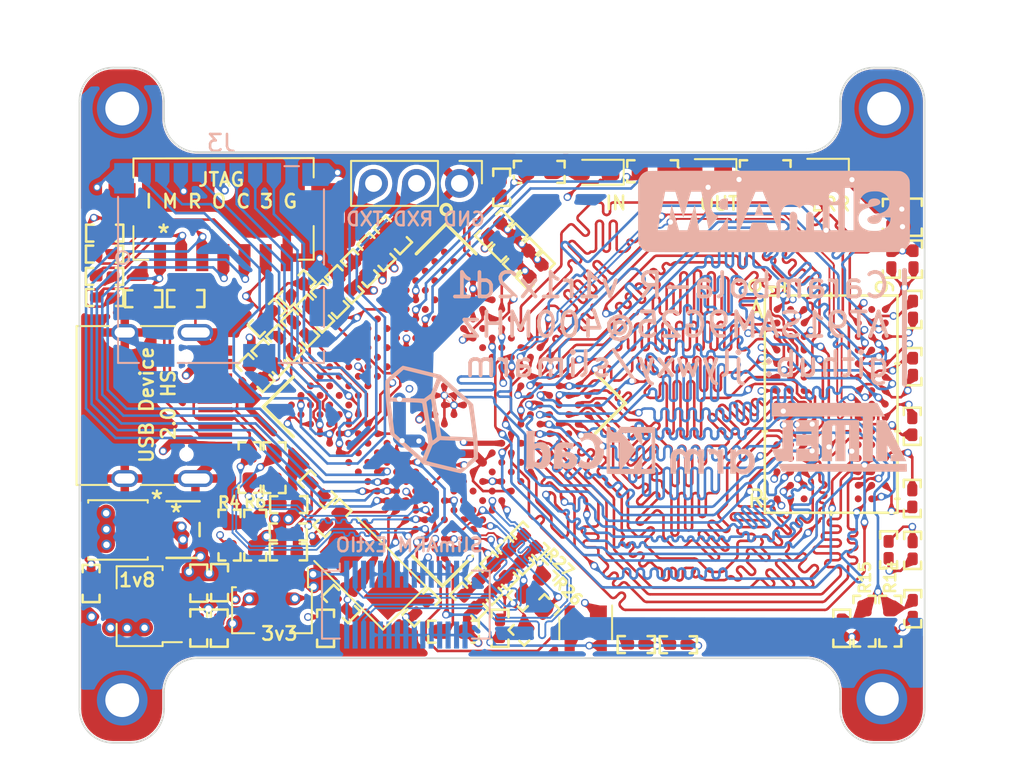
<source format=kicad_pcb>
(kicad_pcb (version 20221018) (generator pcbnew)
  (layers (0 "F.Cu" signal) (1 "In1.Cu" signal) (2 "In2.Cu" signal) (31 "B.Cu" signal) (34 "B.Paste" user) (35 "F.Paste" user) (36 "B.SilkS" user "B.Silkscreen") (37 "F.SilkS" user "F.Silkscreen") (38 "B.Mask" user) (39 "F.Mask" user) (44 "Edge.Cuts" user))
  (net 0 "")
  (net 5 "/DP")
  (net 6 "/DN")
  (net 8 "Net-(U1C-VBG)")
  (net 9 "/USBD_FS_DP")
  (net 10 "/USBD_FS_DN")
  (net 11 "/SD_DET")
  (net 12 "Net-(U1A-WKUP)")
  (net 13 "Net-(U1C-PD5)")
  (net 14 "/DDR_CS")
  (net 20 "/DDR_DQS1")
  (net 21 "/DDR_DQM0")
  (net 22 "/DDR_DQS0")
  (net 23 "/DDR_WE")
  (net 25 "/DDR_D14")
  (net 26 "/DDR_D12")
  (net 27 "/DDR_D8")
  (net 28 "/DDR_D2")
  (net 29 "/DDR_D4")
  (net 30 "/DDR_DQM1")
  (net 31 "/DDR_RAS")
  (net 32 "/DDR_CKE")
  (net 38 "/DDR_D13")
  (net 40 "/DDR_D7")
  (net 42 "/DDR_D5")
  (net 43 "/DDR_D3")
  (net 44 "/DDR_BA1")
  (net 45 "/DDR_A10")
  (net 46 "/DDR_CAS")
  (net 47 "/DDR_D15")
  (net 48 "/DDR_D11")
  (net 54 "/DDR_D6")
  (net 55 "/DDR_D9")
  (net 58 "/DDR_BA0")
  (net 59 "/DDR_A11")
  (net 60 "/DDR_CLKP")
  (net 61 "/DDR_D10")
  (net 62 "/DDR_D1")
  (net 65 "Net-(D3-A)")
  (net 69 "/DDR_BA2")
  (net 70 "/DDR_A12")
  (net 71 "/DDR_A5")
  (net 74 "Net-(D1-A)")
  (net 75 "Net-(U1A-PC1)")
  (net 76 "/DDR_A9")
  (net 77 "/DDR_A6")
  (net 78 "/DDR_A4")
  (net 80 "/DDR_A7")
  (net 82 "/DDR_A3")
  (net 83 "/DDR_A2")
  (net 85 "/DDR_A0")
  (net 88 "/DDR_A1")
  (net 98 "/DEBUG_TXD")
  (net 99 "/JTAG_TDI")
  (net 100 "/JTAG_TDO")
  (net 101 "/JTAG_RST")
  (net 109 "/DEBUG_RXD")
  (net 110 "/JTAG_TCK")
  (net 111 "/JTAG_TMS")
  (net 113 "Net-(U1A-PC0)")
  (net 117 "/USB1_DN")
  (net 118 "/USB2_DN")
  (net 122 "/DDR_A8")
  (net 126 "/USB1_DP")
  (net 130 "/USB2_DP")
  (net 135 "/DDR_A13")
  (net 139 "Net-(U2-VREF)")
  (net 154 "Net-(U1C-HFSDPB)")
  (net 158 "Net-(U1C-HFSDMB)")
  (net 169 "/XTAL_IN")
  (net 170 "/XTAL_OUT")
  (net 171 "Net-(D2-A)")
  (net 172 "Net-(U1A-PC2)")
  (net 173 "GND")
  (net 174 "+5V")
  (net 175 "Net-(J1-CC1)")
  (net 176 "Net-(J1-CC2)")
  (net 177 "/DDR_D0")
  (net 178 "/3v3")
  (net 179 "/1v8_DDR")
  (net 180 "/1v0_CPUCORE")
  (net 181 "/DDR_CLKN")
  (net 185 "/MCI0_CDA")
  (net 186 "/MCI0_CK")
  (net 187 "/MCI0_DA2")
  (net 188 "/MCI0_DA0")
  (net 189 "/MCI0_DA1")
  (net 190 "/MCI0_DA3")
  (net 191 "Net-(U1C-NRST)")
  (net 192 "Net-(U3-FB)")
  (net 193 "Net-(U3-LX)")
  (net 200 "Net-(U4-~{MR})")
  (footprint "jlywxy:0402" (layer "F.Cu") (at 35.23 39.26 45)
    (fp_text reference "C31" hide)
    (fp_text value "22pF")
  )
  (footprint "jlywxy:0402" (layer "F.Cu") (at 50.43 41.47 180)
    (fp_text reference "R11" hide)
    (fp_text value "5.1k")
  )
  (footprint "jlywxy:0402" (layer "F.Cu") (at 63.03 18.66 -90)
    (fp_text reference "C23" hide)
    (fp_text value "100nF")
  )
  (footprint "jlywxy:SY8089" (layer "F.Cu") (at 21.13 34.66)
    (fp_text reference "U3" hide)
    (fp_text value "SY8089AAAC")
  )
  (footprint "jlywxy:0402" (layer "F.Cu") (at 25.41 25.39 135)
    (fp_text reference "C28" hide)
    (fp_text value "100nF")
  )
  (footprint "jlywxy:0402" (layer "F.Cu") (at 64.33 16.18 -90)
    (fp_text reference "C36" hide)
    (fp_text value "100nF")
  )
  (footprint "jlywxy:0402" (layer "F.Cu") (at 23.29 37.8 -90)
    (fp_text reference "C29" hide)
    (fp_text value "22pF")
  )
  (footprint "jlywxy:0402" (layer "F.Cu") (at 30.47 39.06 135)
    (fp_text reference "C6" hide)
    (fp_text value "100nF")
  )
  (footprint "jlywxy:0402" (layer "F.Cu") (at 62.87 35.86 90)
    (fp_text reference "C41" hide)
    (fp_text value "100nF")
  )
  (footprint "jlywxy:0402" (layer "F.Cu") (at 38.97 37.99 135)
    (fp_text reference "C12" hide)
    (fp_text value "100nF")
  )
  (footprint "jlywxy:0603" (layer "F.Cu") (at 48.9075 13.46 180)
    (fp_text reference "R21" hide)
    (fp_text value "5.6k")
  )
  (footprint "Crystal:Crystal_SMD_5032-2Pin_5.0x3.2mm" (layer "F.Cu") (at 32.07 37.15 135)
    (fp_text reference "Y1" hide)
    (fp_text value "Crystal")
  )
  (footprint "jlywxy:0603" (layer "F.Cu") (at 55.57 13.46 180)
    (fp_text reference "R20" hide)
    (fp_text value "5.6k")
  )
  (footprint "jlywxy:0603" (layer "F.Cu") (at 37.13 40.7 180)
    (fp_text reference "R3" hide)
    (fp_text value "6.8k")
  )
  (footprint "jlywxy:0402" (layer "F.Cu") (at 40.78 36.21 135)
    (fp_text reference "C13" hide)
    (fp_text value "100nF")
  )
  (footprint "jlywxy:0603" (layer "F.Cu") (at 61.44 40.08 -90)
    (fp_text reference "R15")
    (fp_text value "1.5k")
  )
  (footprint "Inductor_SMD:L_Sunlord_SWPA3015S" (layer "F.Cu") (at 17.28 34.68 180)
    (fp_text reference "L1" hide)
    (fp_text value "L")
  )
  (footprint "jlywxy:0402" (layer "F.Cu") (at 39.88 40.5 -90)
    (fp_text reference "R10" hide)
    (fp_text value "5.1k")
  )
  (footprint "jlywxy:0603" (layer "F.Cu") (at 41.91 40 -135)
    (fp_text reference "R26")
    (fp_text value "39")
  )
  (footprint "jlywxy:0402" (layer "F.Cu") (at 60.1 40.5 -90)
    (fp_text reference "C17" hide)
    (fp_text value "22pF")
  )
  (footprint "jlywxy:0402" (layer "F.Cu") (at 27.38 33.18 180)
    (fp_text reference "C27" hide)
    (fp_text value "22pF")
  )
  (footprint "jlywxy:0402" (layer "F.Cu") (at 33.54 17.24 -45)
    (fp_text reference "C2" hide)
    (fp_text value "100nF")
  )
  (footprint "jlywxy:0402" (layer "F.Cu") (at 39.87 37.1 135)
    (fp_text reference "C15" hide)
    (fp_text value "100nF")
  )
  (footprint "jlywxy:0402" (layer "F.Cu") (at 16.484999 18.361893)
    (fp_text reference "R23" hide)
    (fp_text value "10k")
  )
  (footprint "jlywxy:0402" (layer "F.Cu") (at 22.06 37.83 90)
    (fp_text reference "C33" hide)
    (fp_text value "22pF")
  )
  (footprint "jlywxy:0402" (layer "F.Cu") (at 16.494999 17.121893)
    (fp_text reference "R24" hide)
    (fp_text value "10k")
  )
  (footprint "jlywxy:0402" (layer "F.Cu") (at 18.8 21 180)
    (fp_text reference "R2" hide)
    (fp_text value "5.1k")
  )
  (footprint "LED_SMD:LED_0603_1608Metric_Pad1.05x0.95mm_HandSolder" (layer "F.Cu") (at 45.54 13.52 180)
    (fp_text reference "D3" hide)
    (fp_text value "LED")
  )
  (footprint "jlywxy:0402" (layer "F.Cu") (at 39.98 14.41 90)
    (fp_text reference "R9" hide)
    (fp_text value "10k")
  )
  (footprint "jlywxy:0402" (layer "F.Cu") (at 27.84 20.44 45)
    (fp_text reference "R19" hide)
    (fp_text value "10k")
  )
  (footprint "Connector_PinHeader_2.54mm:PinHeader_1x03_P2.54mm_Vertical" (layer "F.Cu") (at 37.48 14.18 -90)
    (fp_text reference "J5" hide)
    (fp_text value "Conn_01x03")
  )
  (footprint "jlywxy:0603" (layer "F.Cu") (at 26.54 31 90)
    (fp_text reference "R7" hide)
    (fp_text value "39")
  )
  (footprint "jlywxy:0402" (layer "F.Cu") (at 30.68 20.15 -45)
    (fp_text reference "C3" hide)
    (fp_text value "100nF")
  )
  (footprint "jlywxy:0402" (layer "F.Cu") (at 15.69 37.85 -90)
    (fp_text reference "C38" hide)
    (fp_text value "22pF")
  )
  (footprint "jlywxy:0402" (layer "F.Cu") (at 32.57 18.23 -45)
    (fp_text reference "C5" hide)
    (fp_text value "100nF")
  )
  (footprint "jlywxy:0402" (layer "F.Cu") (at 26.09 22.14 -135)
    (fp_text reference "R16" hide)
    (fp_text value "10k")
  )
  (footprint "jlywxy:0402" (layer "F.Cu") (at 63.03 16.2 -90)
    (fp_text reference "C39" hide)
    (fp_text value "100nF")
  )
  (footprint "jlywxy:0402" (layer "F.Cu") (at 64.27 32.82 90)
    (fp_text reference "C22" hide)
    (fp_text value "100nF")
  )
  (footprint "jlywxy:0603" (layer "F.Cu") (at 25.4 34.99 90)
    (fp_text reference "R6")
    (fp_text value "51k")
  )
  (footprint "jlywxy:0402" (layer "F.Cu") (at 16.494999 20.931893)
    (fp_text reference "R13" hide)
    (fp_text value "10k")
  )
  (footprint "jlywxy:USB_TYPEC_Receptacle" (layer "F.Cu") (at 18.731 27.32 -90)
    (fp_text reference "J1" hide)
    (fp_text value "USB_C_Receptacle_USB2.0")
  )
  (footprint "jlywxy:0402" (layer "F.Cu") (at 22.06 40.48 90)
    (fp_text reference "C30" hide)
    (fp_text value "100nF")
  )
  (footprint "jlywxy:0402" (layer "F.Cu") (at 64.31 21.64 -90)
    (fp_text reference "C19" hide)
    (fp_text value "100nF")
  )
  (footprint "jlywxy:0402" (layer "F.Cu") (at 47.94 41.46 180)
    (fp_text reference "R28" hide)
    (fp_text value "5.1k")
  )
  (footprint "LED_SMD:LED_0603_1608Metric_Pad1.05x0.95mm_HandSolder" (layer "F.Cu") (at 58.8575 13.46 180)
    (fp_text reference "D1" hide)
    (fp_text value "LED")
  )
  (footprint "jlywxy:0402" (layer "F.Cu") (at 31.61 19.2 -45)
    (fp_text reference "C1" hide)
    (fp_text value "100nF")
  )
  (footprint "jlywxy:0603" (layer "F.Cu") (at 23.87905 34.990001 90)
    (fp_text reference "R4")
    (fp_text value "75k")
  )
  (footprint "jlywxy:0402" (layer "F.Cu") (at 64.27 28.55 90)
    (fp_text reference "C21" hide)
    (fp_text value "100nF")
  )
  (footprint "jlywxy:0402" (layer "F.Cu") (at 21.29 20.99)
    (fp_text reference "R1" hide)
    (fp_text value "5.1k")
  )
  (footprint "jlywxy:0402" (layer "F.Cu") (at 41.99 19.35 -135)
    (fp_text reference "C9" hide)
    (fp_text value "100nF")
  )
  (footprint "Package_TO_SOT_SMD:SOT-89-3" (layer "F.Cu") (at 26.39 39.43 -90)
    (fp_text reference "U5" hide)
    (fp_text value "AMS1117")
  )
  (footprint "jlywxy:0603" (layer "F.Cu") (at 62.97 40.08 90)
    (fp_text reference "R14")
    (fp_text value "1.5k")
  )
  (footprint "jlywxy:0402" (layer "F.Cu") (at 29.81 21.02 135)
    (fp_text reference "R12" hide)
    (fp_text value "10k")
  )
  (footprint "jlywxy:0402" (layer "F.Cu") (at 29.96 33.98 -135)
    (fp_text reference "C32" hide)
    (fp_text value "22pF")
  )
  (footprint "jlywxy:0402" (layer "F.Cu") (at 41.19 18.52 -135)
    (fp_text reference "C10" hide)
    (fp_text value "100nF")
  )
  (footprint "jlywxy:0402" (layer "F.Cu") (at 28.05 22.76 135)
    (fp_text reference "R25" hide)
    (fp_text value "10k")
  )
  (footprint "jlywxy:0402" (layer "F.Cu") (at 64.3 39.34 90)
    (fp_text reference "C26" hide)
    (fp_text value "22pF")
  )
  (footprint "jlywxy:0402" (layer "F.Cu") (at 38.06 38.93 135)
    (fp_text reference "C14" hide)
    (fp_text value "100nF")
  )
  (footprint "jlywxy:0402" (layer "F.Cu") (at 41.66 35.33 135)
    (fp_text reference "C16" hide)
    (fp_text value "100nF")
  )
  (footprint "jlywxy:0603" (layer "F.Cu") (at 25.07 30.99 90)
    (fp_text reference "R5" hide)
    (fp_text value "39")
  )
  (footprint "jlywxy:DF13A-7P-1.25H21" (layer "F.Cu") (at 19.7671 18.572 180)
    (fp_text reference "J4" hide)
    (fp_text value "DF13A-7P-1.25H21" hide)
  )
  (footprint "jlywxy:0402" (layer "F.Cu") (at 27.17 23.66 135)
    (fp_text reference "R17" hide)
    (fp_text value "10k")
  )
  (footprint "Package_TO_SOT_SMD:SOT-143" (layer "F.Cu") (at 44.95 40.5 -90)
    (fp_text reference "U4" hide)
    (fp_text value "MAX811LEUS-T")
  )
  (footprint "jlywxy:0402" (layer "F.Cu") (at 39.53 16.85 -135)
    (fp_text reference "C7" hide)
    (fp_text value "100nF")
  )
  (footprint "jlywxy:0402" (layer "F.Cu") (at 64.29 35.89 90)
    (fp_text reference "C24" hide)
    (fp_text value "100nF")
  )
  (footprint "jlywxy:0402" (layer "F.Cu") (at 16.484999 19.681893)
    (fp_text reference "R22" hide)
    (fp_text value "10k")
  )
  (footprint "jlywxy:BGA84_DDR2" (layer "F.Cu") (at 59.47 27.24)
    (fp_text reference "U2" hide)
    (fp_text value "16bit-DDR2-8bank-FBGA84")
  )
  (footprint "jlywxy:0402" (layer "F.Cu") (at 64.31 25.02 -90)
    (fp_text reference "C20" hide)
    (fp_text value "100nF")
  )
  (footprint "jlywxy:0402" (layer "F.Cu") (at 23.27 40.49 90)
    (fp_text reference "C34" hide)
    (fp_text value "22pF")
  )
  (footprint "jlywxy:0402" (layer "F.Cu") (at 28.93 21.88 135)
    (fp_text reference "R18" hide)
    (fp_text value "10k")
  )
  (footprint "jlywxy:0603" (layer "F.Cu") (at 41.82 37.97 -135)
    (fp_text reference "R27")
    (fp_text value "39")
  )
  (footprint "LED_SMD:LED_0603_1608Metric_Pad1.05x0.95mm_HandSolder" (layer "F.Cu") (at 52.205 13.48 180)
    (fp_text reference "D2" hide)
    (fp_text value "LED")
  )
  (footprint "jlywxy:0402" (layer "F.Cu") (at 40.37 17.68 -135)
    (fp_text reference "C11" hide)
    (fp_text value "100nF")
  )
  (footprint "jlywxy:0402" (layer "F.Cu") (at 64.34 18.66 -90)
    (fp_text reference "C25" hide)
    (fp_text value "100nF")
  )
  (footprint "jlywxy:AT91SAM9G25_JKT" (layer "F.Cu") (at 36.59 27.29 -45)
    (fp_text reference "U1" hide)
    (fp_text value "AT91SAM9G25-CU" hide)
  )
  (footprint "Package_TO_SOT_SMD:SOT-89-3" (layer "F.Cu") (at 18.56 39.19 180)
    (fp_text reference "U7" hide)
    (fp_text value "XC6206PxxxMR")
  )
  (footprint "jlywxy:0402" (layer "F.Cu") (at 26.31 24.52 135)
    (fp_text reference "C8" hide)
    (fp_text value "100nF")
  )
  (footprint "jlywxy:0402" (layer "F.Cu") (at 27.35 34.8)
    (fp_text reference "C18" hide)
    (fp_text value "22pF")
  )
  (footprint "jlywxy:0402" (layer "F.Cu") (at 29.56 40.5 90)
    (fp_text reference "C37" hide)
    (fp_text value "22pF")
  )
  (footprint "jlywxy:0402" (layer "F.Cu") (at 29.090707 32.279293 -45)
    (fp_text reference "C4" hide)
    (fp_text value "100nF")
  )
  (footprint "jlywxy:0603" (layer "F.Cu") (at 42.2025 13.5 180)
    (fp_text reference "R8" hide)
    (fp_text value "5.6k")
  )
  (footprint "jlywxy:0402" (layer "F.Cu") (at 27.36 35.98 180)
    (fp_text reference "C35" hide)
    (fp_text value "100nF")
  )
  (footprint "jlywxy:image_arm" (layer "B.Cu") (at 52.47 30.64 180)
    (fp_text reference "G***" hide)
    (fp_text value "LOGO" hide)
  )
  (footprint "Connector_Hirose:Hirose_DF12_DF12E3.0-30DP-0.5V_2x15_P0.50mm_Vertical" (layer "B.Cu") (at 34.31 39.1)
    (fp_text reference "J2" hide)
    (fp_text value "Conn_02x15_Top_Bottom")
  )
  (footprint "jlywxy:image_slimarm" (layer "B.Cu") (at 56.037146 15.802557 180)
    (fp_text reference "G***" hide)
    (fp_text value "LOGO" hide)
  )
  (footprint "jlywxy:image_monazite_baremetal" (layer "B.Cu") (at 35.80899 28.30507 180)
    (fp_text reference "G***" hide)
    (fp_text value "LOGO" hide)
  )
  (footprint "LOGO" (layer "B.Cu") (at 45.27092 29.824031 180)
    (fp_text reference "G***" hide)
    (fp_text value "LOGO" hide)
  )
  (footprint "jlywxy:image_atmel" (layer "B.Cu") (at 59.95 29.2 180)
    (fp_text reference "G***" hide)
    (fp_text value "LOGO" hide)
  )
  (footprint "Connector_Card:microSD_HC_Molex_104031-0811" (layer "B.Cu") (at 23.395 18.98 180)
    (fp_text reference "J3")
    (fp_text value "Micro_SD_Card_Det2")
  )
  (gr_line (start 63.81 19.329) (end 63.81 26.051) (stroke (width 0.3)) (layer "B.SilkS"))
  (gr_circle (center 54.96 20.23) (end 55.18 19.98) (stroke (width 0.15)) (fill none) (layer "F.SilkS"))
  (gr_arc (start 60 9.33) (mid 60.585786 7.915786) (end 62 7.33) (stroke (width 0.1)) (layer "Edge.Cuts"))
  (gr_line (start 58 42.27) (end 22 42.27) (stroke (width 0.1)) (layer "Edge.Cuts"))
  (gr_line (start 63 47.27) (end 62 47.27) (stroke (width 0.1)) (layer "Edge.Cuts"))
  (gr_arc (start 65 45.27) (mid 64.414214 46.684214) (end 63 47.27) (stroke (width 0.1)) (layer "Edge.Cuts"))
  (gr_arc (start 22 12.33) (mid 20.585786 11.744214) (end 20 10.33) (stroke (width 0.1)) (layer "Edge.Cuts"))
  (gr_line (start 62 7.33) (end 63 7.33) (stroke (width 0.1)) (layer "Edge.Cuts"))
  (gr_line (start 22 12.33) (end 58 12.33) (stroke (width 0.1)) (layer "Edge.Cuts"))
  (gr_line (start 60 10.33) (end 60 9.33) (stroke (width 0.1)) (layer "Edge.Cuts"))
  (gr_arc (start 58 42.27) (mid 59.414214 42.855786) (end 60 44.27) (stroke (width 0.1)) (layer "Edge.Cuts"))
  (gr_arc (start 63 7.33) (mid 64.414214 7.915786) (end 65 9.33) (stroke (width 0.1)) (layer "Edge.Cuts"))
  (gr_arc (start 15 9.33) (mid 15.585786 7.915786) (end 17 7.33) (stroke (width 0.1)) (layer "Edge.Cuts"))
  (gr_arc (start 20 44.27) (mid 20.585786 42.855786) (end 22 42.27) (stroke (width 0.1)) (layer "Edge.Cuts"))
  (gr_arc (start 60 10.33) (mid 59.414214 11.744214) (end 58 12.33) (stroke (width 0.1)) (layer "Edge.Cuts"))
  (gr_arc (start 18 7.33) (mid 19.414214 7.915786) (end 20 9.33) (stroke (width 0.1)) (layer "Edge.Cuts"))
  (gr_line (start 20 9.33) (end 20 10.33) (stroke (width 0.1)) (layer "Edge.Cuts"))
  (gr_arc (start 17 47.27) (mid 15.585786 46.684214) (end 15 45.27) (stroke (width 0.1)) (layer "Edge.Cuts"))
  (gr_arc (start 62 47.27) (mid 60.585786 46.684214) (end 60 45.27) (stroke (width 0.1)) (layer "Edge.Cuts"))
  (gr_line (start 15 45.27) (end 15 9.33) (stroke (width 0.1)) (layer "Edge.Cuts"))
  (gr_line (start 60 45.27) (end 60 44.27) (stroke (width 0.1)) (layer "Edge.Cuts"))
  (gr_line (start 18 47.27) (end 17 47.27) (stroke (width 0.1)) (layer "Edge.Cuts"))
  (gr_arc (start 20 45.27) (mid 19.414214 46.684214) (end 18 47.27) (stroke (width 0.1)) (layer "Edge.Cuts"))
  (gr_line (start 20 44.27) (end 20 45.27) (stroke (width 0.1)) (layer "Edge.Cuts"))
  (gr_line (start 17 7.33) (end 18 7.33) (stroke (width 0.1)) (layer "Edge.Cuts"))
  (gr_line (start 65 9.33) (end 65 45.27) (stroke (width 0.1)) (layer "Edge.Cuts"))
  (gr_text "SlimARM ExtIO" (at 34.51 36.04) (layer "B.SilkS") (effects (font (size 0.8 0.8)) (justify bottom mirror)))
  (gr_text "GND RXD TXD\n" (at 34.88 16.76) (layer "B.SilkS") (effects (font (size 0.8 0.8)) (justify bottom mirror)))
  (gr_text "Carambola-R v1r1x2d1\nAT91SAM9G25@400MHz\ngithub: jlywxy/slimarm\n" (at 63.042854 25.727443) (layer "B.SilkS") (effects (font (size 1.45 1.45) (thickness 0.22)) (justify left bottom mirror)))
  (gr_text "JTAG\nI M R O C 3 G" (at 23.39 15.71) (layer "F.SilkS") (effects (font (size 0.8 0.8)) (justify bottom)))
  (gr_text "3v3" (at 26.83 41.28) (layer "F.SilkS") (effects (font (size 0.8 0.8)) (justify bottom)))
  (gr_text "OUT" (at 51.61 15.84) (layer "F.SilkS") (effects (font (size 0.8 0.8) (thickness 0.15) bold) (justify left bottom)))
  (gr_text "ERR" (at 58.18 15.88) (layer "F.SilkS") (effects (font (size 0.8 0.8) (thickness 0.15) bold) (justify left bottom)))
  (gr_text "1v8" (at 18.42 38.11) (layer "F.SilkS") (effects (font (size 0.8 0.8)) (justify bottom)))
  (gr_text "USB Device\n2.0 HS" (at 20.73 27.28 90) (layer "F.SilkS") (effects (font (size 0.8 0.8)) (justify bottom)))
  (gr_text "IN" (at 46.03 15.81) (layer "F.SilkS") (effects (font (size 0.8 0.8) (thickness 0.15) bold) (justify left bottom)))
  (segment (start 21.93 28.07) (end 21.76 27.9) (width 0.1524) (layer "F.Cu") (net 5))
  (segment (start 25.07 30.228) (end 25.07 28.9566) (width 0.1524) (layer "F.Cu") (net 5))
  (segment (start 21.76 27.1886) (end 21.8786 27.07) (width 0.1524) (layer "F.Cu") (net 5))
  (segment (start 23.031 28.07) (end 21.93 28.07) (width 0.1524) (layer "F.Cu") (net 5))
  (segment (start 21.8786 27.07) (end 23.031 27.07) (width 0.1524) (layer "F.Cu") (net 5))
  (segment (start 34.486855 35.05) (end 34.892944 34.643911) (width 0.11176) (layer "F.Cu") (net 5))
  (segment (start 24.1834 28.07) (end 23.031 28.07) (width 0.1524) (layer "F.Cu") (net 5))
  (segment (start 25.07 28.9566) (end 24.1834 28.07) (width 0.1524) (layer "F.Cu") (net 5))
  (segment (start 21.76 27.9) (end 21.76 27.1886) (width 0.1524) (layer "F.Cu") (net 5))
  (segment (start 24.53 30.93) (end 25.07 30.39) (width 0.11176) (layer "F.Cu") (net 5))
  (segment (start 34.44 35.05) (end 34.486855 35.05) (width 0.1524) (layer "F.Cu") (net 5))
  (segment (start 25.07 30.39) (end 25.07 30.228) (width 0.1524) (layer "F.Cu") (net 5))
  (via (at 24.53 30.93) (size 0.4572) (drill 0.3048) (layers "F.Cu" "B.Cu") (net 5))
  (via (at 34.44 35.05) (size 0.4572) (drill 0.3048) (layers "F.Cu" "B.Cu") (net 5))
  (segment (start 24.53 30.93) (end 24.53 31.828264) (width 0.11176) (layer "B.Cu") (net 5))
  (segment (start 24.53 31.828264) (end 24.05664 32.301624) (width 0.11176) (layer "B.Cu") (net 5))
  (segment (start 31.068 34.83336) (end 31.1696 34.83336) (width 0.11176) (layer "B.Cu") (net 5))
  (segment (start 24.05664 32.301624) (end 24.05664 34.84585) (width 0.11176) (layer "B.Cu") (net 5))
  (segment (start 24.05664 34.84585) (end 25.06479 35.854) (width 0.11176) (layer "B.Cu") (net 5))
  (segment (start 31.9824 35.03656) (end 32.084 35.03656) (width 0.11176) (layer "B.Cu") (net 5))
  (segment (start 32.592 35.03656) (end 32.6936 35.03656) (width 0.11176) (layer "B.Cu") (net 5))
  (segment (start 31.6776 34.83336) (end 31.7792 34.83336) (width 0.11176) (layer "B.Cu") (net 5))
  (segment (start 34.22336 34.83336) (end 34.44 35.05) (width 0.11176) (layer "B.Cu") (net 5))
  (segment (start 30.7632 35.03656) (end 30.8648 35.03656) (width 0.11176) (layer "B.Cu") (net 5))
  (segment (start 32.8968 34.83336) (end 34.22336 34.83336) (width 0.11176) (layer "B.Cu") (net 5))
  (segment (start 32.2872 34.83336) (end 32.3888 34.83336) (width 0.11176) (layer "B.Cu") (net 5))
  (segment (start 30.04664 34.83336) (end 30.56 34.83336) (width 0.11176) (layer "B.Cu") (net 5))
  (segment (start 31.3728 35.03656) (end 31.4744 35.03656) (width 0.11176) (layer "B.Cu") (net 5))
  (segment (start 25.06479 35.854) (end 29.026 35.854) (width 0.11176) (layer "B.Cu") (net 5))
  (segment (start 29.026 35.854) (end 30.04664 34.83336) (width 0.11176) (layer "B.Cu") (net 5))
  (arc (start 32.7952 34.93496) (mid 32.824958 34.863118) (end 32.8968 34.83336) (width 0.11176) (layer "B.Cu") (net 5))
  (arc (start 31.576 34.93496) (mid 31.605758 34.863118) (end 31.6776 34.83336) (width 0.11176) (layer "B.Cu") (net 5))
  (arc (start 31.2712 34.93496) (mid 31.300958 35.006802) (end 31.3728 35.03656) (width 0.11176) (layer "B.Cu") (net 5))
  (arc (start 31.4744 35.03656) (mid 31.546242 35.006802) (end 31.576 34.93496) (width 0.11176) (layer "B.Cu") (net 5))
  (arc (start 32.6936 35.03656) (mid 32.765442 35.006802) (end 32.7952 34.93496) (width 0.11176) (layer "B.Cu") (net 5))
  (arc (start 32.4904 34.93496) (mid 32.520158 35.006802) (end 32.592 35.03656) (width 0.11176) (layer "B.Cu") (net 5))
  (arc (start 30.8648 35.03656) (mid 30.936642 35.006802) (end 30.9664 34.93496) (width 0.11176) (layer "B.Cu") (net 5))
  (arc (start 30.9664 34.93496) (mid 30.996158 34.863118) (end 31.068 34.83336) (width 0.11176) (layer "B.Cu") (net 5))
  (arc (start 30.56 34.83336) (mid 30.631842 34.863118) (end 30.6616 34.93496) (width 0.11176) (layer "B.Cu") (net 5))
  (arc (start 31.1696 34.83336) (mid 31.241442 34.863118) (end 31.2712 34.93496) (width 0.11176) (layer "B.Cu") (net 5))
  (arc (start 31.7792 34.83336) (mid 31.851042 34.863118) (end 31.8808 34.93496) (width 0.11176) (layer "B.Cu") (net 5))
  (arc (start 32.1856 34.93496) (mid 32.215358 34.863118) (end 32.2872 34.83336) (width 0.11176) (layer "B.Cu") (net 5))
  (arc (start 30.6616 34.93496) (mid 30.691358 35.006802) (end 30.7632 35.03656) (width 0.11176) (layer "B.Cu") (net 5))
  (arc (start 31.8808 34.93496) (mid 31.910558 35.006802) (end 31.9824 35.03656) (width 0.11176) (layer "B.Cu") (net 5))
  (arc (start 32.3888 34.83336) (mid 32.460642 34.863118) (end 32.4904 34.93496) (width 0.11176) (layer "B.Cu") (net 5))
  (arc (start 32.084 35.03656) (mid 32.155842 35.006802) (end 32.1856 34.93496) (width 0.11176) (layer "B.Cu") (net 5))
  (segment (start 24.2 26.57) (end 24.33 26.7) (width 0.1524) (layer "F.Cu") (net 6))
  (segment (start 26.54 29.9266) (end 26.54 30.238) (width 0.1524) (layer "F.Cu") (net 6))
  (segment (start 35.44 34.62) (end 35.64 34.82) (width 0.11176) (layer "F.Cu") (net 6))
  (segment (start 24.33 26.7) (end 24.33 27.4234) (width 0.1524) (layer "F.Cu") (net 6))
  (segment (start 35.64 34.82) (end 35.64 35.028225) (width 0.11176) (layer "F.Cu") (net 6))
  (segment (start 25.7 30.96) (end 25.818 30.96) (width 0.1524) (layer "F.Cu") (net 6))
  (segment (start 23.031 27.57) (end 24.1834 27.57) (width 0.1524) (layer "F.Cu") (net 6))
  (segment (start 23.031 26.57) (end 24.2 26.57) (width 0.1524) (layer "F.Cu") (net 6))
  (segment (start 25.818 30.96) (end 26.54 30.238) (width 0.11176) (layer "F.Cu") (net 6))
  (segment (start 35.64 35.028225) (end 35.458629 35.209596) (width 0.11176) (layer "F.Cu") (net 6))
  (segment (start 24.33 27.4234) (end 24.1834 27.57) (width 0.1524) (layer "F.Cu") (net 6))
  (segment (start 24.1834 27.57) (end 26.54 29.9266) (width 0.1524) (layer "F.Cu") (net 6))
  (via (at 25.7 30.96) (size 0.4572) (drill 0.3048) (layers "F.Cu" "B.Cu") (net 6))
  (via (at 35.44 34.62) (size 0.4572) (drill 0.3048) (layers "F.Cu" "B.Cu") (net 6))
  (segment (start 28.937624 35.64064) (end 25.153166 35.64064) (width 0.11176) (layer "B.Cu") (net 6))
  (segment (start 35.44 34.62) (end 29.958264 34.62) (width 0.11176) (layer "B.Cu") (net 6))
  (segment (start 29.958264 34.62) (end 28.937624 35.64064) (width 0.11176) (layer "B.Cu") (net 6))
  (segment (start 24.27 32.39) (end 25.7 30.96) (width 0.11176) (layer "B.Cu") (net 6))
  (segment (start 25.153166 35.64064) (end 24.27 34.757474) (width 0.11176) (layer "B.Cu") (net 6))
  (segment (start 24.27 34.757474) (end 24.27 32.39) (width 0.11176) (layer "B.Cu") (net 6))
  (segment (start 36.418 40.95) (end 37.09 40.278) (width 0.1524) (layer "F.Cu") (net 8))
  (segment (start 37.09 40.278) (end 37.09 36.840967) (width 0.1524) (layer "F.Cu") (net 8))
  (segment (start 37.09 36.840967) (end 36.59 36.340967) (width 0.1524) (layer "F.Cu") (net 8))
  (segment (start 25.01 31.812) (end 25.07 31.752) (width 0.1524) (layer "F.Cu") (net 9))
  (segment (start 35.427646 34.047242) (end 35.458629 34.078225) (width 0.1524) (layer "F.Cu") (net 9))
  (segment (start 25.01 32.68) (end 25.01 31.812) (width 0.11176) (layer "F.Cu") (net 9))
  (segment (start 34.893638 34.047242) (end 35.427646 34.047242) (width 0.11176) (layer "F.Cu") (net 9))
  (via (at 34.893638 34.047242) (size 0.4572) (drill 0.3048) (layers "F.Cu" "B.Cu") (net 9))
  (via (at 25.01 32.68) (size 0.4572) (drill 0.3048) (layers "F.Cu" "B.Cu") (net 9))
  (segment (start 30.190624 34.161424) (end 30.190624 34.161425) (width 0.11176) (layer "B.Cu") (net 9))
  (segment (start 25.01 32.98) (end 25.47 33.44) (width 0.11176) (layer "B.Cu") (net 9))
  (segment (start 31.511252 34.262852) (end 31.6132 34.262852) (width 0.11176) (layer "B.Cu") (net 9))
  (segment (start 31.206452 34.06) (end 31.3084 34.06) (width 0.11176) (layer "B.Cu") (net 9))
  (segment (start 25.47 33.44) (end 27.78 33.44) (width 0.11176) (layer "B.Cu") (net 9))
  (segment (start 30.495424 34.161425) (end 30.495424 34.161424) (width 0.11176) (layer "B.Cu") (net 9))
  (segment (start 29.682452 34.262852) (end 29.7844 34.262852) (width 0.11176) (layer "B.Cu") (net 9))
  (segment (start 29.987252 34.06) (end 30.0892 34.06) (width 0.11176) (layer "B.Cu") (net 9))
  (segment (start 32.324249 34.16145) (end 32.324249 34.161449) (width 0.11176) (layer "B.Cu") (net 9))
  (segment (start 34.88088 34.06) (end 34.893638 34.047242) (width 0.1524) (layer "B.Cu") (net 9))
  (segment (start 30.596848 34.06) (end 30.6988 34.06) (width 0.11176) (layer "B.Cu") (net 9))
  (segment (start 28.4 34.06) (end 28.87 34.06) (width 0.11176) (layer "B.Cu") (net 9))
  (segment (start 32.120898 34.262899) (end 32.2228 34.262899) (width 0.11176) (layer "B.Cu") (net 9))
  (segment (start 29.377652 34.06) (end 29.4796 34.06) (width 0.11176) (layer "B.Cu") (net 9))
  (segment (start 27.78 33.44) (end 28.4 34.06) (width 0.11176) (layer "B.Cu") (net 9))
  (segment (start 32.425698 34.06) (end 34.88088 34.06) (width 0.11176) (layer "B.Cu") (net 9))
  (segment (start 30.901652 34.262852) (end 31.0036 34.262852) (width 0.11176) (layer "B.Cu") (net 9))
  (segment (start 31.816052 34.06) (end 31.918 34.06) (width 0.11176) (layer "B.Cu") (net 9))
  (segment (start 29.072852 34.262852) (end 29.1748 34.262852) (width 0.11176) (layer "B.Cu") (net 9))
  (segment (start 25.01 32.68) (end 25.01 32.98) (width 0.11176) (layer "B.Cu") (net 9))
  (segment (start 30.292048 34.262849) (end 30.394 34.262849) (width 0.11176) (layer "B.Cu") (net 9))
  (segment (start 32.019449 34.161449) (end 32.019449 34.16145) (width 0.11176) (layer "B.Cu") (net 9))
  (arc (start 31.0036 34.262852) (mid 31.075319 34.233145) (end 31.105026 34.161426) (width 0.11176) (layer "B.Cu") (net 9))
  (arc (start 29.885826 34.161426) (mid 29.915533 34.089707) (end 29.987252 34.06) (width 0.11176) (layer "B.Cu") (net 9))
  (arc (start 30.394 34.262849) (mid 30.465718 34.233143) (end 30.495424 34.161425) (width 0.11176) (layer "B.Cu") (net 9))
  (arc (start 30.495424 34.161424) (mid 30.52513 34.089706) (end 30.596848 34.06) (width 0.11176) (layer "B.Cu") (net 9))
  (arc (start 32.2228 34.262899) (mid 32.294535 34.233185) (end 32.324249 34.16145) (width 0.11176) (layer "B.Cu") (net 9))
  (arc (start 29.7844 34.262852) (mid 29.856119 34.233145) (end 29.885826 34.161426) (width 0.11176) (layer "B.Cu") (net 9))
  (arc (start 32.019449 34.16145) (mid 32.049163 34.233185) (end 32.120898 34.262899) (width 0.11176) (layer "B.Cu") (net 9))
  (arc (start 31.918 34.06) (mid 31.989735 34.089714) (end 32.019449 34.161449) (width 0.11176) (layer "B.Cu") (net 9))
  (arc (start 29.4796 34.06) (mid 29.551319 34.089707) (end 29.581026 34.161426) (width 0.11176) (layer "B.Cu") (net 9))
  (arc (start 31.714626 34.161426) (mid 31.744333 34.089707) (end 31.816052 34.06) (width 0.11176) (layer "B.Cu") (net 9))
  (arc (start 29.276226 34.161426) (mid 29.305933 34.089707) (end 29.377652 34.06) (width 0.11176) (layer "B.Cu") (net 9))
  (arc (start 30.6988 34.06) (mid 30.770519 34.089707) (end 30.800226 34.161426) (width 0.11176) (layer "B.Cu") (net 9))
  (arc (start 28.87 34.06) (mid 28.941719 34.089707) (end 28.971426 34.161426) (width 0.11176) (layer "B.Cu") (net 9))
  (arc (start 32.324249 34.161449) (mid 32.353963 34.089714) (end 32.425698 34.06) (width 0.11176) (layer "B.Cu") (net 9))
  (arc (start 29.581026 34.161426) (mid 29.610733 34.233145) (end 29.682452 34.262852) (width 0.11176) (layer "B.Cu") (net 9))
  (arc (start 31.105026 34.161426) (mid 31.134733 34.089707) (end 31.206452 34.06) (width 0.11176) (layer "B.Cu") (net 9))
  (arc (start 31.3084 34.06) (mid 31.380119 34.089707) (end 31.409826 34.161426) (width 0.11176) (layer "B.Cu") (net 9))
  (arc (start 31.409826 34.161426) (mid 31.439533 34.233145) (end 31.511252 34.262852) (width 0.11176) (layer "B.Cu") (net 9))
  (arc (start 28.971426 34.161426) (mid 29.001133 34.233145) (end 29.072852 34.262852) (width 0.11176) (layer "B.Cu") (net 9))
  (arc (start 29.1748 34.262852) (mid 29.246519 34.233145) (end 29.276226 34.161426) (width 0.11176) (layer "B.Cu") (net 9))
  (arc (start 30.190624 34.161425) (mid 30.22033 34.233143) (end 30.292048 34.262849) (width 0.11176) (layer "B.Cu") (net 9))
  (arc (start 30.800226 34.161426) (mid 30.829933 34.233145) (end 30.901652 34.262852) (width 0.11176) (layer "B.Cu") (net 9))
  (arc (start 30.0892 34.06) (mid 30.160918 34.089706) (end 30.190624 34.161424) (width 0.11176) (layer "B.Cu") (net 9))
  (arc (start 31.6132 34.262852) (mid 31.684919 34.233145) (end 31.714626 34.161426) (width 0.11176) (layer "B.Cu") (net 9))
  (segment (start 25.64 32.34) (end 26.218 31.762) (width 0.11176) (layer "F.Cu") (net 10))
  (segment (start 25.64 32.64) (end 25.64 32.34) (width 0.11176) (layer "F.Cu") (net 10))
  (segment (start 36.024315 34.053901) (end 36.024315 34.643911) (width 0.11176) (layer "F.Cu") (net 10))
  (segment (start 35.470031 33.481435) (end 35.470031 33.499617) (width 0.1524) (layer "F.Cu") (net 10))
  (segment (start 26.218 31.762) (end 26.54 31.762) (width 0.1524) (layer "F.Cu") (net 10))
  (segment (start 35.470031 33.499617) (end 36.024315 34.053901) (width 0.11176) (layer "F.Cu") (net 10))
  (via (at 35.470031 33.481435) (size 0.4572) (drill 0.3048) (layers "F.Cu" "B.Cu") (net 10))
  (via (at 25.64 32.64) (size 0.4572) (drill 0.3048) (layers "F.Cu" "B.Cu") (net 10))
  (segment (start 25.82664 33.22664) (end 27.868376 33.22664) (width 0.11176) (layer "B.Cu") (net 10))
  (segment (start 27.868376 33.22664) (end 28.488376 33.84664) (width 0.11176) (layer "B.Cu") (net 10))
  (segment (start 25.64 32.64) (end 25.64 33.04) (width 0.11176) (layer "B.Cu") (net 10))
  (segment (start 28.488376 33.84664) (end 34.43336 33.84664) (width 0.11176) (layer "B.Cu") (net 10))
  (segment (start 25.64 33.04) (end 25.82664 33.22664) (width 0.11176) (layer "B.Cu") (net 10))
  (segment (start 34.798565 33.481435) (end 35.470031 33.481435) (width 0.11176) (layer "B.Cu") (net 10))
  (segment (start 34.43336 33.84664) (end 34.798565 33.481435) (width 0.11176) (layer "B.Cu") (net 10))
  (segment (start 31.912201 21.633146) (end 33.195887 21.633146) (width 0.1524) (layer "F.Cu") (net 11))
  (segment (start 30.9107 22.1207) (end 30.163553 21.373553) (width 0.1524) (layer "F.Cu") (net 11))
  (segment (start 31.424647 22.1207) (end 31.912201 21.633146) (width 0.1524) (layer "F.Cu") (net 11))
  (segment (start 31.424647 22.1207) (end 30.9107 22.1207) (width 0.1524) (layer "F.Cu") (net 11))
  (via (at 31.424647 22.1207) (size 0.4572) (drill 0.3048) (layers "F.Cu" "B.Cu") (net 11))
  (segment (start 30.165347 23.38) (end 29.135 23.38) (width 0.1524) (layer "B.Cu") (net 11))
  (segment (start 31.424647 22.1207) (end 30.165347 23.38) (width 0.1524) (layer "B.Cu") (net 11))
  (segment (start 38.06 16.83) (end 39.98 14.91) (width 0.1524) (layer "F.Cu") (net 12))
  (segment (start 39.984113 19.844113) (end 38.06 17.92) (width 0.1524) (layer "F.Cu") (net 12))
  (segment (start 39.984113 21.633146) (end 39.984113 19.844113) (width 0.1524) (layer "F.Cu") (net 12))
  (segment (start 38.06 17.92) (end 38.06 16.83) (width 0.1524) (layer "F.Cu") (net 12))
  (segment (start 37.143146 32.946854) (end 37.16 32.93) (width 0.1524) (layer "F.Cu") (net 13))
  (segment (start 40.161292 38.361292) (end 40.161292 39.718708) (width 0.1524) (layer "F.Cu") (net 13))
  (segment (start 36.59 32.946854) (end 37.143146 32.946854) (width 0.1524) (layer "F.Cu") (net 13))
  (segment (start 40.161292 39.718708) (end 39.88 40) (width 0.1524) (layer "F.Cu") (net 13))
  (via (at 37.16 32.93) (size 0.4572) (drill 0.3048) (layers "F.Cu" "B.Cu") (net 13))
  (via (at 40.161292 38.361292) (size 0.4572) (drill 0.3048) (layers "F.Cu" "B.Cu") (net 13))
  (segment (start 39.771292 38.361292) (end 40.161292 38.361292) (width 0.1524) (layer "B.Cu") (net 13))
  (segment (start 37.16 32.93) (end 37.16 33.7) (width 0.1524) (layer "B.Cu") (net 13))
  (segment (start 38.333898 34.873898) (end 38.538337 34.873898) (width 0.1524) (layer "B.Cu") (net 13))
  (segment (start 38.69222 37.28222) (end 39.771292 38.361292) (width 0.1524) (layer "B.Cu") (net 13))
  (segment (start 38.538337 34.873898) (end 38.69222 35.02778) (width 0.1524) (layer "B.Cu") (net 13))
  (segment (start 37.16 33.7) (end 38.333898 34.873898) (width 0.1524) (layer "B.Cu") (net 13))
  (segment (start 38.69222 35.02778) (end 38.69222 37.28222) (width 0.1524) (layer "B.Cu") (net 13))
  (segment (start 59.594395 30.215605) (end 60.490805 29.319195) (width 0.1524) (layer "F.Cu") (net 14))
  (segment (start 39.984113 23.265887) (end 39.98 23.27) (width 0.1524) (layer "F.Cu") (net 14))
  (segment (start 58.34 30) (end 58.555605 30.215605) (width 0.1524) (layer "F.Cu") (net 14))
  (segment (start 61.549195 29.319195) (end 61.8703 29.6403) (width 0.1524) (layer "F.Cu") (net 14))
  (segment (start 58.73521 30.29) (end 59.41479 30.29) (width 0.1524) (layer "F.Cu") (net 14))
  (segment (start 39.984113 22.764517) (end 39.984113 23.265887) (width 0.1524) (layer "F.Cu") (net 14))
  (segment (start 60.67041 29.2448) (end 61.36959 29.2448) (width 0.1524) (layer "F.Cu") (net 14))
  (via (at 58.34 30) (size 0.4572) (drill 0.3048) (layers "F.Cu" "B.Cu") (net 14))
  (via (at 39.98 23.27) (size 0.4572) (drill 0.3048) (layers "F.Cu" "B.Cu") (net 14))
  (arc (start 58.73521 30.29) (mid 58.638008 30.270665) (end 58.555605 30.215605) (width 0.1524) (layer "F.Cu") (net 14))
  (arc (start 59.594395 30.215605) (mid 59.511992 30.270665) (end 59.41479 30.29) (width 0.1524) (layer "F.Cu") (net 14))
  (arc (start 61.549195 29.319195) (mid 61.466792 29.264135) (end 61.36959 29.2448) (width 0.1524) (layer "F.Cu") (net 14))
  (arc (start 60.490805 29.319195) (mid 60.573208 29.264135) (end 60.67041 29.2448) (width 0.1524) (layer "F.Cu") (net 14))
  (segment (start 42.275885 29.8672) (end 41.9116 29.8672) (width 0.1524) (layer "B.Cu") (net 14))
  (segment (start 41.9116 29.5624) (end 42.275885 29.5624) (width 0.1524) (layer "B.Cu") (net 14))
  (segment (start 41.833595 30.843595) (end 42.485605 31.495605) (width 0.1524) (layer "B.Cu") (net 14))
  (segment (start 40.064395 25.274395) (end 40.455605 25.665605) (width 0.1524) (layer "B.Cu") (net 14))
  (segment (start 40.53 26.9496) (end 40.53 27.56479) (width 0.1524) (layer "B.Cu") (net 14))
  (segment (start 54.56521 31.91) (end 54.64479 31.91) (width 0.1524) (layer "B.Cu") (net 14))
  (segment (start 52.644395 33.725605) (end 54.385605 31.984395) (width 0.1524) (layer "B.Cu") (net 14))
  (segment (start 41.496051 28.636051) (end 41.684805 28.824805) (width 0.1524) (layer "B.Cu") (net 14))
  (segment (start 41.7592 30.0196) (end 41.7592 30.66399) (width 0.1524) (layer "B.Cu") (net 14))
  (segment (start 55.859395 31.260605) (end 57.045605 30.074395) (width 0.1524) (layer "B.Cu") (net 14))
  (segment (start 39.8924 26.7972) (end 40.3776 26.7972) (width 0.1524) (layer "B.Cu") (net 14))
  (segment (start 57.22521 30) (end 58.34 30) (width 0.1524) (layer "B.Cu") (net 14))
  (segment (start 55.43021 31.335) (end 55.67979 31.335) (width 0.1524) (layer "B.Cu") (net 14))
  (segment (start 54.824395 31.835605) (end 55.250605 31.409395) (width 0.1524) (layer "B.Cu") (net 14))
  (segment (start 40.3776 26.4924) (end 39.8924 26.4924) (width 0.1524) (layer "B.Cu") (net 14))
  (segment (start 41.7592 29.00441) (end 41.7592 29.41) (width 0.1524) (layer "B.Cu") (net 14))
  (segment (start 42.66521 31.57) (end 42.87479 31.57) (width 0.1524) (layer "B.Cu") (net 14))
  (segment (start 39.98 23.27) (end 39.99 23.28) (width 0.1524) (layer "B.Cu") (net 14))
  (segment (start 45.384395 32.124395) (end 46.985605 33.725605) (width 0.1524) (layer "B.Cu") (net 14))
  (segment (start 40.604395 27.744395) (end 41.065 28.205) (width 0.1524) (layer "B.Cu") (net 14))
  (segment (start 47.16521 33.8) (end 52.46479 33.8) (width 0.1524) (layer "B.Cu") (net 14))
  (segment (start 41.733075 28.183504) (end 41.496051 28.420525) (width 0.1524) (layer "B.Cu") (net 14))
  (segment (start 41.280527 28.204999) (end 41.517549 27.967978) (width 0.1524) (layer "B.Cu") (net 14))
  (segment (start 43.56521 32.05) (end 45.20479 32.05) (width 0.1524) (layer "B.Cu") (net 14))
  (segment (start 39.99 23.28) (end 39.99 25.09479) (width 0.1524) (layer "B.Cu") (net 14))
  (segment (start 40.53 25.84521) (end 40.53 26.34) (width 0.1524) (layer "B.Cu") (net 14))
  (segment (start 41.733074 28.183505) (end 41.733075 28.183504) (width 0.1524) (layer "B.Cu") (net 14))
  (segment (start 43.054395 31.644395) (end 43.385605 31.975605) (width 0.1524) (layer "B.Cu") (net 14))
  (arc (start 54.385605 31.984395) (mid 54.468008 31.929335) (end 54.56521 31.91) (width 0.1524) (layer "B.Cu") (net 14))
  (arc (start 46.985605 33.725605) (mid 47.068008 33.780665) (end 47.16521 33.8) (width 0.1524) (layer "B.Cu") (net 14))
  (arc (start 39.8924 26.4924) (mid 39.784637 26.537037) (end 39.74 26.6448) (width 0.1524) (layer "B.Cu") (net 14))
  (arc (start 40.604395 27.744395) (mid 40.549335 27.661992) (end 40.53 27.56479) (width 0.1524) (layer "B.Cu") (net 14))
  (arc (start 42.66521 31.57) (mid 42.568008 31.550665) (end 42.485605 31.495605) (width 0.1524) (layer "B.Cu") (net 14))
  (arc (start 55.43021 31.335) (mid 55.333008 31.354335) (end 55.250605 31.409395) (width 0.1524) (layer "B.Cu") (net 14))
  (arc (start 45.384395 32.124395) (mid 45.301992 32.069335) (end 45.20479 32.05) (width 0.1524) (layer "B.Cu") (net 14))
  (arc (start 41.833595 30.843595) (mid 41.778535 30.761192) (end 41.7592 30.66399) (width 0.1524) (layer "B.Cu") (net 14))
  (arc (start 40.3776 26.7972) (mid 40.485363 26.841837) (end 40.53 26.9496) (width 0.1524) (layer "B.Cu") (net 14))
  (arc (start 57.045605 30.074395) (mid 57.128008 30.019335) (end 57.22521 30) (width 0.1524) (layer "B.Cu") (net 14))
  (arc (start 42.428285 29.7148) (mid 42.383648 29.822563) (end 42.275885 29.8672) (width 0.1524) (layer "B.Cu") (net 14))
  (arc (start 42.87479 31.57) (mid 42.971992 31.589335) (end 43.054395 31.644395) (width 0.1524) (layer "B.Cu") (net 14))
  (arc (start 41.496051 28.420525) (mid 41.451414 28.528288) (end 41.496051 28.636051) (width 0.1524) (layer "B.Cu") (net 14))
  (arc (start 41.9116 29.8672) (mid 41.803837 29.911837) (end 41.7592 30.0196) (width 0.1524) (layer "B.Cu") (net 14))
  (arc (start 41.7592 29.00441) (mid 41.739865 28.907208) (end 41.684805 28.824805) (width 0.1524) (layer "B.Cu") (net 14))
  (arc (start 41.065 28.205) (mid 41.172765 28.249638) (end 41.280527 28.204999) (width 0.1524) (layer "B.Cu") (net 14))
  (arc (start 39.74 26.6448) (mid 39.784637 26.752563) (end 39.8924 26.7972) (width 0.1524) (layer "B.Cu") (net 14))
  (arc (start 52.644395 33.725605) (mid 52.561992 33.780665) (end 52.46479 33.8) (width 0.1524) (layer "B.Cu") (net 14))
  (arc (start 55.859395 31.260605) (mid 55.776992 31.315665) (end 55.67979 31.335) (width 0.1524) (layer "B.Cu") (net 14))
  (arc (start 41.733075 27.967978) (mid 41.777711 28.075741) (end 41.733074 28.183505) (width 0.1524) (layer "B.Cu") (net 14))
  (arc (start 40.53 26.34) (mid 40.485363 26.447763) (end 40.3776 26.4924) (width 0.1524) (layer "B.Cu") (net 14))
  (arc (start 40.53 25.84521) (mid 40.510665 25.748008) (end 40.455605 25.665605) (width 0.1524) (layer "B.Cu") (net 14))
  (arc (start 41.7592 29.41) (mid 41.803837 29.517763) (end 41.9116 29.5624) (width 0.1524) (layer "B.Cu") (net 14))
  (arc (start 39.99 25.09479) (mid 40.009335 25.191992) (end 40.064395 25.274395) (width 0.1524) (layer "B.Cu") (net 14))
  (arc (start 41.517549 27.967978) (mid 41.625312 27.923341) (end 41.733075 27.967978) (width 0.1524) (layer "B.Cu") (net 14))
  (arc (start 54.824395 31.835605) (mid 54.741992 31.890665) (end 54.64479 31.91) (width 0.1524) (layer "B.Cu") (net 14))
  (arc (start 43.385605 31.975605) (mid 43.468008 32.030665) (end 43.56521 32.05) (width 0.1524) (layer "B.Cu") (net 14))
  (arc (start 42.275885 29.5624) (mid 42.383648 29.607037) (end 42.428285 29.7148) (width 0.1524) (layer "B.Cu") (net 14))
  (segment (start 60.7732 17.8496) (end 61.580073 17.8496) (width 0.1524) (layer "F.Cu") (net 20))
  (segment (start 58.885 15.792368) (end 58.385495 16.291872) (width 0.1524) (layer "F.Cu") (net 20))
  (segment (start 58.672864 16.579239) (end 58.672863 16.57924) (width 0.1524) (layer "F.Cu") (net 20))
  (segment (start 60.644395 22.013595) (end 61.0702 22.4394) (width 0.1524) (layer "F.Cu") (net 20))
  (segment (start 60.57 17.29521) (end 60.57 17.6464) (width 0.1524) (layer "F.Cu") (net 20))
  (segment (start 45.078825 16.926719) (end 44.524736 16.37263) (width 0.1524) (layer "F.Cu") (net 20))
  (segment (start 58.884999 15.792369) (end 58.885 15.792368) (width 0.1524) (layer "F.Cu") (net 20))
  (segment (start 59.459736 16.079736) (end 59.782459 16.402459) (width 0.1524) (layer "F.Cu") (net 20))
  (segment (start 43.584395 17.025605) (end 43.95 16.66) (width 0.1524) (layer "F.Cu") (net 20))
  (segment (start 45.078824 17.214088) (end 45.078825 17.214088) (width 0.1524) (layer "F.Cu") (net 20))
  (segment (start 58.672863 16.57924) (end 59.172367 16.079735) (width 0.1524) (layer "F.Cu") (net 20))
  (segment (start 59.459735 16.079735) (end 59.459736 16.079736) (width 0.1524) (layer "F.Cu") (net 20))
  (segment (start 44.524736 16.085262) (end 44.524736 16.085261) (width 0.1524) (layer "F.Cu") (net 20))
  (segment (start 59.782458 16.582064) (end 59.782459 16.582064) (width 0.1524) (layer "F.Cu") (net 20))
  (segment (start 45.40521 15.31) (end 45.78 15.31) (width 0.1524) (layer "F.Cu") (net 20))
  (segment (start 45.078825 16.926718) (end 45.078825 16.926719) (width 0.1524) (layer "F.Cu") (net 20))
  (segment (start 60.249432 16.869432) (end 60.495605 17.115605) (width 0.1524) (layer "F.Cu") (net 20))
  (segment (start 61.580073 18.256) (end 60.7732 18.256) (width 0.1524) (layer "F.Cu") (net 20))
  (segment (start 58.764395 15.384395) (end 58.885 15.505) (width 0.1524) (layer "F.Cu") (net 20))
  (segment (start 59.782459 16.761668) (end 59.782459 16.761669) (width 0.1524) (layer "F.Cu") (net 20))
  (segment (start 41.115483 22.764517) (end 41.115483 21.559727) (width 0.1524) (layer "F.Cu") (net 20))
  (segment (start 60.069827 16.869431) (end 60.069827 16.869432) (width 0.1524) (layer "F.Cu") (net 20))
  (segment (start 46.3896 15.8468) (end 46.3896 15.5132) (width 0.1524) (layer "F.Cu") (net 20))
  (segment (start 60.57 18.4592) (end 60.57 21.83399) (width 0.1524) (layer "F.Cu") (net 20))
  (segment (start 41.189878 21.380122) (end 43.435605 19.134395) (width 0.1524) (layer "F.Cu") (net 20))
  (segment (start 45.9832 15.5132) (end 45.9832 15.8468) (width 0.1524) (layer "F.Cu") (net 20))
  (segment (start 60.249431 16.869432) (end 60.249432 16.869432) (width 0.1524) (layer "F.Cu") (net 20))
  (segment (start 44.524736 16.085261) (end 45.225605 15.384395) (width 0.1524) (layer "F.Cu") (net 20))
  (segment (start 46.5928 15.31) (end 58.58479 15.31) (width 0.1524) (layer "F.Cu") (net 20))
  (segment (start 44.237368 16.66) (end 44.791456 17.214088) (width 0.1524) (layer "F.Cu") (net 20))
  (segment (start 43.51 18.95479) (end 43.51 17.20521) (width 0.1524) (layer "F.Cu") (net 20))
  (segment (start 59.782459 16.761669) (end 59.890222 16.869432) (width 0.1524) (layer "F.Cu") (net 20))
  (arc (start 58.885 15.505) (mid 58.944516 15.648685) (end 58.884999 15.792369) (width 0.1524) (layer "F.Cu") (net 20))
  (arc (start 45.9832 15.8468) (mid 46.042716 15.990484) (end 46.1864 16.05) (width 0.1524) (layer "F.Cu") (net 20))
  (arc (start 45.225605 15.384395) (mid 45.308008 15.329335) (end 45.40521 15.31) (width 0.1524) (layer "F.Cu") (net 20))
  (arc (start 59.172367 16.079735) (mid 59.316051 16.020219) (end 59.459735 16.079735) (width 0.1524) (layer "F.Cu") (net 20))
  (arc (start 61.783273 18.0528) (mid 61.723757 18.196484) (end 61.580073 18.256) (width 0.1524) (layer "F.Cu") (net 20))
  (arc (start 61.580073 17.8496) (mid 61.723757 17.909116) (end 61.783273 18.0528) (width 0.1524) (layer "F.Cu") (net 20))
  (arc (start 44.524736 16.37263) (mid 44.46522 16.228946) (end 44.524736 16.085262) (width 0.1524) (layer "F.Cu") (net 20))
  (arc (start 60.644395 22.013595) (mid 60.589335 21.931192) (end 60.57 21.83399) (width 0.1524) (layer "F.Cu") (net 20))
  (arc (start 60.57 17.6464) (mid 60.629516 17.790084) (end 60.7732 17.8496) (width 0.1524) (layer "F.Cu") (net 20))
  (arc (start 45.78 15.31) (mid 45.923684 15.369516) (end 45.9832 15.5132) (width 0.1524) (layer "F.Cu") (net 20))
  (arc (start 59.782459 16.582064) (mid 59.745262 16.671866) (end 59.782459 16.761668) (width 0.1524) (layer "F.Cu") (net 20))
  (arc (start 43.95 16.66) (mid 44.093684 16.600484) (end 44.237368 16.66) (width 0.1524) (layer "F.Cu") (net 20))
  (arc (start 46.1864 16.05) (mid 46.330084 15.990484) (end 46.3896 15.8468) (width 0.1524) (layer "F.Cu") (net 20))
  (arc (start 43.51 18.95479) (mid 43.490665 19.051992) (end 43.435605 19.134395) (width 0.1524) (layer "F.Cu") (net 20))
  (arc (start 45.078825 17.214088) (mid 45.138341 17.070403) (end 45.078825 16.926718) (width 0.1524) (layer "F.Cu") (net 20))
  (arc (start 59.782459 16.402459) (mid 59.819656 16.492262) (end 59.782458 16.582064) (width 0.1524) (layer "F.Cu") (net 20))
  (arc (start 41.115483 21.559727) (mid 41.134818 21.462525) (end 41.189878 21.380122) (width 0.1524) (layer "F.Cu") (net 20))
  (arc (start 44.791456 17.214088) (mid 44.93514 17.273604) (end 45.078824 17.214088) (width 0.1524) (layer "F.Cu") (net 20))
  (arc (start 58.385495 16.57924) (mid 58.52918 16.638756) (end 58.672864 16.579239) (width 0.1524) (layer "F.Cu") (net 20))
  (arc (start 43.51 17.20521) (mid 43.529335 17.108008) (end 43.584395 17.025605) (width 0.1524) (layer "F.Cu") (net 20))
  (arc (start 59.890222 16.869432) (mid 59.980025 16.906629) (end 60.069827 16.869431) (width 0.1524) (layer "F.Cu") (net 20))
  (arc (start 58.58479 15.31) (mid 58.681992 15.329335) (end 58.764395 15.384395) (width 0.1524) (layer "F.Cu") (net 20))
  (arc (start 58.385495 16.291872) (mid 58.325979 16.435556) (end 58.385495 16.57924) (width 0.1524) (layer "F.Cu") (net 20))
  (arc (start 60.069827 16.869432) (mid 60.159629 16.832235) (end 60.249431 16.869432) (width 0.1524) (layer "F.Cu") (net 20))
  (arc (start 60.7732 18.256) (mid 60.629516 18.315516) (end 60.57 18.4592) (width 0.1524) (layer "F.Cu") (net 20))
  (arc (start 46.3896 15.5132) (mid 46.449116 15.369516) (end 46.5928 15.31) (width 0.1524) (layer "F.Cu") (net 20))
  (arc (start 60.495605 17.115605) (mid 60.550665 17.198008) (end 60.57 17.29521) (width 0.1524) (layer "F.Cu") (net 20))
  (segment (start 44.05 19.132632) (end 43.990886 19.073518) (width 0.1524) (layer "F.Cu") (net 21))
  (segment (start 48.56521 17.09) (end 56.17479 17.09) (width 0.1524) (layer "F.Cu") (net 21))
  (segment (start 46.7824 16.592843) (end 46.7824 18.0168) (width 0.1524) (layer "F.Cu") (net 21))
  (segment (start 44.287309 17.645726) (end 44.912109 18.270526) (width 0.1524) (layer "F.Cu") (net 21))
  (segment (start 47.946055 17.603948) (end 47.946054 17.603947) (width 0.1524) (layer "F.Cu") (net 21))
  (segment (start 47.946054 17.603947) (end 48.385605 17.164395) (width 0.1524) (layer "F.Cu") (net 21))
  (segment (start 45.25 18.22) (end 45.36 18.22) (width 0.1524) (layer "F.Cu") (net 21))
  (segment (start 45.199477 18.270526) (end 45.199476 18.270525) (width 0.1524) (layer "F.Cu") (net 21))
  (segment (start 47.404395 18.145605) (end 47.515 18.035) (width 0.1524) (layer "F.Cu") (net 21))
  (segment (start 45.5632 18.0168) (end 45.5632 16.592851) (width 0.1524) (layer "F.Cu") (net 21))
  (segment (start 47.678208 17.551627) (end 47.730529 17.603948) (width 0.1524) (layer "F.Cu") (net 21))
  (segment (start 44.278256 18.786149) (end 44.337371 18.845264) (width 0.1524) (layer "F.Cu") (net 21))
  (segment (start 41.681169 23.330202) (end 41.654395 23.303428) (width 0.1524) (layer "F.Cu") (net 21))
  (segment (start 41.58 23.123823) (end 41.58 21.99521) (width 0.1524) (layer "F.Cu") (net 21))
  (segment (start 58.705605 23.134395) (end 58.434395 23.405605) (width 0.1524) (layer "F.Cu") (net 21))
  (segment (start 45.9696 16.592851) (end 45.9696 18.0168) (width 0.1524) (layer "F.Cu") (net 21))
  (segment (start 56.354395 17.164395) (end 58.705605 19.515605) (width 0.1524) (layer "F.Cu") (net 21))
  (segment (start 44.624738 18.557894) (end 43.999939 17.933095) (width 0.1524) (layer "F.Cu") (net 21))
  (segment (start 47.515 17.819474) (end 47.46268 17.767154) (width 0.1524) (layer "F.Cu") (net 21))
  (segment (start 46.9856 18.22) (end 47.22479 18.22) (width 0.1524) (layer "F.Cu") (net 21))
  (segment (start 41.654395 21.815605) (end 44.05 19.42) (width 0.1524) (layer "F.Cu") (net 21))
  (segment (start 45.199476 18.270525) (end 45.25 18.22) (width 0.1524) (layer "F.Cu") (net 21))
  (segment (start 58.285605 25.223995) (end 57.8698 25.6398) (width 0.1524) (layer "F.Cu") (net 21))
  (segment (start 46.376 18.0168) (end 46.376 16.592843) (width 0.1524) (layer "F.Cu") (net 21))
  (segment (start 47.46268 17.551628) (end 47.462682 17.551627) (width 0.1524) (layer "F.Cu") (net 21))
  (segment (start 44.624739 18.845264) (end 44.624738 18.845262) (width 0.1524) (layer "F.Cu") (net 21))
  (segment (start 58.78 19.69521) (end 58.78 22.95479) (width 0.1524) (layer "F.Cu") (net 21))
  (segment (start 44.287309 17.645727) (end 44.287309 17.645726) (width 0.1524) (layer "F.Cu") (net 21))
  (segment (start 58.36 23.58521) (end 58.36 25.04439) (width 0.1524) (layer "F.Cu") (net 21))
  (segment (start 44.278256 18.78615) (end 44.278256 18.786149) (width 0.1524) (layer "F.Cu") (net 21))
  (arc (start 58.78 19.69521) (mid 58.760665 19.598008) (end 58.705605 19.515605) (width 0.1524) (layer "F.Cu") (net 21))
  (arc (start 46.7824 18.0168) (mid 46.841916 18.160484) (end 46.9856 18.22) (width 0.1524) (layer "F.Cu") (net 21))
  (arc (start 46.1728 18.22) (mid 46.316484 18.160484) (end 46.376 18.0168) (width 0.1524) (layer "F.Cu") (net 21))
  (arc (start 56.17479 17.09) (mid 56.271992 17.109335) (end 56.354395 17.164395) (width 0.1524) (layer "F.Cu") (net 21))
  (arc (start 41.654395 23.303428) (mid 41.599335 23.221025) (end 41.58 23.123823) (width 0.1524) (layer "F.Cu") (net 21))
  (arc (start 45.7664 16.389651) (mid 45.910084 16.449167) (end 45.9696 16.592851) (width 0.1524) (layer "F.Cu") (net 21))
  (arc (start 43.999939 17.645727) (mid 44.143625 17.58621) (end 44.287309 17.645727) (width 0.1524) (layer "F.Cu") (net 21))
  (arc (start 43.990886 18.78615) (mid 44.134572 18.726633) (end 44.278256 18.78615) (width 0.1524) (layer "F.Cu") (net 21))
  (arc (start 46.5792 16.389643) (mid 46.722884 16.449159) (end 46.7824 16.592843) (width 0.1524) (layer "F.Cu") (net 21))
  (arc (start 44.337371 18.845264) (mid 44.481055 18.90478) (end 44.624739 18.845264) (width 0.1524) (layer "F.Cu") (net 21))
  (arc (start 44.624738 18.845262) (mid 44.684254 18.701578) (end 44.624738 18.557894) (width 0.1524) (layer "F.Cu") (net 21))
  (arc (start 47.46268 17.767154) (mid 47.418043 17.659391) (end 47.46268 17.551628) (width 0.1524) (layer "F.Cu") (net 21))
  (arc (start 47.22479 18.22) (mid 47.321992 18.200665) (end 47.404395 18.145605) (width 0.1524) (layer "F.Cu") (net 21))
  (arc (start 45.9696 18.0168) (mid 46.029116 18.160484) (end 46.1728 18.22) (width 0.1524) (layer "F.Cu") (net 21))
  (arc (start 58.705605 23.134395) (mid 58.760665 23.051992) (end 58.78 22.95479) (width 0.1524) (layer "F.Cu") (net 21))
  (arc (start 47.730529 17.603948) (mid 47.838292 17.648585) (end 47.946055 17.603948) (width 0.1524) (layer "F.Cu") (net 21))
  (arc (start 48.56521 17.09) (mid 48.468008 17.109335) (end 48.385605 17.164395) (width 0.1524) (layer "F.Cu") (net 21))
  (arc (start 58.36 25.04439) (mid 58.340665 25.141592) (end 58.285605 25.223995) (width 0.1524) (layer "F.Cu") (net 21))
  (arc (start 44.05 19.42) (mid 44.109516 19.276316) (end 44.05 19.132632) (width 0.1524) (layer "F.Cu") (net 21))
  (arc (start 45.5632 16.592851) (mid 45.622716 16.449167) (end 45.7664 16.389651) (width 0.1524) (layer "F.Cu") (net 21))
  (arc (start 46.376 16.592843) (mid 46.435516 16.449159) (end 46.5792 16.389643) (width 0.1524) (layer "F.Cu") (net 21))
  (arc (start 43.990886 19.073518) (mid 43.93137 18.929834) (end 43.990886 18.78615) (width 0.1524) (layer "F.Cu") (net 21))
  (arc (start 43.999939 17.933095) (mid 43.940423 17.789411) (end 43.999939 17.645727) (width 0.1524) (layer "F.Cu") (net 21))
  (arc (start 58.434395 23.405605) (mid 58.379335 23.488008) (end 58.36 23.58521) (width 0.1524) (layer "F.Cu") (net 21))
  (arc (start 45.36 18.22) (mid 45.503684 18.160484) (end 45.5632 18.0168) (width 0.1524) (layer "F.Cu") (net 21))
  (arc (start 47.515 18.035) (mid 47.559637 17.927237) (end 47.515 17.819474) (width 0.1524) (layer "F.Cu") (net 21))
  (arc (start 44.912109 18.270526) (mid 45.055793 18.330042) (end 45.199477 18.270526) (width 0.1524) (layer "F.Cu") (net 21))
  (arc (start 47.462682 17.551627) (mid 47.570445 17.50699) (end 47.678208 17.551627) (width 0.1524) (layer "F.Cu") (net 21))
  (arc (start 41.654395 21.815605) (mid 41.599335 21.898008) (end 41.58 21.99521) (width 0.1524) (layer "F.Cu") (net 21))
  (segment (start 42.68 22.36521) (end 42.68 23.357531) (width 0.1524) (layer "F.Cu") (net 22))
  (segment (start 42.605605 23.537136) (end 42.246854 23.895887) (width 0.1524) (layer "F.Cu") (net 22))
  (segment (start 60.52 22.58521) (end 60.52 25.30479) (width 0.1524) (layer "F.Cu") (net 22))
  (segment (start 60.16 18.04521) (end 60.16 22.01479) (width 0.1524) (layer "F.Cu") (net 22))
  (segment (start 60.594395 25.484395) (end 60.675405 25.565405) (width 0.1524) (layer "F.Cu") (net 22))
  (segment (start 42.76 22.18) (end 42.754395 22.185605) (width 0.1524) (layer "F.Cu") (net 22))
  (segment (start 60.234395 22.194395) (end 60.445605 22.405605) (width 0.1524) (layer "F.Cu") (net 22))
  (segment (start 60.85501 25.6398) (end 61.0702 25.6398) (width 0.1524) (layer "F.Cu") (net 22))
  (segment (start 59.17 16.95) (end 60.085605 17.865605) (width 0.1524) (layer "F.Cu") (net 22))
  (via (at 42.76 22.18) (size 0.4572) (drill 0.3048) (layers "F.Cu" "B.Cu") (net 22))
  (via (at 59.17 16.95) (size 0.4572) (drill 0.3048) (layers "F.Cu" "B.Cu") (net 22))
  (arc (start 42.68 22.36521) (mid 42.699335 22.268008) (end 42.754395 22.185605) (width 0.1524) (layer "F.Cu") (net 22))
  (arc (start 42.605605 23.537136) (mid 42.660665 23.454733) (end 42.68 23.357531) (width 0.1524) (layer "F.Cu") (net 22))
  (arc (start 60.675405 25.565405) (mid 60.757808 25.620465) (end 60.85501 25.6398) (width 0.1524) (layer "F.Cu") (net 22))
  (arc (start 60.52 25.30479) (mid 60.539335 25.401992) (end 60.594395 25.484395) (width 0.1524) (layer "F.Cu") (net 22))
  (arc (start 60.16 18.04521) (mid 60.140665 17.948008) (end 60.085605 17.865605) (width 0.1524) (layer "F.Cu") (net 22))
  (arc (start 60.16 22.01479) (mid 60.179335 22.111992) (end 60.234395 22.194395) (width 0.1524) (layer "F.Cu") (net 22))
  (arc (start 60.52 22.58521) (mid 60.500665 22.488008) (end 60.445605 22.405605) (width 0.1524) (layer "F.Cu") (net 22))
  (segment (start 48.57521 15.5) (end 57.61479 15.5) (width 0.1524) (layer "B.Cu") (net 22))
  (segment (start 42.834395 21.135605) (end 44.35 19.62) (width 0.1524) (layer "B.Cu") (net 22))
  (segment (start 45.212109 18.757894) (end 45.212108 18.757893) (width 0.1524) (layer "B.Cu") (net 22))
  (segment (start 42.76 22.18) (end 42.76 21.31521) (width 0.1524) (layer "B.Cu") (net 22))
  (segment (start 45.212108 18.757893) (end 48.395605 15.574395) (width 0.1524) (layer "B.Cu") (net 22))
  (segment (start 43.583905 17.704431) (end 43.583908 17.704429) (width 0.1524) (layer "B.Cu") (net 22))
  (segment (start 44.70921 19.619999) (end 44.70921 19.62) (width 0.1524) (layer "B.Cu") (net 22))
  (segment (start 44.70921 19.62) (end 44.870854 19.458355) (width 0.1524) (layer "B.Cu") (net 22))
  (segment (start 44.870855 19.27875) (end 44.870854 19.27875) (width 0.1524) (layer "B.Cu") (net 22))
  (segment (start 43.871276 17.704429) (end 44.924741 18.757894) (width 0.1524) (layer "B.Cu") (net 22))
  (segment (start 57.794395 15.574395) (end 59.17 16.95) (width 0.1524) (layer "B.Cu") (net 22))
  (segment (start 44.870854 19.27875) (end 43.583905 17.991799) (width 0.1524) (layer "B.Cu") (net 22))
  (segment (start 44.529604 19.62) (end 44.529605 19.62) (width 0.1524) (layer "B.Cu") (net 22))
  (arc (start 42.834395 21.135605) (mid 42.779335 21.218008) (end 42.76 21.31521) (width 0.1524) (layer "B.Cu") (net 22))
  (arc (start 44.870854 19.458355) (mid 44.908052 19.368553) (end 44.870855 19.27875) (width 0.1524) (layer "B.Cu") (net 22))
  (arc (start 44.924741 18.757894) (mid 45.068425 18.81741) (end 45.212109 18.757894) (width 0.1524) (layer "B.Cu") (net 22))
  (arc (start 43.583908 17.704429) (mid 43.727592 17.644913) (end 43.871276 17.704429) (width 0.1524) (layer "B.Cu") (net 22))
  (arc (start 44.35 19.62) (mid 44.439802 19.582803) (end 44.529604 19.62) (width 0.1524) (layer "B.Cu") (net 22))
  (arc (start 48.57521 15.5) (mid 48.478008 15.519335) (end 48.395605 15.574395) (width 0.1524) (layer "B.Cu") (net 22))
  (arc (start 44.529605 19.62) (mid 44.619408 19.657197) (end 44.70921 19.619999) (width 0.1524) (layer "B.Cu") (net 22))
  (arc (start 43.583905 17.991799) (mid 43.524389 17.848115) (end 43.583905 17.704431) (width 0.1524) (layer "B.Cu") (net 22))
  (arc (start 57.61479 15.5) (mid 57.711992 15.519335) (end 57.794395 15.574395) (width 0.1524) (layer "B.Cu") (net 22))
  (segment (start 49.555524 19.474479) (end 49.555523 19.474477) (width 0.1524) (layer "F.Cu") (net 23))
  (segment (start 55.05788 19.777362) (end 54.721306 20.113937) (width 0.1524) (layer "F.Cu") (net 23))
  (segment (start 45.694395 23.335605) (end 46.975 22.055) (width 0.1524) (layer "F.Cu") (net 23))
  (segment (start 54.156322 20.104181) (end 54.290251 19.970251) (width 0.1524) (layer "F.Cu") (net 23))
  (segment (start 54.156322 20.10418) (end 54.156322 20.104181) (width 0.1524) (layer "F.Cu") (net 23))
  (segment (start 48.974985 20.330785) (end 48.974986 20.330785) (width 0.1524) (layer "F.Cu") (net 23))
  (segment (start 54.27442 21.38082) (end 54.926976 21.38082) (width 0.1524) (layer "F.Cu") (net 23))
  (segment (start 48.394448 21.187094) (end 48.406045 21.175496) (width 0.1524) (layer "F.Cu") (net 23))
  (segment (start 43.969323 23.41) (end 45.51479 23.41) (width 0.1524) (layer "F.Cu") (net 23))
  (segment (start 50.083309 18.946695) (end 50.08331 18.946693) (width 0.1524) (layer "F.Cu") (net 23))
  (segment (start 58.98 24.89521) (end 58.98 28.31479) (width 0.1524) (layer "F.Cu") (net 23))
  (segment (start 55.09 21.5828) (end 55.09 21.97) (width 0.1524) (layer "F.Cu") (net 23))
  (segment (start 53.244395 18.924395) (end 53.865 19.545) (width 0.1524) (layer "F.Cu") (net 23))
  (segment (start 42.81254 24.461573) (end 43.789718 23.484395) (width 0.1524) (layer "F.Cu") (net 23))
  (segment (start 49.842893 18.946692) (end 49.842892 18.946694) (width 0.1524) (layer "F.Cu") (net 23))
  (segment (start 46.975 21.767632) (end 46.80982 21.602452) (width 0.1524) (layer "F.Cu") (net 23))
  (segment (start 47.549738 21.192894) (end 47.384558 21.027714) (width 0.1524) (layer "F.Cu") (net 23))
  (segment (start 47.09719 21.315084) (end 47.09719 21.315083) (width 0.1524) (layer "F.Cu") (net 23))
  (segment (start 53.864999 20.080715) (end 53.888465 20.104181) (width 0.1524) (layer "F.Cu") (net 23))
  (segment (start 54.290253 19.970253) (end 54.770511 19.489992) (width 0.1524) (layer "F.Cu") (net 23))
  (segment (start 58.905605 28.494395) (end 58.634195 28.765805) (width 0.1524) (layer "F.Cu") (net 23))
  (segment (start 49.250757 20.330784) (end 49.250757 20.330785) (width 0.1524) (layer "F.Cu") (net 23))
  (segment (start 48.246667 20.165606) (end 48.411848 20.330787) (width 0.1524) (layer "F.Cu") (net 23))
  (segment (start 47.671928 20.740346) (end 47.671928 20.740345) (width 0.1524) (layer "F.Cu") (net 23))
  (segment (start 48.246667 20.165607) (end 48.246667 20.165606) (width 0.1524) (layer "F.Cu") (net 23))
  (segment (start 49.555524 18.993644) (end 49.602476 18.946693) (width 0.1524) (layer "F.Cu") (net 23))
  (segment (start 54.721305 20.401305) (end 55.09 20.77) (width 0.1524) (layer "F.Cu") (net 23))
  (segment (start 49.102975 19.309298) (end 49.268156 19.474479) (width 0.1524) (layer "F.Cu") (net 23))
  (segment (start 47.549739 21.480264) (end 47.549738 21.480262) (width 0.1524) (layer "F.Cu") (net 23))
  (segment (start 54.290251 19.970251) (end 54.290253 19.970253) (width 0.1524) (layer "F.Cu") (net 23))
  (segment (start 58.45459 28.8402) (end 57.8698 28.8402) (width 0.1524) (layer "F.Cu") (net 23))
  (segment (start 48.699216 20.330787) (end 48.699215 20.330785) (width 0.1524) (layer "F.Cu") (net 23))
  (segment (start 49.262353 20.043416) (end 48.815605 19.596667) (width 0.1524) (layer "F.Cu") (net 23))
  (segment (start 50.08331 18.946693) (end 50.105605 18.924397) (width 0.1524) (layer "F.Cu") (net 23))
  (segment (start 55.057881 19.489994) (end 55.057881 19.489993) (width 0.1524) (layer "F.Cu") (net 23))
  (segment (start 58.79 24.6) (end 58.905605 24.715605) (width 0.1524) (layer "F.Cu") (net 23))
  (segment (start 49.250757 20.330785) (end 49.262353 20.319188) (width 0.1524) (layer "F.Cu") (net 23))
  (segment (start 47.671928 20.740345) (end 48.118677 21.187093) (width 0.1524) (layer "F.Cu") (net 23))
  (segment (start 54.2732 21.3796) (end 54.27442 21.38082) (width 0.1524) (layer "F.Cu") (net 23))
  (segment (start 48.406045 20.899724) (end 47.959297 20.452975) (width 0.1524) (layer "F.Cu") (net 23))
  (segment (start 54.27442 20.97198) (end 54.2732 20.9732) (width 0.1524) (layer "F.Cu") (net 23))
  (segment (start 47.09719 21.315083) (end 47.262371 21.480264) (width 0.1524) (layer "F.Cu") (net 23))
  (segment (start 50.285213 18.85) (end 53.06479 18.85) (width 0.1524) (layer "F.Cu") (net 23))
  (segment (start 54.721306 20.401305) (end 54.721305 20.401305) (width 0.1524) (layer "F.Cu") (net 23))
  (segment (start 54.926976 20.97198) (end 54.27442 20.97198) (width 0.1524) (layer "F.Cu") (net 23))
  (segment (start 49.102975 19.309299) (end 49.102975 19.309298) (width 0.1524) (layer "F.Cu") (net 23))
  (via (at 55.09 21.97) (size 0.4572) (drill 0.3048) (layers "F.Cu" "B.Cu") (net 23))
  (via (at 58.79 24.6) (size 0.4572) (drill 0.3048) (layers "F.Cu" "B.Cu") (net 23))
  (arc (start 49.842892 18.946694) (mid 49.9631 18.996486) (end 50.083309 18.946695) (width 0.1524) (layer "F.Cu") (net 23))
  (arc (start 58.98 24.89521) (mid 58.960665 24.798008) (end 58.905605 24.715605) (width 0.1524) (layer "F.Cu") (net 23))
  (arc (start 49.555523 19.234061) (mid 49.505732 19.113852) (end 49.555524 18.993644) (width 0.1524) (layer "F.Cu") (net 23))
  (arc (start 54.926976 21.38082) (mid 55.043876 21.453891) (end 55.09 21.5828) (width 0.1524) (layer "F.Cu") (net 23))
  (arc (start 54.770511 19.489992) (mid 54.914197 19.430478) (end 55.057881 19.489994) (width 0.1524) (layer "F.Cu") (net 23))
  (arc (start 47.384558 20.740346) (mid 47.528244 20.680829) (end 47.671928 20.740346) (width 0.1524) (layer "F.Cu") (net 23))
  (arc (start 49.602476 18.946693) (mid 49.722684 18.896901) (end 49.842893 18.946692) (width 0.1524) (layer "F.Cu") (net 23))
  (arc (start 55.09 20.77) (mid 55.043876 20.898909) (end 54.926976 20.97198) (width 0.1524) (layer "F.Cu") (net 23))
  (arc (start 46.80982 21.315084) (mid 46.953506 21.255567) (end 47.09719 21.315084) (width 0.1524) (layer "F.Cu") (net 23))
  (arc (start 47.959297 20.452975) (mid 47.899781 20.309291) (end 47.959297 20.165607) (width 0.1524) (layer "F.Cu") (net 23))
  (arc (start 48.118677 21.187093) (mid 48.256562 21.244208) (end 48.394448 21.187094) (width 0.1524) (layer "F.Cu") (net 23))
  (arc (start 58.98 28.31479) (mid 58.960665 28.411992) (end 58.905605 28.494395) (width 0.1524) (layer "F.Cu") (net 23))
  (arc (start 48.815605 19.309299) (mid 48.959291 19.249782) (end 49.102975 19.309299) (width 0.1524) (layer "F.Cu") (net 23))
  (arc (start 48.411848 20.330787) (mid 48.555532 20.390303) (end 48.699216 20.330787) (width 0.1524) (layer "F.Cu") (net 23))
  (arc (start 53.865 19.545) (mid 53.920475 19.678929) (end 53.864999 19.812857) (width 0.1524) (layer "F.Cu") (net 23))
  (arc (start 47.262371 21.480264) (mid 47.406055 21.53978) (end 47.549739 21.480264) (width 0.1524) (layer "F.Cu") (net 23))
  (arc (start 46.975 22.055) (mid 47.034516 21.911316) (end 46.975 21.767632) (width 0.1524) (layer "F.Cu") (net 23))
  (arc (start 45.694395 23.335605) (mid 45.611992 23.390665) (end 45.51479 23.41) (width 0.1524) (layer "F.Cu") (net 23))
  (arc (start 49.262353 20.319188) (mid 49.319467 20.181302) (end 49.262353 20.043416) (width 0.1524) (layer "F.Cu") (net 23))
  (arc (start 54.2732 20.9732) (mid 54.129516 21.032716) (end 54.07 21.1764) (width 0.1524) (layer "F.Cu") (net 23))
  (arc (start 47.384558 21.027714) (mid 47.325042 20.88403) (end 47.384558 20.740346) (width 0.1524) (layer "F.Cu") (net 23))
  (arc (start 53.244395 18.924395) (mid 53.161992 18.869335) (end 53.06479 18.85) (width 0.1524) (layer "F.Cu") (net 23))
  (arc (start 48.699215 20.330785) (mid 48.8371 20.273671) (end 48.974985 20.330785) (width 0.1524) (layer "F.Cu") (net 23))
  (arc (start 49.555523 19.474477) (mid 49.605315 19.354269) (end 49.555523 19.234061) (width 0.1524) (layer "F.Cu") (net 23))
  (arc (start 49.268156 19.474479) (mid 49.41184 19.533995) (end 49.555524 19.474479) (width 0.1524) (layer "F.Cu") (net 23))
  (arc (start 47.959297 20.165607) (mid 48.102983 20.10609) (end 48.246667 20.165607) (width 0.1524) (layer "F.Cu") (net 23))
  (arc (start 54.721306 20.113937) (mid 54.66179 20.257621) (end 54.721306 20.401305) (width 0.1524) (layer "F.Cu") (net 23))
  (arc (start 58.45459 28.8402) (mid 58.551792 28.820865) (end 58.634195 28.765805) (width 0.1524) (layer "F.Cu") (net 23))
  (arc (start 54.07 21.1764) (mid 54.129516 21.320084) (end 54.2732 21.3796) (width 0.1524) (layer "F.Cu") (net 23))
  (arc (start 53.888465 20.104181) (mid 54.022394 20.159656) (end 54.156322 20.10418) (width 0.1524) (layer "F.Cu") (net 23))
  (arc (start 43.969323 23.41) (mid 43.872121 23.429335) (end 43.789718 23.484395) (width 0.1524) (layer "F.Cu") (net 23))
  (arc (start 46.80982 21.602452) (mid 46.750304 21.458768) (end 46.80982 21.315084) (width 0.1524) (layer "F.Cu") (net 23))
  (arc (start 53.864999 19.812857) (mid 53.809524 19.946786) (end 53.864999 20.080715) (width 0.1524) (layer "F.Cu") (net 23))
  (arc (start 48.815605 19.596667) (mid 48.756089 19.452983) (end 48.815605 19.309299) (width 0.1524) (layer "F.Cu") (net 23))
  (arc (start 48.406045 21.175496) (mid 48.463159 21.03761) (end 48.406045 20.899724) (width 0.1524) (layer "F.Cu") (net 23))
  (arc (start 48.974986 20.330785) (mid 49.112872 20.387899) (end 49.250757 20.330784) (width 0.1524) (layer "F.Cu") (net 23))
  (arc (start 50.285213 18.85) (mid 50.18801 18.869335) (end 50.105605 18.924397) (width 0.1524) (layer "F.Cu") (net 23))
  (arc (start 55.057881 19.489993) (mid 55.117398 19.633679) (end 55.05788 19.777362) (width 0.1524) (layer "F.Cu") (net 23))
  (arc (start 47.549738 21.480262) (mid 47.609254 21.336578) (end 47.549738 21.192894) (width 0.1524) (layer "F.Cu") (net 23))
  (segment (start 55.09 21.97) (end 56.335605 23.215605) (width 0.1524) (layer "B.Cu") (net 23))
  (segment (start 58.71521 24.6) (end 58.79 24.6) (width 0.1524) (layer "B.Cu") (net 23))
  (segment (start 57.374395 23.364395) (end 58.535605 24.525605) (width 0.1524) (layer "B.Cu") (net 23))
  (segment (start 56.51521 23.29) (end 57.19479 23.29) (width 0.1524) (layer "B.Cu") (net 23))
  (arc (start 58.71521 24.6) (mid 58.618008 24.580665) (end 58.535605 24.525605) (width 0.1524) (layer "B.Cu") (net 23))
  (arc (start 56.51521 23.29) (mid 56.418008 23.270665) (end 56.335605 23.215605) (width 0.1524) (layer "B.Cu") (net 23))
  (arc (start 57.19479 23.29) (mid 57.291992 23.309335) (end 57.374395 23.364395) (width 0.1524) (layer "B.Cu") (net 23))
  (segment (start 48.5704 21.93) (end 48.7228 21.93) (width 0.1524) (layer "F.Cu") (net 25))
  (segment (start 50.958 19.641459) (end 50.958 21.7268) (width 0.1524) (layer "F.Cu") (net 25))
  (segment (start 51.77202 19.52442) (end 51.77202 21.766976) (width 0.1524) (layer "F.Cu") (net 25))
  (segment (start 43.45262 24.63738) (end 44.285605 23.804395) (width 0.1524) (layer "F.Cu") (net 25))
  (segment (start 55.454395 22.445605) (end 55.4606 22.4394) (width 0.1524) (layer "F.Cu") (net 25))
  (segment (start 50.5516 21.7268) (end 50.5516 19.641459) (width 0.1524) (layer "F.Cu") (net 25))
  (segment (start 50.1452 20.291484) (end 50.1452 21.7268) (width 0.1524) (layer "F.Cu") (net 25))
  (segment (start 47.81 21.93) (end 47.91 21.93) (width 0.1524) (layer "F.Cu") (net 25))
  (segment (start 53.3964 19.941479) (end 53.3964 21.7268) (width 0.1524) (layer "F.Cu") (net 25))
  (segment (start 49.7388 21.7268) (end 49.7388 20.291484) (width 0.1524) (layer "F.Cu") (net 25))
  (segment (start 53.994395 22.004395) (end 54.435605 22.445605) (width 0.1524) (layer "F.Cu") (net 25))
  (segment (start 55.4606 22.4394) (end 56.2696 22.4394) (width 0.1524) (layer "F.Cu") (net 25))
  (segment (start 51.7708 19.5232) (end 51.77202 19.52442) (width 0.1524) (layer "F.Cu") (net 25))
  (segment (start 52.1772 21.7268) (end 52.1772 19.641478) (width 0.1524) (layer "F.Cu") (net 25))
  (segment (start 48.926 21.7268) (end 48.926 21.091484) (width 0.1524) (layer "F.Cu") (net 25))
  (segment (start 52.99 21.7268) (end 52.99 19.941479) (width 0.1524) (layer "F.Cu") (net 25))
  (segment (start 52.5836 19.641478) (end 52.5836 21.7268) (width 0.1524) (layer "F.Cu") (net 25))
  (segment (start 51.36318 19.52442) (end 51.3644 19.5232) (width 0.1524) (layer "F.Cu") (net 25))
  (segment (start 44.46521 23.73) (end 45.90479 23.73) (width 0.1524) (layer "F.Cu") (net 25))
  (segment (start 53.5996 21.93) (end 53.81479 21.93) (width 0.1524) (layer "F.Cu") (net 25))
  (segment (start 43.378225 25.027258) (end 43.378225 24.816985) (width 0.1524) (layer "F.Cu") (net 25))
  (segment (start 49.3324 21.091484) (end 49.3324 21.7268) (width 0.1524) (layer "F.Cu") (net 25))
  (segment (start 46.084395 23.655605) (end 47.81 21.93) (width 0.1524) (layer "F.Cu") (net 25))
  (segment (start 51.36318 21.766976) (end 51.36318 19.52442) (width 0.1524) (layer "F.Cu") (net 25))
  (segment (start 54.61521 22.52) (end 55.27479 22.52) (width 0.1524) (layer "F.Cu") (net 25))
  (segment (start 48.164 21.676) (end 48.3164 21.676) (width 0.1524) (layer "F.Cu") (net 25))
  (arc (start 51.5676 19.32) (mid 51.711284 19.379516) (end 51.7708 19.5232) (width 0.1524) (layer "F.Cu") (net 25))
  (arc (start 52.3804 19.438278) (mid 52.524084 19.497794) (end 52.5836 19.641478) (width 0.1524) (layer "F.Cu") (net 25))
  (arc (start 51.1612 21.93) (mid 51.290109 21.883876) (end 51.36318 21.766976) (width 0.1524) (layer "F.Cu") (net 25))
  (arc (start 50.958 21.7268) (mid 51.017516 21.870484) (end 51.1612 21.93) (width 0.1524) (layer "F.Cu") (net 25))
  (arc (start 52.99 19.941479) (mid 53.049516 19.797795) (end 53.1932 19.738279) (width 0.1524) (layer "F.Cu") (net 25))
  (arc (start 50.5516 19.641459) (mid 50.611116 19.497775) (end 50.7548 19.438259) (width 0.1524) (layer "F.Cu") (net 25))
  (arc (start 52.1772 19.641478) (mid 52.236716 19.497794) (end 52.3804 19.438278) (width 0.1524) (layer "F.Cu") (net 25))
  (arc (start 49.5356 21.93) (mid 49.679284 21.870484) (end 49.7388 21.7268) (width 0.1524) (layer "F.Cu") (net 25))
  (arc (start 52.5836 21.7268) (mid 52.643116 21.870484) (end 52.7868 21.93) (width 0.1524) (layer "F.Cu") (net 25))
  (arc (start 48.037 21.803) (mid 48.074197 21.713197) (end 48.164 21.676) (width 0.1524) (layer "F.Cu") (net 25))
  (arc (start 51.974 21.93) (mid 52.117684 21.870484) (end 52.1772 21.7268) (width 0.1524) (layer "F.Cu") (net 25))
  (arc (start 48.7228 21.93) (mid 48.866484 21.870484) (end 48.926 21.7268) (width 0.1524) (layer "F.Cu") (net 25))
  (arc (start 53.1932 19.738279) (mid 53.336884 19.797795) (end 53.3964 19.941479) (width 0.1524) (layer "F.Cu") (net 25))
  (arc (start 49.3324 21.7268) (mid 49.391916 21.870484) (end 49.5356 21.93) (width 0.1524) (layer "F.Cu") (net 25))
  (arc (start 48.4434 21.803) (mid 48.480597 21.892803) (end 48.5704 21.93) (width 0.1524) (layer "F.Cu") (net 25))
  (arc (start 50.3484 21.93) (mid 50.492084 21.870484) (end 50.5516 21.7268) (width 0.1524) (layer "F.Cu") (net 25))
  (arc (start 50.1452 21.7268) (mid 50.204716 21.870484) (end 50.3484 21.93) (width 0.1524) (layer "F.Cu") (net 25))
  (arc (start 49.942 20.088284) (mid 50.085684 20.1478) (end 50.1452 20.291484) (width 0.1524) (layer "F.Cu") (net 25))
  (arc (start 51.77202 21.766976) (mid 51.845091 21.883876) (end 51.974 21.93) (width 0.1524) (layer "F.Cu") (net 25))
  (arc (start 53.81479 21.93) (mid 53.911992 21.949335) (end 53.994395 22.004395) (width 0.1524) (layer "F.Cu") (net 25))
  (arc (start 51.3644 19.5232) (mid 51.423916 19.379516) (end 51.5676 19.32) (width 0.1524) (layer "F.Cu") (net 25))
  (arc (start 44.46521 23.73) (mid 44.368008 23.749335) (end 44.285605 23.804395) (width 0.1524) (layer "F.Cu") (net 25))
  (arc (start 48.926 21.091484) (mid 48.985516 20.9478) (end 49.1292 20.888284) (width 0.1524) (layer "F.Cu") (net 25))
  (arc (start 48.3164 21.676) (mid 48.406203 21.713197) (end 48.4434 21.803) (width 0.1524) (layer "F.Cu") (net 25))
  (arc (start 49.7388 20.291484) (mid 49.798316 20.1478) (end 49.942 20.088284) (width 0.1524) (layer "F.Cu") (net 25))
  (arc (start 55.454395 22.445605) (mid 55.371992 22.500665) (end 55.27479 22.52) (width 0.1524) (layer "F.Cu") (net 25))
  (arc (start 43.45262 24.63738) (mid 43.39756 24.719783) (end 43.378225 24.816985) (width 0.1524) (layer "F.Cu") (net 25))
  (arc (start 52.7868 21.93) (mid 52.930484 21.870484) (end 52.99 21.7268) (width 0.1524) (layer "F.Cu") (net 25))
  (arc (start 45.90479 23.73) (mid 46.001992 23.710665) (end 46.084395 23.655605) (width 0.1524) (layer "F.Cu") (net 25))
  (arc (start 49.1292 20.888284) (mid 49.272884 20.9478) (end 49.3324 21.091484) (width 0.1524) (layer "F.Cu") (net 25))
  (arc (start 53.3964 21.7268) (mid 53.455916 21.870484) (end 53.5996 21.93) (width 0.1524) (layer "F.Cu") (net 25))
  (arc (start 50.7548 19.438259) (mid 50.898484 19.497775) (end 50.958 19.641459) (width 0.1524) (layer "F.Cu") (net 25))
  (arc (start 54.435605 22.445605) (mid 54.518008 22.500665) (end 54.61521 22.52) (width 0.1524) (layer "F.Cu") (net 25))
  (arc (start 47.91 21.93) (mid 47.999803 21.892803) (end 48.037 21.803) (width 0.1524) (layer "F.Cu") (net 25))
  (segment (start 53.962 22.779165) (end 53.962 23.8468) (width 0.1524) (layer "F.Cu") (net 26))
  (segment (start 48.6788 23.8468) (end 48.6788 22.579172) (width 0.1524) (layer "F.Cu") (net 26))
  (segment (start 49.0852 22.579172) (end 49.0852 23.8468) (width 0.1524) (layer "F.Cu") (net 26))
  (segment (start 55.694395 23.464395) (end 56.2696 24.0396) (width 0.1524) (layer "F.Cu") (net 26))
  (segment (start 47.0532 23.8468) (end 47.0532 23.479176) (width 0.1524) (layer "F.Cu") (net 26))
  (segment (start 51.1172 23.8468) (end 51.1172 22.579161) (width 0.1524) (layer "F.Cu") (net 26))
  (segment (start 44.411451 25.518549) (end 45.275605 24.654395) (width 0.1524) (layer "F.Cu") (net 26))
  (segment (start 53.1492 22.579161) (end 53.1492 23.8468) (width 0.1524) (layer "F.Cu") (net 26))
  (segment (start 45.45521 24.58) (end 45.88479 24.58) (width 0.1524) (layer "F.Cu") (net 26))
  (segment (start 46.064395 24.505605) (end 46.445605 24.124395) (width 0.1524) (layer "F.Cu") (net 26))
  (segment (start 48.2724 22.679173) (end 48.2724 23.8468) (width 0.1524) (layer "F.Cu") (net 26))
  (segment (start 54.494395 23.975605) (end 55.005605 23.464395) (width 0.1524) (layer "F.Cu") (net 26))
  (segment (start 52.3364 22.579161) (end 52.3364 23.8468) (width 0.1524) (layer "F.Cu") (net 26))
  (segment (start 51.5236 22.579161) (end 51.5236 23.8468) (width 0.1524) (layer "F.Cu") (net 26))
  (segment (start 55.18521 23.39) (end 55.51479 23.39) (width 0.1524) (layer "F.Cu") (net 26))
  (segment (start 54.1652 24.05) (end 54.31479 24.05) (width 0.1524) (layer "F.Cu") (net 26))
  (segment (start 43.943911 25.592944) (end 44.231846 25.592944) (width 0.1524) (layer "F.Cu") (net 26))
  (segment (start 49.4916 23.8468) (end 49.4916 22.579172) (width 0.1524) (layer "F.Cu") (net 26))
  (segment (start 47.866 23.8468) (end 47.866 22.679173) (width 0.1524) (layer "F.Cu") (net 26))
  (segment (start 50.3044 23.8468) (end 50.3044 22.579161) (width 0.1524) (layer "F.Cu") (net 26))
  (segment (start 52.7428 23.8468) (end 52.7428 22.579161) (width 0.1524) (layer "F.Cu") (net 26))
  (segment (start 47.4596 23.479176) (end 47.4596 23.8468) (width 0.1524) (layer "F.Cu") (net 26))
  (segment (start 50.7108 22.579161) (end 50.7108 23.8468) (width 0.1524) (layer "F.Cu") (net 26))
  (segment (start 51.93 23.8468) (end 51.93 22.579161) (width 0.1524) (layer "F.Cu") (net 26))
  (segment (start 49.898 22.579172) (end 49.898 23.8468) (width 0.1524) (layer "F.Cu") (net 26))
  (segment (start 53.5556 23.8468) (end 53.5556 22.779165) (width 0.1524) (layer "F.Cu") (net 26))
  (segment (start 46.62521 24.05) (end 46.85 24.05) (width 0.1524) (layer "F.Cu") (net 26))
  (arc (start 53.3524 24.05) (mid 53.496084 23.990484) (end 53.5556 23.8468) (width 0.1524) (layer "F.Cu") (net 26))
  (arc (start 51.93 22.579161) (mid 51.989516 22.435477) (end 52.1332 22.375961) (width 0.1524) (layer "F.Cu") (net 26))
  (arc (start 52.946 22.375961) (mid 53.089684 22.435477) (end 53.1492 22.579161) (width 0.1524) (layer "F.Cu") (net 26))
  (arc (start 46.85 24.05) (mid 46.993684 23.990484) (end 47.0532 23.8468) (width 0.1524) (layer "F.Cu") (net 26))
  (arc (start 49.0852 23.8468) (mid 49.144716 23.990484) (end 49.2884 24.05) (width 0.1524) (layer "F.Cu") (net 26))
  (arc (start 51.3204 22.375961) (mid 51.464084 22.435477) (end 51.5236 22.579161) (width 0.1524) (layer "F.Cu") (net 26))
  (arc (start 51.5236 23.8468) (mid 51.583116 23.990484) (end 51.7268 24.05) (width 0.1524) (layer "F.Cu") (net 26))
  (arc (start 55.694395 23.464395) (mid 55.611992 23.409335) (end 55.51479 23.39) (width 0.1524) (layer "F.Cu") (net 26))
  (arc (start 50.7108 23.8468) (mid 50.770316 23.990484) (end 50.914 24.05) (width 0.1524) (layer "F.Cu") (net 26))
  (arc (start 49.2884 24.05) (mid 49.432084 23.990484) (end 49.4916 23.8468) (width 0.1524) (layer "F.Cu") (net 26))
  (arc (start 54.494395 23.975605) (mid 54.411992 24.030665) (end 54.31479 24.05) (width 0.1524) (layer "F.Cu") (net 26))
  (arc (start 47.4596 23.8468) (mid 47.519116 23.990484) (end 47.6628 24.05) (width 0.1524) (layer "F.Cu") (net 26))
  (arc (start 45.88479 24.58) (mid 45.981992 24.560665) (end 46.064395 24.505605) (width 0.1524) (layer "F.Cu") (net 26))
  (arc (start 47.866 22.679173) (mid 47.925516 22.535489) (end 48.0692 22.475973) (width 0.1524) (layer "F.Cu") (net 26))
  (arc (start 49.4916 22.579172) (mid 49.551116 22.435488) (end 49.6948 22.375972) (width 0.1524) (layer "F.Cu") (net 26))
  (arc (start 50.1012 24.05) (mid 50.244884 23.990484) (end 50.3044 23.8468) (width 0.1524) (layer "F.Cu") (net 26))
  (arc (start 53.7588 22.575965) (mid 53.902484 22.635481) (end 53.962 22.779165) (width 0.1524) (layer "F.Cu") (net 26))
  (arc (start 44.411451 25.518549) (mid 44.329048 25.573609) (end 44.231846 25.592944) (width 0.1524) (layer "F.Cu") (net 26))
  (arc (start 53.962 23.8468) (mid 54.021516 23.990484) (end 54.1652 24.05) (width 0.1524) (layer "F.Cu") (net 26))
  (arc (start 53.5556 22.779165) (mid 53.615116 22.635481) (end 53.7588 22.575965) (width 0.1524) (layer "F.Cu") (net 26))
  (arc (start 45.275605 24.654395) (mid 45.358008 24.599335) (end 45.45521 24.58) (width 0.1524) (layer "F.Cu") (net 26))
  (arc (start 48.882 22.375972) (mid 49.025684 22.435488) (end 49.0852 22.579172) (width 0.1524) (layer "F.Cu") (net 26))
  (arc (start 47.6628 24.05) (mid 47.806484 23.990484) (end 47.866 23.8468) (width 0.1524) (layer "F.Cu") (net 26))
  (arc (start 48.6788 22.579172) (mid 48.738316 22.435488) (end 48.882 22.375972) (width 0.1524) (layer "F.Cu") (net 26))
  (arc (start 52.7428 22.579161) (mid 52.802316 22.435477) (end 52.946 22.375961) (width 0.1524) (layer "F.Cu") (net 26))
  (arc (start 48.0692 22.475973) (mid 48.212884 22.535489) (end 48.2724 22.679173) (width 0.1524) (layer "F.Cu") (net 26))
  (arc (start 51.1172 22.579161) (mid 51.176716 22.435477) (end 51.3204 22.375961) (width 0.1524) (layer "F.Cu") (net 26))
  (arc (start 52.1332 22.375961) (mid 52.276884 22.435477) (end 52.3364 22.579161) (width 0.1524) (layer "F.Cu") (net 26))
  (arc (start 51.7268 24.05) (mid 51.870484 23.990484) (end 51.93 23.8468) (width 0.1524) (layer "F.Cu") (net 26))
  (arc (start 48.4756 24.05) (mid 48.619284 23.990484) (end 48.6788 23.8468) (width 0.1524) (layer "F.Cu") (net 26))
  (arc (start 50.914 24.05) (mid 51.057684 23.990484) (end 51.1172 23.8468) (width 0.1524) (layer "F.Cu") (net 26))
  (arc (start 46.445605 24.124395) (mid 46.528008 24.069335) (end 46.62521 24.05) (width 0.1524) (layer "F.Cu") (net 26))
  (arc (start 55.005605 23.464395) (mid 55.088008 23.409335) (end 55.18521 23.39) (width 0.1524) (layer "F.Cu") (net 26))
  (arc (start 52.3364 23.8468) (mid 52.395916 23.990484) (end 52.5396 24.05) (width 0.1524) (layer "F.Cu") (net 26))
  (arc (start 50.5076 22.375961) (mid 50.651284 22.435477) (end 50.7108 22.579161) (width 0.1524) (layer "F.Cu") (net 26))
  (arc (start 49.898 23.8468) (mid 49.957516 23.990484) (end 50.1012 24.05) (width 0.1524) (layer "F.Cu") (net 26))
  (arc (start 47.2564 23.275976) (mid 47.400084 23.335492) (end 47.4596 23.479176) (width 0.1524) (layer "F.Cu") (net 26))
  (arc (start 47.0532 23.479176) (mid 47.112716 23.335492) (end 47.2564 23.275976) (width 0.1524) (layer "F.Cu") (net 26))
  (arc (start 53.1492 23.8468) (mid 53.208716 23.990484) (end 53.3524 24.05) (width 0.1524) (layer "F.Cu") (net 26))
  (arc (start 48.2724 23.8468) (mid 48.331916 23.990484) (end 48.4756 24.05) (width 0.1524) (layer "F.Cu") (net 26))
  (arc (start 52.5396 24.05) (mid 52.683284 23.990484) (end 52.7428 23.8468) (width 0.1524) (layer "F.Cu") (net 26))
  (arc (start 49.6948 22.375972) (mid 49.838484 22.435488) (end 49.898 22.579172) (width 0.1524) (layer "F.Cu") (net 26))
  (arc (start 50.3044 22.579161) (mid 50.363916 22.435477) (end 50.5076 22.375961) (width 0.1524) (layer "F.Cu") (net 26))
  (segment (start 45.498225 25.17) (end 44.509596 26.158629) (width 0.1524) (layer "F.Cu") (net 27))
  (segment (start 45.51 25.17) (end 45.498225 25.17) (width 0.1524) (layer "F.Cu") (net 27))
  (segment (start 62.281693 23.67243) (end 62.281693 23.650893) (width 0.1524) (layer "F.Cu") (net 27))
  (segment (start 62.281693 23.650893) (end 61.8703 23.2395) (width 0.1524) (layer "F.Cu") (net 27))
  (via (at 45.51 25.17) (size 0.4572) (drill 0.3048) (layers "F.Cu" "B.Cu") (net 27))
  (via (at 62.281693 23.67243) (size 0.4572) (drill 0.3048) (layers "F.Cu" "B.Cu") (net 27))
  (segment (start 62.7 24.497487) (end 62.7 24.19521) (width 0.1524) (layer "B.Cu") (net 27))
  (segment (start 59.355 23.204209) (end 59.355 23.20421) (width 0.1524) (layer "B.Cu") (net 27))
  (segment (start 62.537992 24.764705) (end 62.625605 24.677092) (width 0.1524) (layer "B.Cu") (net 27))
  (segment (start 55.724395 19.214395) (end 56.675605 20.165605) (width 0.1524) (layer "B.Cu") (net 27))
  (segment (start 58.08 21.29521) (end 58.08 21.46479) (width 0.1524) (layer "B.Cu") (net 27))
  (segment (start 54.4716 18.9368) (end 54.4716 17.696294) (width 0.1524) (layer "B.Cu") (net 27))
  (segment (start 60.217104 23.707104) (end 61.274705 24.764705) (width 0.1524) (layer "B.Cu") (net 27))
  (segment (start 59.891859 23.816822) (end 59.891858 23.816823) (width 0.1524) (layer "B.Cu") (net 27))
  (segment (start 60.217103 23.707103) (end 60.217104 23.707104) (width 0.1524) (layer "B.Cu") (net 27))
  (segment (start 45.51 25.17) (end 51.465605 19.214395) (width 0.1524) (layer "B.Cu") (net 27))
  (segment (start 56.85521 20.24) (end 57.02479 20.24) (width 0.1524) (layer "B.Cu") (net 27))
  (segment (start 61.45431 24.8391) (end 62.358387 24.8391) (width 0.1524) (layer "B.Cu") (net 27))
  (segment (start 53.6588 18.9368) (end 53.6588 17.696319) (width 0.1524) (layer "B.Cu") (net 27))
  (segment (start 59.786051 23.491579) (end 59.786052 23.491578) (width 0.1524) (layer "B.Cu") (net 27))
  (segment (start 59.354999 23.024605) (end 59.355 23.024605) (width 0.1524) (layer "B.Cu") (net 27))
  (segment (start 59.750131 23.240131) (end 59.786052 23.276052) (width 0.1524) (layer "B.Cu") (net 27))
  (segment (start 52.846 18.9368) (end 52.846 17.896312) (width 0.1524) (layer "B.Cu") (net 27))
  (segment (start 51.64521 19.14) (end 51.83 19.14) (width 0.1524) (layer "B.Cu") (net 27))
  (segment (start 52.0332 18.9368) (end 52.0332 18.696321) (width 0.1524) (layer "B.Cu") (net 27))
  (segment (start 59.355 23.20421) (end 59.390921 23.240131) (width 0.1524) (layer "B.Cu") (net 27))
  (segment (start 62.625605 24.015605) (end 62.28243 23.67243) (width 0.1524) (layer "B.Cu") (net 27))
  (segment (start 59.786052 23.491578) (end 59.676332 23.601297) (width 0.1524) (layer "B.Cu") (net 27))
  (segment (start 53.2524 17.896312) (end 53.2524 18.9368) (width 0.1524) (layer "B.Cu") (net 27))
  (segment (start 57.204395 20.314395) (end 58.005605 21.115605) (width 0.1524) (layer "B.Cu") (net 27))
  (segment (start 52.4396 18.696321) (end 52.4396 18.9368) (width 0.1524) (layer "B.Cu") (net 27))
  (segment (start 59.75013 23.240131) (end 59.750131 23.240131) (width 0.1524) (layer "B.Cu") (net 27))
  (segment (start 54.0652 17.696319) (end 54.0652 18.9368) (width 0.1524) (layer "B.Cu") (net 27))
  (segment (start 59.891858 23.816823) (end 60.001577 23.707103) (width 0.1524) (layer "B.Cu") (net 27))
  (segment (start 62.28243 23.67243) (end 62.281693 23.67243) (width 0.1524) (layer "B.Cu") (net 27))
  (segment (start 58.154395 21.644395) (end 59.355 22.845) (width 0.1524) (layer "B.Cu") (net 27))
  (segment (start 54.878 17.696294) (end 54.878 18.9368) (width 0.1524) (layer "B.Cu") (net 27))
  (segment (start 55.0812 19.14) (end 55.54479 19.14) (width 0.1524) (layer "B.Cu") (net 27))
  (segment (start 59.570526 23.24013) (end 59.570526 23.240131) (width 0.1524) (layer "B.Cu") (net 27))
  (arc (start 54.2684 19.14) (mid 54.412084 19.080484) (end 54.4716 18.9368) (width 0.1524) (layer "B.Cu") (net 27))
  (arc (start 59.355 22.845) (mid 59.392197 22.934803) (end 59.354999 23.024605) (width 0.1524) (layer "B.Cu") (net 27))
  (arc (start 62.7 24.497487) (mid 62.680665 24.594689) (end 62.625605 24.677092) (width 0.1524) (layer "B.Cu") (net 27))
  (arc (start 51.83 19.14) (mid 51.973684 19.080484) (end 52.0332 18.9368) (width 0.1524) (layer "B.Cu") (net 27))
  (arc (start 54.4716 17.696294) (mid 54.531116 17.55261) (end 54.6748 17.493094) (width 0.1524) (layer "B.Cu") (net 27))
  (arc (start 53.0492 17.693112) (mid 53.192884 17.752628) (end 53.2524 17.896312) (width 0.1524) (layer "B.Cu") (net 27))
  (arc (start 52.0332 18.696321) (mid 52.092716 18.552637) (end 52.2364 18.493121) (width 0.1524) (layer "B.Cu") (net 27))
  (arc (start 55.54479 19.14) (mid 55.641992 19.159335) (end 55.724395 19.214395) (width 0.1524) (layer "B.Cu") (net 27))
  (arc (start 53.862 17.493119) (mid 54.005684 17.552635) (end 54.0652 17.696319) (width 0.1524) (layer "B.Cu") (net 27))
  (arc (start 53.6588 17.696319) (mid 53.718316 17.552635) (end 53.862 17.493119) (width 0.1524) (layer "B.Cu") (net 27))
  (arc (start 59.786052 23.276052) (mid 59.830689 23.383816) (end 59.786051 23.491579) (width 0.1524) (layer "B.Cu") (net 27))
  (arc (start 54.6748 17.493094) (mid 54.818484 17.55261) (end 54.878 17.696294) (width 0.1524) (layer "B.Cu") (net 27))
  (arc (start 59.390921 23.240131) (mid 59.480724 23.277328) (end 59.570526 23.24013) (width 0.1524) (layer "B.Cu") (net 27))
  (arc (start 54.0652 18.9368) (mid 54.124716 19.080484) (end 54.2684 19.14) (width 0.1524) (layer "B.Cu") (net 27))
  (arc (start 51.465605 19.214395) (mid 51.548008 19.159335) (end 51.64521 19.14) (width 0.1524) (layer "B.Cu") (net 27))
  (arc (start 52.6428 19.14) (mid 52.786484 19.080484) (end 52.846 18.9368) (width 0.1524) (layer "B.Cu") (net 27))
  (arc (start 61.45431 24.8391) (mid 61.357108 24.819765) (end 61.274705 24.764705) (width 0.1524) (layer "B.Cu") (net 27))
  (arc (start 58.154395 21.644395) (mid 58.099335 21.561992) (end 58.08 21.46479) (width 0.1524) (layer "B.Cu") (net 27))
  (arc (start 53.4556 19.14) (mid 53.599284 19.080484) (end 53.6588 18.9368) (width 0.1524) (layer "B.Cu") (net 27))
  (arc (start 59.355 23.024605) (mid 59.317803 23.114407) (end 59.355 23.204209) (width 0.1524) (layer "B.Cu") (net 27))
  (arc (start 59.676332 23.601297) (mid 59.631695 23.70906) (end 59.676332 23.816823) (width 0.1524) (layer "B.Cu") (net 27))
  (arc (start 62.358387 24.8391) (mid 62.455589 24.819765) (end 62.537992 24.764705) (width 0.1524) (layer "B.Cu") (net 27))
  (arc (start 62.7 24.19521) (mid 62.680665 24.098008) (end 62.625605 24.015605) (width 0.1524) (layer "B.Cu") (net 27))
  (arc (start 59.570526 23.240131) (mid 59.660328 23.202934) (end 59.75013 23.240131) (width 0.1524) (layer "B.Cu") (net 27))
  (arc (start 57.02479 20.24) (mid 57.121992 20.259335) (end 57.204395 20.314395) (width 0.1524) (layer "B.Cu") (net 27))
  (arc (start 60.001577 23.707103) (mid 60.10934 23.662466) (end 60.217103 23.707103) (width 0.1524) (layer "B.Cu") (net 27))
  (arc (start 52.2364 18.493121) (mid 52.380084 18.552637) (end 52.4396 18.696321) (width 0.1524) (layer "B.Cu") (net 27))
  (arc (start 53.2524 18.9368) (mid 53.311916 19.080484) (end 53.4556 19.14) (width 0.1524) (layer "B.Cu") (net 27))
  (arc (start 52.846 17.896312) (mid 52.905516 17.752628) (end 53.0492 17.693112) (width 0.1524) (layer "B.Cu") (net 27))
  (arc (start 59.676332 23.816823) (mid 59.784096 23.86146) (end 59.891859 23.816822) (width 0.1524) (layer "B.Cu") (net 27))
  (arc (start 56.85521 20.24) (mid 56.758008 20.220665) (end 56.675605 20.165605) (width 0.1524) (layer "B.Cu") (net 27))
  (arc (start 52.4396 18.9368) (mid 52.499116 19.080484) (end 52.6428 19.14) (width 0.1524) (layer "B.Cu") (net 27))
  (arc (start 54.878 18.9368) (mid 54.937516 19.080484) (end 55.0812 19.14) (width 0.1524) (layer "B.Cu") (net 27))
  (arc (start 58.005605 21.115605) (mid 58.060665 21.198008) (end 58.08 21.29521) (width 0.1524) (layer "B.Cu") (net 27))
  (segment (start 46.304395 26.504395) (end 46.345 26.545) (width 0.1524) (layer "F.Cu") (net 28))
  (segment (start 47.581823 26.81686) (end 47.581824 26.816859) (width 0.1524) (layer "F.Cu") (net 28))
  (segment (start 60.995805 26.975805) (end 60.924395 26.904395) (width 0.1524) (layer "F.Cu") (net 28))
  (segment (start 60.74479 26.83) (end 60.65 26.83) (width 0.1524) (layer "F.Cu") (net 28))
  (segment (start 47.207104 27.407104) (end 47.475605 27.675605) (width 0.1524) (layer "F.Cu") (net 28))
  (segment (start 47.207103 27.407103) (end 47.207104 27.407104) (width 0.1524) (layer "F.Cu") (net 28))
  (segment (start 46.991578 26.976052) (end 47.366298 26.601333) (width 0.1524) (layer "F.Cu") (net 28))
  (segment (start 45.075281 26.724315) (end 45.295201 26.504395) (width 0.1524) (layer "F.Cu") (net 28))
  (segment (start 46.776051 26.976051) (end 46.776052 26.976052) (width 0.1524) (layer "F.Cu") (net 28))
  (segment (start 47.581824 26.816859) (end 47.207103 27.191577) (width 0.1524) (layer "F.Cu") (net 28))
  (segment (start 46.560526 26.545) (end 46.687788 26.417739) (width 0.1524) (layer "F.Cu") (net 28))
  (segment (start 46.560527 26.544999) (end 46.560526 26.545) (width 0.1524) (layer "F.Cu") (net 28))
  (segment (start 46.991579 26.976051) (end 46.991578 26.976052) (width 0.1524) (layer "F.Cu") (net 28))
  (segment (start 47.65521 27.75) (end 48.09 27.75) (width 0.1524) (layer "F.Cu") (net 28))
  (segment (start 61.0702 27.24) (end 61.0702 27.15541) (width 0.1524) (layer "F.Cu") (net 28))
  (segment (start 46.903313 26.633266) (end 46.903314 26.633265) (width 0.1524) (layer "F.Cu") (net 28))
  (segment (start 45.474806 26.43) (end 46.12479 26.43) (width 0.1524) (layer "F.Cu") (net 28))
  (segment (start 46.903314 26.633265) (end 46.776051 26.760525) (width 0.1524) (layer "F.Cu") (net 28))
  (via (at 48.09 27.75) (size 0.4572) (drill 0.3048) (layers "F.Cu" "B.Cu") (net 28))
  (via (at 60.65 26.83) (size 0.4572) (drill 0.3048) (layers "F.Cu" "B.Cu") (net 28))
  (arc (start 46.776051 26.760525) (mid 46.731414 26.868288) (end 46.776051 26.976051) (width 0.1524) (layer "F.Cu") (net 28))
  (arc (start 47.207103 27.191577) (mid 47.162466 27.29934) (end 47.207103 27.407103) (width 0.1524) (layer "F.Cu") (net 28))
  (arc (start 60.74479 26.83) (mid 60.841992 26.849335) (end 60.924395 26.904395) (width 0.1524) (layer "F.Cu") (net 28))
  (arc (start 46.687788 26.417739) (mid 46.795551 26.373102) (end 46.903314 26.417739) (width 0.1524) (layer "F.Cu") (net 28))
  (arc (start 45.474806 26.43) (mid 45.377604 26.449335) (end 45.295201 26.504395) (width 0.1524) (layer "F.Cu") (net 28))
  (arc (start 61.0702 27.15541) (mid 61.050865 27.058208) (end 60.995805 26.975805) (width 0.1524) (layer "F.Cu") (net 28))
  (arc (start 46.12479 26.43) (mid 46.221992 26.449335) (end 46.304395 26.504395) (width 0.1524) (layer "F.Cu") (net 28))
  (arc (start 46.776052 26.976052) (mid 46.883817 27.02069) (end 46.991579 26.976051) (width 0.1524) (layer "F.Cu") (net 28))
  (arc (start 46.345 26.545) (mid 46.452765 26.589638) (end 46.560527 26.544999) (width 0.1524) (layer "F.Cu") (net 28))
  (arc (start 47.581824 26.601333) (mid 47.62646 26.709096) (end 47.581823 26.81686) (width 0.1524) (layer "F.Cu") (net 28))
  (arc (start 47.366298 26.601333) (mid 47.474061 26.556696) (end 47.581824 26.601333) (width 0.1524) (layer "F.Cu") (net 28))
  (arc (start 46.903314 26.417739) (mid 46.94795 26.525502) (end 46.903313 26.633266) (width 0.1524) (layer "F.Cu") (net 28))
  (arc (start 47.65521 27.75) (mid 47.558008 27.730665) (end 47.475605 27.675605) (width 0.1524) (layer "F.Cu") (net 28))
  (segment (start 57.1512 26.92599) (end 57.1512 26.416244) (width 0.1524) (layer "B.Cu") (net 28))
  (segment (start 49.0232 28.03375) (end 49.0232 27.7032) (width 0.1524) (layer "B.Cu") (net 28))
  (segment (start 54.544743 27.163885) (end 54.474457 27.163885) (width 0.1524) (layer "B.Cu") (net 28))
  (segment (start 52.6808 27.7032) (end 52.6808 28.03375) (width 0.1524) (layer "B.Cu") (net 28))
  (segment (start 53.731943 27.163885) (end 53.661657 27.163885) (width 0.1524) (layer "B.Cu") (net 28))
  (segment (start 49.4296 27.7032) (end 49.4296 28.03375) (width 0.1524) (layer "B.Cu") (net 28))
  (segment (start 55.118021 27.124379) (end 55.118021 28.07393) (width 0.1524) (layer "B.Cu") (net 28))
  (segment (start 57.335605 27.215605) (end 57.225595 27.105595) (width 0.1524) (layer "B.Cu") (net 28))
  (segment (start 56.7432 26.417844) (end 56.7432 27.0068) (width 0.1524) (layer "B.Cu") (net 28))
  (segment (start 55.932 26.416248) (end 55.932 28.03375) (width 0.1524) (layer "B.Cu") (net 28))
  (segment (start 54.3064 27.331942) (end 54.3064 28.033751) (width 0.1524) (layer "B.Cu") (net 28))
  (segment (start 49.836 28.03375) (end 49.836 27.7032) (width 0.1524) (layer "B.Cu") (net 28))
  (segment (start 55.526829 27.124429) (end 55.5256 27.1232) (width 0.1524) (layer "B.Cu") (net 28))
  (segment (start 50.2424 27.7032) (end 50.2424 28.03375) (width 0.1524) (layer "B.Cu") (net 28))
  (segment (start 56.3368 26.417848) (end 56.3384 26.416248) (width 0.1524) (layer "B.Cu") (net 28))
  (segment (start 55.1192 27.1232) (end 55.118021 27.124379) (width 0.1524) (layer "B.Cu") (net 28))
  (segment (start 59.74479 27.29) (end 57.51521 27.29) (width 0.1524) (layer "B.Cu") (net 28))
  (segment (start 53.9 28.033751) (end 53.9 27.331942) (width 0.1524) (layer "B.Cu") (net 28))
  (segment (start 56.3368 27.0068) (end 56.3368 26.417848) (width 0.1524) (layer "B.Cu") (net 28))
  (segment (start 48.82 27.5) (end 48.44521 27.5) (width 0.1524) (layer "B.Cu") (net 28))
  (segment (start 48.265605 27.574395) (end 48.09 27.75) (width 0.1524) (layer "B.Cu") (net 28))
  (segment (start 54.7128 28.03375) (end 54.7128 27.331942) (width 0.1524) (layer "B.Cu") (net 28))
  (segment (start 60.65 26.83) (end 60.41521 26.83) (width 0.1524) (layer "B.Cu") (net 28))
  (segment (start 53.0872 28.03375) (end 53.0872 27.7032) (width 0.1524) (layer "B.Cu") (net 28))
  (segment (start 51.868 27.7032) (end 51.868 28.03375) (width 0.1524) (layer "B.Cu") (net 28))
  (segment (start 50.6488 28.03375) (end 50.6488 27.7032) (width 0.1524) (layer "B.Cu") (net 28))
  (segment (start 51.4616 28.03375) (end 51.4616 27.7032) (width 0.1524) (layer "B.Cu") (net 28))
  (segment (start 55.526829 28.07392) (end 55.526829 27.124429) (width 0.1524) (layer "B.Cu") (net 28))
  (segment (start 60.235605 26.904395) (end 59.924395 27.215605) (width 0.1524) (layer "B.Cu") (net 28))
  (segment (start 52.2744 28.03375) (end 52.2744 27.7032) (width 0.1524) (layer "B.Cu") (net 28))
  (segment (start 56.7448 26.416244) (end 56.7432 26.417844) (width 0.1524) (layer "B.Cu") (net 28))
  (segment (start 53.4936 27.331942) (end 53.4936 28.03375) (width 0.1524) (layer "B.Cu") (net 28))
  (segment (start 51.0552 27.7032) (end 51.0552 28.03375) (width 0.1524) (layer "B.Cu") (net 28))
  (arc (start 50.2424 28.03375) (mid 50.182884 28.177434) (end 50.0392 28.23695) (width 0.1524) (layer "B.Cu") (net 28))
  (arc (start 49.0232 27.7032) (mid 48.963684 27.559516) (end 48.82 27.5) (width 0.1524) (layer "B.Cu") (net 28))
  (arc (start 55.5256 27.1232) (mid 55.466084 26.979516) (end 55.3224 26.92) (width 0.1524) (layer "B.Cu") (net 28))
  (arc (start 50.0392 28.23695) (mid 49.895516 28.177434) (end 49.836 28.03375) (width 0.1524) (layer "B.Cu") (net 28))
  (arc (start 52.4776 28.23695) (mid 52.333916 28.177434) (end 52.2744 28.03375) (width 0.1524) (layer "B.Cu") (net 28))
  (arc (start 49.4296 28.03375) (mid 49.370084 28.177434) (end 49.2264 28.23695) (width 0.1524) (layer "B.Cu") (net 28))
  (arc (start 51.0552 28.03375) (mid 50.995684 28.177434) (end 50.852 28.23695) (width 0.1524) (layer "B.Cu") (net 28))
  (arc (start 54.916 28.23695) (mid 54.772316 28.177434) (end 54.7128 28.03375) (width 0.1524) (layer "B.Cu") (net 28))
  (arc (start 53.0872 27.7032) (mid 53.027684 27.559516) (end 52.884 27.5) (width 0.1524) (layer "B.Cu") (net 28))
  (arc (start 59.74479 27.29) (mid 59.841992 27.270665) (end 59.924395 27.215605) (width 0.1524) (layer "B.Cu") (net 28))
  (arc (start 52.0712 27.5) (mid 51.927516 27.559516) (end 51.868 27.7032) (width 0.1524) (layer "B.Cu") (net 28))
  (arc (start 55.3224 26.92) (mid 55.178716 26.979516) (end 55.1192 27.1232) (width 0.1524) (layer "B.Cu") (net 28))
  (arc (start 57.1512 26.416244) (mid 57.091684 26.27256) (end 56.948 26.213044) (width 0.1524) (layer "B.Cu") (net 28))
  (arc (start 56.3384 26.416248) (mid 56.278884 26.272564) (end 56.1352 26.213048) (width 0.1524) (layer "B.Cu") (net 28))
  (arc (start 52.884 27.5) (mid 52.740316 27.559516) (end 52.6808 27.7032) (width 0.1524) (layer "B.Cu") (net 28))
  (arc (start 57.1512 26.92599) (mid 57.170535 27.023192) (end 57.225595 27.105595) (width 0.1524) (layer "B.Cu") (net 28))
  (arc (start 52.2744 27.7032) (mid 52.214884 27.559516) (end 52.0712 27.5) (width 0.1524) (layer "B.Cu") (net 28))
  (arc (start 51.868 28.03375) (mid 51.808484 28.177434) (end 51.6648 28.23695) (width 0.1524) (layer "B.Cu") (net 28))
  (arc (start 53.9 27.331942) (mid 53.850777 27.213108) (end 53.731943 27.163885) (width 0.1524) (layer "B.Cu") (net 28))
  (arc (start 55.7288 28.23695) (mid 55.599877 28.190828) (end 55.526829 28.07392) (width 0.1524) (layer "B.Cu") (net 28))
  (arc (start 54.474457 27.163885) (mid 54.355623 27.213108) (end 54.3064 27.331942) (width 0.1524) (layer "B.Cu") (net 28))
  (arc (start 56.7432 27.0068) (mid 56.683684 27.150484) (end 56.54 27.21) (width 0.1524) (layer "B.Cu") (net 28))
  (arc (start 51.6648 28.23695) (mid 51.521116 28.177434) (end 51.4616 28.03375) (width 0.1524) (layer "B.Cu") (net 28))
  (arc (start 51.4616 27.7032) (mid 51.402084 27.559516) (end 51.2584 27.5) (width 0.1524) (layer "B.Cu") (net 28))
  (arc (start 56.1352 26.213048) (mid 55.991516 26.272564) (end 55.932 26.416248) (width 0.1524) (layer "B.Cu") (net 28))
  (arc (start 54.7128 27.331942) (mid 54.663577 27.213108) (end 54.544743 27.163885) (width 0.1524) (layer "B.Cu") (net 28))
  (arc (start 49.2264 28.23695) (mid 49.082716 28.177434) (end 49.0232 28.03375) (width 0.1524) (layer "B.Cu") (net 28))
  (arc (start 50.6488 27.7032) (mid 50.589284 27.559516) (end 50.4456 27.5) (width 0.1524) (layer "B.Cu") (net 28))
  (arc (start 54.3064 28.033751) (mid 54.246884 28.177435) (end 54.1032 28.236951) (width 0.1524) (layer "B.Cu") (net 28))
  (arc (start 56.54 27.21) (mid 56.396316 27.150484) (end 56.3368 27.0068) (width 0.1524) (layer "B.Cu") (net 28))
  (arc (start 57.335605 27.215605) (mid 57.418008 27.270665) (end 57.51521 27.29) (width 0.1524) (layer "B.Cu") (net 28))
  (arc (start 55.118021 28.07393) (mid 55.044923 28.190828) (end 54.916 28.23695) (width 0.1524) (layer "B.Cu") (net 28))
  (arc (start 53.2904 28.23695) (mid 53.146716 28.177434) (end 53.0872 28.03375) (width 0.1524) (layer "B.Cu") (net 28))
  (arc (start 48.265605 27.574395) (mid 48.348008 27.519335) (end 48.44521 27.5) (width 0.1524) (layer "B.Cu") (net 28))
  (arc (start 60.41521 26.83) (mid 60.318008 26.849335) (end 60.235605 26.904395) (width 0.1524) (layer "B.Cu") (net 28))
  (arc (start 52.6808 28.03375) (mid 52.621284 28.177434) (end 52.4776 28.23695) (width 0.1524) (layer "B.Cu") (net 28))
  (arc (start 53.661657 27.163885) (mid 53.542823 27.213108) (end 53.4936 27.331942) (width 0.1524) (layer "B.Cu") (net 28))
  (arc (start 53.4936 28.03375) (mid 53.434084 28.177434) (end 53.2904 28.23695) (width 0.1524) (layer "B.Cu") (net 28))
  (arc (start 56.948 26.213044) (mid 56.804316 26.27256) (end 56.7448 26.416244) (width 0.1524) (layer "B.Cu") (net 28))
  (arc (start 55.932 28.03375) (mid 55.872484 28.177434) (end 55.7288 28.23695) (width 0.1524) (layer "B.Cu") (net 28))
  (arc (start 50.4456 27.5) (mid 50.301916 27.559516) (end 50.2424 27.7032) (width 0.1524) (layer "B.Cu") (net 28))
  (arc (start 51.2584 27.5) (mid 51.114716 27.559516) (end 51.0552 27.7032) (width 0.1524) (layer "B.Cu") (net 28))
  (arc (start 50.852 28.23695) (mid 50.708316 28.177434) (end 50.6488 28.03375) (width 0.1524) (layer "B.Cu") (net 28))
  (arc (start 54.1032 28.236951) (mid 53.959516 28.177435) (end 53.9 28.033751) (width 0.1524) (layer "B.Cu") (net 28))
  (arc (start 49.6328 27.5) (mid 49.489116 27.559516) (end 49.4296 27.7032) (width 0.1524) (layer "B.Cu") (net 28))
  (arc (start 49.836 27.7032) (mid 49.776484 27.559516) (end 49.6328 27.5) (width 0.1524) (layer "B.Cu") (net 28))
  (segment (start 47.899916 28.942189) (end 47.899917 28.942188) (width 0.1524) (layer "F.Cu") (net 29))
  (segment (start 49.554395 32.234395) (end 49.82 32.5) (width 0.1524) (layer "F.Cu") (net 29))
  (segment (start 49.0432 31.7496) (end 49.2768 31.7496) (width 0.1524) (layer "F.Cu") (net 29))
  (segment (start 52.904395 30.605205) (end 56.2696 27.24) (width 0.1524) (layer "F.Cu") (net 29))
  (segment (start 48.651428 29.052777) (end 48.651427 29.052777) (width 0.1524) (layer "F.Cu") (net 29))
  (segment (start 47.447369 28.819999) (end 47.612549 28.65482) (width 0.1524) (layer "F.Cu") (net 29))
  (segment (start 49.155454 29.985593) (end 47.901327 31.239716) (width 0.1524) (layer "F.Cu") (net 29))
  (segment (start 52.2584 32.5) (end 52.7 32.5) (width 0.1524) (layer "F.Cu") (net 29))
  (segment (start 47.468013 30.810928) (end 47.468014 30.810928) (width 0.1524) (layer "F.Cu") (net 29))
  (segment (start 50.0232 32.7032) (end 50.0232 34.812293) (width 0.1524) (layer "F.Cu") (net 29))
  (segment (start 52.0552 33.712294) (end 52.0552 32.7032) (width 0.1524) (layer "F.Cu") (net 29))
  (segment (start 52.7 32.5) (end 52.755605 32.444395) (width 0.1524) (layer "F.Cu") (net 29))
  (segment (start 50.836 32.7032) (end 50.836 34.512297) (width 0.1524) (layer "F.Cu") (net 29))
  (segment (start 47.755382 30.810928) (end 48.868084 29.698223) (width 0.1524) (layer "F.Cu") (net 29))
  (segment (start 49.155453 29.985594) (end 49.155454 29.985593) (width 0.1524) (layer "F.Cu") (net 29))
  (segment (start 45.640967 27.29) (end 45.640967 27.300967) (width 0.1524) (layer "F.Cu") (net 29))
  (segment (start 49.48 31.9528) (end 49.48 32.05479) (width 0.1524) (layer "F.Cu") (net 29))
  (segment (start 51.2424 34.512297) (end 51.2424 32.7032) (width 0.1524) (layer "F.Cu") (net 29))
  (segment (start 47.899917 28.942188) (end 47.453165 29.388936) (width 0.1524) (layer "F.Cu") (net 29))
  (segment (start 49.2768 31.3432) (end 49.0432 31.3432) (width 0.1524) (layer "F.Cu") (net 29))
  (segment (start 50.4296 34.812293) (end 50.4296 32.7032) (width 0.1524) (layer "F.Cu") (net 29))
  (segment (start 47.755383 30.810927) (end 47.755382 30.810928) (width 0.1524) (layer "F.Cu") (net 29))
  (segment (start 48.651426 29.340146) (end 47.468014 30.523559) (width 0.1524) (layer "F.Cu") (net 29))
  (segment (start 52.83 32.26479) (end 52.83 30.78481) (width 0.1524) (layer "F.Cu") (net 29))
  (segment (start 47.740533 29.676304) (end 48.364057 29.052776) (width 0.1524) (layer "F.Cu") (net 29))
  (segment (start 48.188696 31.527083) (end 48.884205 30.831573) (width 0.1524) (layer "F.Cu") (net 29))
  (segment (start 49.171573 30.831573) (end 49.48 31.14) (width 0.1524) (layer "F.Cu") (net 29))
  (segment (start 51.6488 32.7032) (end 51.6488 33.712294) (width 0.1524) (layer "F.Cu") (net 29))
  (segment (start 47.453165 29.664708) (end 47.464761 29.676304) (width 0.1524) (layer "F.Cu") (net 29))
  (segment (start 45.640967 27.300967) (end 47.16 28.82) (width 0.1524) (layer "F.Cu") (net 29))
  (arc (start 52.0552 32.7032) (mid 52.114716 32.559516) (end 52.2584 32.5) (width 0.1524) (layer "F.Cu") (net 29))
  (arc (start 48.651427 29.052777) (mid 48.710944 29.196463) (end 48.651426 29.340146) (width 0.1524) (layer "F.Cu") (net 29))
  (arc (start 48.84 31.5464) (mid 48.899516 31.690084) (end 49.0432 31.7496) (width 0.1524) (layer "F.Cu") (net 29))
  (arc (start 48.364057 29.052776) (mid 48.507742 28.99326) (end 48.651428 29.052777) (width 0.1524) (layer "F.Cu") (net 29))
  (arc (start 52.83 30.78481) (mid 52.849335 30.687608) (end 52.904395 30.605205) (width 0.1524) (layer "F.Cu") (net 29))
  (arc (start 47.899917 28.65482) (mid 47.959432 28.798504) (end 47.899916 28.942189) (width 0.1524) (layer "F.Cu") (net 29))
  (arc (start 48.884205 30.831573) (mid 49.027889 30.772057) (end 49.171573 30.831573) (width 0.1524) (layer "F.Cu") (net 29))
  (arc (start 52.83 32.26479) (mid 52.810665 32.361992) (end 52.755605 32.444395) (width 0.1524) (layer "F.Cu") (net 29))
  (arc (start 47.468014 30.810928) (mid 47.611699 30.870444) (end 47.755383 30.810927) (width 0.1524) (layer "F.Cu") (net 29))
  (arc (start 51.4456 32.5) (mid 51.589284 32.559516) (end 51.6488 32.7032) (width 0.1524) (layer "F.Cu") (net 29))
  (arc (start 51.6488 33.712294) (mid 51.708316 33.855978) (end 51.852 33.915494) (width 0.1524) (layer "F.Cu") (net 29))
  (arc (start 51.852 33.915494) (mid 51.995684 33.855978) (end 52.0552 33.712294) (width 0.1524) (layer "F.Cu") (net 29))
  (arc (start 47.453165 29.388936) (mid 47.396051 29.526822) (end 47.453165 29.664708) (width 0.1524) (layer "F.Cu") (net 29))
  (arc (start 47.16 28.82) (mid 47.303686 28.879517) (end 47.447369 28.819999) (width 0.1524) (layer "F.Cu") (net 29))
  (arc (start 51.0392 34.715497) (mid 51.182884 34.655981) (end 51.2424 34.512297) (width 0.1524) (layer "F.Cu") (net 29))
  (arc (start 50.0232 34.812293) (mid 50.082716 34.955977) (end 50.2264 35.015493) (width 0.1524) (layer "F.Cu") (net 29))
  (arc (start 49.2768 31.7496) (mid 49.420484 31.809116) (end 49.48 31.9528) (width 0.1524) (layer "F.Cu") (net 29))
  (arc (start 49.0432 31.3432) (mid 48.899516 31.402716) (end 48.84 31.5464) (width 0.1524) (layer "F.Cu") (net 29))
  (arc (start 47.464761 29.676304) (mid 47.602647 29.733418) (end 47.740533 29.676304) (width 0.1524) (layer "F.Cu") (net 29))
  (arc (start 47.901327 31.239716) (mid 47.841811 31.3834) (end 47.901327 31.527084) (width 0.1524) (layer "F.Cu") (net 29))
  (arc (start 48.868084 29.698223) (mid 49.01177 29.638709) (end 49.155454 29.698225) (width 0.1524) (layer "F.Cu") (net 29))
  (arc (start 50.836 34.512297) (mid 50.895516 34.655981) (end 51.0392 34.715497) (width 0.1524) (layer "F.Cu") (net 29))
  (arc (start 47.901327 31.527084) (mid 48.045012 31.5866) (end 48.188696 31.527083) (width 0.1524) (layer "F.Cu") (net 29))
  (arc (start 49.82 32.5) (mid 49.963684 32.559516) (end 50.0232 32.7032) (width 0.1524) (layer "F.Cu") (net 29))
  (arc (start 49.48 32.05479) (mid 49.499335 32.151992) (end 49.554395 32.234395) (width 0.1524) (layer "F.Cu") (net 29))
  (arc (start 51.2424 32.7032) (mid 51.301916 32.559516) (end 51.4456 32.5) (width 0.1524) (layer "F.Cu") (net 29))
  (arc (start 50.4296 32.7032) (mid 50.489116 32.559516) (end 50.6328 32.5) (width 0.1524) (layer "F.Cu") (net 29))
  (arc (start 49.48 31.14) (mid 49.420484 31.283684) (end 49.2768 31.3432) (width 0.1524) (layer "F.Cu") (net 29))
  (arc (start 47.612549 28.65482) (mid 47.756233 28.595304) (end 47.899917 28.65482) (width 0.1524) (layer "F.Cu") (net 29))
  (arc (start 47.468014 30.523559) (mid 47.408497 30.667243) (end 47.468013 30.810928) (width 0.1524) (layer "F.Cu") (net 29))
  (arc (start 49.155454 29.698225) (mid 49.214969 29.841909) (end 49.155453 29.985594) (width 0.1524) (layer "F.Cu") (net 29))
  (arc (start 50.6328 32.5) (mid 50.776484 32.559516) (end 50.836 32.7032) (width 0.1524) (layer "F.Cu") (net 29))
  (arc (start 50.2264 35.015493) (mid 50.370084 34.955977) (end 50.4296 34.812293) (width 0.1524) (layer "F.Cu") (net 29))
  (segment (start 57.667994 20.197527) (end 57.667993 20.197528) (width 0.1524) (layer "F.Cu") (net 30))
  (segment (start 41.115483 23.895887) (end 41.582322 23.895887) (width 0.1524) (layer "F.Cu") (net 30))
  (segment (start 46.668954 19.461049) (end 46.668954 19.459322) (width 0.1524) (layer "F.Cu") (net 30))
  (segment (start 57.330858 19.600717) (end 57.330857 19.600718) (width 0.1524) (layer "F.Cu") (net 30))
  (segment (start 42.083032 23.395177) (end 42.083032 22.192178) (width 0.1524) (layer "F.Cu") (net 30))
  (segment (start 57.314735 19.042105) (end 57.314736 19.042104) (width 0.1524) (layer "F.Cu") (net 30))
  (segment (start 56.968253 18.81385) (end 57.027367 18.754735) (width 0.1524) (layer "F.Cu") (net 30))
  (segment (start 57.889471 19.544999) (end 57.889472 19.544998) (width 0.1524) (layer "F.Cu") (net 30))
  (segment (start 57.667993 20.197528) (end 58.104997 19.760523) (width 0.1524) (layer "F.Cu") (net 30))
  (segment (start 56.74 18.467368) (end 56.680885 18.526482) (width 0.1524) (layer "F.Cu") (net 30))
  (segment (start 44.609848 19.988265) (end 45.232109 20.610526) (width 0.1524) (layer "F.Cu") (net 30))
  (segment (start 48.693486 17.54) (end 55.99479 17.54) (width 0.1524) (layer "F.Cu") (net 30))
  (segment (start 44.944738 20.897894) (end 44.322478 20.275634) (width 0.1524) (layer "F.Cu") (net 30))
  (segment (start 43.747778 20.563042) (end 43.74778 20.563041) (width 0.1524) (layer "F.Cu") (net 30))
  (segment (start 44.944739 21.185264) (end 44.944738 21.185262) (width 0.1524) (layer "F.Cu") (net 30))
  (segment (start 46.668952 19.46105) (end 46.668954 19.461049) (width 0.1524) (layer "F.Cu") (net 30))
  (segment (start 58.126 20.4288) (end 58.126 20.4796) (width 0.1524) (layer "F.Cu") (net 30))
  (segment (start 58.162537 21.2416) (end 58.2276 21.2416) (width 0.1524) (layer "F.Cu") (net 30))
  (segment (start 42.157427 22.012573) (end 42.675605 21.494395) (width 0.1524) (layer "F.Cu") (net 30))
  (segment (start 44.897253 19.413562) (end 44.897253 19.413563) (width 0.1524) (layer "F.Cu") (net 30))
  (segment (start 57.330857 19.600718) (end 57.602103 19.329471) (width 0.1524) (layer "F.Cu") (net 30))
  (segment (start 46.094216 20.035787) (end 46.094214 20.035786) (width 0.1524) (layer "F.Cu") (net 30))
  (segment (start 58.320524 19.760524) (end 58.38 19.82) (width 0.1524) (layer "F.Cu") (net 30))
  (segment (start 56.174395 17.614395) (end 56.74 18.18) (width 0.1524) (layer "F.Cu") (net 30))
  (segment (start 46.094215 20.035789) (end 46.094216 20.035787) (width 0.1524) (layer "F.Cu") (net 30))
  (segment (start 42.85521 21.42) (end 43.06479 21.42) (width 0.1524) (layer "F.Cu") (net 30))
  (segment (start 45.184621 19.413563) (end 45.806846 20.035788) (width 0.1524) (layer "F.Cu") (net 30))
  (segment (start 44.897251 19.413563) (end 44.897253 19.413562) (width 0.1524) (layer "F.Cu") (net 30))
  (segment (start 43.244395 21.494395) (end 43.685605 21.935605) (width 0.1524) (layer "F.Cu") (net 30))
  (segment (start 58.2276 20.9368) (end 58.162537 20.9368) (width 0.1524) (layer "F.Cu") (net 30))
  (segment (start 45.759349 18.838815) (end 46.381584 19.46105) (width 0.1524) (layer "F.Cu") (net 30))
  (segment (start 45.519476 20.323156) (end 44.897252 19.700932) (width 0.1524) (layer "F.Cu") (net 30))
  (segment (start 46.094214 19.748418) (end 45.47198 19.126184) (width 0.1524) (layer "F.Cu") (net 30))
  (segment (start 57.314736 19.042104) (end 57.043489 19.31335) (width 0.1524) (layer "F.Cu") (net 30))
  (segment (start 58.320523 19.760523) (end 58.320524 19.760524) (width 0.1524) (layer "F.Cu") (net 30))
  (segment (start 58.305605 22.003595) (end 57.8698 22.4394) (width 0.1524) (layer "F.Cu") (net 30))
  (segment (start 58.38 20.7336) (end 58.38 20.7844) (width 0.1524) (layer "F.Cu") (net 30))
  (segment (start 45.47198 18.838816) (end 45.471981 18.838815) (width 0.1524) (layer "F.Cu") (net 30))
  (segment (start 43.86521 22.01) (end 44.01479 22.01) (width 0.1524) (layer "F.Cu") (net 30))
  (segment (start 57.314735 18.754735) (end 57.314736 18.754736) (width 0.1524) (layer "F.Cu") (net 30))
  (segment (start 41.761927 23.821492) (end 42.008637 23.574782) (width 0.1524) (layer "F.Cu") (net 30))
  (segment (start 46.668954 19.459322) (end 48.513881 17.614395) (width 0.1524) (layer "F.Cu") (net 30))
  (segment (start 44.194395 21.935605) (end 44.37 21.76) (width 0.1524) (layer "F.Cu") (net 30))
  (segment (start 57.889472 19.544998) (end 57.452467 19.982002) (width 0.1524) (layer "F.Cu") (net 30))
  (segment (start 44.322478 19.988266) (end 44.32248 19.988265) (width 0.1524) (layer "F.Cu") (net 30))
  (segment (start 45.519477 20.610526) (end 45.519476 20.610524) (width 0.1524) (layer "F.Cu") (net 30))
  (segment (start 44.035148 20.563041) (end 44.657371 21.185264) (width 0.1524) (layer "F.Cu") (net 30))
  (segment (start 58.38 21.394) (end 58.38 21.82399) (width 0.1524) (layer "F.Cu") (net 30))
  (segment (start 44.37 21.472632) (end 43.747778 20.85041) (width 0.1524) (layer "F.Cu") (net 30))
  (segment (start 56.968254 18.813849) (end 56.968253 18.81385) (width 0.1524) (layer "F.Cu") (net 30))
  (segment (start 58.38 19.82) (end 58.38 20.1748) (width 0.1524) (layer "F.Cu") (net 30))
  (segment (start 56.739999 18.467369) (end 56.74 18.467368) (width 0.1524) (layer "F.Cu") (net 30))
  (arc (start 57.602103 19.329471) (mid 57.745788 19.269955) (end 57.889472 19.329472) (width 0.1524) (layer "F.Cu") (net 30))
  (arc (start 41.761927 23.821492) (mid 41.679524 23.876552) (end 41.582322 23.895887) (width 0.1524) (layer "F.Cu") (net 30))
  (arc (start 42.008637 23.574782) (mid 42.063697 23.492379) (end 42.083032 23.395177) (width 0.1524) (layer "F.Cu") (net 30))
  (arc (start 42.85521 21.42) (mid 42.758008 21.439335) (end 42.675605 21.494395) (width 0.1524) (layer "F.Cu") (net 30))
  (arc (start 57.452467 20.197528) (mid 57.560231 20.242165) (end 57.667994 20.197527) (width 0.1524) (layer "F.Cu") (net 30))
  (arc (start 44.657371 21.185264) (mid 44.801055 21.24478) (end 44.944739 21.185264) (width 0.1524) (layer "F.Cu") (net 30))
  (arc (start 58.305605 22.003595) (mid 58.360665 21.921192) (end 58.38 21.82399) (width 0.1524) (layer "F.Cu") (net 30))
  (arc (start 56.680885 18.526482) (mid 56.621369 18.670166) (end 56.680885 18.81385) (width 0.1524) (layer "F.Cu") (net 30))
  (arc (start 57.043489 19.600718) (mid 57.187174 19.660234) (end 57.330858 19.600717) (width 0.1524) (layer "F.Cu") (net 30))
  (arc (start 57.889472 19.329472) (mid 57.934109 19.437236) (end 57.889471 19.544999) (width 0.1524) (layer "F.Cu") (net 30))
  (arc (start 58.253 20.6066) (mid 58.342803 20.643797) (end 58.38 20.7336) (width 0.1524) (layer "F.Cu") (net 30))
  (arc (start 58.162537 20.9368) (mid 58.054774 20.981437) (end 58.010137 21.0892) (width 0.1524) (layer "F.Cu") (net 30))
  (arc (start 58.104997 19.760523) (mid 58.21276 19.715886) (end 58.320523 19.760523) (width 0.1524) (layer "F.Cu") (net 30))
  (arc (start 44.944738 21.185262) (mid 45.004254 21.041578) (end 44.944738 20.897894) (width 0.1524) (layer "F.Cu") (net 30))
  (arc (start 56.174395 17.614395) (mid 56.091992 17.559335) (end 55.99479 17.54) (width 0.1524) (layer "F.Cu") (net 30))
  (arc (start 58.253 20.3018) (mid 58.163197 20.338997) (end 58.126 20.4288) (width 0.1524) (layer "F.Cu") (net 30))
  (arc (start 58.2276 21.2416) (mid 58.335363 21.286237) (end 58.38 21.394) (width 0.1524) (layer "F.Cu") (net 30))
  (arc (start 45.519476 20.610524) (mid 45.578992 20.46684) (end 45.519476 20.323156) (width 0.1524) (layer "F.Cu") (net 30))
  (arc (start 43.685605 21.935605) (mid 43.768008 21.990665) (end 43.86521 22.01) (width 0.1524) (layer "F.Cu") (net 30))
  (arc (start 44.194395 21.935605) (mid 44.111992 21.990665) (end 44.01479 22.01) (width 0.1524) (layer "F.Cu") (net 30))
  (arc (start 44.37 21.76) (mid 44.429516 21.616316) (end 44.37 21.472632) (width 0.1524) (layer "F.Cu") (net 30))
  (arc (start 58.38 20.7844) (mid 58.335363 20.892163) (end 58.2276 20.9368) (width 0.1524) (layer "F.Cu") (net 30))
  (arc (start 43.244395 21.494395) (mid 43.161992 21.439335) (end 43.06479 21.42) (width 0.1524) (layer "F.Cu") (net 30))
  (arc (start 57.314736 18.754736) (mid 57.374252 18.898421) (end 57.314735 19.042105) (width 0.1524) (layer "F.Cu") (net 30))
  (arc (start 58.38 20.1748) (mid 58.342803 20.264603) (end 58.253 20.3018) (width 0.1524) (layer "F.Cu") (net 30))
  (arc (start 44.897253 19.413563) (mid 45.040937 19.354047) (end 45.184621 19.413563) (width 0.1524) (layer "F.Cu") (net 30))
  (arc (start 46.094214 20.035786) (mid 46.15373 19.892102) (end 46.094214 19.748418) (width 0.1524) (layer "F.Cu") (net 30))
  (arc (start 57.027367 18.754735) (mid 57.171051 18.695219) (end 57.314735 18.754735) (width 0.1524) (layer "F.Cu") (net 30))
  (arc (start 48.513881 17.614395) (mid 48.596284 17.559335) (end 48.693486 17.54) (width 0.1524) (layer "F.Cu") (net 30))
  (arc (start 58.126 20.4796) (mid 58.163197 20.569403) (end 58.253 20.6066) (width 0.1524) (layer "F.Cu") (net 30))
  (arc (start 43.747778 20.85041) (mid 43.688262 20.706726) (end 43.747778 20.563042) (width 0.1524) (layer "F.Cu") (net 30))
  (arc (start 56.680885 18.81385) (mid 56.82457 18.873366) (end 56.968254 18.813849) (width 0.1524) (layer "F.Cu") (net 30))
  (arc (start 45.471981 18.838815) (mid 45.615665 18.779299) (end 45.759349 18.838815) (width 0.1524) (layer "F.Cu") (net 30))
  (arc (start 44.322478 20.275634) (mid 44.262962 20.13195) (end 44.322478 19.988266) (width 0.1524) (layer "F.Cu") (net 30))
  (arc (start 46.381584 19.46105) (mid 46.525268 19.520566) (end 46.668952 19.46105) (width 0.1524) (layer "F.Cu") (net 30))
  (arc (start 45.47198 19.126184) (mid 45.412464 18.9825) (end 45.47198 18.838816) (width 0.1524) (layer "F.Cu") (net 30))
  (arc (start 57.043489 19.31335) (mid 56.983973 19.457034) (end 57.043489 19.600718) (width 0.1524) (layer "F.Cu") (net 30))
  (arc (start 56.74 18.18) (mid 56.799516 18.323685) (end 56.739999 18.467369) (width 0.1524) (layer "F.Cu") (net 30))
  (arc (start 44.32248 19.988265) (mid 44.466164 19.928749) (end 44.609848 19.988265) (width 0.1524) (layer "F.Cu") (net 30))
  (arc (start 43.74778 20.563041) (mid 43.891464 20.503525) (end 44.035148 20.563041) (width 0.1524) (layer "F.Cu") (net 30))
  (arc (start 58.010137 21.0892) (mid 58.054774 21.196963) (end 58.162537 21.2416) (width 0.1524) (layer "F.Cu") (net 30))
  (arc (start 42.083032 22.192178) (mid 42.102367 22.094976) (end 42.157427 22.012573) (width 0.1524) (layer "F.Cu") (net 30))
  (arc (start 45.232109 20.610526) (mid 45.375793 20.670042) (end 45.519477 20.610526) (width 0.1524) (layer "F.Cu") (net 30))
  (arc (start 45.806846 20.035788) (mid 45.950531 20.095304) (end 46.094215 20.035789) (width 0.1524) (layer "F.Cu") (net 30))
  (arc (start 44.897252 19.700932) (mid 44.837736 19.557247) (end 44.897251 19.413563) (width 0.1524) (layer "F.Cu") (net 30))
  (arc (start 57.452467 19.982002) (mid 57.40783 20.089765) (end 57.452467 20.197528) (width 0.1524) (layer "F.Cu") (net 30))
  (segment (start 60.37501 28.8402) (end 61.0702 28.8402) (width 0.1524) (layer "F.Cu") (net 31))
  (segment (start 40.594395 26.107669) (end 41.606774 25.09529) (width 0.1524) (layer "F.Cu") (net 31))
  (segment (start 40.294395 27.865605) (end 40.445605 27.714395) (width 0.1524) (layer "F.Cu") (net 31))
  (segment (start 41.681169 24.915685) (end 41.681169 24.461573) (width 0.1524) (layer "F.Cu") (net 31))
  (segment (start 40.52 27.53479) (end 40.52 26.287274) (width 0.1524) (layer "F.Cu") (net 31))
  (segment (start 59.34 29.77) (end 60.195405 28.914595) (width 0.1524) (layer "F.Cu") (net 31))
  (segment (start 40.22 28.45) (end 40.22 28.04521) (width 0.1524) (layer "F.Cu") (net 31))
  (via (at 40.22 28.45) (size 0.4572) (drill 0.3048) (layers "F.Cu" "B.Cu") (net 31))
  (via (at 59.34 29.77) (size 0.4572) (drill 0.3048) (layers "F.Cu" "B.Cu") (net 31))
  (arc (start 41.606774 25.09529) (mid 41.661834 25.012887) (end 41.681169 24.915685) (width 0.1524) (layer "F.Cu") (net 31))
  (arc (start 40.52 26.287274) (mid 40.539335 26.190072) (end 40.594395 26.107669) (width 0.1524) (layer "F.Cu") (net 31))
  (arc (start 40.294395 27.865605) (mid 40.239335 27.948008) (end 40.22 28.04521) (width 0.1524) (layer "F.Cu") (net 31))
  (arc (start 40.52 27.53479) (mid 40.500665 27.631992) (end 40.445605 27.714395) (width 0.1524) (layer "F.Cu") (net 31))
  (arc (start 60.37501 28.8402) (mid 60.277808 28.859535) (end 60.195405 28.914595) (width 0.1524) (layer "F.Cu") (net 31))
  (segment (start 59.34 32.22479) (end 59.34 29.77) (width 0.1524) (layer "B.Cu") (net 31))
  (segment (start 40.97 29.30521) (end 40.97 31.62479) (width 0.1524) (layer "B.Cu") (net 31))
  (segment (start 46.044395 35.794395) (end 46.275605 36.025605) (width 0.1524) (layer "B.Cu") (net 31))
  (segment (start 58.684395 32.985605) (end 59.265605 32.404395) (width 0.1524) (layer "B.Cu") (net 31))
  (segment (start 40.22 28.45) (end 40.895605 29.125605) (width 0.1524) (layer "B.Cu") (net 31))
  (segment (start 46.45521 36.1) (end 57.49479 36.1) (width 0.1524) (layer "B.Cu") (net 31))
  (segment (start 58.61 34.98479) (end 58.61 33.16521) (width 0.1524) (layer "B.Cu") (net 31))
  (segment (start 41.044395 31.804395) (end 44.885605 35.645605) (width 0.1524) (layer "B.Cu") (net 31))
  (segment (start 57.674395 36.025605) (end 58.535605 35.164395) (width 0.1524) (layer "B.Cu") (net 31))
  (segment (start 45.06521 35.72) (end 45.86479 35.72) (width 0.1524) (layer "B.Cu") (net 31))
  (arc (start 46.044395 35.794395) (mid 45.961992 35.739335) (end 45.86479 35.72) (width 0.1524) (layer "B.Cu") (net 31))
  (arc (start 58.61 33.16521) (mid 58.629335 33.068008) (end 58.684395 32.985605) (width 0.1524) (layer "B.Cu") (net 31))
  (arc (start 41.044395 31.804395) (mid 40.989335 31.721992) (end 40.97 31.62479) (width 0.1524) (layer "B.Cu") (net 31))
  (arc (start 46.45521 36.1) (mid 46.358008 36.080665) (end 46.275605 36.025605) (width 0.1524) (layer "B.Cu") (net 31))
  (arc (start 45.06521 35.72) (mid 44.968008 35.700665) (end 44.885605 35.645605) (width 0.1524) (layer "B.Cu") (net 31))
  (arc (start 40.97 29.30521) (mid 40.950665 29.208008) (end 40.895605 29.125605) (width 0.1524) (layer "B.Cu") (net 31))
  (arc (start 58.61 34.98479) (mid 58.590665 35.081992) (end 58.535605 35.164395) (width 0.1524) (layer "B.Cu") (net 31))
  (arc (start 57.49479 36.1) (mid 57.591992 36.080665) (end 57.674395 36.025605) (width 0.1524) (layer "B.Cu") (net 31))
  (arc (start 59.34 32.22479) (mid 59.320665 32.321992) (end 59.265605 32.404395) (width 0.1524) (layer "B.Cu") (net 31))
  (segment (start 43.077396 23.278185) (end 43.077398 23.278184) (width 0.1524) (layer "F.Cu") (net 32))
  (segment (start 43.077397 23.457789) (end 43.077396 23.457791) (width 0.1524) (layer "F.Cu") (net 32))
  (segment (start 42.246854 24.573147) (end 42.246854 25.027258) (width 0.1524) (layer "F.Cu") (net 32))
  (segment (start 56.64 20.8) (end 56.64 20.5864) (width 0.1524) (layer "F.Cu") (net 32))
  (segment (start 45.341868 21.660289) (end 45.471693 21.790114) (width 0.1524) (layer "F.Cu") (net 32))
  (segment (start 43.723978 22.775289) (end 43.615775 22.667086) (width 0.1524) (layer "F.Cu") (net 32))
  (segment (start 45.351869 21.372921) (end 45.341868 21.372921) (width 0.1524) (layer "F.Cu") (net 32))
  (segment (start 43.113319 23.242263) (end 43.077396 23.278185) (width 0.1524) (layer "F.Cu") (net 32))
  (segment (start 57.0697 28.8402) (end 57.390805 29.161305) (width 0.1524) (layer "F.Cu") (net 32))
  (segment (start 44.76713 22.235026) (end 45.038377 22.506273) (width 0.1524) (layer "F.Cu") (net 32))
  (segment (start 43.472529 23.242264) (end 43.472528 23.242265) (width 0.1524) (layer "F.Cu") (net 32))
  (segment (start 56.074472 19.224472) (end 56.074473 19.224472) (width 0.1524) (layer "F.Cu") (net 32))
  (segment (start 54.925 18.075) (end 54.86 18.01) (width 0.1524) (layer "F.Cu") (net 32))
  (segment (start 44.192395 22.522396) (end 43.939506 22.775288) (width 0.1524) (layer "F.Cu") (net 32))
  (segment (start 45.184324 22.077483) (end 45.0545 21.947659) (width 0.1524) (layer "F.Cu") (net 32))
  (segment (start 56.047565 18.966803) (end 56.107367 18.907001) (width 0.1524) (layer "F.Cu") (net 32))
  (segment (start 55.82 18.61) (end 55.82 18.615659) (width 0.1524) (layer "F.Cu") (net 32))
  (segment (start 55.271483 18.015886) (end 55.212369 18.074999) (width 0.1524) (layer "F.Cu") (net 32))
  (segment (start 55.82 18.615659) (end 55.758049 18.67761) (width 0.1524) (layer "F.Cu") (net 32))
  (segment (start 57.57041 29.2357) (end 58.45909 29.2357) (width 0.1524) (layer "F.Cu") (net 32))
  (segment (start 43.292923 23.242264) (end 43.292924 23.242262) (width 0.1524) (layer "F.Cu") (net 32))
  (segment (start 43.50845 23.206341) (end 43.472529 23.242264) (width 0.1524) (layer "F.Cu") (net 32))
  (segment (start 56.64 19.79) (end 56.074472 19.224472) (width 0.1524) (layer "F.Cu") (net 32))
  (segment (start 54.86 18.01) (end 48.92521 18.01) (width 0.1524) (layer "F.Cu") (net 32))
  (segment (start 44.767132 21.947659) (end 44.76713 21.947658) (width 0.1524) (layer "F.Cu") (net 32))
  (segment (start 43.400248 22.882613) (end 43.50845 22.990815) (width 0.1524) (layer "F.Cu") (net 32))
  (segment (start 55.499735 18.362367) (end 55.558851 18.303254) (width 0.1524) (layer "F.Cu") (net 32))
  (segment (start 45.471693 22.077483) (end 45.471692 22.077483) (width 0.1524) (layer "F.Cu") (net 32))
  (segment (start 43.400249 22.667086) (end 43.400248 22.667087) (width 0.1524) (layer "F.Cu") (net 32))
  (segment (start 45.471693 21.790114) (end 45.471693 21.790113) (width 0.1524) (layer "F.Cu") (net 32))
  (segment (start 58.638695 29.161305) (end 59.255605 28.544395) (width 0.1524) (layer "F.Cu") (net 32))
  (segment (start 45.038377 22.506273) (end 45.038377 22.506272) (width 0.1524) (layer "F.Cu") (net 32))
  (segment (start 43.077396 23.637395) (end 42.321249 24.393542) (width 0.1524) (layer "F.Cu") (net 32))
  (segment (start 59.33 28.36479) (end 59.33 24.42521) (width 0.1524) (layer "F.Cu") (net 32))
  (segment (start 44.751009 22.793642) (end 44.479763 22.522396) (width 0.1524) (layer "F.Cu") (net 32))
  (segment (start 55.499736 18.649736) (end 55.499735 18.649735) (width 0.1524) (layer "F.Cu") (net 32))
  (segment (start 43.939506 22.775288) (end 43.939504 22.775289) (width 0.1524) (layer "F.Cu") (net 32))
  (segment (start 56.107367 18.907001) (end 56.107367 18.897368) (width 0.1524) (layer "F.Cu") (net 32))
  (segment (start 48.745605 18.084395) (end 45.531474 21.298526) (width 0.1524) (layer "F.Cu") (net 32))
  (segment (start 59.255605 24.245605) (end 58.84 23.83) (width 0.1524) (layer "F.Cu") (net 32))
  (segment (start 57.03 20.1964) (end 57.03 20.18) (width 0.1524) (layer "F.Cu") (net 32))
  (segment (start 55.558851 18.303254) (end 55.55885 18.303255) (width 0.1524) (layer "F.Cu") (net 32))
  (via (at 58.84 23.83) (size 0.4572) (drill 0.3048) (layers "F.Cu" "B.Cu") (net 32))
  (via (at 56.64 20.8) (size 0.4572) (drill 0.3048) (layers "F.Cu" "B.Cu") (net 32))
  (arc (start 56.107367 18.897368) (mid 56.166885 18.753685) (end 56.107368 18.609999) (width 0.1524) (layer "F.Cu") (net 32))
  (arc (start 56.64 20.5864) (mid 56.697114 20.448514) (end 56.835 20.3914) (width 0.1524) (layer "F.Cu") (net 32))
  (arc (start 56.074473 19.224472) (mid 56.015956 19.100707) (end 56.047565 18.966803) (width 0.1524) (layer "F.Cu") (net 32))
  (arc (start 45.038377 22.793642) (mid 44.894693 22.853158) (end 44.751009 22.793642) (width 0.1524) (layer "F.Cu") (net 32))
  (arc (start 43.400248 22.667087) (mid 43.355611 22.77485) (end 43.400248 22.882613) (width 0.1524) (layer "F.Cu") (net 32))
  (arc (start 43.472528 23.242265) (mid 43.382725 23.279462) (end 43.292923 23.242264) (width 0.1524) (layer "F.Cu") (net 32))
  (arc (start 42.246854 24.573147) (mid 42.266189 24.475945) (end 42.321249 24.393542) (width 0.1524) (layer "F.Cu") (net 32))
  (arc (start 45.038377 22.506272) (mid 45.097893 22.649957) (end 45.038377 22.793642) (width 0.1524) (layer "F.Cu") (net 32))
  (arc (start 57.57041 29.2357) (mid 57.473208 29.216365) (end 57.390805 29.161305) (width 0.1524) (layer "F.Cu") (net 32))
  (arc (start 44.76713 21.947658) (mid 44.707614 22.091342) (end 44.76713 22.235026) (width 0.1524) (layer "F.Cu") (net 32))
  (arc (start 45.341868 21.372921) (mid 45.282352 21.516605) (end 45.341868 21.660289) (width 0.1524) (layer "F.Cu") (net 32))
  (arc (start 43.077396 23.457791) (mid 43.114594 23.547592) (end 43.077396 23.637395) (width 0.1524) (layer "F.Cu") (net 32))
  (arc (start 59.255605 28.544395) (mid 59.310665 28.461992) (end 59.33 28.36479) (width 0.1524) (layer "F.Cu") (net 32))
  (arc (start 55.55885 18.303255) (mid 55.618366 18.15957) (end 55.558851 18.015886) (width 0.1524) (layer "F.Cu") (net 32))
  (arc (start 56.835 19.985) (mid 56.697114 19.927886) (end 56.64 19.79) (width 0.1524) (layer "F.Cu") (net 32))
  (arc (start 55.212369 18.074999) (mid 55.068686 18.134517) (end 54.925 18.075) (width 0.1524) (layer "F.Cu") (net 32))
  (arc (start 45.471692 22.077483) (mid 45.328008 22.136999) (end 45.184324 22.077483) (width 0.1524) (layer "F.Cu") (net 32))
  (arc (start 45.471693 21.790113) (mid 45.531209 21.933798) (end 45.471693 22.077483) (width 0.1524) (layer "F.Cu") (net 32))
  (arc (start 58.45909 29.2357) (mid 58.556292 29.216365) (end 58.638695 29.161305) (width 0.1524) (layer "F.Cu") (net 32))
  (arc (start 55.499735 18.649735) (mid 55.440219 18.506051) (end 55.499735 18.362367) (width 0.1524) (layer "F.Cu") (net 32))
  (arc (start 43.50845 22.990815) (mid 43.553087 23.098578) (end 43.50845 23.206341) (width 0.1524) (layer "F.Cu") (net 32))
  (arc (start 43.615775 22.667086) (mid 43.508012 22.622449) (end 43.400249 22.667086) (width 0.1524) (layer "F.Cu") (net 32))
  (arc (start 43.292924 23.242262) (mid 43.203121 23.205065) (end 43.113319 23.242263) (width 0.1524) (layer "F.Cu") (net 32))
  (arc (start 43.939504 22.775289) (mid 43.831741 22.819926) (end 43.723978 22.775289) (width 0.1524) (layer "F.Cu") (net 32))
  (arc (start 57.03 20.18) (mid 56.972886 20.042114) (end 56.835 19.985) (width 0.1524) (layer "F.Cu") (net 32))
  (arc (start 55.558851 18.015886) (mid 55.415167 17.95637) (end 55.271483 18.015886) (width 0.1524) (layer "F.Cu") (net 32))
  (arc (start 43.077398 23.278184) (mid 43.0402 23.367986) (end 43.077397 23.457789) (width 0.1524) (layer "F.Cu") (net 32))
  (arc (start 56.835 20.3914) (mid 56.972886 20.334286) (end 57.03 20.1964) (width 0.1524) (layer "F.Cu") (net 32))
  (arc (start 45.0545 21.947659) (mid 44.910816 21.888143) (end 44.767132 21.947659) (width 0.1524) (layer "F.Cu") (net 32))
  (arc (start 48.92521 18.01) (mid 48.828008 18.029335) (end 48.745605 18.084395) (width 0.1524) (layer "F.Cu") (net 32))
  (arc (start 56.107368 18.61) (mid 55.963684 18.550484) (end 55.82 18.61) (width 0.1524) (layer "F.Cu") (net 32))
  (arc (start 45.531474 21.298526) (mid 45.449071 21.353586) (end 45.351869 21.372921) (width 0.1524) (layer "F.Cu") (net 32))
  (arc (start 59.255605 24.245605) (mid 59.310665 24.328008) (end 59.33 24.42521) (width 0.1524) (layer "F.Cu") (net 32))
  (arc (start 44.479763 22.522396) (mid 44.336079 22.46288) (end 44.192395 22.522396) (width 0.1524) (layer "F.Cu") (net 32))
  (arc (start 55.758049 18.67761) (mid 55.623498 18.708275) (end 55.499736 18.649736) (width 0.1524) (layer "F.Cu") (net 32))
  (segment (start 56.714395 22.024395) (end 58.445605 23.755605) (width 0.1524) (layer "B.Cu") (net 32))
  (segment (start 56.64 20.8) (end 56.64 21.84479) (width 0.1524) (layer "B.Cu") (net 32))
  (segment (start 58.62521 23.83) (end 58.84 23.83) (width 0.1524) (layer "B.Cu") (net 32))
  (arc (start 56.714395 22.024395) (mid 56.659335 21.941992) (end 56.64 21.84479) (width 0.1524) (layer "B.Cu") (net 32))
  (arc (start 58.445605 23.755605) (mid 58.528008 23.810665) (end 58.62521 23.83) (width 0.1524) (layer "B.Cu") (net 32))
  (segment (start 43.266651 25.592944) (end 42.81254 25.592944) (width 0.1524) (layer "F.Cu") (net 38))
  (segment (start 62.6704 24.0396) (end 62.29 24.42) (width 0.1524) (layer "F.Cu") (net 38))
  (segment (start 44.57 24.6) (end 44.470015 24.6) (width 0.1524) (layer "F.Cu") (net 38))
  (segment (start 44.29041 24.674395) (end 43.446256 25.518549) (width 0.1524) (layer "F.Cu") (net 38))
  (via (at 44.57 24.6) (size 0.4572) (drill 0.3048) (layers "F.Cu" "B.Cu") (net 38))
  (via (at 62.29 24.42) (size 0.4572) (drill 0.3048) (layers "F.Cu" "B.Cu") (net 38))
  (arc (start 44.470015 24.6) (mid 44.372813 24.619335) (end 44.29041 24.674395) (width 0.1524) (layer "F.Cu") (net 38))
  (arc (start 43.266651 25.592944) (mid 43.363853 25.573609) (end 43.446256 25.518549) (width 0.1524) (layer "F.Cu") (net 38))
  (segment (start 58.19 20.392632) (end 58.19 20.386498) (width 0.1524) (layer "B.Cu") (net 38))
  (segment (start 58.920229 20.232743) (end 58.920229 20.237139) (width 0.1524) (layer "B.Cu") (net 38))
  (segment (start 56.24343 18.393149) (end 55.971051 18.665525) (width 0.1524) (layer "B.Cu") (net 38))
  (segment (start 55.755527 18.449999) (end 55.755526 18.45) (width 0.1524) (layer "B.Cu") (net 38))
  (segment (start 54.874395 16.874395) (end 55.465605 17.465605) (width 0.1524) (layer "B.Cu") (net 38))
  (segment (start 45.304395 24.525605) (end 52.955605 16.874395) (width 0.1524) (layer "B.Cu") (net 38))
  (segment (start 58.929285 21.373161) (end 58.929285 21.373162) (width 0.1524) (layer "B.Cu") (net 38))
  (segment (start 59.127276 21.749908) (end 59.127277 21.749908) (width 0.1524) (layer "B.Cu") (net 38))
  (segment (start 58.920229 20.237139) (end 58.477368 20.68) (width 0.1524) (layer "B.Cu") (net 38))
  (segment (start 55.971051 18.881051) (end 55.971052 18.881052) (width 0.1524) (layer "B.Cu") (net 38))
  (segment (start 44.57 24.6) (end 45.12479 24.6) (width 0.1524) (layer "B.Cu") (net 38))
  (segment (start 58.19 20.386498) (end 58.801835 19.774663) (width 0.1524) (layer "B.Cu") (net 38))
  (segment (start 58.552539 21.462539) (end 58.55254 21.46254) (width 0.1524) (layer "B.Cu") (net 38))
  (segment (start 55.54 17.64521) (end 55.54 18.45) (width 0.1524) (layer "B.Cu") (net 38))
  (segment (start 58.552539 21.175171) (end 58.55254 21.175171) (width 0.1524) (layer "B.Cu") (net 38))
  (segment (start 61.435605 24.345605) (end 59.127277 22.037277) (width 0.1524) (layer "B.Cu") (net 38))
  (segment (start 55.755526 18.45) (end 56.027904 18.177623) (width 0.1524) (layer "B.Cu") (net 38))
  (segment (start 55.971052 18.881052) (end 56.828327 19.738328) (width 0.1524) (layer "B.Cu") (net 38))
  (segment (start 58.227435 19.200139) (end 57.615263 19.812311) (width 0.1524) (layer "B.Cu") (net 38))
  (segment (start 62.29 24.42) (end 61.61521 24.42) (width 0.1524) (layer "B.Cu") (net 38))
  (segment (start 57.615263 19.812311) (end 57.615263 19.817895) (width 0.1524) (layer "B.Cu") (net 38))
  (segment (start 58.486932 19.516566) (end 58.486932 19.520962) (width 0.1524) (layer "B.Cu") (net 38))
  (segment (start 58.55254 21.175171) (end 59.207598 20.520112) (width 0.1524) (layer "B.Cu") (net 38))
  (segment (start 58.199565 18.941828) (end 58.199566 18.941828) (width 0.1524) (layer "B.Cu") (net 38))
  (segment (start 57.912196 18.941828) (end 57.912196 18.941827) (width 0.1524) (layer "B.Cu") (net 38))
  (segment (start 58.929285 21.373162) (end 58.839907 21.462539) (width 0.1524) (layer "B.Cu") (net 38))
  (segment (start 57.115696 19.738327) (end 57.912196 18.941828) (width 0.1524) (layer "B.Cu") (net 38))
  (segment (start 58.486932 19.520962) (end 57.902631 20.105263) (width 0.1524) (layer "B.Cu") (net 38))
  (segment (start 53.13521 16.8) (end 54.69479 16.8) (width 0.1524) (layer "B.Cu") (net 38))
  (segment (start 56.243429 18.39315) (end 56.24343 18.393149) (width 0.1524) (layer "B.Cu") (net 38))
  (segment (start 59.127277 21.749908) (end 59.216654 21.66053) (width 0.1524) (layer "B.Cu") (net 38))
  (arc (start 58.839907 21.462539) (mid 58.696223 21.522055) (end 58.552539 21.462539) (width 0.1524) (layer "B.Cu") (net 38))
  (arc (start 58.199566 18.941828) (mid 58.258101 19.065592) (end 58.227435 19.200139) (width 0.1524) (layer "B.Cu") (net 38))
  (arc (start 59.216654 21.66053) (mid 59.27617 21.516846) (end 59.216654 21.373162) (width 0.1524) (layer "B.Cu") (net 38))
  (arc (start 57.615263 19.817895) (mid 57.555747 19.96158) (end 57.615264 20.105264) (width 0.1524) (layer "B.Cu") (net 38))
  (arc (start 58.774301 19.516567) (mid 58.630617 19.45705) (end 58.486932 19.516566) (width 0.1524) (layer "B.Cu") (net 38))
  (arc (start 45.12479 24.6) (mid 45.221992 24.580665) (end 45.304395 24.525605) (width 0.1524) (layer "B.Cu") (net 38))
  (arc (start 55.971051 18.665525) (mid 55.926414 18.773288) (end 55.971051 18.881051) (width 0.1524) (layer "B.Cu") (net 38))
  (arc (start 54.69479 16.8) (mid 54.791992 16.819335) (end 54.874395 16.874395) (width 0.1524) (layer "B.Cu") (net 38))
  (arc (start 55.54 17.64521) (mid 55.520665 17.548008) (end 55.465605 17.465605) (width 0.1524) (layer "B.Cu") (net 38))
  (arc (start 59.207598 20.520112) (mid 59.267114 20.376428) (end 59.207598 20.232744) (width 0.1524) (layer "B.Cu") (net 38))
  (arc (start 58.801835 19.774663) (mid 58.832865 19.640346) (end 58.774301 19.516567) (width 0.1524) (layer "B.Cu") (net 38))
  (arc (start 58.55254 21.46254) (mid 58.493023 21.318856) (end 58.552539 21.175171) (width 0.1524) (layer "B.Cu") (net 38))
  (arc (start 57.912196 18.941827) (mid 58.055881 18.882311) (end 58.199565 18.941828) (width 0.1524) (layer "B.Cu") (net 38))
  (arc (start 55.54 18.45) (mid 55.647765 18.494638) (end 55.755527 18.449999) (width 0.1524) (layer "B.Cu") (net 38))
  (arc (start 53.13521 16.8) (mid 53.038008 16.819335) (end 52.955605 16.874395) (width 0.1524) (layer "B.Cu") (net 38))
  (arc (start 56.027904 18.177623) (mid 56.135667 18.132986) (end 56.24343 18.177623) (width 0.1524) (layer "B.Cu") (net 38))
  (arc (start 61.435605 24.345605) (mid 61.518008 24.400665) (end 61.61521 24.42) (width 0.1524) (layer "B.Cu") (net 38))
  (arc (start 59.207598 20.232744) (mid 59.063914 20.173227) (end 58.920229 20.232743) (width 0.1524) (layer "B.Cu") (net 38))
  (arc (start 57.902631 20.105263) (mid 57.758947 20.164779) (end 57.615263 20.105263) (width 0.1524) (layer "B.Cu") (net 38))
  (arc (start 58.190001 20.680001) (mid 58.130484 20.536317) (end 58.19 20.392632) (width 0.1524) (layer "B.Cu") (net 38))
  (arc (start 56.828327 19.738328) (mid 56.972012 19.797844) (end 57.115696 19.738327) (width 0.1524) (layer "B.Cu") (net 38))
  (arc (start 59.216654 21.373162) (mid 59.07297 21.313645) (end 58.929285 21.373161) (width 0.1524) (layer "B.Cu") (net 38))
  (arc (start 56.24343 18.177623) (mid 56.288066 18.285386) (end 56.243429 18.39315) (width 0.1524) (layer "B.Cu") (net 38))
  (arc (start 58.477368 20.68) (mid 58.333684 20.739516) (end 58.19 20.68) (width 0.1524) (layer "B.Cu") (net 38))
  (arc (start 59.127277 22.037277) (mid 59.06776 21.893593) (end 59.127276 21.749908) (width 0.1524) (layer "B.Cu") (net 38))
  (segment (start 43.389596 26.17) (end 43.378225 26.158629) (width 0.1524) (layer "F.Cu") (net 40))
  (segment (start 62.73459 25.6398) (end 62.6704 25.6398) (width 0.1524) (layer "F.Cu") (net 40))
  (segment (start 43.97 26.17) (end 43.389596 26.17) (width 0.1524) (layer "F.Cu") (net 40))
  (segment (start 63.09 26.03) (end 63.09 25.99521) (width 0.1524) (layer "F.Cu") (net 40))
  (segment (start 63.015605 25.815605) (end 62.914195 25.714195) (width 0.1524) (layer "F.Cu") (net 40))
  (via (at 43.97 26.17) (size 0.4572) (drill 0.3048) (layers "F.Cu" "B.Cu") (net 40))
  (via (at 63.09 26.03) (size 0.4572) (drill 0.3048) (layers "F.Cu" "B.Cu") (net 40))
  (arc (start 62.73459 25.6398) (mid 62.831792 25.659135) (end 62.914195 25.714195) (width 0.1524) (layer "F.Cu") (net 40))
  (arc (start 63.09 25.99521) (mid 63.070665 25.898008) (end 63.015605 25.815605) (width 0.1524) (layer "F.Cu") (net 40))
  (segment (start 54.075047 20.542124) (end 54.075047 20.524952) (width 0.1524) (layer "B.Cu") (net 40))
  (segment (start 54.272523 20.327476) (end 54.272524 20.327476) (width 0.1524) (layer "B.Cu") (net 40))
  (segment (start 62.67479 26.34) (end 62.37521 26.34) (width 0.1524) (layer "B.Cu") (net 40))
  (segment (start 56.83479 23.71) (end 56.07521 23.71) (width 0.1524) (layer "B.Cu") (net 40))
  (segment (start 51.846679 19.744395) (end 45.495469 26.095605) (width 0.1524) (layer "B.Cu") (net 40))
  (segment (start 58.395605 25.165605) (end 57.014395 23.784395) (width 0.1524) (layer "B.Cu") (net 40))
  (segment (start 54.47 20.13) (end 54.084395 19.744395) (width 0.1524) (layer "B.Cu") (net 40))
  (segment (start 55.262833 21.147167) (end 55.2668 21.1432) (width 0.1524) (layer "B.Cu") (net 40))
  (segment (start 52.3632 20.465469) (end 52.3632 19.8732) (width 0.1524) (layer "B.Cu") (net 40))
  (segment (start 52.16 19.67) (end 52.026284 19.67) (width 0.1524) (layer "B.Cu") (net 40))
  (segment (start 54.233448 21.147167) (end 55.262833 21.147167) (width 0.1524) (layer "B.Cu") (net 40))
  (segment (start 61.06479 25.24) (end 58.57521 25.24) (width 0.1524) (layer "B.Cu") (net 40))
  (segment (start 55.265161 20.738439) (end 54.23347 20.738439) (width 0.1524) (layer "B.Cu") (net 40))
  (segment (start 62.195605 26.265605) (end 61.244395 25.314395) (width 0.1524) (layer "B.Cu") (net 40))
  (segment (start 55.895605 23.635605) (end 54.544395 22.284395) (width 0.1524) (layer "B.Cu") (net 40))
  (segment (start 53.90479 19.67) (end 53.7856 19.67) (width 0.1524) (layer "B.Cu") (net 40))
  (segment (start 54.075002 21.354901) (end 54.075002 21.343499) (width 0.1524) (layer "B.Cu") (net 40))
  (segment (start 53.176 21.715463) (end 53.176 19.8732) (width 0.1524) (layer "B.Cu") (net 40))
  (segment (start 63.09 26.03) (end 62.854395 26.265605) (width 0.1524) (layer "B.Cu") (net 40))
  (segment (start 45.315864 26.17) (end 43.97 26.17) (width 0.1524) (layer "B.Cu") (net 40))
  (segment (start 52.7696 19.8732) (end 52.7696 20.465469) (width 0.1524) (layer "B.Cu") (net 40))
  (segment (start 54.47 22.10479) (end 54.47 21.749899) (width 0.1524) (layer "B.Cu") (net 40))
  (segment (start 55.2668 20.7368) (end 55.265161 20.738439) (width 0.1524) (layer "B.Cu") (net 40))
  (segment (start 53.5824 19.8732) (end 53.5824 21.715463) (width 0.1524) (layer "B.Cu") (net 40))
  (arc (start 58.395605 25.165605) (mid 58.478008 25.220665) (end 58.57521 25.24) (width 0.1524) (layer "B.Cu") (net 40))
  (arc (start 53.176 19.8732) (mid 53.116484 19.729516) (end 52.9728 19.67) (width 0.1524) (layer "B.Cu") (net 40))
  (arc (start 57.014395 23.784395) (mid 56.931992 23.729335) (end 56.83479 23.71) (width 0.1524) (layer "B.Cu") (net 40))
  (arc (start 61.244395 25.314395) (mid 61.161992 25.259335) (end 61.06479 25.24) (width 0.1524) (layer "B.Cu") (net 40))
  (arc (start 52.7696 20.465469) (mid 52.710084 20.609153) (end 52.5664 20.668669) (width 0.1524) (layer "B.Cu") (net 40))
  (arc (start 54.47 22.10479) (mid 54.489335 22.201992) (end 54.544395 22.284395) (width 0.1524) (layer "B.Cu") (net 40))
  (arc (start 54.084395 19.744395) (mid 54.001992 19.689335) (end 53.90479 19.67) (width 0.1524) (layer "B.Cu") (net 40))
  (arc (start 52.5664 20.668669) (mid 52.422716 20.609153) (end 52.3632 20.465469) (width 0.1524) (layer "B.Cu") (net 40))
  (arc (start 53.3792 21.918663) (mid 53.235516 21.859147) (end 53.176 21.715463) (width 0.1524) (layer "B.Cu") (net 40))
  (arc (start 54.075002 21.343499) (mid 54.119833 21.218208) (end 54.233448 21.147167) (width 0.1524) (layer "B.Cu") (net 40))
  (arc (start 54.23347 20.738439) (mid 54.119882 20.667381) (end 54.075047 20.542124) (width 0.1524) (layer "B.Cu") (net 40))
  (arc (start 62.37521 26.34) (mid 62.278008 26.320665) (end 62.195605 26.265605) (width 0.1524) (layer "B.Cu") (net 40))
  (arc (start 53.7856 19.67) (mid 53.641916 19.729516) (end 53.5824 19.8732) (width 0.1524) (layer "B.Cu") (net 40))
  (arc (start 55.895605 23.635605) (mid 55.978008 23.690665) (end 56.07521 23.71) (width 0.1524) (layer "B.Cu") (net 40))
  (arc (start 54.47 21.749899) (mid 54.412154 21.610246) (end 54.272501 21.5524) (width 0.1524) (layer "B.Cu") (net 40))
  (arc (start 52.026284 19.67) (mid 51.929082 19.689335) (end 51.846679 19.744395) (width 0.1524) (layer "B.Cu") (net 40))
  (arc (start 45.495469 26.095605) (mid 45.413066 26.150665) (end 45.315864 26.17) (width 0.1524) (layer "B.Cu") (net 40))
  (arc (start 54.272524 20.327476) (mid 54.412161 20.269637) (end 54.47 20.13) (width 0.1524) (layer "B.Cu") (net 40))
  (arc (start 55.47 20.94) (mid 55.410484 20.796316) (end 55.2668 20.7368) (width 0.1524) (layer "B.Cu") (net 40))
  (arc (start 54.075047 20.524952) (mid 54.132886 20.385315) (end 54.272523 20.327476) (width 0.1524) (layer "B.Cu") (net 40))
  (arc (start 52.9728 19.67) (mid 52.829116 19.729516) (end 52.7696 19.8732) (width 0.1524) (layer "B.Cu") (net 40))
  (arc (start 53.5824 21.715463) (mid 53.522884 21.859147) (end 53.3792 21.918663) (width 0.1524) (layer "B.Cu") (net 40))
  (arc (start 55.2668 21.1432) (mid 55.410484 21.083684) (end 55.47 20.94) (width 0.1524) (layer "B.Cu") (net 40))
  (arc (start 62.67479 26.34) (mid 62.771992 26.320665) (end 62.854395 26.265605) (width 0.1524) (layer "B.Cu") (net 40))
  (arc (start 52.3632 19.8732) (mid 52.303684 19.729516) (end 52.16 19.67) (width 0.1524) (layer "B.Cu") (net 40))
  (arc (start 54.272501 21.5524) (mid 54.132848 21.494554) (end 54.075002 21.354901) (width 0.1524) (layer "B.Cu") (net 40))
  (segment (start 50.5148 24.656823) (end 50.5148 25.1568) (width 0.1524) (layer "F.Cu") (net 42))
  (segment (start 45.325879 25.914395) (end 44.590354 26.64992) (width 0.1524) (layer "F.Cu") (net 42))
  (segment (start 62.6704 27.24) (end 62.66 27.24) (width 0.1524) (layer "F.Cu") (net 42))
  (segment (start 55.36 24.52) (end 54.594395 25.285605) (width 0.1524) (layer "F.Cu") (net 42))
  (segment (start 54.41479 25.36) (end 53.1564 25.36) (width 0.1524) (layer "F.Cu") (net 42))
  (segment (start 47.7032 24.653207) (end 47.7032 25.1568) (width 0.1524) (layer "F.Cu") (net 42))
  (segment (start 46.91479 25.84) (end 46.6628 25.84) (width 0.1524) (layer "F.Cu") (net 42))
  (segment (start 44.410749 26.724315) (end 43.943911 26.724315) (width 0.1524) (layer "F.Cu") (net 42))
  (segment (start 48.1096 25.1568) (end 48.1096 24.653207) (width 0.1524) (layer "F.Cu") (net 42))
  (segment (start 51.3276 24.6568) (end 51.3276 25.1568) (width 0.1524) (layer "F.Cu") (net 42))
  (segment (start 47.5 25.36) (end 47.094395 25.765605) (width 0.1524) (layer "F.Cu") (net 42))
  (segment (start 50.1084 25.1568) (end 50.1084 24.656823) (width 0.1524) (layer "F.Cu") (net 42))
  (segment (start 49.575 25.614) (end 49.3796 25.614) (width 0.1524) (layer "F.Cu") (net 42))
  (segment (start 52.9532 25.5632) (end 52.9532 26.263191) (width 0.1524) (layer "F.Cu") (net 42))
  (segment (start 50.9212 25.1568) (end 50.9212 24.656823) (width 0.1524) (layer "F.Cu") (net 42))
  (segment (start 62.66 27.24) (end 62.27 26.85) (width 0.1524) (layer "F.Cu") (net 42))
  (segment (start 52.5468 26.263191) (end 52.5468 24.656823) (width 0.1524) (layer "F.Cu") (net 42))
  (segment (start 46.0532 25.183195) (end 46.0532 25.6368) (width 0.1524) (layer "F.Cu") (net 42))
  (segment (start 48.516 24.653207) (end 48.516 25.1568) (width 0.1524) (layer "F.Cu") (net 42))
  (segment (start 48.9224 25.1568) (end 48.9224 24.653207) (width 0.1524) (layer "F.Cu") (net 42))
  (segment (start 45.85 25.84) (end 45.505484 25.84) (width 0.1524) (layer "F.Cu") (net 42))
  (segment (start 49.702 24.656823) (end 49.702 25.487) (width 0.1524) (layer "F.Cu") (net 42))
  (segment (start 51.734 26.263191) (end 51.734 24.6568) (width 0.1524) (layer "F.Cu") (net 42))
  (segment (start 52.1404 24.656823) (end 52.1404 26.263191) (width 0.1524) (layer "F.Cu") (net 42))
  (segment (start 46.4596 25.6368) (end 46.4596 25.183195) (width 0.1524) (layer "F.Cu") (net 42))
  (via (at 62.27 26.85) (size 0.4572) (drill 0.3048) (layers "F.Cu" "B.Cu") (net 42))
  (via (at 55.36 24.52) (size 0.4572) (drill 0.3048) (layers "F.Cu" "B.Cu") (net 42))
  (arc (start 51.734 24.6568) (mid 51.674484 24.513116) (end 51.5308 24.4536) (width 0.1524) (layer "F.Cu") (net 42))
  (arc (start 50.5148 25.1568) (mid 50.455284 25.300484) (end 50.3116 25.36) (width 0.1524) (layer "F.Cu") (net 42))
  (arc (start 46.2564 24.979995) (mid 46.112716 25.039511) (end 46.0532 25.183195) (width 0.1524) (layer "F.Cu") (net 42))
  (arc (start 48.9224 24.653207) (mid 48.862884 24.509523) (end 48.7192 24.450007) (width 0.1524) (layer "F.Cu") (net 42))
  (arc (start 52.3436 24.453623) (mid 52.199916 24.513139) (end 52.1404 24.656823) (width 0.1524) (layer "F.Cu") (net 42))
  (arc (start 47.9064 24.450007) (mid 47.762716 24.509523) (end 47.7032 24.653207) (width 0.1524) (layer "F.Cu") (net 42))
  (arc (start 49.2526 25.487) (mid 49.215403 25.397197) (end 49.1256 25.36) (width 0.1524) (layer "F.Cu") (net 42))
  (arc (start 49.3796 25.614) (mid 49.289797 25.576803) (end 49.2526 25.487) (width 0.1524) (layer "F.Cu") (net 42))
  (arc (start 51.5308 24.4536) (mid 51.387116 24.513116) (end 51.3276 24.6568) (width 0.1524) (layer "F.Cu") (net 42))
  (arc (start 46.0532 25.6368) (mid 45.993684 25.780484) (end 45.85 25.84) (width 0.1524) (layer "F.Cu") (net 42))
  (arc (start 45.505484 25.84) (mid 45.408282 25.859335) (end 45.325879 25.914395) (width 0.1524) (layer "F.Cu") (net 42))
  (arc (start 51.1244 25.36) (mid 50.980716 25.300484) (end 50.9212 25.1568) (width 0.1524) (layer "F.Cu") (net 42))
  (arc (start 50.3116 25.36) (mid 50.167916 25.300484) (end 50.1084 25.1568) (width 0.1524) (layer "F.Cu") (net 42))
  (arc (start 48.1096 24.653207) (mid 48.050084 24.509523) (end 47.9064 24.450007) (width 0.1524) (layer "F.Cu") (net 42))
  (arc (start 48.7192 24.450007) (mid 48.575516 24.509523) (end 48.516 24.653207) (width 0.1524) (layer "F.Cu") (net 42))
  (arc (start 49.9052 24.453623) (mid 49.761516 24.513139) (end 49.702 24.656823) (width 0.1524) (layer "F.Cu") (net 42))
  (arc (start 51.3276 25.1568) (mid 51.268084 25.300484) (end 51.1244 25.36) (width 0.1524) (layer "F.Cu") (net 42))
  (arc (start 48.3128 25.36) (mid 48.169116 25.300484) (end 48.1096 25.1568) (width 0.1524) (layer "F.Cu") (net 42))
  (arc (start 50.9212 24.656823) (mid 50.861684 24.513139) (end 50.718 24.453623) (width 0.1524) (layer "F.Cu") (net 42))
  (arc (start 47.7032 25.1568) (mid 47.643684 25.300484) (end 47.5 25.36) (width 0.1524) (layer "F.Cu") (net 42))
  (arc (start 50.1084 24.656823) (mid 50.048884 24.513139) (end 49.9052 24.453623) (width 0.1524) (layer "F.Cu") (net 42))
  (arc (start 53.1564 25.36) (mid 53.012716 25.419516) (end 52.9532 25.5632) (width 0.1524) (layer "F.Cu") (net 42))
  (arc (start 48.516 25.1568) (mid 48.456484 25.300484) (end 48.3128 25.36) (width 0.1524) (layer "F.Cu") (net 42))
  (arc (start 50.718 24.453623) (mid 50.574316 24.513139) (end 50.5148 24.656823) (width 0.1524) (layer "F.Cu") (net 42))
  (arc (start 49.1256 25.36) (mid 48.981916 25.300484) (end 48.9224 25.1568) (width 0.1524) (layer "F.Cu") (net 42))
  (arc (start 46.4596 25.183195) (mid 46.400084 25.039511) (end 46.2564 24.979995) (width 0.1524) (layer "F.Cu") (net 42))
  (arc (start 52.9532 26.263191) (mid 52.893684 26.406875) (end 52.75 26.466391) (width 0.1524) (layer "F.Cu") (net 42))
  (arc (start 49.702 25.487) (mid 49.664803 25.576803) (end 49.575 25.614) (width 0.1524) (layer "F.Cu") (net 42))
  (arc (start 46.6628 25.84) (mid 46.519116 25.780484) (end 46.4596 25.6368) (width 0.1524) (layer "F.Cu") (net 42))
  (arc (start 44.590354 26.64992) (mid 44.507951 26.70498) (end 44.410749 26.724315) (width 0.1524) (layer "F.Cu") (net 42))
  (arc (start 54.41479 25.36) (mid 54.511992 25.340665) (end 54.594395 25.285605) (width 0.1524) (layer "F.Cu") (net 42))
  (arc (start 52.1404 26.263191) (mid 52.080884 26.406875) (end 51.9372 26.466391) (width 0.1524) (layer "F.Cu") (net 42))
  (arc (start 46.91479 25.84) (mid 47.011992 25.820665) (end 47.094395 25.765605) (width 0.1524) (layer "F.Cu") (net 42))
  (arc (start 52.75 26.466391) (mid 52.606316 26.406875) (end 52.5468 26.263191) (width 0.1524) (layer "F.Cu") (net 42))
  (arc (start 51.9372 26.466391) (mid 51.793516 26.406875) (end 51.734 26.263191) (width 0.1524) (layer "F.Cu") (net 42))
  (arc (start 52.5468 24.656823) (mid 52.487284 24.513139) (end 52.3436 24.453623) (width 0.1524) (layer "F.Cu") (net 42))
  (segment (start 62.18 26.85) (end 62.27 26.85) (width 0.1524) (layer "B.Cu") (net 42))
  (segment (start 56.20521 24.6) (end 56.87479 24.6) (width 0.1524) (layer "B.Cu") (net 42))
  (segment (start 61.104395 25.774395) (end 62.18 26.85) (width 0.1524) (layer "B.Cu") (net 42))
  (segment (start 58.18521 25.7) (end 60.92479 25.7) (width 0.1524) (layer "B.Cu") (net 42))
  (segment (start 55.63521 24.35) (end 55.74479 24.35) (width 0.1524) (layer "B.Cu") (net 42))
  (segment (start 55.924395 24.424395) (end 56.025605 24.525605) (width 0.1524) (layer "B.Cu") (net 42))
  (segment (start 57.054395 24.674395) (end 58.005605 25.625605) (width 0.1524) (layer "B.Cu") (net 42))
  (segment (start 55.36 24.52) (end 55.455605 24.424395) (width 0.1524) (layer "B.Cu") (net 42))
  (arc (start 55.455605 24.424395) (mid 55.538008 24.369335) (end 55.63521 24.35) (width 0.1524) (layer "B.Cu") (net 42))
  (arc (start 56.87479 24.6) (mid 56.971992 24.619335) (end 57.054395 24.674395) (width 0.1524) (layer "B.Cu") (net 42))
  (arc (start 58.18521 25.7) (mid 58.088008 25.680665) (end 58.005605 25.625605) (width 0.1524) (layer "B.Cu") (net 42))
  (arc (start 55.74479 24.35) (mid 55.841992 24.369335) (end 55.924395 24.424395) (width 0.1524) (layer "B.Cu") (net 42))
  (arc (start 61.104395 25.774395) (mid 61.021992 25.719335) (end 60.92479 25.7) (width 0.1524) (layer "B.Cu") (net 42))
  (arc (start 56.20521 24.6) (mid 56.108008 24.580665) (end 56.025605 24.525605) (width 0.1524) (layer "B.Cu") (net 42))
  (segment (start 51.2524 31.873151) (end 51.2524 29.9032) (width 0.1524) (layer "F.Cu") (net 43))
  (segment (start 47.53521 28.18) (end 48.12479 28.18) (width 0.1524) (layer "F.Cu") (net 43))
  (segment (start 56.156747 26.8445) (end 57.2645 26.8445) (width 0.1524) (layer "F.Cu") (net 43))
  (segment (start 54.846342 27.003178) (end 54.846343 27.003176) (width 0.1524) (layer "F.Cu") (net 43))
  (segment (start 54.099354 27.118295) (end 54.794865 27.813806) (width 0.1524) (layer "F.Cu") (net 43))
  (segment (start 50.4396 31.873151) (end 50.4396 29.9032) (width 0.1524) (layer "F.Cu") (net 43))
  (segment (start 52.0652 30.623154) (end 52.0652 29.9032) (width 0.1524) (layer "F.Cu") (net 43))
  (segment (start 53.932758 28.963281) (end 53.932756 28.96328) (width 0.1524) (layer "F.Cu") (net 43))
  (segment (start 52.2684 29.7) (end 53.187143 29.7) (width 0.1524) (layer "F.Cu") (net 43))
  (segment (start 51.6588 29.9032) (end 51.6588 30.623154) (width 0.1524) (layer "F.Cu") (net 43))
  (segment (start 53.932757 28.963283) (end 53.932758 28.963281) (width 0.1524) (layer "F.Cu") (net 43))
  (segment (start 54.507494 28.388543) (end 54.507494 28.388542) (width 0.1524) (layer "F.Cu") (net 43))
  (segment (start 49.12746 29.077459) (end 49.127459 29.077459) (width 0.1524) (layer "F.Cu") (net 43))
  (segment (start 53.171063 27.33948) (end 54.220127 28.388544) (width 0.1524) (layer "F.Cu") (net 43))
  (segment (start 52.273599 27.878863) (end 52.273601 27.878862) (width 0.1524) (layer "F.Cu") (net 43))
  (segment (start 57.2645 26.8445) (end 57.66 27.24) (width 0.1524) (layer "F.Cu") (net 43))
  (segment (start 54.099354 27.118296) (end 54.099354 27.118295) (width 0.1524) (layer "F.Cu") (net 43))
  (segment (start 53.187143 29.7) (end 53.196036 29.7) (width 0.1524) (layer "F.Cu") (net 43))
  (segment (start 55.082233 27.813806) (end 55.082232 27.813805) (width 0.1524) (layer "F.Cu") (net 43))
  (segment (start 49.257284 28.660266) (end 49.12746 28.790091) (width 0.1524) (layer "F.Cu") (net 43))
  (segment (start 54.507495 28.388544) (end 54.507494 28.388543) (width 0.1524) (layer "F.Cu") (net 43))
  (segment (start 57.66 27.24) (end 57.8698 27.24) (width 0.1524) (layer "F.Cu") (net 43))
  (segment (start 55.133711 27.003177) (end 55.369602 27.239068) (width 0.1524) (layer "F.Cu") (net 43))
  (segment (start 54.507494 28.101174) (end 53.811984 27.405664) (width 0.1524) (layer "F.Cu") (net 43))
  (segment (start 49.75 29.7) (end 49.83 29.7) (width 0.1524) (layer "F.Cu") (net 43))
  (segment (start 55.65697 27.239068) (end 55.656972 27.239067) (width 0.1524) (layer "F.Cu") (net 43))
  (segment (start 55.082232 27.526436) (end 54.846342 27.290546) (width 0.1524) (layer "F.Cu") (net 43))
  (segment (start 55.082232 27.813805) (end 55.082232 27.813804) (width 0.1524) (layer "F.Cu") (net 43))
  (segment (start 44.778628 27.126178) (end 45.140257 27.126178) (width 0.1524) (layer "F.Cu") (net 43))
  (segment (start 46.218895 26.968895) (end 47.355605 28.105605) (width 0.1524) (layer "F.Cu") (net 43))
  (segment (start 53.196036 29.7) (end 53.358018 29.538018) (width 0.1524) (layer "F.Cu") (net 43))
  (segment (start 50.846 29.9032) (end 50.846 31.873151) (width 0.1524) (layer "F.Cu") (net 43))
  (segment (start 48.840092 28.502722) (end 48.840091 28.502723) (width 0.1524) (layer "F.Cu") (net 43))
  (segment (start 53.171063 27.339481) (end 53.171063 27.33948) (width 0.1524) (layer "F.Cu") (net 43))
  (segment (start 45.319862 27.051783) (end 45.40275 26.968895) (width 0.1524) (layer "F.Cu") (net 43))
  (segment (start 48.304395 28.254395) (end 48.552723 28.502723) (width 0.1524) (layer "F.Cu") (net 43))
  (segment (start 50.0332 29.9032) (end 50.0332 31.873151) (width 0.1524) (layer "F.Cu") (net 43))
  (segment (start 49.257283 28.660267) (end 49.257284 28.660266) (width 0.1524) (layer "F.Cu") (net 43))
  (segment (start 52.560969 27.878863) (end 53.645388 28.963282) (width 0.1524) (layer "F.Cu") (net 43))
  (segment (start 52.560971 27.878862) (end 52.560969 27.878863) (width 0.1524) (layer "F.Cu") (net 43))
  (segment (start 53.932756 28.675912) (end 52.883693 27.626849) (width 0.1524) (layer "F.Cu") (net 43))
  (segment (start 49.257284 28.372899) (end 49.257284 28.372898) (width 0.1524) (layer "F.Cu") (net 43))
  (segment (start 53.358018 29.25065) (end 52.2736 28.166232) (width 0.1524) (layer "F.Cu") (net 43))
  (segment (start 48.840091 28.502723) (end 48.969916 28.372899) (width 0.1524) (layer "F.Cu") (net 43))
  (segment (start 55.656972 27.239067) (end 55.977141 26.918895) (width 0.1524) (layer "F.Cu") (net 43))
  (segment (start 44.509596 27.29) (end 44.599023 27.200573) (width 0.1524) (layer "F.Cu") (net 43))
  (segment (start 49.127459 29.077459) (end 49.75 29.7) (width 0.1524) (layer "F.Cu") (net 43))
  (segment (start 45.582355 26.8945) (end 46.03929 26.8945) (width 0.1524) (layer "F.Cu") (net 43))
  (arc (start 44.778628 27.126178) (mid 44.681426 27.145513) (end 44.599023 27.200573) (width 0.1524) (layer "F.Cu") (net 43))
  (arc (start 48.552723 28.502723) (mid 48.696409 28.56224) (end 48.840092 28.502722) (width 0.1524) (layer "F.Cu") (net 43))
  (arc (start 54.507494 28.388542) (mid 54.56701 28.244858) (end 54.507494 28.101174) (width 0.1524) (layer "F.Cu") (net 43))
  (arc (start 49.83 29.7) (mid 49.973684 29.759516) (end 50.0332 29.9032) (width 0.1524) (layer "F.Cu") (net 43))
  (arc (start 55.082232 27.813804) (mid 55.141748 27.67012) (end 55.082232 27.526436) (width 0.1524) (layer "F.Cu") (net 43))
  (arc (start 54.846342 27.290546) (mid 54.786826 27.146862) (end 54.846342 27.003178) (width 0.1524) (layer "F.Cu") (net 43))
  (arc (start 54.846343 27.003176) (mid 54.990027 26.943661) (end 55.133713 27.003176) (width 0.1524) (layer "F.Cu") (net 43))
  (arc (start 51.862 30.826354) (mid 52.005684 30.766838) (end 52.0652 30.623154) (width 0.1524) (layer "F.Cu") (net 43))
  (arc (start 46.03929 26.8945) (mid 46.136492 26.913835) (end 46.218895 26.968895) (width 0.1524) (layer "F.Cu") (net 43))
  (arc (start 53.932756 28.96328) (mid 53.992272 28.819596) (end 53.932756 28.675912) (width 0.1524) (layer "F.Cu") (net 43))
  (arc (start 52.273601 27.878862) (mid 52.417285 27.819347) (end 52.560971 27.878862) (width 0.1524) (layer "F.Cu") (net 43))
  (arc (start 49.12746 28.790091) (mid 49.067944 28.933775) (end 49.12746 29.077459) (width 0.1524) (layer "F.Cu") (net 43))
  (arc (start 52.883693 27.626849) (mid 52.824177 27.483165) (end 52.883693 27.339481) (width 0.1524) (layer "F.Cu") (net 43))
  (arc (start 54.794865 27.813806) (mid 54.938549 27.873322) (end 55.082233 27.813806) (width 0.1524) (layer "F.Cu") (net 43))
  (arc (start 52.0652 29.9032) (mid 52.124716 29.759516) (end 52.2684 29.7) (width 0.1524) (layer "F.Cu") (net 43))
  (arc (start 53.811984 27.405664) (mid 53.752468 27.26198) (end 53.811984 27.118296) (width 0.1524) (layer "F.Cu") (net 43))
  (arc (start 52.2736 28.166232) (mid 52.214084 28.022547) (end 52.273599 27.878863) (width 0.1524) (layer "F.Cu") (net 43))
  (arc (start 51.0492 32.076351) (mid 51.192884 32.016835) (end 51.2524 31.873151) (width 0.1524) (layer "F.Cu") (net 43))
  (arc (start 53.811984 27.118296) (mid 53.95567 27.058779) (end 54.099354 27.118296) (width 0.1524) (layer "F.Cu") (net 43))
  (arc (start 48.969916 28.372899) (mid 49.1136 28.313383) (end 49.257284 28.372899) (width 0.1524) (layer "F.Cu") (net 43))
  (arc (start 53.358018 29.538018) (mid 53.417534 29.394334) (end 53.358018 29.25065) (width 0.1524) (layer "F.Cu") (net 43))
  (arc (start 51.6588 30.623154) (mid 51.718316 30.766838) (end 51.862 30.826354) (width 0.1524) (layer "F.Cu") (net 43))
  (arc (start 45.582355 26.8945) (mid 45.485153 26.913835) (end 45.40275 26.968895) (width 0.1524) (layer "F.Cu") (net 43))
  (arc (start 50.846 31.873151) (mid 50.905516 32.016835) (end 51.0492 32.076351) (width 0.1524) (layer "F.Cu") (net 43))
  (arc (start 50.2364 32.076351) (mid 50.380084 32.016835) (end 50.4396 31.873151) (width 0.1524) (layer "F.Cu") (net 43))
  (arc (start 47.355605 28.105605) (mid 47.438008 28.160665) (end 47.53521 28.18) (width 0.1524) (layer "F.Cu") (net 43))
  (arc (start 50.0332 31.873151) (mid 50.092716 32.016835) (end 50.2364 32.076351) (width 0.1524) (layer "F.Cu") (net 43))
  (arc (start 49.257284 28.372898) (mid 49.316801 28.516584) (end 49.257283 28.660267) (width 0.1524) (layer "F.Cu") (net 43))
  (arc (start 54.220127 28.388544) (mid 54.363811 28.44806) (end 54.507495 28.388544) (width 0.1524) (layer "F.Cu") (net 43))
  (arc (start 55.369602 27.239068) (mid 55.513286 27.298584) (end 55.65697 27.239068) (width 0.1524) (layer "F.Cu") (net 43))
  (arc (start 51.4556 29.7) (mid 51.599284 29.759516) (end 51.6588 29.9032) (width 0.1524) (layer "F.Cu") (net 43))
  (arc (start 50.6428 29.7) (mid 50.786484 29.759516) (end 50.846 29.9032) (width 0.1524) (layer "F.Cu") (net 43))
  (arc (start 55.977141 26.918895) (mid 56.059545 26.863834) (end 56.156747 26.8445) (width 0.1524) (layer "F.Cu") (net 43))
  (arc (start 52.883693 27.339481) (mid 53.027379 27.279964) (end 53.171063 27.339481) (width 0.1524) (layer "F.Cu") (net 43))
  (arc (start 51.2524 29.9032) (mid 51.311916 29.759516) (end 51.4556 29.7) (width 0.1524) (layer "F.Cu") (net 43))
  (arc (start 48.304395 28.254395) (mid 48.221992 28.199335) (end 48.12479 28.18) (width 0.1524) (layer "F.Cu") (net 43))
  (arc (start 50.4396 29.9032) (mid 50.499116 29.759516) (end 50.6428 29.7) (width 0.1524) (layer "F.Cu") (net 43))
  (arc (start 45.140257 27.126178) (mid 45.237459 27.106843) (end 45.319862 27.051783) (width 0.1524) (layer "F.Cu") (net 43))
  (arc (start 53.645388 28.963282) (mid 53.789073 29.022798) (end 53.932757 28.963283) (width 0.1524) (layer "F.Cu") (net 43))
  (segment (start 54.1332 34.5124) (end 55.6168 34.5124) (width 0.1524) (layer "F.Cu") (net 44))
  (segment (start 47.524395 34.604395) (end 47.935 35.015) (width 0.1524) (layer "F.Cu") (net 44))
  (segment (start 46.57 29.455614) (end 46.57 31.35479) (width 0.1524) (layer "F.Cu") (net 44))
  (segment (start 56.373017 29.184395) (end 56.590705 29.402083) (width 0.1524) (layer "F.Cu") (net 44))
  (segment (start 47.45 32.44521) (end 47.45 34.42479) (width 0.1524) (layer "F.Cu") (net 44))
  (segment (start 48.93496 34.877145) (end 48.934961 34.877144) (width 0.1524) (layer "F.Cu") (net 44))
  (segment (start 53.93 33.09) (end 53.93 30.91521) (width 0.1524) (layer "F.Cu") (net 44))
  (segment (start 54.004395 30.735605) (end 55.555605 29.184395) (width 0.1524) (layer "F.Cu") (net 44))
  (segment (start 51.548395 36.444395) (end 52.195605 37.091605) (width 0.1524) (layer "F.Cu") (net 44))
  (segment (start 48.509736 35.589736) (end 49.215605 36.295605) (width 0.1524) (layer "F.Cu") (net 44))
  (segment (start 55.9168 33.2932) (end 54.1332 33.2932) (width 0.1524) (layer "F.Cu") (net 44))
  (segment (start 55.73521 29.11) (end 56.193412 29.11) (width 0.1524) (layer "F.Cu") (net 44))
  (segment (start 54.1332 35.3252) (end 54.7668 35.3252) (width 0.1524) (layer "F.Cu") (net 44))
  (segment (start 56.991149 30.024961) (end 57.379929 30.024961) (width 0.1524) (layer "F.Cu") (net 44))
  (segment (start 57.559534 29.950566) (end 57.8698 29.6403) (width 0.1524) (layer "F.Cu") (net 44))
  (segment (start 45.075281 27.855685) (end 46.495605 29.276009) (width 0.1524) (layer "F.Cu") (net 44))
  (segment (start 52.37521 37.166) (end 52.95879 37.166) (width 0.1524) (layer "F.Cu") (net 44))
  (segment (start 53.735 33.6996) (end 55.9168 33.6996) (width 0.1524) (layer "F.Cu") (net 44))
  (segment (start 49.39521 36.37) (end 51.36879 36.37) (width 0.1524) (layer "F.Cu") (net 44))
  (segment (start 48.222369 35.014999) (end 48.222368 35.015) (width 0.1524) (layer "F.Cu") (net 44))
  (segment (start 48.509735 35.589735) (end 48.509736 35.589736) (width 0.1524) (layer "F.Cu") (net 44))
  (segment (start 48.222368 35.015) (end 48.647593 34.589776) (width 0.1524) (layer "F.Cu") (net 44))
  (segment (start 53.93 36.19479) (end 53.93 35.5284) (width 0.1524) (layer "F.Cu") (net 44))
  (segment (start 53.735 34.106) (end 55.6168 34.106) (width 0.1524) (layer "F.Cu") (net 44))
  (segment (start 46.644395 31.534395) (end 47.375605 32.265605) (width 0.1524) (layer "F.Cu") (net 44))
  (segment (start 53.138395 37.091605) (end 53.855605 36.374395) (width 0.1524) (layer "F.Cu") (net 44))
  (segment (start 53.54 33.911) (end 53.54 33.8946) (width 0.1524) (layer "F.Cu") (net 44))
  (segment (start 56.739495 29.878517) (end 56.811544 29.950566) (width 0.1524) (layer "F.Cu") (net 44))
  (segment (start 56.6651 29.581688) (end 56.6651 29.698912) (width 0.1524) (layer "F.Cu") (net 44))
  (segment (start 54.7668 34.9188) (end 54.1332 34.9188) (width 0.1524) (layer "F.Cu") (net 44))
  (segment (start 48.934961 34.877144) (end 48.509735 35.302367) (width 0.1524) (layer "F.Cu") (net 44))
  (arc (start 55.6168 34.5124) (mid 55.760484 34.452884) (end 55.82 34.3092) (width 0.1524) (layer "F.Cu") (net 44))
  (arc (start 56.12 33.4964) (mid 56.060484 33.352716) (end 55.9168 33.2932) (width 0.1524) (layer "F.Cu") (net 44))
  (arc (start 53.93 34.7156) (mid 53.989516 34.571916) (end 54.1332 34.5124) (width 0.1524) (layer "F.Cu") (net 44))
  (arc (start 56.811544 29.950566) (mid 56.893947 30.005626) (end 56.991149 30.024961) (width 0.1524) (layer "F.Cu") (net 44))
  (arc (start 48.647593 34.589776) (mid 48.791277 34.53026) (end 48.934961 34.589776) (width 0.1524) (layer "F.Cu") (net 44))
  (arc (start 49.215605 36.295605) (mid 49.298008 36.350665) (end 49.39521 36.37) (width 0.1524) (layer "F.Cu") (net 44))
  (arc (start 48.934961 34.589776) (mid 48.994476 34.73346) (end 48.93496 34.877145) (width 0.1524) (layer "F.Cu") (net 44))
  (arc (start 54.1332 34.9188) (mid 53.989516 34.859284) (end 53.93 34.7156) (width 0.1524) (layer "F.Cu") (net 44))
  (arc (start 46.644395 31.534395) (mid 46.589335 31.451992) (end 46.57 31.35479) (width 0.1524) (layer "F.Cu") (net 44))
  (arc (start 53.138395 37.091605) (mid 53.055992 37.146665) (end 52.95879 37.166) (width 0.1524) (layer "F.Cu") (net 44))
  (arc (start 56.193412 29.11) (mid 56.290614 29.129335) (end 56.373017 29.184395) (width 0.1524) (layer "F.Cu") (net 44))
  (arc (start 57.559534 29.950566) (mid 57.477131 30.005626) (end 57.379929 30.024961) (width 0.1524) (layer "F.Cu") (net 44))
  (arc (start 46.495605 29.276009) (mid 46.550665 29.358412) (end 46.57 29.455614) (width 0.1524) (layer "F.Cu") (net 44))
  (arc (start 55.82 34.3092) (mid 55.760484 34.165516) (end 55.6168 34.106) (width 0.1524) (layer "F.Cu") (net 44))
  (arc (start 47.45 32.44521) (mid 47.430665 32.348008) (end 47.375605 32.265605) (width 0.1524) (layer "F.Cu") (net 44))
  (arc (start 55.73521 29.11) (mid 55.638008 29.129335) (end 55.555605 29.184395) (width 0.1524) (layer "F.Cu") (net 44))
  (arc (start 56.739495 29.878517) (mid 56.684435 29.796114) (end 56.6651 29.698912) (width 0.1524) (layer "F.Cu") (net 44))
  (arc (start 55.9168 33.6996) (mid 56.060484 33.640084) (end 56.12 33.4964) (width 0.1524) (layer "F.Cu") (net 44))
  (arc (start 56.6651 29.581688) (mid 56.645765 29.484486) (end 56.590705 29.402083) (width 0.1524) (layer "F.Cu") (net 44))
  (arc (start 47.935 35.015) (mid 48.078686 35.074517) (end 48.222369 35.014999) (width 0.1524) (layer "F.Cu") (net 44))
  (arc (start 54.1332 33.2932) (mid 53.989516 33.233684) (end 53.93 33.09) (width 0.1524) (layer "F.Cu") (net 44))
  (arc (start 51.548395 36.444395) (mid 51.465992 36.389335) (end 51.36879 36.37) (width 0.1524) (layer "F.Cu") (net 44))
  (arc (start 53.735 34.106) (mid 53.597114 34.048886) (end 53.54 33.911) (width 0.1524) (layer "F.Cu") (net 44))
  (arc (start 53.93 35.5284) (mid 53.989516 35.384716) (end 54.1332 35.3252) (width 0.1524) (layer "F.Cu") (net 44))
  (arc (start 54.7668 35.3252) (mid 54.910484 35.265684) (end 54.97 35.122) (width 0.1524) (layer "F.Cu") (net 44))
  (arc (start 48.509735 35.302367) (mid 48.450219 35.446051) (end 48.509735 35.589735) (width 0.1524) (layer "F.Cu") (net 44))
  (arc (start 54.97 35.122) (mid 54.910484 34.978316) (end 54.7668 34.9188) (width 0.1524) (layer "F.Cu") (net 44))
  (arc (start 47.45 34.42479) (mid 47.469335 34.521992) (end 47.524395 34.604395) (width 0.1524) (layer "F.Cu") (net 44))
  (arc (start 53.93 30.91521) (mid 53.949335 30.818008) (end 54.004395 30.735605) (width 0.1524) (layer "F.Cu") (net 44))
  (arc (start 52.195605 37.091605) (mid 52.278008 37.146665) (end 52.37521 37.166) (width 0.1524) (layer "F.Cu") (net 44))
  (arc (start 53.855605 36.374395) (mid 53.910665 36.291992) (end 53.93 36.19479) (width 0.1524) (layer "F.Cu") (net 44))
  (arc (start 53.54 33.8946) (mid 53.597114 33.756714) (end 53.735 33.6996) (width 0.1524) (layer "F.Cu") (net 44))
  (segment (start 56.12481 30.4404) (end 57.0697 30.4404) (width 0.1524) (layer "F.Cu") (net 45))
  (segment (start 54.734395 31.725605) (end 55.945205 30.514795) (width 0.1524) (layer "F.Cu") (net 45))
  (segment (start 39.418427 23.841573) (end 39.41 23.85) (width 0.1524) (layer "F.Cu") (net 45))
  (segment (start 39.418427 23.330202) (end 39.418427 23.841573) (width 0.1524) (layer "F.Cu") (net 45))
  (segment (start 54.66 32.41) (end 54.66 31.90521) (width 0.1524) (layer "F.Cu") (net 45))
  (via (at 39.41 23.85) (size 0.4572) (drill 0.3048) (layers "F.Cu" "B.Cu") (net 45))
  (via (at 54.66 32.41) (size 0.4572) (drill 0.3048) (layers "F.Cu" "B.Cu") (net 45))
  (arc (start 56.12481 30.4404) (mid 56.027608 30.459735) (end 55.945205 30.514795) (width 0.1524) (layer "F.Cu") (net 45))
  (arc (start 54.66 31.90521) (mid 54.679335 31.808008) (end 54.734395 31.725605) (width 0.1524) (layer "F.Cu") (net 45))
  (segment (start 39.624395 27.264395) (end 41.295605 28.935605) (width 0.1524) (layer "B.Cu") (net 45))
  (segment (start 45.177995 32.487995) (end 45.895605 33.205605) (width 0.1524) (layer "B.Cu") (net 45))
  (segment (start 47.524395 34.214395) (end 47.55 34.24) (width 0.1524) (layer "B.Cu") (net 45))
  (segment (start 45.97 33.38521) (end 45.97 33.73479) (width 0.1524) (layer "B.Cu") (net 45))
  (segment (start 39.3468 26.416) (end 37.593761 26.416) (width 0.1524) (layer "B.Cu") (net 45))
  (segment (start 39.3468 25.6032) (end 37.593761 25.6032) (width 0.1524) (layer "B.Cu") (net 45))
  (segment (start 41.444395 31.224395) (end 42.210605 31.990605) (width 0.1524) (layer "B.Cu") (net 45))
  (segment (start 46.044395 33.914395) (end 46.195605 34.065605) (width 0.1524) (layer "B.Cu") (net 45))
  (segment (start 37.593761 26.8224) (end 39.3468 26.8224) (width 0.1524) (layer "B.Cu") (net 45))
  (segment (start 42.39021 32.065) (end 42.83979 32.065) (width 0.1524) (layer "B.Cu") (net 45))
  (segment (start 52.904395 34.165605) (end 54.66 32.41) (width 0.1524) (layer "B.Cu") (net 45))
  (segment (start 43.019395 32.139395) (end 43.219205 32.339205) (width 0.1524) (layer "B.Cu") (net 45))
  (segment (start 39.41 23.85) (end 39.475605 23.915605) (width 0.1524) (layer "B.Cu") (net 45))
  (segment (start 43.39881 32.4136) (end 44.99839 32.4136) (width 0.1524) (layer "B.Cu") (net 45))
  (segment (start 39.55 27.0256) (end 39.55 27.08479) (width 0.1524) (layer "B.Cu") (net 45))
  (segment (start 39.55 24.09521) (end 39.55 25.4) (width 0.1524) (layer "B.Cu") (net 45))
  (segment (start 46.37521 34.14) (end 47.34479 34.14) (width 0.1524) (layer "B.Cu") (net 45))
  (segment (start 37.593761 26.0096) (end 39.3468 26.0096) (width 0.1524) (layer "B.Cu") (net 45))
  (segment (start 47.55 34.24) (end 52.72479 34.24) (width 0.1524) (layer "B.Cu") (net 45))
  (segment (start 41.37 29.11521) (end 41.37 31.04479) (width 0.1524) (layer "B.Cu") (net 45))
  (arc (start 39.55 26.2128) (mid 39.490484 26.356484) (end 39.3468 26.416) (width 0.1524) (layer "B.Cu") (net 45))
  (arc (start 41.295605 28.935605) (mid 41.350665 29.018008) (end 41.37 29.11521) (width 0.1524) (layer "B.Cu") (net 45))
  (arc (start 41.444395 31.224395) (mid 41.389335 31.141992) (end 41.37 31.04479) (width 0.1524) (layer "B.Cu") (net 45))
  (arc (start 37.593761 26.416) (mid 37.450077 26.475516) (end 37.390561 26.6192) (width 0.1524) (layer "B.Cu") (net 45))
  (arc (start 45.97 33.38521) (mid 45.950665 33.288008) (end 45.895605 33.205605) (width 0.1524) (layer "B.Cu") (net 45))
  (arc (start 37.390561 26.6192) (mid 37.450077 26.762884) (end 37.593761 26.8224) (width 0.1524) (layer "B.Cu") (net 45))
  (arc (start 45.177995 32.487995) (mid 45.095592 32.432935) (end 44.99839 32.4136) (width 0.1524) (layer "B.Cu") (net 45))
  (arc (start 46.044395 33.914395) (mid 45.989335 33.831992) (end 45.97 33.73479) (width 0.1524) (layer "B.Cu") (net 45))
  (arc (start 43.219205 32.339205) (mid 43.301608 32.394265) (end 43.39881 32.4136) (width 0.1524) (layer "B.Cu") (net 45))
  (arc (start 39.55 27.08479) (mid 39.569335 27.181992) (end 39.624395 27.264395) (width 0.1524) (layer "B.Cu") (net 45))
  (arc (start 43.019395 32.139395) (mid 42.936992 32.084335) (end 42.83979 32.065) (width 0.1524) (layer "B.Cu") (net 45))
  (arc (start 47.524395 34.214395) (mid 47.441992 34.159335) (end 47.34479 34.14) (width 0.1524) (layer "B.Cu") (net 45))
  (arc (start 42.210605 31.990605) (mid 42.293008 32.045665) (end 42.39021 32.065) (width 0.1524) (layer "B.Cu") (net 45))
  (arc (start 46.195605 34.065605) (mid 46.278008 34.120665) (end 46.37521 34.14) (width 0.1524) (layer "B.Cu") (net 45))
  (arc (start 39.3468 26.0096) (mid 39.490484 26.069116) (end 39.55 26.2128) (width 0.1524) (layer "B.Cu") (net 45))
  (arc (start 37.593761 25.6032) (mid 37.450077 25.662716) (end 37.390561 25.8064) (width 0.1524) (layer "B.Cu") (net 45))
  (arc (start 37.390561 25.8064) (mid 37.450077 25.950084) (end 37.593761 26.0096) (width 0.1524) (layer "B.Cu") (net 45))
  (arc (start 39.3468 26.8224) (mid 39.490484 26.881916) (end 39.55 27.0256) (width 0.1524) (layer "B.Cu") (net 45))
  (arc (start 52.904395 34.165605) (mid 52.821992 34.220665) (end 52.72479 34.24) (width 0.1524) (layer "B.Cu") (net 45))
  (arc (start 39.55 24.09521) (mid 39.530665 23.998008) (end 39.475605 23.915605) (width 0.1524) (layer "B.Cu") (net 45))
  (arc (start 39.55 25.4) (mid 39.490484 25.543684) (end 39.3468 25.6032) (width 0.1524) (layer "B.Cu") (net 45))
  (segment (start 60.6905 30.02) (end 61.0702 29.6403) (width 0.1524) (layer "F.Cu") (net 46))
  (segment (start 39.601313 28.490683) (end 39.601313 24.973907) (width 0.1524) (layer "F.Cu") (net 46))
  (segment (start 40.113647 24.461573) (end 40.549798 24.461573) (width 0.1524) (layer "F.Cu") (net 46))
  (segment (start 40.015595 29.010175) (end 39.675708 28.670288) (width 0.1524) (layer "F.Cu") (net 46))
  (segment (start 39.675708 24.794302) (end 39.934042 24.535968) (width 0.1524) (layer "F.Cu") (net 46))
  (via (at 60.6905 30.02) (size 0.4572) (drill 0.3048) (layers "F.Cu" "B.Cu") (net 46))
  (via (at 40.015595 29.010175) (size 0.4572) (drill 0.3048) (layers "F.Cu" "B.Cu") (net 46))
  (arc (start 39.601313 28.490683) (mid 39.620648 28.587885) (end 39.675708 28.670288) (width 0.1524) (layer "F.Cu") (net 46))
  (arc (start 39.675708 24.794302) (mid 39.620648 24.876705) (end 39.601313 24.973907) (width 0.1524) (layer "F.Cu") (net 46))
  (arc (start 39.934042 24.535968) (mid 40.016445 24.480908) (end 40.113647 24.461573) (width 0.1524) (layer "F.Cu") (net 46))
  (segment (start 45.864395 36.244395) (end 46.035605 36.415605) (width 0.1524) (layer "B.Cu") (net 46))
  (segment (start 57.834395 36.415605) (end 58.945605 35.304395) (width 0.1524) (layer "B.Cu") (net 46))
  (segment (start 40.55 29.64979) (end 40.55 31.78479) (width 0.1524) (layer "B.Cu") (net 46))
  (segment (start 40.624395 31.964395) (end 44.755605 36.095605) (width 0.1524) (layer "B.Cu") (net 46))
  (segment (start 59.094395 33.135605) (end 60.616105 31.613895) (width 0.1524) (layer "B.Cu") (net 46))
  (segment (start 60.6905 31.43429) (end 60.6905 30.02) (width 0.1524) (layer "B.Cu") (net 46))
  (segment (start 59.02 35.12479) (end 59.02 33.31521) (width 0.1524) (layer "B.Cu") (net 46))
  (segment (start 46.21521 36.49) (end 57.65479 36.49) (width 0.1524) (layer "B.Cu") (net 46))
  (segment (start 44.93521 36.17) (end 45.68479 36.17) (width 0.1524) (layer "B.Cu") (net 46))
  (segment (start 40.015595 29.010175) (end 40.475605 29.470185) (width 0.1524) (layer "B.Cu") (net 46))
  (arc (start 40.624395 31.964395) (mid 40.569335 31.881992) (end 40.55 31.78479) (width 0.1524) (layer "B.Cu") (net 46))
  (arc (start 59.094395 33.135605) (mid 59.039335 33.218008) (end 59.02 33.31521) (width 0.1524) (layer "B.Cu") (net 46))
  (arc (start 60.6905 31.43429) (mid 60.671165 31.531492) (end 60.616105 31.613895) (width 0.1524) (layer "B.Cu") (net 46))
  (arc (start 45.864395 36.244395) (mid 45.781992 36.189335) (end 45.68479 36.17) (width 0.1524) (layer "B.Cu") (net 46))
  (arc (start 40.475605 29.470185) (mid 40.530665 29.552588) (end 40.55 29.64979) (width 0.1524) (layer "B.Cu") (net 46))
  (arc (start 46.035605 36.415605) (mid 46.118008 36.470665) (end 46.21521 36.49) (width 0.1524) (layer "B.Cu") (net 46))
  (arc (start 57.834395 36.415605) (mid 57.751992 36.470665) (end 57.65479 36.49) (width 0.1524) (layer "B.Cu") (net 46))
  (arc (start 44.755605 36.095605) (mid 44.838008 36.150665) (end 44.93521 36.17) (width 0.1524) (layer "B.Cu") (net 46))
  (arc (start 59.02 35.12479) (mid 59.000665 35.221992) (end 58.945605 35.304395) (width 0.1524) (layer "B.Cu") (net 46))
  (segment (start 62.6704 22.4394) (end 62.6704 22.4496) (width 0.1524) (layer "F.Cu") (net 47))
  (segment (start 42.813697 25.019737) (end 42.314885 25.518549) (width 0.1524) (layer "F.Cu") (net 47))
  (segment (start 42.13528 25.592944) (end 41.681169 25.592944) (width 0.1524) (layer "F.Cu") (net 47))
  (segment (start 42.830874 25.019737) (end 42.813697 25.019737) (width 0.1524) (layer "F.Cu") (net 47))
  (segment (start 62.6704 22.4496) (end 62.29 22.83) (width 0.1524) (layer "F.Cu") (net 47))
  (via (at 42.830874 25.019737) (size 0.4572) (drill 0.3048) (layers "F.Cu" "B.Cu") (net 47))
  (via (at 62.29 22.83) (size 0.4572) (drill 0.3048) (layers "F.Cu" "B.Cu") (net 47))
  (arc (start 42.314885 25.518549) (mid 42.232482 25.573609) (end 42.13528 25.592944) (width 0.1524) (layer "F.Cu") (net 47))
  (segment (start 44.284395 21.985605) (end 48.625605 17.644395) (width 0.1524) (layer "B.Cu") (net 47))
  (segment (start 61.08064 17.950937) (end 61.080641 17.950936) (width 0.1524) (layer "B.Cu") (net 47))
  (segment (start 59.902104 18.554736) (end 60.793273 17.663568) (width 0.1524) (layer "B.Cu") (net 47))
  (segment (start 42.830874 25.019737) (end 42.830874 24.024336) (width 0.1524) (layer "B.Cu") (net 47))
  (segment (start 59.902105 18.554735) (end 59.902104 18.554736) (width 0.1524) (layer "B.Cu") (net 47))
  (segment (start 44.21 22.43479) (end 44.21 22.16521) (width 0.1524) (layer "B.Cu") (net 47))
  (segment (start 59.327368 17.98) (end 60.218549 17.08882) (width 0.1524) (layer "B.Cu") (net 47))
  (segment (start 60.28 19.32521) (end 60.28 20.71479) (width 0.1524) (layer "B.Cu") (net 47))
  (segment (start 60.189472 19.129472) (end 60.205605 19.145605) (width 0.1524) (layer "B.Cu") (net 47))
  (segment (start 60.505916 17.376188) (end 60.505917 17.376187) (width 0.1524) (layer "B.Cu") (net 47))
  (segment (start 60.505917 17.376187) (end 59.614737 18.267368) (width 0.1524) (layer "B.Cu") (net 47))
  (segment (start 52.20521 15.97) (end 56.92479 15.97) (width 0.1524) (layer "B.Cu") (net 47))
  (segment (start 61.080641 17.950936) (end 60.189471 18.842103) (width 0.1524) (layer "B.Cu") (net 47))
  (segment (start 60.189471 19.129471) (end 60.189472 19.129472) (width 0.1524) (layer "B.Cu") (net 47))
  (segment (start 59.327369 17.979999) (end 59.327368 17.98) (width 0.1524) (layer "B.Cu") (net 47))
  (segment (start 57.104395 16.044395) (end 59.04 17.98) (width 0.1524) (layer "B.Cu") (net 47))
  (segment (start 59.614737 18.554736) (end 59.614736 18.554736) (width 0.1524) (layer "B.Cu") (net 47))
  (segment (start 60.505917 17.08882) (end 60.505917 17.088819) (width 0.1524) (layer "B.Cu") (net 47))
  (segment (start 42.905269 23.844731) (end 44.135605 22.614395) (width 0.1524) (layer "B.Cu") (net 47))
  (segment (start 50.574395 17.495605) (end 52.025605 16.044395) (width 0.1524) (layer "B.Cu") (net 47))
  (segment (start 60.354395 20.894395) (end 62.29 22.83) (width 0.1524) (layer "B.Cu") (net 47))
  (segment (start 48.80521 17.57) (end 50.39479 17.57) (width 0.1524) (layer "B.Cu") (net 47))
  (arc (start 56.92479 15.97) (mid 57.021992 15.989335) (end 57.104395 16.044395) (width 0.1524) (layer "B.Cu") (net 47))
  (arc (start 59.04 17.98) (mid 59.183686 18.039517) (end 59.327369 17.979999) (width 0.1524) (layer "B.Cu") (net 47))
  (arc (start 42.905269 23.844731) (mid 42.850209 23.927134) (end 42.830874 24.024336) (width 0.1524) (layer "B.Cu") (net 47))
  (arc (start 60.793273 17.663568) (mid 60.936957 17.604052) (end 61.080641 17.663568) (width 0.1524) (layer "B.Cu") (net 47))
  (arc (start 48.625605 17.644395) (mid 48.708008 17.589335) (end 48.80521 17.57) (width 0.1524) (layer "B.Cu") (net 47))
  (arc (start 59.614737 18.267368) (mid 59.555221 18.411052) (end 59.614737 18.554736) (width 0.1524) (layer "B.Cu") (net 47))
  (arc (start 60.218549 17.08882) (mid 60.362233 17.029304) (end 60.505917 17.08882) (width 0.1524) (layer "B.Cu") (net 47))
  (arc (start 61.080641 17.663568) (mid 61.140156 17.807252) (end 61.08064 17.950937) (width 0.1524) (layer "B.Cu") (net 47))
  (arc (start 44.135605 22.614395) (mid 44.190665 22.531992) (end 44.21 22.43479) (width 0.1524) (layer "B.Cu") (net 47))
  (arc (start 60.354395 20.894395) (mid 60.299335 20.811992) (end 60.28 20.71479) (width 0.1524) (layer "B.Cu") (net 47))
  (arc (start 59.614736 18.554736) (mid 59.758422 18.614253) (end 59.902105 18.554735) (width 0.1524) (layer "B.Cu") (net 47))
  (arc (start 60.205605 19.145605) (mid 60.260665 19.228008) (end 60.28 19.32521) (width 0.1524) (layer "B.Cu") (net 47))
  (arc (start 52.025605 16.044395) (mid 52.108008 15.989335) (end 52.20521 15.97) (width 0.1524) (layer "B.Cu") (net 47))
  (arc (start 44.284395 21.985605) (mid 44.229335 22.068008) (end 44.21 22.16521) (width 0.1524) (layer "B.Cu") (net 47))
  (arc (start 50.39479 17.57) (mid 50.491992 17.550665) (end 50.574395 17.495605) (width 0.1524) (layer "B.Cu") (net 47))
  (arc (start 60.505917 17.088819) (mid 60.565434 17.232505) (end 60.505916 17.376188) (width 0.1524) (layer "B.Cu") (net 47))
  (arc (start 60.189471 18.842103) (mid 60.129955 18.985787) (end 60.189471 19.129471) (width 0.1524) (layer "B.Cu") (net 47))
  (segment (start 42.17262 26.084395) (end 42.246854 26.158629) (width 0.1524) (layer "F.Cu") (net 48))
  (segment (start 41.910296 26.059704) (end 41.96 26.01) (width 0.1524) (layer "F.Cu") (net 48))
  (segment (start 57.544395 23.473417) (end 57.795405 23.724427) (width 0.1524) (layer "F.Cu") (net 48))
  (segment (start 55.6836 19.89) (end 55.6 19.89) (width 0.1524) (layer "F.Cu") (net 48))
  (segment (start 56.2268 20.4664) (end 56.2268 20.5328) (width 0.1524) (layer "F.Cu") (net 48))
  (segment (start 55.961195 21.872256) (end 56.044544 21.955605) (width 0.1524) (layer "F.Cu") (net 48))
  (segment (start 53.9932 18.6632) (end 53.9932 18.9968) (width 0.1524) (layer "F.Cu") (net 48))
  (segment (start 56.739495 22.668517) (end 56.831483 22.760505) (width 0.1524) (layer "F.Cu") (net 48))
  (segment (start 56.224149 22.03) (end 56.314312 22.03) (width 0.1524) (layer "F.Cu") (net 48))
  (segment (start 56.6651 22.380788) (end 56.6651 22.488912) (width 0.1524) (layer "F.Cu") (net 48))
  (segment (start 55.6 20.2964) (end 56.0568 20.2964) (width 0.1524) (layer "F.Cu") (net 48))
  (segment (start 55.8868 20.8728) (end 55.8868 20.9392) (width 0.1524) (layer "F.Cu") (net 48))
  (segment (start 57.47 23.185688) (end 57.47 23.293812) (width 0.1524) (layer "F.Cu") (net 48))
  (segment (start 56.493917 22.104395) (end 56.590705 22.201183) (width 0.1524) (layer "F.Cu") (net 48))
  (segment (start 57.011088 22.8349) (end 57.119212 22.8349) (width 0.1524) (layer "F.Cu") (net 48))
  (segment (start 54.66 18.46) (end 55.8868 19.6868) (width 0.1524) (layer "F.Cu") (net 48))
  (segment (start 49.16521 18.46) (end 53.79 18.46) (width 0.1524) (layer "F.Cu") (net 48))
  (segment (start 41.662335 26.134099) (end 41.730691 26.134099) (width 0.1524) (layer "F.Cu") (net 48))
  (segment (start 55.8868 20.9392) (end 55.8868 21.692651) (width 0.1524) (layer "F.Cu") (net 48))
  (segment (start 57.8698 23.904032) (end 57.8698 24.0396) (width 0.1524) (layer "F.Cu") (net 48))
  (segment (start 57.298817 22.909295) (end 57.395605 23.006083) (width 0.1524) (layer "F.Cu") (net 48))
  (segment (start 54.3996 18.9968) (end 54.3996 18.6632) (width 0.1524) (layer "F.Cu") (net 48))
  (segment (start 46.224395 21.295605) (end 48.985605 18.534395) (width 0.1524) (layer "F.Cu") (net 48))
  (segment (start 54.6028 18.46) (end 54.66 18.46) (width 0.1524) (layer "F.Cu") (net 48))
  (segment (start 41.96 26.01) (end 41.993015 26.01) (width 0.1524) (layer "F.Cu") (net 48))
  (segment (start 46.15 21.88) (end 46.15 21.47521) (width 0.1524) (layer "F.Cu") (net 48))
  (via (at 46.15 21.88) (size 0.4572) (drill 0.3048) (layers "F.Cu" "B.Cu") (net 48))
  (via (at 41.662335 26.134099) (size 0.4572) (drill 0.3048) (layers "F.Cu" "B.Cu") (net 48))
  (arc (start 57.119212 22.8349) (mid 57.216414 22.854235) (end 57.298817 22.909295) (width 0.1524) (layer "F.Cu") (net 48))
  (arc (start 56.224149 22.03) (mid 56.126947 22.010665) (end 56.044544 21.955605) (width 0.1524) (layer "F.Cu") (net 48))
  (arc (start 55.961195 21.872256) (mid 55.906135 21.789853) (end 55.8868 21.692651) (width 0.1524) (layer "F.Cu") (net 48))
  (arc (start 56.0568 20.7028) (mid 55.936592 20.752592) (end 55.8868 20.8728) (width 0.1524) (layer "F.Cu") (net 48))
  (arc (start 53.79 18.46) (mid 53.933684 18.519516) (end 53.9932 18.6632) (width 0.1524) (layer "F.Cu") (net 48))
  (arc (start 55.6 19.89) (mid 55.456316 19.949516) (end 55.3968 20.0932) (width 0.1524) (layer "F.Cu") (net 48))
  (arc (start 46.224395 21.295605) (mid 46.169335 21.378008) (end 46.15 21.47521) (width 0.1524) (layer "F.Cu") (net 48))
  (arc (start 54.1964 19.2) (mid 54.340084 19.140484) (end 54.3996 18.9968) (width 0.1524) (layer "F.Cu") (net 48))
  (arc (start 57.8698 23.904032) (mid 57.850465 23.80683) (end 57.795405 23.724427) (width 0.1524) (layer "F.Cu") (net 48))
  (arc (start 41.910296 26.059704) (mid 41.827893 26.114764) (end 41.730691 26.134099) (width 0.1524) (layer "F.Cu") (net 48))
  (arc (start 56.0568 20.2964) (mid 56.177008 20.346192) (end 56.2268 20.4664) (width 0.1524) (layer "F.Cu") (net 48))
  (arc (start 57.395605 23.006083) (mid 57.450665 23.088486) (end 57.47 23.185688) (width 0.1524) (layer "F.Cu") (net 48))
  (arc (start 54.3996 18.6632) (mid 54.459116 18.519516) (end 54.6028 18.46) (width 0.1524) (layer "F.Cu") (net 48))
  (arc (start 56.6651 22.380788) (mid 56.645765 22.283586) (end 56.590705 22.201183) (width 0.1524) (layer "F.Cu") (net 48))
  (arc (start 55.8868 19.6868) (mid 55.827284 19.830484) (end 55.6836 19.89) (width 0.1524) (layer "F.Cu") (net 48))
  (arc (start 57.47 23.293812) (mid 57.489335 23.391014) (end 57.544395 23.473417) (width 0.1524) (layer "F.Cu") (net 48))
  (arc (start 56.739495 22.668517) (mid 56.684435 22.586114) (end 56.6651 22.488912) (width 0.1524) (layer "F.Cu") (net 48))
  (arc (start 55.3968 20.0932) (mid 55.456316 20.236884) (end 55.6 20.2964) (width 0.1524) (layer "F.Cu") (net 48))
  (arc (start 53.9932 18.9968) (mid 54.052716 19.140484) (end 54.1964 19.2) (width 0.1524) (layer "F.Cu") (net 48))
  (arc (start 56.831483 22.760505) (mid 56.913886 22.815565) (end 57.011088 22.8349) (width 0.1524) (layer "F.Cu") (net 48))
  (arc (start 56.314312 22.03) (mid 56.411514 22.049335) (end 56.493917 22.104395) (width 0.1524) (layer "F.Cu") (net 48))
  (arc (start 56.2268 20.5328) (mid 56.177008 20.653008) (end 56.0568 20.7028) (width 0.1524) (layer "F.Cu") (net 48))
  (arc (start 49.16521 18.46) (mid 49.068008 18.479335) (end 48.985605 18.534395) (width 0.1524) (layer "F.Cu") (net 48))
  (arc (start 42.17262 26.084395) (mid 42.090217 26.029335) (end 41.993015 26.01) (width 0.1524) (layer "F.Cu") (net 48))
  (segment (start 48.43 19.83521) (end 48.43 19.97479) (width 0.1524) (layer "B.Cu") (net 48))
  (segment (start 44.624395 22.185605) (end 47.505605 19.304395) (width 0.1524) (layer "B.Cu") (net 48))
  (segment (start 47.580262 20.929736) (end 47.580261 20.929736) (width 0.1524) (layer "B.Cu") (net 48))
  (segment (start 44.55 22.669526) (end 44.55 22.36521) (width 0.1524) (layer "B.Cu") (net 48))
  (segment (start 43.464069 23.860667) (end 44.475605 22.849131) (width 0.1524) (layer "B.Cu") (net 48))
  (segment (start 47.381507 20.443613) (end 47.580261 20.642367) (width 0.1524) (layer "B.Cu") (net 48))
  (segment (start 43.389674 25.14599) (end 43.389674 24.040272) (width 0.1524) (layer "B.Cu") (net 48))
  (segment (start 46.52479 21.88) (end 46.15 21.88) (width 0.1524) (layer "B.Cu") (net 48))
  (segment (start 48.004395 19.304395) (end 48.355605 19.655605) (width 0.1524) (layer "B.Cu") (net 48))
  (segment (start 47.381507 20.156244) (end 47.381507 20.156245) (width 0.1524) (layer "B.Cu") (net 48))
  (segment (start 42.241644 25.66) (end 42.875664 25.66) (width 0.1524) (layer "B.Cu") (net 48))
  (segment (start 47.86763 20.355) (end 47.867631 20.355) (width 0.1524) (layer "B.Cu") (net 48))
  (segment (start 47.580261 20.929736) (end 46.704395 21.805605) (width 0.1524) (layer "B.Cu") (net 48))
  (segment (start 47.867631 20.355) (end 47.668876 20.156245) (width 0.1524) (layer "B.Cu") (net 48))
  (segment (start 41.662335 26.134099) (end 42.062039 25.734395) (width 0.1524) (layer "B.Cu") (net 48))
  (segment (start 48.355605 20.154395) (end 48.155 20.355) (width 0.1524) (layer "B.Cu") (net 48))
  (segment (start 43.055269 25.585605) (end 43.315279 25.325595) (width 0.1524) (layer "B.Cu") (net 48))
  (segment (start 47.68521 19.23) (end 47.82479 19.23) (width 0.1524) (layer "B.Cu") (net 48))
  (arc (start 47.381507 20.156245) (mid 47.321991 20.299929) (end 47.381507 20.443613) (width 0.1524) (layer "B.Cu") (net 48))
  (arc (start 47.668876 20.156245) (mid 47.525192 20.096728) (end 47.381507 20.156244) (width 0.1524) (layer "B.Cu") (net 48))
  (arc (start 42.875664 25.66) (mid 42.972866 25.640665) (end 43.055269 25.585605) (width 0.1524) (layer "B.Cu") (net 48))
  (arc (start 43.464069 23.860667) (mid 43.409009 23.94307) (end 43.389674 24.040272) (width 0.1524) (layer "B.Cu") (net 48))
  (arc (start 48.355605 20.154395) (mid 48.410665 20.071992) (end 48.43 19.97479) (width 0.1524) (layer "B.Cu") (net 48))
  (arc (start 46.52479 21.88) (mid 46.621992 21.860665) (end 46.704395 21.805605) (width 0.1524) (layer "B.Cu") (net 48))
  (arc (start 42.241644 25.66) (mid 42.144442 25.679335) (end 42.062039 25.734395) (width 0.1524) (layer "B.Cu") (net 48))
  (arc (start 44.624395 22.185605) (mid 44.569335 22.268008) (end 44.55 22.36521) (width 0.1524) (layer "B.Cu") (net 48))
  (arc (start 47.580261 20.642367) (mid 47.639778 20.786051) (end 47.580262 20.929736) (width 0.1524) (layer "B.Cu") (net 48))
  (arc (start 48.155 20.355) (mid 48.011315 20.414516) (end 47.86763 20.355) (width 0.1524) (layer "B.Cu") (net 48))
  (arc (start 48.355605 19.655605) (mid 48.410665 19.738008) (end 48.43 19.83521) (width 0.1524) (layer "B.Cu") (net 48))
  (arc (start 47.505605 19.304395) (mid 47.588008 19.249335) (end 47.68521 19.23) (width 0.1524) (layer "B.Cu") (net 48))
  (arc (start 48.004395 19.304395) (mid 47.921992 19.249335) (end 47.82479 19.23) (width 0.1524) (layer "B.Cu") (net 48))
  (arc (start 43.315279 25.325595) (mid 43.370339 25.243192) (end 43.389674 25.14599) (width 0.1524) (layer "B.Cu") (net 48))
  (arc (start 44.475605 22.849131) (mid 44.530665 22.766728) (end 44.55 22.669526) (width 0.1524) (layer "B.Cu") (net 48))
  (segment (start 53.504395 26.795605) (end 54.585805 25.714195) (width 0.1524) (layer "F.Cu") (net 54))
  (segment (start 48.415394 25.91) (end 48.462319 25.863075) (width 0.1524) (layer "F.Cu") (net 54))
  (segment (start 50.5588 26.068556) (end 50.5588 29.021438) (width 0.1524) (layer "F.Cu") (net 54))
  (segment (start 50.1524 28.821437) (end 50.1524 26.068556) (width 0.1524) (layer "F.Cu") (net 54))
  (segment (start 47.68 25.87) (end 47.81 25.87) (width 0.1524) (layer "F.Cu") (net 54))
  (segment (start 47.81 25.87) (end 47.85 25.91) (width 0.1524) (layer "F.Cu") (net 54))
  (segment (start 49.746 26.168551) (end 49.746 28.821437) (width 0.1524) (layer "F.Cu") (net 54))
  (segment (start 49.3396 26.6668) (end 49.3396 26.168551) (width 0.1524) (layer "F.Cu") (net 54))
  (segment (start 54.76541 25.6398) (end 56.2696 25.6398) (width 0.1524) (layer "F.Cu") (net 54))
  (segment (start 47.85 25.91) (end 48.415394 25.91) (width 0.1524) (layer "F.Cu") (net 54))
  (segment (start 42.431121 26.55) (end 42.533015 26.55) (width 0.1524) (layer "F.Cu") (net 54))
  (segment (start 48.499735 26.689735) (end 48.605605 26.795605) (width 0.1524) (layer "F.Cu") (net 54))
  (segment (start 51.778 29.021452) (end 51.778 27.0732) (width 0.1524) (layer "F.Cu") (net 54))
  (segment (start 51.9812 26.87) (end 53.32479 26.87) (width 0.1524) (layer "F.Cu") (net 54))
  (segment (start 51.3716 26.068556) (end 51.3716 29.021452) (width 0.1524) (layer "F.Cu") (net 54))
  (segment (start 42.71262 26.624395) (end 42.81254 26.724315) (width 0.1524) (layer "F.Cu") (net 54))
  (segment (start 42.273142 26.707979) (end 42.431121 26.55) (width 0.1524) (layer "F.Cu") (net 54))
  (segment (start 48.719999 26.177369) (end 48.719999 26.184465) (width 0.1524) (layer "F.Cu") (net 54))
  (segment (start 48.78521 26.87) (end 49.1364 26.87) (width 0.1524) (layer "F.Cu") (net 54))
  (segment (start 50.9652 29.021438) (end 50.9652 26.068556) (width 0.1524) (layer "F.Cu") (net 54))
  (segment (start 48.719999 26.184465) (end 48.472566 26.431898) (width 0.1524) (layer "F.Cu") (net 54))
  (via (at 42.273142 26.707979) (size 0.4572) (drill 0.3048) (layers "F.Cu" "B.Cu") (net 54))
  (via (at 47.68 25.87) (size 0.4572) (drill 0.3048) (layers "F.Cu" "B.Cu") (net 54))
  (arc (start 48.78521 26.87) (mid 48.688008 26.850665) (end 48.605605 26.795605) (width 0.1524) (layer "F.Cu") (net 54))
  (arc (start 50.762 29.224638) (mid 50.905684 29.165122) (end 50.9652 29.021438) (width 0.1524) (layer "F.Cu") (net 54))
  (arc (start 51.3716 29.021452) (mid 51.431116 29.165136) (end 51.5748 29.224652) (width 0.1524) (layer "F.Cu") (net 54))
  (arc (start 49.9492 29.024637) (mid 50.092884 28.965121) (end 50.1524 28.821437) (width 0.1524) (layer "F.Cu") (net 54))
  (arc (start 49.1364 26.87) (mid 49.280084 26.810484) (end 49.3396 26.6668) (width 0.1524) (layer "F.Cu") (net 54))
  (arc (start 51.778 27.0732) (mid 51.837516 26.929516) (end 51.9812 26.87) (width 0.1524) (layer "F.Cu") (net 54))
  (arc (start 48.462319 25.863075) (mid 48.596233 25.831463) (end 48.72 25.89) (width 0.1524) (layer "F.Cu") (net 54))
  (arc (start 48.472566 26.431898) (mid 48.441223 26.56598) (end 48.499735 26.689735) (width 0.1524) (layer "F.Cu") (net 54))
  (arc (start 49.5428 25.965351) (mid 49.686484 26.024867) (end 49.746 26.168551) (width 0.1524) (layer "F.Cu") (net 54))
  (arc (start 49.746 28.821437) (mid 49.805516 28.965121) (end 49.9492 29.024637) (width 0.1524) (layer "F.Cu") (net 54))
  (arc (start 50.1524 26.068556) (mid 50.211916 25.924872) (end 50.3556 25.865356) (width 0.1524) (layer "F.Cu") (net 54))
  (arc (start 50.3556 25.865356) (mid 50.499284 25.924872) (end 50.5588 26.068556) (width 0.1524) (layer "F.Cu") (net 54))
  (arc (start 48.72 25.89) (mid 48.779515 26.033684) (end 48.719999 26.177369) (width 0.1524) (layer "F.Cu") (net 54))
  (arc (start 42.71262 26.624395) (mid 42.630217 26.569335) (end 42.533015 26.55) (width 0.1524) (layer "F.Cu") (net 54))
  (arc (start 51.5748 29.224652) (mid 51.718484 29.165136) (end 51.778 29.021452) (width 0.1524) (layer "F.Cu") (net 54))
  (arc (start 49.3396 26.168551) (mid 49.399116 26.024867) (end 49.5428 25.965351) (width 0.1524) (layer "F.Cu") (net 54))
  (arc (start 53.32479 26.87) (mid 53.421992 26.850665) (end 53.504395 26.795605) (width 0.1524) (layer "F.Cu") (net 54))
  (arc (start 51.1684 25.865356) (mid 51.312084 25.924872) (end 51.3716 26.068556) (width 0.1524) (layer "F.Cu") (net 54))
  (arc (start 50.5588 29.021438) (mid 50.618316 29.165122) (end 50.762 29.224638) (width 0.1524) (layer "F.Cu") (net 54))
  (arc (start 54.76541 25.6398) (mid 54.668208 25.659135) (end 54.585805 25.714195) (width 0.1524) (layer "F.Cu") (net 54))
  (arc (start 50.9652 26.068556) (mid 51.024716 25.924872) (end 51.1684 25.865356) (width 0.1524) (layer "F.Cu") (net 54))
  (segment (start 43.104395 27.074395) (end 43.273584 27.243584) (width 0.1524) (layer "B.Cu") (net 54))
  (segment (start 42.273142 26.707979) (end 42.273142 26.893142) (width 0.1524) (layer "B.Cu") (net 54))
  (segment (start 46.006416 27.243584) (end 47.305605 25.944395) (width 0.1524) (layer "B.Cu") (net 54))
  (segment (start 42.273142 26.893142) (end 42.305605 26.925605) (width 0.1524) (layer "B.Cu") (net 54))
  (segment (start 43.453189 27.317979) (end 45.826811 27.317979) (width 0.1524) (layer "B.Cu") (net 54))
  (segment (start 42.48521 27) (end 42.92479 27) (width 0.1524) (layer "B.Cu") (net 54))
  (segment (start 47.48521 25.87) (end 47.68 25.87) (width 0.1524) (layer "B.Cu") (net 54))
  (arc (start 42.48521 27) (mid 42.388008 26.980665) (end 42.305605 26.925605) (width 0.1524) (layer "B.Cu") (net 54))
  (arc (start 43.273584 27.243584) (mid 43.355987 27.298644) (end 43.453189 27.317979) (width 0.1524) (layer "B.Cu") (net 54))
  (arc (start 43.104395 27.074395) (mid 43.021992 27.019335) (end 42.92479 27) (width 0.1524) (layer "B.Cu") (net 54))
  (arc (start 47.48521 25.87) (mid 47.388008 25.889335) (end 47.305605 25.944395) (width 0.1524) (layer "B.Cu") (net 54))
  (arc (start 45.826811 27.317979) (mid 45.924013 27.298644) (end 46.006416 27.243584) (width 0.1524) (layer "B.Cu") (net 54))
  (segment (start 43.334395 27.24617) (end 43.378225 27.29) (width 0.1524) (layer "F.Cu") (net 55))
  (segment (start 57.385605 23.765605) (end 57.144095 23.524095) (width 0.1524) (layer "F.Cu") (net 55))
  (segment (start 43.400537 26.692866) (end 43.334395 26.759008) (width 0.1524) (layer "F.Cu") (net 55))
  (segment (start 43.26 26.938613) (end 43.26 27.066565) (width 0.1524) (layer "F.Cu") (net 55))
  (segment (start 57.46 24.903512) (end 57.46 23.94521) (width 0.1524) (layer "F.Cu") (net 55))
  (segment (start 57.0697 23.34449) (end 57.0697 23.2395) (width 0.1524) (layer "F.Cu") (net 55))
  (segment (start 56.69112 25.2352) (end 57.128312 25.2352) (width 0.1524) (layer "F.Cu") (net 55))
  (segment (start 56.677676 25.221756) (end 56.69112 25.2352) (width 0.1524) (layer "F.Cu") (net 55))
  (segment (start 57.307917 25.160805) (end 57.385605 25.083117) (width 0.1524) (layer "F.Cu") (net 55))
  (via (at 56.677676 25.221756) (size 0.4572) (drill 0.3048) (layers "F.Cu" "B.Cu") (net 55))
  (via (at 43.400537 26.692866) (size 0.4572) (drill 0.3048) (layers "F.Cu" "B.Cu") (net 55))
  (arc (start 57.128312 25.2352) (mid 57.225514 25.215865) (end 57.307917 25.160805) (width 0.1524) (layer "F.Cu") (net 55))
  (arc (start 43.26 27.066565) (mid 43.279335 27.163767) (end 43.334395 27.24617) (width 0.1524) (layer "F.Cu") (net 55))
  (arc (start 57.144095 23.524095) (mid 57.089035 23.441692) (end 57.0697 23.34449) (width 0.1524) (layer "F.Cu") (net 55))
  (arc (start 43.26 26.938613) (mid 43.279335 26.841411) (end 43.334395 26.759008) (width 0.1524) (layer "F.Cu") (net 55))
  (arc (start 57.46 24.903512) (mid 57.440665 25.000714) (end 57.385605 25.083117) (width 0.1524) (layer "F.Cu") (net 55))
  (arc (start 57.385605 23.765605) (mid 57.440665 23.848008) (end 57.46 23.94521) (width 0.1524) (layer "F.Cu") (net 55))
  (segment (start 49.229735 23.090262) (end 49.229736 23.090263) (width 0.1524) (layer "B.Cu") (net 55))
  (segment (start 54.294531 23.949469) (end 54.29453 23.94947) (width 0.1524) (layer "B.Cu") (net 55))
  (segment (start 55.466966 25.221756) (end 56.677676 25.221756) (width 0.1524) (layer "B.Cu") (net 55))
  (segment (start 52.145419 21.4924) (end 52.50405 21.4924) (width 0.1524) (layer "B.Cu") (net 55))
  (segment (start 50.3328 22.8) (end 50.570619 22.8) (width 0.1524) (layer "B.Cu") (net 55))
  (segment (start 54.159999 23.587369) (end 54.159999 23.605356) (width 0.1524) (layer "B.Cu") (net 55))
  (segment (start 53.227369 22.799999) (end 53.746102 22.281267) (width 0.1524) (layer "B.Cu") (net 55))
  (segment (start 51.993019 20.730061) (end 51.993019 21.34) (width 0.1524) (layer "B.Cu") (net 55))
  (segment (start 54.089469 23.949469) (end 54.08947 23.94947) (width 0.1524) (layer "B.Cu") (net 55))
  (segment (start 51.180219 21.580059) (end 51.180219 22.5968) (width 0.1524) (layer "B.Cu") (net 55))
  (segment (start 52.50405 21.7972) (end 52.145419 21.7972) (width 0.1524) (layer "B.Cu") (net 55))
  (segment (start 54.159999 23.605356) (end 54.043799 23.721556) (width 0.1524) (layer "B.Cu") (net 55))
  (segment (start 52.399419 23.369933) (end 52.399419 23.0032) (width 0.1524) (layer "B.Cu") (net 55))
  (segment (start 49.748469 23.896364) (end 49.229735 23.37763) (width 0.1524) (layer "B.Cu") (net 55))
  (segment (start 49.7232 23.0032) (end 49.7232 23.1368) (width 0.1524) (layer "B.Cu") (net 55))
  (segment (start 50.773819 22.5968) (end 50.773819 21.580059) (width 0.1524) (layer "B.Cu") (net 55))
  (segment (start 49.748469 23.896363) (end 49.748469 23.896364) (width 0.1524) (layer "B.Cu") (net 55))
  (segment (start 52.602619 22.8) (end 52.649419 22.8) (width 0.1524) (layer "B.Cu") (net 55))
  (segment (start 53.148654 24.014335) (end 53.862991 23.299998) (width 0.1524) (layer "B.Cu") (net 55))
  (segment (start 49.229736 23.090263) (end 49.52 22.8) (width 0.1524) (layer "B.Cu") (net 55))
  (segment (start 43.400537 26.692866) (end 43.409008 26.684395) (width 0.1524) (layer "B.Cu") (net 55))
  (segment (start 43.588613 26.61) (end 45.60479 26.61) (width 0.1524) (layer "B.Cu") (net 55))
  (segment (start 48.942368 23.665) (end 49.461101 24.183733) (width 0.1524) (layer "B.Cu") (net 55))
  (segment (start 52.649419 22.8) (end 52.94 22.8) (width 0.1524) (layer "B.Cu") (net 55))
  (segment (start 54.581898 24.441899) (end 55.287361 25.147361) (width 0.1524) (layer "B.Cu") (net 55))
  (segment (start 53.862991 23.299998) (end 53.87263 23.299998) (width 0.1524) (layer "B.Cu") (net 55))
  (segment (start 45.784395 26.535605) (end 48.655 23.665) (width 0.1524) (layer "B.Cu") (net 55))
  (segment (start 54.03347 22.568635) (end 52.920765 23.681336) (width 0.1524) (layer "B.Cu") (net 55))
  (segment (start 51.586619 22.5968) (end 51.586619 20.730061) (width 0.1524) (layer "B.Cu") (net 55))
  (segment (start 54.49959 23.94947) (end 54.581897 24.031777) (width 0.1524) (layer "B.Cu") (net 55))
  (segment (start 54.033469 22.568636) (end 54.03347 22.568635) (width 0.1524) (layer "B.Cu") (net 55))
  (segment (start 51.993019 21.9496) (end 51.993019 23.369933) (width 0.1524) (layer "B.Cu") (net 55))
  (segment (start 54.581896 24.236838) (end 54.581898 24.236839) (width 0.1524) (layer "B.Cu") (net 55))
  (segment (start 50.1296 23.1368) (end 50.1296 23.0032) (width 0.1524) (layer "B.Cu") (net 55))
  (arc (start 52.920765 23.681336) (mid 52.861249 23.82502) (end 52.920765 23.968704) (width 0.1524) (layer "B.Cu") (net 55))
  (arc (start 52.145419 21.7972) (mid 52.037656 21.841837) (end 51.993019 21.9496) (width 0.1524) (layer "B.Cu") (net 55))
  (arc (start 51.180219 22.5968) (mid 51.239735 22.740484) (end 51.383419 22.8) (width 0.1524) (layer "B.Cu") (net 55))
  (arc (start 52.196219 23.573133) (mid 52.339903 23.513617) (end 52.399419 23.369933) (width 0.1524) (layer "B.Cu") (net 55))
  (arc (start 48.655 23.665) (mid 48.798684 23.605484) (end 48.942368 23.665) (width 0.1524) (layer "B.Cu") (net 55))
  (arc (start 50.977019 21.376859) (mid 51.120703 21.436375) (end 51.180219 21.580059) (width 0.1524) (layer "B.Cu") (net 55))
  (arc (start 50.773819 21.580059) (mid 50.833335 21.436375) (end 50.977019 21.376859) (width 0.1524) (layer "B.Cu") (net 55))
  (arc (start 51.993019 21.34) (mid 52.037656 21.447763) (end 52.145419 21.4924) (width 0.1524) (layer "B.Cu") (net 55))
  (arc (start 43.588613 26.61) (mid 43.491411 26.629335) (end 43.409008 26.684395) (width 0.1524) (layer "B.Cu") (net 55))
  (arc (start 54.03347 22.281267) (mid 54.092985 22.424951) (end 54.033469 22.568636) (width 0.1524) (layer "B.Cu") (net 55))
  (arc (start 45.60479 26.61) (mid 45.701992 26.590665) (end 45.784395 26.535605) (width 0.1524) (layer "B.Cu") (net 55))
  (arc (start 50.570619 22.8) (mid 50.714303 22.740484) (end 50.773819 22.5968) (width 0.1524) (layer "B.Cu") (net 55))
  (arc (start 49.7232 23.1368) (mid 49.782716 23.280484) (end 49.9264 23.34) (width 0.1524) (layer "B.Cu") (net 55))
  (arc (start 49.52 22.8) (mid 49.663684 22.859516) (end 49.7232 23.0032) (width 0.1524) (layer "B.Cu") (net 55))
  (arc (start 51.383419 22.8) (mid 51.527103 22.740484) (end 51.586619 22.5968) (width 0.1524) (layer "B.Cu") (net 55))
  (arc (start 52.399419 23.0032) (mid 52.458935 22.859516) (end 52.602619 22.8) (width 0.1524) (layer "B.Cu") (net 55))
  (arc (start 52.920765 23.968704) (mid 53.027721 24.024687) (end 53.148654 24.014335) (width 0.1524) (layer "B.Cu") (net 55))
  (arc (start 54.29453 23.94947) (mid 54.397061 23.907002) (end 54.49959 23.94947) (width 0.1524) (layer "B.Cu") (net 55))
  (arc (start 52.94 22.8) (mid 53.083686 22.859517) (end 53.227369 22.799999) (width 0.1524) (layer "B.Cu") (net 55))
  (arc (start 53.746102 22.281267) (mid 53.889786 22.221751) (end 54.03347 22.281267) (width 0.1524) (layer "B.Cu") (net 55))
  (arc (start 51.586619 20.730061) (mid 51.646135 20.586377) (end 51.789819 20.526861) (width 0.1524) (layer "B.Cu") (net 55))
  (arc (start 51.789819 20.526861) (mid 51.933503 20.586377) (end 51.993019 20.730061) (width 0.1524) (layer "B.Cu") (net 55))
  (arc (start 54.581897 24.031777) (mid 54.624366 24.134308) (end 54.581896 24.236838) (width 0.1524) (layer "B.Cu") (net 55))
  (arc (start 49.229735 23.37763) (mid 49.170219 23.233946) (end 49.229735 23.090262) (width 0.1524) (layer "B.Cu") (net 55))
  (arc (start 54.08947 23.94947) (mid 54.192001 23.991939) (end 54.294531 23.949469) (width 0.1524) (layer "B.Cu") (net 55))
  (arc (start 53.87263 23.299998) (mid 54.016316 23.240484) (end 54.16 23.3) (width 0.1524) (layer "B.Cu") (net 55))
  (arc (start 49.748469 24.183733) (mid 49.807985 24.040048) (end 49.748469 23.896363) (width 0.1524) (layer "B.Cu") (net 55))
  (arc (start 55.466966 25.221756) (mid 55.369764 25.202421) (end 55.287361 25.147361) (width 0.1524) (layer "B.Cu") (net 55))
  (arc (start 49.461101 24.183733) (mid 49.604785 24.243249) (end 49.748469 24.183733) (width 0.1524) (layer "B.Cu") (net 55))
  (arc (start 54.581898 24.236839) (mid 54.539428 24.339368) (end 54.581898 24.441899) (width 0.1524) (layer "B.Cu") (net 55))
  (arc (start 52.65645 21.6448) (mid 52.611813 21.752563) (end 52.50405 21.7972) (width 0.1524) (layer "B.Cu") (net 55))
  (arc (start 54.16 23.3) (mid 54.219515 23.443684) (end 54.159999 23.587369) (width 0.1524) (layer "B.Cu") (net 55))
  (arc (start 51.993019 23.369933) (mid 52.052535 23.513617) (end 52.196219 23.573133) (width 0.1524) (layer "B.Cu") (net 55))
  (arc (start 50.1296 23.0032) (mid 50.189116 22.859516) (end 50.3328 22.8) (width 0.1524) (layer "B.Cu") (net 55))
  (arc (start 49.9264 23.34) (mid 50.070084 23.280484) (end 50.1296 23.1368) (width 0.1524) (layer "B.Cu") (net 55))
  (arc (start 52.50405 21.4924) (mid 52.611813 21.537037) (end 52.65645 21.6448) (width 0.1524) (layer "B.Cu") (net 55))
  (arc (start 54.043799 23.721556) (mid 54.033501 23.842504) (end 54.089469 23.949469) (width 0.1524) (layer "B.Cu") (net 55))
  (segment (start 48.339913 33.136929) (end 48.339912 33.13693) (width 0.1524) (layer "F.Cu") (net 58))
  (segment (start 46.98 29.324253) (end 46.98 31.12479) (width 0.1524) (layer "F.Cu") (net 58))
  (segment (start 49.331839 33.581839) (end 49.33184 33.58184) (width 0.1524) (layer "F.Cu") (net 58))
  (segment (start 44.58871 27.78129) (end 44.83542 27.53458) (width 0.1524) (layer "F.Cu") (net 58))
  (segment (start 43.943911 27.855685) (end 44.409105 27.855685) (width 0.1524) (layer "F.Cu") (net 58))
  (segment (start 49.33184 33.58184) (end 49.475605 33.725605) (width 0.1524) (layer "F.Cu") (net 58))
  (segment (start 55.43521 28.8) (end 56.35479 28.8) (width 0.1524) (layer "F.Cu") (net 58))
  (segment (start 49.245008 32.806571) (end 49.245009 32.80657) (width 0.1524) (layer "F.Cu") (net 58))
  (segment (start 53.350293 35.558714) (end 52.279472 34.487893) (width 0.1524) (layer "F.Cu") (net 58))
  (segment (start 52.775589 36.133484) (end 51.704735 35.06263) (width 0.1524) (layer "F.Cu") (net 58))
  (segment (start 52.279472 34.200525) (end 52.279473 34.200526) (width 0.1524) (layer "F.Cu") (net 58))
  (segment (start 51.704736 34.775263) (end 51.704737 34.775263) (width 0.1524) (layer "F.Cu") (net 58))
  (segment (start 52.775589 36.133483) (end 52.775589 36.133484) (width 0.1524) (layer "F.Cu") (net 58))
  (segment (start 53.394691 34.453637) (end 53.394691 34.453638) (width 0.1524) (layer "F.Cu") (net 58))
  (segment (start 56.534395 28.874395) (end 56.995305 29.335305) (width 0.1524) (layer "F.Cu") (net 58))
  (segment (start 51.417368 35.35) (end 52.488221 36.420853) (width 0.1524) (layer "F.Cu") (net 58))
  (segment (start 48.313607 34.312704) (end 48.313606 34.312705) (width 0.1524) (layer "F.Cu") (net 58))
  (segment (start 49.245009 32.80657) (end 48.026238 34.025337) (width 0.1524) (layer "F.Cu") (net 58))
  (segment (start 53.32 33.05479) (end 53.32 30.91521) (width 0.1524) (layer "F.Cu") (net 58))
  (segment (start 48.052543 33.13693) (end 48.052544 33.13693) (width 0.1524) (layer "F.Cu") (net 58))
  (segment (start 52.279473 34.200526) (end 52.279474 34.200526) (width 0.1524) (layer "F.Cu") (net 58))
  (segment (start 48.182369 32.144999) (end 48.182368 32.145) (width 0.1524) (layer "F.Cu") (net 58))
  (segment (start 53.350293 35.558713) (end 53.350293 35.558714) (width 0.1524) (layer "F.Cu") (net 58))
  (segment (start 57.0697 29.51491) (end 57.0697 29.6403) (width 0.1524) (layer "F.Cu") (net 58))
  (segment (start 52.854209 33.625788) (end 52.85421 33.625789) (width 0.1524) (layer "F.Cu") (net 58))
  (segment (start 47.054395 31.304395) (end 47.895 32.145) (width 0.1524) (layer "F.Cu") (net 58))
  (segment (start 48.59956 32.302544) (end 48.599561 32.302543) (width 0.1524) (layer "F.Cu") (net 58))
  (segment (start 50.25521 35.71) (end 50.66479 35.71) (width 0.1524) (layer "F.Cu") (net 58))
  (segment (start 48.599561 32.015176) (end 48.599561 32.015175) (width 0.1524) (layer "F.Cu") (net 58))
  (segment (start 48.339912 33.13693) (end 48.957639 32.5192) (width 0.1524) (layer "F.Cu") (net 58))
  (segment (start 50.844395 35.635605) (end 51.13 35.35) (width 0.1524) (layer "F.Cu") (net 58))
  (segment (start 53.394395 30.735605) (end 55.255605 28.874395) (width 0.1524) (layer "F.Cu") (net 58))
  (segment (start 49.624395 35.184395) (end 50.075605 35.635605) (width 0.1524) (layer "F.Cu") (net 58))
  (segment (start 49.55 33.90521) (end 49.55 35.00479) (width 0.1524) (layer "F.Cu") (net 58))
  (segment (start 45.015025 27.460185) (end 45.115932 27.460185) (width 0.1524) (layer "F.Cu") (net 58))
  (segment (start 48.313606 34.312705) (end 49.044471 33.581839) (width 0.1524) (layer "F.Cu") (net 58))
  (segment (start 45.295537 27.53458) (end 46.905605 29.144648) (width 0.1524) (layer "F.Cu") (net 58))
  (segment (start 48.182368 32.145) (end 48.312193 32.015176) (width 0.1524) (layer "F.Cu") (net 58))
  (segment (start 51.992105 34.775263) (end 53.062925 35.846083) (width 0.1524) (layer "F.Cu") (net 58))
  (segment (start 52.566842 34.200526) (end 53.107323 34.741007) (width 0.1524) (layer "F.Cu") (net 58))
  (segment (start 51.704735 34.775262) (end 51.704736 34.775263) (width 0.1524) (layer "F.Cu") (net 58))
  (segment (start 52.85421 33.625789) (end 53.245605 33.234395) (width 0.1524) (layer "F.Cu") (net 58))
  (segment (start 48.599561 32.302543) (end 48.052544 32.849561) (width 0.1524) (layer "F.Cu") (net 58))
  (segment (start 53.394691 34.453638) (end 52.854209 33.913156) (width 0.1524) (layer "F.Cu") (net 58))
  (arc (start 51.704735 35.06263) (mid 51.645219 34.918946) (end 51.704735 34.775262) (width 0.1524) (layer "F.Cu") (net 58))
  (arc (start 53.350293 35.846083) (mid 53.409809 35.702398) (end 53.350293 35.558713) (width 0.1524) (layer "F.Cu") (net 58))
  (arc (start 45.015025 27.460185) (mid 44.917823 27.47952) (end 44.83542 27.53458) (width 0.1524) (layer "F.Cu") (net 58))
  (arc (start 48.052544 32.849561) (mid 47.993027 32.993245) (end 48.052543 33.13693) (width 0.1524) (layer "F.Cu") (net 58))
  (arc (start 48.026238 34.025337) (mid 47.966722 34.169021) (end 48.026238 34.312705) (width 0.1524) (layer "F.Cu") (net 58))
  (arc (start 53.394395 30.735605) (mid 53.339335 30.818008) (end 53.32 30.91521) (width 0.1524) (layer "F.Cu") (net 58))
  (arc (start 52.854209 33.913156) (mid 52.794693 33.769472) (end 52.854209 33.625788) (width 0.1524) (layer "F.Cu") (net 58))
  (arc (start 52.488221 36.420853) (mid 52.631905 36.480369) (end 52.775589 36.420853) (width 0.1524) (layer "F.Cu") (net 58))
  (arc (start 49.245009 32.519202) (mid 49.304524 32.662886) (end 49.245008 32.806571) (width 0.1524) (layer "F.Cu") (net 58))
  (arc (start 49.044471 33.581839) (mid 49.188155 33.522323) (end 49.331839 33.581839) (width 0.1524) (layer "F.Cu") (net 58))
  (arc (start 53.107323 34.741007) (mid 53.251007 34.800523) (end 53.394691 34.741007) (width 0.1524) (layer "F.Cu") (net 58))
  (arc (start 52.279472 34.487893) (mid 52.219956 34.344209) (end 52.279472 34.200525) (width 0.1524) (layer "F.Cu") (net 58))
  (arc (start 52.775589 36.420853) (mid 52.835105 36.277168) (end 52.775589 36.133483) (width 0.1524) (layer "F.Cu") (net 58))
  (arc (start 51.704737 34.775263) (mid 51.848421 34.715747) (end 51.992105 34.775263) (width 0.1524) (layer "F.Cu") (net 58))
  (arc (start 44.409105 27.855685) (mid 44.506307 27.83635) (end 44.58871 27.78129) (width 0.1524) (layer "F.Cu") (net 58))
  (arc (start 48.026238 34.312705) (mid 48.169923 34.372221) (end 48.313607 34.312704) (width 0.1524) (layer "F.Cu") (net 58))
  (arc (start 52.279474 34.200526) (mid 52.423158 34.14101) (end 52.566842 34.200526) (width 0.1524) (layer "F.Cu") (net 58))
  (arc (start 53.062925 35.846083) (mid 53.206609 35.905599) (end 53.350293 35.846083) (width 0.1524) (layer "F.Cu") (net 58))
  (arc (start 49.475605 33.725605) (mid 49.530665 33.808008) (end 49.55 33.90521) (width 0.1524) (layer "F.Cu") (net 58))
  (arc (start 50.844395 35.635605) (mid 50.761992 35.690665) (end 50.66479 35.71) (width 0.1524) (layer "F.Cu") (net 58))
  (arc (start 46.98 29.324253) (mid 46.960665 29.227051) (end 46.905605 29.144648) (width 0.1524) (layer "F.Cu") (net 58))
  (arc (start 48.599561 32.015175) (mid 48.659078 32.158861) (end 48.59956 32.302544) (width 0.1524) (layer "F.Cu") (net 58))
  (arc (start 53.394691 34.741007) (mid 53.454207 34.597322) (end 53.394691 34.453637) (width 0.1524) (layer "F.Cu") (net 58))
  (arc (start 56.995305 29.335305) (mid 57.050365 29.417708) (end 57.0697 29.51491) (width 0.1524) (layer "F.Cu") (net 58))
  (arc (start 46.98 31.12479) (mid 46.999335 31.221992) (end 47.054395 31.304395) (width 0.1524) (layer "F.Cu") (net 58))
  (arc (start 48.052544 33.13693) (mid 48.196229 33.196446) (end 48.339913 33.136929) (width 0.1524) (layer "F.Cu") (net 58))
  (arc (start 51.13 35.35) (mid 51.273684 35.290484) (end 51.417368 35.35) (width 0.1524) (layer "F.Cu") (net 58))
  (arc (start 47.895 32.145) (mid 48.038686 32.204517) (end 48.182369 32.144999) (width 0.1524) (layer "F.Cu") (net 58))
  (arc (start 48.312193 32.015176) (mid 48.455877 31.95566) (end 48.599561 32.015176) (width 0.1524) (layer "F.Cu") (net 58))
  (arc (start 49.624395 35.184395) (mid 49.569335 35.101992) (end 49.55 35.00479) (width 0.1524) (layer "F.Cu") (net 58))
  (arc (start 56.35479 28.8) (mid 56.451992 28.819335) (end 56.534395 28.874395) (width 0.1524) (layer "F.Cu") (net 58))
  (arc (start 50.075605 35.635605) (mid 50.158008 35.690665) (end 50.25521 35.71) (width 0.1524) (layer "F.Cu") (net 58))
  (arc (start 53.245605 33.234395) (mid 53.300665 33.151992) (end 53.32 33.05479) (width 0.1524) (layer "F.Cu") (net 58))
  (arc (start 48.957639 32.5192) (mid 49.101325 32.459686) (end 49.245009 32.519202) (width 0.1524) (layer "F.Cu") (net 58))
  (arc (start 45.295537 27.53458) (mid 45.213134 27.47952) (end 45.115932 27.460185) (width 0.1524) (layer "F.Cu") (net 58))
  (arc (start 55.43521 28.8) (mid 55.338008 28.819335) (end 55.255605 28.874395) (width 0.1524) (layer "F.Cu") (net 58))
  (segment (start 61.629605 31.710395) (end 61.373795 31.966205) (width 0.1524) (layer "F.Cu") (net 59))
  (segment (start 62.276 31.636) (end 61.80921 31.636) (width 0.1524) (layer "F.Cu") (net 59))
  (segment (start 62.28 31.64) (end 62.276 31.636) (width 0.1524) (layer "F.Cu") (net 59))
  (segment (start 44.58333 28.495105) (end 44.509596 28.421371) (width 0.1524) (layer "F.Cu") (net 59))
  (segment (start 61.19419 32.0406) (end 61.0702 32.0406) (width 0.1524) (layer "F.Cu") (net 59))
  (segment (start 44.863597 28.5695) (end 44.762935 28.5695) (width 0.1524) (layer "F.Cu") (net 59))
  (segment (start 45.93 29.635903) (end 44.863597 28.5695) (width 0.1524) (layer "F.Cu") (net 59))
  (segment (start 45.93 29.73) (end 45.93 29.635903) (width 0.1524) (layer "F.Cu") (net 59))
  (via (at 62.28 31.64) (size 0.4572) (drill 0.3048) (layers "F.Cu" "B.Cu") (net 59))
  (via (at 45.93 29.73) (size 0.4572) (drill 0.3048) (layers "F.Cu" "B.Cu") (net 59))
  (arc (start 61.629605 31.710395) (mid 61.712008 31.655335) (end 61.80921 31.636) (width 0.1524) (layer "F.Cu") (net 59))
  (arc (start 44.58333 28.495105) (mid 44.665733 28.550165) (end 44.762935 28.5695) (width 0.1524) (layer "F.Cu") (net 59))
  (arc (start 61.373795 31.966205) (mid 61.291392 32.021265) (end 61.19419 32.0406) (width 0.1524) (layer "F.Cu") (net 59))
  (segment (start 61.224395 29.004395) (end 61.695605 29.475605) (width 0.1524) (layer "B.Cu") (net 59))
  (segment (start 46.7532 29.9332) (end 46.7532 30.357839) (width 0.1524) (layer "B.Cu") (net 59))
  (segment (start 47.9724 30.357839) (end 47.9724 29.9332) (width 0.1524) (layer "B.Cu") (net 59))
  (segment (start 54.0684 29.9332) (end 54.0684 30.357839) (width 0.1524) (layer "B.Cu") (net 59))
  (segment (start 50.0044 29.9332) (end 50.0044 30.357839) (width 0.1524) (layer "B.Cu") (net 59))
  (segment (start 50.4108 30.357839) (end 50.4108 29.9332) (width 0.1524) (layer "B.Cu") (net 59))
  (segment (start 62.54 31.16521) (end 62.54 31.27479) (width 0.1524) (layer "B.Cu") (net 59))
  (segment (start 49.598 30.357839) (end 49.598 29.9332) (width 0.1524) (layer "B.Cu") (net 59))
  (segment (start 47.566 29.9332) (end 47.566 30.357839) (width 0.1524) (layer "B.Cu") (net 59))
  (segment (start 53.662 30.357839) (end 53.662 29.9332) (width 0.1524) (layer "B.Cu") (net 59))
  (segment (start 61.844395 30.364395) (end 62.465605 30.985605) (width 0.1524) (layer "B.Cu") (net 59))
  (segment (start 48.3788 29.9332) (end 48.3788 30.357839) (width 0.1524) (layer "B.Cu") (net 59))
  (segment (start 54.678 29.73) (end 56.08479 29.73) (width 0.1524) (layer "B.Cu") (net 59))
  (segment (start 48.7852 30.357839) (end 48.7852 29.9332) (width 0.1524) (layer "B.Cu") (net 59))
  (segment (start 52.0364 30.357839) (end 52.0364 29.9332) (width 0.1524) (layer "B.Cu") (net 59))
  (segment (start 60.23315 28.93) (end 60.2396 28.93) (width 0.1524) (layer "B.Cu") (net 59))
  (segment (start 60.2396 28.93) (end 61.04479 28.93) (width 0.1524) (layer "B.Cu") (net 59))
  (segment (start 59.92835 29.22835) (end 59.9348 29.22835) (width 0.1524) (layer "B.Cu") (net 59))
  (segment (start 52.8492 30.357839) (end 52.8492 29.9332) (width 0.1524) (layer "B.Cu") (net 59))
  (segment (start 57.09521 28.93) (end 59.63 28.93) (width 0.1524) (layer "B.Cu") (net 59))
  (segment (start 47.1596 30.357839) (end 47.1596 29.9332) (width 0.1524) (layer "B.Cu") (net 59))
  (segment (start 62.465605 31.454395) (end 62.28 31.64) (width 0.1524) (layer "B.Cu") (net 59))
  (segment (start 51.2236 30.357839) (end 51.2236 29.9332) (width 0.1524) (layer "B.Cu") (net 59))
  (segment (start 61.77 29.65521) (end 61.77 30.18479) (width 0.1524) (layer "B.Cu") (net 59))
  (segment (start 50.8172 29.9332) (end 50.8172 30.357839) (width 0.1524) (layer "B.Cu") (net 59))
  (segment (start 56.264395 29.655605) (end 56.915605 29.004395) (width 0.1524) (layer "B.Cu") (net 59))
  (segment (start 49.1916 29.9332) (end 49.1916 30.357839) (width 0.1524) (layer "B.Cu") (net 59))
  (segment (start 52.4428 29.9332) (end 52.4428 30.357839) (width 0.1524) (layer "B.Cu") (net 59))
  (segment (start 45.93 29.73) (end 46.55 29.73) (width 0.1524) (layer "B.Cu") (net 59))
  (segment (start 54.4748 30.357839) (end 54.4748 29.9332) (width 0.1524) (layer "B.Cu") (net 59))
  (segment (start 51.63 29.9332) (end 51.63 30.357839) (width 0.1524) (layer "B.Cu") (net 59))
  (segment (start 53.2556 29.9332) (end 53.2556 30.357839) (width 0.1524) (layer "B.Cu") (net 59))
  (arc (start 53.8652 29.73) (mid 54.008884 29.789516) (end 54.0684 29.9332) (width 0.1524) (layer "B.Cu") (net 59))
  (arc (start 47.9724 29.9332) (mid 48.031916 29.789516) (end 48.1756 29.73) (width 0.1524) (layer "B.Cu") (net 59))
  (arc (start 50.2076 30.561039) (mid 50.351284 30.501523) (end 50.4108 30.357839) (width 0.1524) (layer "B.Cu") (net 59))
  (arc (start 48.3788 30.357839) (mid 48.438316 30.501523) (end 48.582 30.561039) (width 0.1524) (layer "B.Cu") (net 59))
  (arc (start 60.083975 29.079175) (mid 60.127667 28.973692) (end 60.23315 28.93) (width 0.1524) (layer "B.Cu") (net 59))
  (arc (start 48.582 30.561039) (mid 48.725684 30.501523) (end 48.7852 30.357839) (width 0.1524) (layer "B.Cu") (net 59))
  (arc (start 54.4748 29.9332) (mid 54.534316 29.789516) (end 54.678 29.73) (width 0.1524) (layer "B.Cu") (net 59))
  (arc (start 49.8012 29.73) (mid 49.944884 29.789516) (end 50.0044 29.9332) (width 0.1524) (layer "B.Cu") (net 59))
  (arc (start 48.1756 29.73) (mid 48.319284 29.789516) (end 48.3788 29.9332) (width 0.1524) (layer "B.Cu") (net 59))
  (arc (start 47.1596 29.9332) (mid 47.219116 29.789516) (end 47.3628 29.73) (width 0.1524) (layer "B.Cu") (net 59))
  (arc (start 47.566 30.357839) (mid 47.625516 30.501523) (end 47.7692 30.561039) (width 0.1524) (layer "B.Cu") (net 59))
  (arc (start 61.695605 29.475605) (mid 61.750665 29.558008) (end 61.77 29.65521) (width 0.1524) (layer "B.Cu") (net 59))
  (arc (start 46.55 29.73) (mid 46.693684 29.789516) (end 46.7532 29.9332) (width 0.1524) (layer "B.Cu") (net 59))
  (arc (start 62.54 31.27479) (mid 62.520665 31.371992) (end 62.465605 31.454395) (width 0.1524) (layer "B.Cu") (net 59))
  (arc (start 51.2236 29.9332) (mid 51.283116 29.789516) (end 51.4268 29.73) (width 0.1524) (layer "B.Cu") (net 59))
  (arc (start 53.662 29.9332) (mid 53.721516 29.789516) (end 53.8652 29.73) (width 0.1524) (layer "B.Cu") (net 59))
  (arc (start 53.2556 30.357839) (mid 53.315116 30.501523) (end 53.4588 30.561039) (width 0.1524) (layer "B.Cu") (net 59))
  (arc (start 50.4108 29.9332) (mid 50.470316 29.789516) (end 50.614 29.73) (width 0.1524) (layer "B.Cu") (net 59))
  (arc (start 61.04479 28.93) (mid 61.141992 28.949335) (end 61.224395 29.004395) (width 0.1524) (layer "B.Cu") (net 59))
  (arc (start 47.3628 29.73) (mid 47.506484 29.789516) (end 47.566 29.9332) (width 0.1524) (layer "B.Cu") (net 59))
  (arc (start 59.779175 29.079175) (mid 59.822867 29.184658) (end 59.92835 29.22835) (width 0.1524) (layer "B.Cu") (net 59))
  (arc (start 57.09521 28.93) (mid 56.998008 28.949335) (end 56.915605 29.004395) (width 0.1524) (layer "B.Cu") (net 59))
  (arc (start 48.9884 29.73) (mid 49.132084 29.789516) (end 49.1916 29.9332) (width 0.1524) (layer "B.Cu") (net 59))
  (arc (start 49.3948 30.561039) (mid 49.538484 30.501523) (end 49.598 30.357839) (width 0.1524) (layer "B.Cu") (net 59))
  (arc (start 56.08479 29.73) (mid 56.181992 29.710665) (end 56.264395 29.655605) (width 0.1524) (layer "B.Cu") (net 59))
  (arc (start 52.2396 29.73) (mid 52.383284 29.789516) (end 52.4428 29.9332) (width 0.1524) (layer "B.Cu") (net 59))
  (arc (start 52.8492 29.9332) (mid 52.908716 29.789516) (end 53.0524 29.73) (width 0.1524) (layer "B.Cu") (net 59))
  (arc (start 59.63 28.93) (mid 59.735483 28.973692) (end 59.779175 29.079175) (width 0.1524) (layer "B.Cu") (net 59))
  (arc (start 51.63 30.357839) (mid 51.689516 30.501523) (end 51.8332 30.561039) (width 0.1524) (layer "B.Cu") (net 59))
  (arc (start 48.7852 29.9332) (mid 48.844716 29.789516) (end 48.9884 29.73) (width 0.1524) (layer "B.Cu") (net 59))
  (arc (start 51.4268 29.73) (mid 51.570484 29.789516) (end 51.63 29.9332) (width 0.1524) (layer "B.Cu") (net 59))
  (arc (start 50.8172 30.357839) (mid 50.876716 30.501523) (end 51.0204 30.561039) (width 0.1524) (layer "B.Cu") (net 59))
  (arc (start 50.614 29.73) (mid 50.757684 29.789516) (end 50.8172 29.9332) (width 0.1524) (layer "B.Cu") (net 59))
  (arc (start 54.2716 30.561039) (mid 54.415284 30.501523) (end 54.4748 30.357839) (width 0.1524) (layer "B.Cu") (net 59))
  (arc (start 47.7692 30.561039) (mid 47.912884 30.501523) (end 47.9724 30.357839) (width 0.1524) (layer "B.Cu") (net 59))
  (arc (start 49.1916 30.357839) (mid 49.251116 30.501523) (end 49.3948 30.561039) (width 0.1524) (layer "B.Cu") (net 59))
  (arc (start 62.465605 30.985605) (mid 62.520665 31.068008) (end 62.54 31.16521) (width 0.1524) (layer "B.Cu") (net 59))
  (arc (start 54.0684 30.357839) (mid 54.127916 30.501523) (end 54.2716 30.561039) (width 0.1524) (layer "B.Cu") (net 59))
  (arc (start 51.8332 30.561039) (mid 51.976884 30.501523) (end 52.0364 30.357839) (width 0.1524) (layer "B.Cu") (net 59))
  (arc (start 59.9348 29.22835) (mid 60.040283 29.184658) (end 60.083975 29.079175) (width 0.1524) (layer "B.Cu") (net 59))
  (arc (start 53.0524 29.73) (mid 53.196084 29.789516) (end 53.2556 29.9332) (width 0.1524) (layer "B.Cu") (net 59))
  (arc (start 52.4428 30.357839) (mid 52.502316 30.501523) (end 52.646 30.561039) (width 0.1524) (layer "B.Cu") (net 59))
  (arc (start 52.646 30.561039) (mid 52.789684 30.501523) (end 52.8492 30.357839) (width 0.1524) (layer "B.Cu") (net 59))
  (arc (start 61.844395 30.364395) (mid 61.789335 30.281992) (end 61.77 30.18479) (width 0.1524) (layer "B.Cu") (net 59))
  (arc (start 53.4588 30.561039) (mid 53.602484 30.501523) (end 53.662 30.357839) (width 0.1524) (layer "B.Cu") (net 59))
  (arc (start 49.598 29.9332) (mid 49.657516 29.789516) (end 49.8012 29.73) (width 0.1524) (layer "B.Cu") (net 59))
  (arc (start 46.9564 30.561039) (mid 47.100084 30.501523) (end 47.1596 30.357839) (width 0.1524) (layer "B.Cu") (net 59))
  (arc (start 51.0204 30.561039) (mid 51.164084 30.501523) (end 51.2236 30.357839) (width 0.1524) (layer "B.Cu") (net 59))
  (arc (start 50.0044 30.357839) (mid 50.063916 30.501523) (end 50.2076 30.561039) (width 0.1524) (layer "B.Cu") (net 59))
  (arc (start 46.7532 30.357839) (mid 46.812716 30.501523) (end 46.9564 30.561039) (width 0.1524) (layer "B.Cu") (net 59))
  (arc (start 52.0364 29.9332) (mid 52.095916 29.789516) (end 52.2396 29.73) (width 0.1524) (layer "B.Cu") (net 59))
  (segment (start 59.63081 22.550606) (end 59.632305 22.600832) (width 0.10922) (layer "F.Cu") (net 60))
  (segment (start 60.016415 23.041421) (end 60.050882 23.077986) (width 0.10922) (layer "F.Cu") (net 60))
  (segment (start 40.571113 25.00856) (end 40.571113 25.571629) (width 0.10922) (layer "F.Cu") (net 60))
  (segment (start 56.725961 16.058681) (end 56.762775 16.092775) (width 0.10922) (layer "F.Cu") (net 60))
  (segment (start 59.556415 18.886415) (end 59.590527 18.923218) (width 0.10922) (layer "F.Cu") (net 60))
  (segment (start 60.130752 27.007519) (end 60.165205 27.044095) (width 0.10922) (layer "F.Cu") (net 60))
  (segment (start 60.165205 27.044095) (end 60.686715 27.565605) (width 0.10922) (layer "F.Cu") (net 60))
  (segment (start 60.089316 23.170798) (end 60.09081 23.221026) (width 0.10922) (layer "F.Cu") (net 60))
  (segment (start 52.029724 15.938656) (end 52.029724 15.938655) (width 0.10922) (layer "F.Cu") (net 60))
  (segment (start 49.43 16.13) (end 49.56479 16.13) (width 0.10922) (layer "F.Cu") (net 60))
  (segment (start 56.58317 16.01838) (end 56.63331 16.020317) (width 0.10922) (layer "F.Cu") (net 60))
  (segment (start 59.67075 22.693636) (end 59.705205 22.730211) (width 0.10922) (layer "F.Cu") (net 60))
  (segment (start 52.109448 15.858931) (end 52.2548 15.858931) (width 0.10922) (layer "F.Cu") (net 60))
  (segment (start 56.63331 16.020317) (end 56.725961 16.058681) (width 0.10922) (layer "F.Cu") (net 60))
  (segment (start 49.744395 16.055605) (end 49.78162 16.01838) (width 0.10922) (layer "F.Cu") (net 60))
  (segment (start 52.334524 15.938655) (end 52.334524 15.938656) (width 0.10922) (layer "F.Cu") (net 60))
  (segment (start 52.414248 16.01838) (end 56.58317 16.01838) (width 0.10922) (layer "F.Cu") (net 60))
  (segment (start 60.09081 26.86449) (end 60.092313 26.914715) (width 0.10922) (layer "F.Cu") (net 60))
  (segment (start 59.63081 19.06602) (end 59.63081 22.550606) (width 0.10922) (layer "F.Cu") (net 60))
  (segment (start 59.590527 18.923218) (end 59.628898 19.015875) (width 0.10922) (layer "F.Cu") (net 60))
  (segment (start 60.09081 23.221026) (end 60.09081 26.86449) (width 0.10922) (layer "F.Cu") (net 60))
  (segment (start 59.705205 22.730211) (end 60.016415 23.041421) (width 0.10922) (layer "F.Cu") (net 60))
  (segment (start 60.092313 26.914715) (end 60.130752 27.007519) (width 0.10922) (layer "F.Cu") (net 60))
  (segment (start 49.78162 16.01838) (end 51.95 16.01838) (width 0.10922) (layer "F.Cu") (net 60))
  (segment (start 59.628898 19.015875) (end 59.63081 19.06602) (width 0.10922) (layer "F.Cu") (net 60))
  (segment (start 56.762775 16.092775) (end 59.556415 18.886415) (width 0.10922) (layer "F.Cu") (net 60))
  (segment (start 61.544595 27.714395) (end 61.8703 28.0401) (width 0.10922) (layer "F.Cu") (net 60))
  (segment (start 60.86632 27.64) (end 61.36499 27.64) (width 0.10922) (layer "F.Cu") (net 60))
  (segment (start 60.050882 23.077986) (end 60.089316 23.170798) (width 0.10922) (layer "F.Cu") (net 60))
  (segment (start 40.571113 25.571629) (end 40.549798 25.592944) (width 0.1524) (layer "F.Cu") (net 60))
  (segment (start 59.632305 22.600832) (end 59.67075 22.693636) (width 0.10922) (layer "F.Cu") (net 60))
  (via (at 40.571113 25.00856) (size 0.4572) (drill 0.3048) (layers "F.Cu" "B.Cu") (net 60))
  (via (at 49.43 16.13) (size 0.4572) (drill 0.3048) (layers "F.Cu" "B.Cu") (net 60))
  (arc (start 49.56479 16.13) (mid 49.661992 16.110665) (end 49.744395 16.055605) (width 0.10922) (layer "F.Cu") (net 60))
  (arc (start 60.86632 27.64) (mid 60.769118 27.620665) (end 60.686715 27.565605) (width 0.10922) (layer "F.Cu") (net 60))
  (arc (start 52.029724 15.938655) (mid 52.053075 15.882282) (end 52.109448 15.858931) (width 0.10922) (layer "F.Cu") (net 60))
  (arc (start 61.36499 27.64) (mid 61.462192 27.659335) (end 61.544595 27.714395) (width 0.10922) (layer "F.Cu") (net 60))
  (arc (start 52.334524 15.938656) (mid 52.357875 15.995029) (end 52.414248 16.01838) (width 0.10922) (layer "F.Cu") (net 60))
  (arc (start 52.2548 15.858931) (mid 52.311173 15.882282) (end 52.334524 15.938655) (width 0.10922) (layer "F.Cu") (net 60))
  (arc (start 51.95 16.01838) (mid 52.006373 15.995029) (end 52.029724 15.938656) (width 0.10922) (layer "F.Cu") (net 60))
  (segment (start 41.231199 23.932745) (end 41.820359 23.343585) (width 0.10922) (layer "B.Cu") (net 60))
  (segment (start 40.571113 25.00856) (end 40.571113 24.451981) (width 0.10922) (layer "B.Cu") (net 60))
  (segment (start 40.645508 24.272376) (end 40.836349 24.081535) (width 0.10922) (layer "B.Cu") (net 60))
  (segment (start 48.626844 16.54838) (end 49.14641 16.54838) (width 0.10922) (layer "B.Cu") (net 60))
  (segment (start 42.393363 23.194795) (end 43.204795 22.383363) (width 0.10922) (layer "B.Cu") (net 60))
  (segment (start 41.999964 23.26919) (end 42.213758 23.26919) (width 0.10922) (layer "B.Cu") (net 60))
  (segment (start 41.015954 24.00714) (end 41.051594 24.00714) (width 0.10922) (layer "B.Cu") (net 60))
  (segment (start 43.353585 21.716429) (end 48.447239 16.622775) (width 0.10922) (layer "B.Cu") (net 60))
  (segment (start 49.43 16.26479) (end 49.43 16.13) (width 0.10922) (layer "B.Cu") (net 60))
  (segment (start 49.326015 16.473985) (end 49.355605 16.444395) (width 0.10922) (layer "B.Cu") (net 60))
  (segment (start 43.27919 22.203758) (end 43.27919 21.896034) (width 0.10922) (layer "B.Cu") (net 60))
  (arc (start 43.27919 21.896034) (mid 43.298525 21.798832) (end 43.353585 21.716429) (width 0.10922) (layer "B.Cu") (net 60))
  (arc (start 48.447239 16.622775) (mid 48.529642 16.567715) (end 48.626844 16.54838) (width 0.10922) (layer "B.Cu") (net 60))
  (arc (start 43.204795 22.383363) (mid 43.259855 22.30096) (end 43.27919 22.203758) (width 0.10922) (layer "B.Cu") (net 60))
  (arc (start 40.836349 24.081535) (mid 40.918752 24.026475) (end 41.015954 24.00714) (width 0.10922) (layer "B.Cu") (net 60))
  (arc (start 40.571113 24.451981) (mid 40.590448 24.354779) (end 40.645508 24.272376) (width 0.10922) (layer "B.Cu") (net 60))
  (arc (start 49.355605 16.444395) (mid 49.410665 16.361992) (end 49.43 16.26479) (width 0.10922) (layer "B.Cu") (net 60))
  (arc (start 42.213758 23.26919) (mid 42.31096 23.249855) (end 42.393363 23.194795) (width 0.10922) (layer "B.Cu") (net 60))
  (arc (start 41.051594 24.00714) (mid 41.148796 23.987805) (end 41.231199 23.932745) (width 0.10922) (layer "B.Cu") (net 60))
  (arc (start 49.14641 16.54838) (mid 49.243612 16.529045) (end 49.326015 16.473985) (width 0.10922) (layer "B.Cu") (net 60))
  (arc (start 41.820359 23.343585) (mid 41.902762 23.288525) (end 41.999964 23.26919) (width 0.10922) (layer "B.Cu") (net 60))
  (segment (start 61.18519 24.0396) (end 61.0702 24.0396) (width 0.1524) (layer "F.Cu") (net 61))
  (segment (start 61.470251 23.613142) (end 61.470251 23.754539) (width 0.1524) (layer "F.Cu") (net 61))
  (segment (start 40.95 26.7) (end 40.95 26.429322) (width 0.1524) (layer "F.Cu") (net 61))
  (segment (start 61.395856 23.934144) (end 61.364795 23.965205) (width 0.1524) (layer "F.Cu") (net 61))
  (segment (start 41.024395 26.249717) (end 41.115483 26.158629) (width 0.1524) (layer "F.Cu") (net 61))
  (via (at 61.470251 23.613142) (size 0.4572) (drill 0.3048) (layers "F.Cu" "B.Cu") (net 61))
  (via (at 40.95 26.7) (size 0.4572) (drill 0.3048) (layers "F.Cu" "B.Cu") (net 61))
  (arc (start 41.024395 26.249717) (mid 40.969335 26.33212) (end 40.95 26.429322) (width 0.1524) (layer "F.Cu") (net 61))
  (arc (start 61.18519 24.0396) (mid 61.282392 24.020265) (end 61.364795 23.965205) (width 0.1524) (layer "F.Cu") (net 61))
  (arc (start 61.470251 23.754539) (mid 61.450916 23.851741) (end 61.395856 23.934144) (width 0.1524) (layer "F.Cu") (net 61))
  (segment (start 56.670973 18.533234) (end 56.670974 18.533234) (width 0.1524) (layer "B.Cu") (net 61))
  (segment (start 43.254395 26.015605) (end 43.825605 25.444395) (width 0.1524) (layer "B.Cu") (net 61))
  (segment (start 42.404341 26.09) (end 43.07479 26.09) (width 0.1524) (layer "B.Cu") (net 61))
  (segment (start 57.469735 17.159736) (end 57.469736 17.159736) (width 0.1524) (layer "B.Cu") (net 61))
  (segment (start 40.95 26.7) (end 40.975605 26.725605) (width 0.1524) (layer "B.Cu") (net 61))
  (segment (start 57.469735 17.447105) (end 56.670974 18.245865) (width 0.1524) (layer "B.Cu") (net 61))
  (segment (start 56.637369 17.709999) (end 56.637369 17.70646) (width 0.1524) (layer "B.Cu") (net 61))
  (segment (start 44.37521 24.09) (end 45.02479 24.09) (width 0.1524) (layer "B.Cu") (net 61))
  (segment (start 56.35 17.415668) (end 56.35 17.422631) (width 0.1524) (layer "B.Cu") (net 61))
  (segment (start 56.637369 17.70646) (end 57.211639 17.13219) (width 0.1524) (layer "B.Cu") (net 61))
  (segment (start 56.35 17.709999) (end 56.35 17.71) (width 0.1524) (layer "B.Cu") (net 61))
  (segment (start 43.974395 24.385605) (end 44.195605 24.164395) (width 0.1524) (layer "B.Cu") (net 61))
  (segment (start 56.834395 16.524395) (end 56.895 16.585) (width 0.1524) (layer "B.Cu") (net 61))
  (segment (start 41.663526 26.725605) (end 42.224736 26.164395) (width 0.1524) (layer "B.Cu") (net 61))
  (segment (start 59.974395 21.974395) (end 61.395856 23.395856) (width 0.1524) (layer "B.Cu") (net 61))
  (segment (start 43.9 25.26479) (end 43.9 24.56521) (width 0.1524) (layer "B.Cu") (net 61))
  (segment (start 56.958343 18.533233) (end 57.757103 17.734472) (width 0.1524) (layer "B.Cu") (net 61))
  (segment (start 56.922559 16.843109) (end 56.35 17.415668) (width 0.1524) (layer "B.Cu") (net 61))
  (segment (start 58.044472 17.734471) (end 58.044472 17.734472) (width 0.1524) (layer "B.Cu") (net 61))
  (segment (start 58.044472 17.734472) (end 59.825605 19.515605) (width 0.1524) (layer "B.Cu") (net 61))
  (segment (start 45.204395 24.015605) (end 52.695605 16.524395) (width 0.1524) (layer "B.Cu") (net 61))
  (segment (start 61.470251 23.575461) (end 61.470251 23.613142) (width 0.1524) (layer "B.Cu") (net 61))
  (segment (start 41.15521 26.8) (end 41.483921 26.8) (width 0.1524) (layer "B.Cu") (net 61))
  (segment (start 52.87521 16.45) (end 56.65479 16.45) (width 0.1524) (layer "B.Cu") (net 61))
  (segment (start 59.9 19.69521) (end 59.9 21.79479) (width 0.1524) (layer "B.Cu") (net 61))
  (arc (start 45.02479 24.09) (mid 45.121992 24.070665) (end 45.204395 24.015605) (width 0.1524) (layer "B.Cu") (net 61))
  (arc (start 52.695605 16.524395) (mid 52.778008 16.469335) (end 52.87521 16.45) (width 0.1524) (layer "B.Cu") (net 61))
  (arc (start 56.65479 16.45) (mid 56.751992 16.469335) (end 56.834395 16.524395) (width 0.1524) (layer "B.Cu") (net 61))
  (arc (start 56.35 17.71) (mid 56.493685 17.769516) (end 56.637369 17.709999) (width 0.1524) (layer "B.Cu") (net 61))
  (arc (start 56.670974 18.245865) (mid 56.611457 18.389549) (end 56.670973 18.533234) (width 0.1524) (layer "B.Cu") (net 61))
  (arc (start 43.825605 25.444395) (mid 43.880665 25.361992) (end 43.9 25.26479) (width 0.1524) (layer "B.Cu") (net 61))
  (arc (start 61.470251 23.575461) (mid 61.450916 23.478259) (end 61.395856 23.395856) (width 0.1524) (layer "B.Cu") (net 61))
  (arc (start 43.974395 24.385605) (mid 43.919335 24.468008) (end 43.9 24.56521) (width 0.1524) (layer "B.Cu") (net 61))
  (arc (start 43.254395 26.015605) (mid 43.171992 26.070665) (end 43.07479 26.09) (width 0.1524) (layer "B.Cu") (net 61))
  (arc (start 59.9 19.69521) (mid 59.880665 19.598008) (end 59.825605 19.515605) (width 0.1524) (layer "B.Cu") (net 61))
  (arc (start 57.757103 17.734472) (mid 57.900787 17.674955) (end 58.044472 17.734471) (width 0.1524) (layer "B.Cu") (net 61))
  (arc (start 42.404341 26.09) (mid 42.307139 26.109335) (end 42.224736 26.164395) (width 0.1524) (layer "B.Cu") (net 61))
  (arc (start 40.975605 26.725605) (mid 41.058008 26.780665) (end 41.15521 26.8) (width 0.1524) (layer "B.Cu") (net 61))
  (arc (start 56.35 17.422631) (mid 56.290484 17.566315) (end 56.35 17.709999) (width 0.1524) (layer "B.Cu") (net 61))
  (arc (start 41.663526 26.725605) (mid 41.581123 26.780665) (end 41.483921 26.8) (width 0.1524) (layer "B.Cu") (net 61))
  (arc (start 59.974395 21.974395) (mid 59.919335 21.891992) (end 59.9 21.79479) (width 0.1524) (layer "B.Cu") (net 61))
  (arc (start 56.670974 18.533234) (mid 56.814659 18.59275) (end 56.958343 18.533233) (width 0.1524) (layer "B.Cu") (net 61))
  (arc (start 57.469736 17.159736) (mid 57.529252 17.303421) (end 57.469735 17.447105) (width 0.1524) (layer "B.Cu") (net 61))
  (arc (start 57.211639 17.13219) (mid 57.345968 17.101199) (end 57.469735 17.159736) (width 0.1524) (layer "B.Cu") (net 61))
  (arc (start 56.895 16.585) (mid 56.953543 16.708771) (end 56.922559 16.843109) (width 0.1524) (layer "B.Cu") (net 61))
  (arc (start 44.37521 24.09) (mid 44.278008 24.109335) (end 44.195605 24.164395) (width 0.1524) (layer "B.Cu") (net 61))
  (segment (start 42.228532 27.862267) (end 42.805958 27.862267) (width 0.1524) (layer "F.Cu") (net 62))
  (segment (start 56.748595 26.118795) (end 57.0697 26.4399) (width 0.1524) (layer "F.Cu") (net 62))
  (segment (start 42.805958 27.862267) (end 42.81254 27.855685) (width 0.1524) (layer "F.Cu") (net 62))
  (segment (start 54.56 26.38) (end 54.821205 26.118795) (width 0.1524) (layer "F.Cu") (net 62))
  (segment (start 55.00081 26.0444) (end 56.56899 26.0444) (width 0.1524) (layer "F.Cu") (net 62))
  (via (at 54.56 26.38) (size 0.4572) (drill 0.3048) (layers "F.Cu" "B.Cu") (net 62))
  (via (at 42.228532 27.862267) (size 0.4572) (drill 0.3048) (layers "F.Cu" "B.Cu") (net 62))
  (arc (start 56.748595 26.118795) (mid 56.666192 26.063735) (end 56.56899 26.0444) (width 0.1524) (layer "F.Cu") (net 62))
  (arc (start 55.00081 26.0444) (mid 54.903608 26.063735) (end 54.821205 26.118795) (width 0.1524) (layer "F.Cu") (net 62))
  (segment (start 51.1534 25.081793) (end 51.1534 26.87452) (width 0.1524) (layer "B.Cu") (net 62))
  (segment (start 48.52 26.71) (end 48.49521 26.71) (width 0.1524) (layer "B.Cu") (net 62))
  (segment (start 50.17607 27.039061) (end 50.09873 27.039061) (width 0.1524) (layer "B.Cu") (net 62))
  (segment (start 49.1214 26.87452) (end 49.1214 26.521342) (width 0.1524) (layer "B.Cu") (net 62))
  (segment (start 50.3406 25.081793) (end 50.3406 26.874531) (width 0.1524) (layer "B.Cu") (net 62))
  (segment (start 49.9342 26.874531) (end 49.9342 25.731799) (width 0.1524) (layer "B.Cu") (net 62))
  (segment (start 48.315605 26.784395) (end 46.924395 28.175605) (width 0.1524) (layer "B.Cu") (net 62))
  (segment (start 46.74479 28.25) (end 43.36521 28.25) (width 0.1524) (layer "B.Cu") (net 62))
  (segment (start 50.98888 27.03904) (end 50.91152 27.03904) (width 0.1524) (layer "B.Cu") (net 62))
  (segment (start 52.61448 27.03904) (end 52.53712 27.03904) (width 0.1524) (layer "B.Cu") (net 62))
  (segment (start 49.36328 27.03904) (end 49.28592 27.03904) (width 0.1524) (layer "B.Cu") (net 62))
  (segment (start 51.5598 26.874531) (end 51.5598 25.081793) (width 0.1524) (layer "B.Cu") (net 62))
  (segment (start 49.5278 25.731799) (end 49.5278 26.87452) (width 0.1524) (layer "B.Cu") (net 62))
  (segment (start 54.56 26.38) (end 54.304395 26.635605) (width 0.1524) (layer "B.Cu") (net 62))
  (segment (start 51.80167 27.039061) (end 51.72433 27.039061) (width 0.1524) (layer "B.Cu") (net 62))
  (segment (start 51.9662 25.081793) (end 51.9662 26.874531) (width 0.1524) (layer "B.Cu") (net 62))
  (segment (start 54.12479 26.71) (end 53.3886 26.71) (width 0.1524) (layer "B.Cu") (net 62))
  (segment (start 48.932742 26.332684) (end 48.897316 26.332684) (width 0.1524) (layer "B.Cu") (net 62))
  (segment (start 53.1854 26.5068) (end 53.1854 25.081793) (width 0.1524) (layer "B.Cu") (net 62))
  (segment (start 52.779 25.081793) (end 52.779 26.87452) (width 0.1524) (layer "B.Cu") (net 62))
  (segment (start 43.185605 28.175605) (end 42.946662 27.936662) (width 0.1524) (layer "B.Cu") (net 62))
  (segment (start 42.767057 27.862267) (end 42.228532 27.862267) (width 0.1524) (layer "B.Cu") (net 62))
  (segment (start 50.747 26.87452) (end 50.747 25.081793) (width 0.1524) (layer "B.Cu") (net 62))
  (segment (start 52.3726 26.87452) (end 52.3726 25.081793) (width 0.1524) (layer "B.Cu") (net 62))
  (arc (start 49.1214 26.521342) (mid 49.066143 26.387941) (end 48.932742 26.332684) (width 0.1524) (layer "B.Cu") (net 62))
  (arc (start 51.1534 26.87452) (mid 51.105213 26.990853) (end 50.98888 27.03904) (width 0.1524) (layer "B.Cu") (net 62))
  (arc (start 50.747 25.081793) (mid 50.687484 24.938109) (end 50.5438 24.878593) (width 0.1524) (layer "B.Cu") (net 62))
  (arc (start 51.9662 26.874531) (mid 51.91801 26.990871) (end 51.80167 27.039061) (width 0.1524) (layer "B.Cu") (net 62))
  (arc (start 49.28592 27.03904) (mid 49.169587 26.990853) (end 49.1214 26.87452) (width 0.1524) (layer "B.Cu") (net 62))
  (arc (start 53.3886 26.71) (mid 53.244916 26.650484) (end 53.1854 26.5068) (width 0.1524) (layer "B.Cu") (net 62))
  (arc (start 52.9822 24.878593) (mid 52.838516 24.938109) (end 52.779 25.081793) (width 0.1524) (layer "B.Cu") (net 62))
  (arc (start 53.1854 25.081793) (mid 53.125884 24.938109) (end 52.9822 24.878593) (width 0.1524) (layer "B.Cu") (net 62))
  (arc (start 54.12479 26.71) (mid 54.221992 26.690665) (end 54.304395 26.635605) (width 0.1524) (layer "B.Cu") (net 62))
  (arc (start 48.49521 26.71) (mid 48.398008 26.729335) (end 48.315605 26.784395) (width 0.1524) (layer "B.Cu") (net 62))
  (arc (start 52.1694 24.878593) (mid 52.025716 24.938109) (end 51.9662 25.081793) (width 0.1524) (layer "B.Cu") (net 62))
  (arc (start 43.36521 28.25) (mid 43.268008 28.230665) (end 43.185605 28.175605) (width 0.1524) (layer "B.Cu") (net 62))
  (arc (start 49.5278 26.87452) (mid 49.479613 26.990853) (end 49.36328 27.03904) (width 0.1524) (layer "B.Cu") (net 62))
  (arc (start 52.53712 27.03904) (mid 52.420787 26.990853) (end 52.3726 26.87452) (width 0.1524) (layer "B.Cu") (net 62))
  (arc (start 50.3406 26.874531) (mid 50.29241 26.990871) (end 50.17607 27.039061) (width 0.1524) (layer "B.Cu") (net 62))
  (arc (start 52.779 26.87452) (mid 52.730813 26.990853) (end 52.61448 27.03904) (width 0.1524) (layer "B.Cu") (net 62))
  (arc (start 52.3726 25.081793) (mid 52.313084 24.938109) (end 52.1694 24.878593) (width 0.1524) (layer "B.Cu") (net 62))
  (arc (start 50.09873 27.039061) (mid 49.98239 26.990871) (end 49.9342 26.874531) (width 0.1524) (layer "B.Cu") (net 62))
  (arc (start 48.897316 26.332684) (mid 48.763915 26.387941) (end 48.708658 26.521342) (width 0.1524) (layer "B.Cu") (net 62))
  (arc (start 49.731 25.528599) (mid 49.587316 25.588115) (end 49.5278 25.731799) (width 0.1524) (layer "B.Cu") (net 62))
  (arc (start 42.767057 27.862267) (mid 42.864259 27.881602) (end 42.946662 27.936662) (width 0.1524) (layer "B.Cu") (net 62))
  (arc (start 50.5438 24.878593) (mid 50.400116 24.938109) (end 50.3406 25.081793) (width 0.1524) (layer "B.Cu") (net 62))
  (arc (start 48.708658 26.521342) (mid 48.653401 26.654743) (end 48.52 26.71) (width 0.1524) (layer "B.Cu") (net 62))
  (arc (start 50.91152 27.03904) (mid 50.795187 26.990853) (end 50.747 26.87452) (width 0.1524) (layer "B.Cu") (net 62))
  (arc (start 51.5598 25.081793) (mid 51.500284 24.938109) (end 51.3566 24.878593) (width 0.1524) (layer "B.Cu") (net 62))
  (arc (start 51.72433 27.039061) (mid 51.60799 26.990871) (end 51.5598 26.874531) (width 0.1524) (layer "B.Cu") (net 62))
  (arc (start 46.74479 28.25) (mid 46.841992 28.230665) (end 46.924395 28.175605) (width 0.1524) (layer "B.Cu") (net 62))
  (arc (start 49.9342 25.731799) (mid 49.874684 25.588115) (end 49.731 25.528599) (width 0.1524) (layer "B.Cu") (net 62))
  (arc (start 51.3566 24.878593) (mid 51.212916 24.938109) (end 51.1534 25.081793) (width 0.1524) (layer "B.Cu") (net 62))
  (segment (start 42.9845 13.52) (end 42.9645 13.5) (width 0.1524) (layer "F.Cu") (net 65))
  (segment (start 44.665 13.52) (end 42.9845 13.52) (width 0.1524) (layer "F.Cu") (net 65))
  (segment (start 42.773361 28.421371) (end 42.780995 28.429005) (width 0.1524) (layer "F.Cu") (net 69))
  (segment (start 55.28 30.3) (end 55.50469 30.3) (width 0.1524) (layer "F.Cu") (net 69))
  (segment (start 55.684295 30.225605) (end 56.2696 29.6403) (width 0.1524) (layer "F.Cu") (net 69))
  (segment (start 42.246854 28.421371) (end 42.773361 28.421371) (width 0.1524) (layer "F.Cu") (net 69))
  (via (at 42.780995 28.429005) (size 0.4572) (drill 0.3048) (layers "F.Cu" "B.Cu") (net 69))
  (via (at 55.28 30.3) (size 0.4572) (drill 0.3048) (layers "F.Cu" "B.Cu") (net 69))
  (arc (start 55.684295 30.225605) (mid 55.601892 30.280665) (end 55.50469 30.3) (width 0.1524) (layer "F.Cu") (net 69))
  (segment (start 52.8164 32.249215) (end 52.8164 31.2132) (width 0.1524) (layer "B.Cu") (net 69))
  (segment (start 42.780995 28.429005) (end 42.897595 28.545605) (width 0.1524) (layer "B.Cu") (net 69))
  (segment (start 48.346 31.2132) (end 48.346 32.449207) (width 0.1524) (layer "B.Cu") (net 69))
  (segment (start 50.378 32.649194) (end 50.378 31.2132) (width 0.1524) (layer "B.Cu") (net 69))
  (segment (start 52.41 31.2132) (end 52.41 32.249215) (width 0.1524) (layer "B.Cu") (net 69))
  (segment (start 51.5972 31.2132) (end 51.5972 32.649194) (width 0.1524) (layer "B.Cu") (net 69))
  (segment (start 49.1588 31.2132) (end 49.1588 32.649219) (width 0.1524) (layer "B.Cu") (net 69))
  (segment (start 52.0036 32.649194) (end 52.0036 31.2132) (width 0.1524) (layer "B.Cu") (net 69))
  (segment (start 54.644395 30.935605) (end 55.28 30.3) (width 0.1524) (layer "B.Cu") (net 69))
  (segment (start 47.5332 31.2132) (end 47.5332 31.649207) (width 0.1524) (layer "B.Cu") (net 69))
  (segment (start 45.93521 31.01) (end 47.33 31.01) (width 0.1524) (layer "B.Cu") (net 69))
  (segment (start 50.7844 31.2132) (end 50.7844 32.649219) (width 0.1524) (layer "B.Cu") (net 69))
  (segment (start 53.0196 31.01) (end 54.46479 31.01) (width 0.1524) (layer "B.Cu") (net 69))
  (segment (start 43.514395 28.694395) (end 45.755605 30.935605) (width 0.1524) (layer "B.Cu") (net 69))
  (segment (start 47.9396 31.649207) (end 47.9396 31.2132) (width 0.1524) (layer "B.Cu") (net 69))
  (segment (start 43.0772 28.62) (end 43.33479 28.62) (width 0.1524) (layer "B.Cu") (net 69))
  (segment (start 48.7524 32.449207) (end 48.7524 31.2132) (width 0.1524) (layer "B.Cu") (net 69))
  (segment (start 51.1908 32.649219) (end 51.1908 31.2132) (width 0.1524) (layer "B.Cu") (net 69))
  (segment (start 49.5652 32.649219) (end 49.5652 31.2132) (width 0.1524) (layer "B.Cu") (net 69))
  (segment (start 49.9716 31.2132) (end 49.9716 32.649194) (width 0.1524) (layer "B.Cu") (net 69))
  (arc (start 54.46479 31.01) (mid 54.561992 30.990665) (end 54.644395 30.935605) (width 0.1524) (layer "B.Cu") (net 69))
  (arc (start 47.33 31.01) (mid 47.473684 31.069516) (end 47.5332 31.2132) (width 0.1524) (layer "B.Cu") (net 69))
  (arc (start 52.0036 31.2132) (mid 52.063116 31.069516) (end 52.2068 31.01) (width 0.1524) (layer "B.Cu") (net 69))
  (arc (start 48.5492 32.652407) (mid 48.692884 32.592891) (end 48.7524 32.449207) (width 0.1524) (layer "B.Cu") (net 69))
  (arc (start 49.7684 31.01) (mid 49.912084 31.069516) (end 49.9716 31.2132) (width 0.1524) (layer "B.Cu") (net 69))
  (arc (start 49.362 32.852419) (mid 49.505684 32.792903) (end 49.5652 32.649219) (width 0.1524) (layer "B.Cu") (net 69))
  (arc (start 50.378 31.2132) (mid 50.437516 31.069516) (end 50.5812 31.01) (width 0.1524) (layer "B.Cu") (net 69))
  (arc (start 51.8004 32.852394) (mid 51.944084 32.792878) (end 52.0036 32.649194) (width 0.1524) (layer "B.Cu") (net 69))
  (arc (start 49.5652 31.2132) (mid 49.624716 31.069516) (end 49.7684 31.01) (width 0.1524) (layer "B.Cu") (net 69))
  (arc (start 50.1748 32.852394) (mid 50.318484 32.792878) (end 50.378 32.649194) (width 0.1524) (layer "B.Cu") (net 69))
  (arc (start 48.346 32.449207) (mid 48.405516 32.592891) (end 48.5492 32.652407) (width 0.1524) (layer "B.Cu") (net 69))
  (arc (start 45.93521 31.01) (mid 45.838008 30.990665) (end 45.755605 30.935605) (width 0.1524) (layer "B.Cu") (net 69))
  (arc (start 52.8164 31.2132) (mid 52.875916 31.069516) (end 53.0196 31.01) (width 0.1524) (layer "B.Cu") (net 69))
  (arc (start 48.7524 31.2132) (mid 48.811916 31.069516) (end 48.9556 31.01) (width 0.1524) (layer "B.Cu") (net 69))
  (arc (start 52.6132 32.452415) (mid 52.756884 32.392899) (end 52.8164 32.249215) (width 0.1524) (layer "B.Cu") (net 69))
  (arc (start 49.1588 32.649219) (mid 49.218316 32.792903) (end 49.362 32.852419) (width 0.1524) (layer "B.Cu") (net 69))
  (arc (start 48.1428 31.01) (mid 48.286484 31.069516) (end 48.346 31.2132) (width 0.1524) (layer "B.Cu") (net 69))
  (arc (start 48.9556 31.01) (mid 49.099284 31.069516) (end 49.1588 31.2132) (width 0.1524) (layer "B.Cu") (net 69))
  (arc (start 50.9876 32.852419) (mid 51.131284 32.792903) (end 51.1908 32.649219) (width 0.1524) (layer "B.Cu") (net 69))
  (arc (start 49.9716 32.649194) (mid 50.031116 32.792878) (end 50.1748 32.852394) (width 0.1524) (layer "B.Cu") (net 69))
  (arc (start 50.5812 31.01) (mid 50.724884 31.069516) (end 50.7844 31.2132) (width 0.1524) (layer "B.Cu") (net 69))
  (arc (start 47.7364 31.852407) (mid 47.880084 31.792891) (end 47.9396 31.649207) (width 0.1524) (layer "B.Cu") (net 69))
  (arc (start 50.7844 32.649219) (mid 50.843916 32.792903) (end 50.9876 32.852419) (width 0.1524) (layer "B.Cu") (net 69))
  (arc (start 47.9396 31.2132) (mid 47.999116 31.069516) (end 48.1428 31.01) (width 0.1524) (layer "B.Cu") (net 69))
  (arc (start 51.1908 31.2132) (mid 51.250316 31.069516) (end 51.394 31.01) (width 0.1524) (layer "B.Cu") (net 69))
  (arc (start 52.2068 31.01) (mid 52.350484 31.069516) (end 52.41 31.2132) (width 0.1524) (layer "B.Cu") (net 69))
  (arc (start 51.5972 32.649194) (mid 51.656716 32.792878) (end 51.8004 32.852394) (width 0.1524) (layer "B.Cu") (net 69))
  (arc (start 43.0772 28.62) (mid 42.979998 28.600665) (end 42.897595 28.545605) (width 0.1524) (layer "B.Cu") (net 69))
  (arc (start 47.5332 31.649207) (mid 47.592716 31.792891) (end 47.7364 31.852407) (width 0.1524) (layer "B.Cu") (net 69))
  (arc (start 43.33479 28.62) (mid 43.431992 28.639335) (end 43.514395 28.694395) (width 0.1524) (layer "B.Cu") (net 69))
  (arc (start 52.41 32.249215) (mid 52.469516 32.392899) (end 52.6132 32.452415) (width 0.1524) (layer "B.Cu") (net 69))
  (arc (start 51.394 31.01) (mid 51.537684 31.069516) (end 51.5972 31.2132) (width 0.1524) (layer "B.Cu") (net 69))
  (segment (start 51.559717 37.43686) (end 51.559716 37.436861) (width 0.1524) (layer "F.Cu") (net 70))
  (segment (start 51.786051 37.426051) (end 51.786052 37.426052) (width 0.1524) (layer "F.Cu") (net 70))
  (segment (start 54.826844 35.802741) (end 54.826843 35.802743) (width 0.1524) (layer "F.Cu") (net 70))
  (segment (start 54.916785 36.995205) (end 54.916785 36.995206) (width 0.1524) (layer "F.Cu") (net 70))
  (segment (start 56.600099 33.792463) (end 56.731056 33.92342) (width 0.1524) (layer "F.Cu") (net 70))
  (segment (start 47.604911 36.209296) (end 47.604911 36.209297) (width 0.1524) (layer "F.Cu") (net 70))
  (segment (start 45.383784 30.257792) (end 45.147895 30.493682) (width 0.1524) (layer "F.Cu") (net 70))
  (segment (start 54.916785 36.995206) (end 54.539472 36.617893) (width 0.1524) (layer "F.Cu") (net 70))
  (segment (start 50.286 37.1332) (end 50.286 37.4668) (width 0.1524) (layer "F.Cu") (net 70))
  (segment (start 48.309471 36.079472) (end 48.309472 36.079472) (width 0.1524) (layer "F.Cu") (net 70))
  (segment (start 48.467016 36.784032) (end 48.596839 36.654208) (width 0.1524) (layer "F.Cu") (net 70))
  (segment (start 54.539475 35.849693) (end 54.586427 35.802742) (width 0.1524) (layer "F.Cu") (net 70))
  (segment (start 56.199052 34.670945) (end 56.199053 34.670946) (width 0.1524) (layer "F.Cu") (net 70))
  (segment (start 47.388254 35.563849) (end 47.447367 35.504735) (width 0.1524) (layer "F.Cu") (net 70))
  (segment (start 51.354999 37.210527) (end 51.355 37.210526) (width 0.1524) (layer "F.Cu") (net 70))
  (segment (start 50.6924 37.4668) (end 50.6924 37.1332) (width 0.1524) (layer "F.Cu") (net 70))
  (segment (start 52.11521 37.65) (end 53.11479 37.65) (width 0.1524) (layer "F.Cu") (net 70))
  (segment (start 49.8796 37.4668) (end 49.8796 37.1332) (width 0.1524) (layer "F.Cu") (net 70))
  (segment (start 50.8956 36.93) (end 51.29 36.93) (width 0.1524) (layer "F.Cu") (net 70))
  (segment (start 49.4732 37.1332) (end 49.4732 37.4668) (width 0.1524) (layer "F.Cu") (net 70))
  (segment (start 56.515526 34.569999) (end 56.823258 34.877731) (width 0.1524) (layer "F.Cu") (net 70))
  (segment (start 51.786052 37.426052) (end 51.935605 37.575605) (width 0.1524) (layer "F.Cu") (net 70))
  (segment (start 49.26521 36.93) (end 49.27 36.93) (width 0.1524) (layer "F.Cu") (net 70))
  (segment (start 56.946582 33.92342) (end 56.946581 33.923419) (width 0.1524) (layer "F.Cu") (net 70))
  (segment (start 44.596916 29.895189) (end 44.596917 29.895188) (width 0.1524) (layer "F.Cu") (net 70))
  (segment (start 51.29 36.93) (end 51.355 36.995) (width 0.1524) (layer "F.Cu") (net 70))
  (segment (start 54.09456 37.609824) (end 54.094561 37.609824) (width 0.1524) (layer "F.Cu") (net 70))
  (segment (start 55.378104 35.081776) (end 55.460412 34.999469) (width 0.1524) (layer "F.Cu") (net 70))
  (segment (start 44.285791 29.631577) (end 44.309549 29.60782) (width 0.1524) (layer "F.Cu") (net 70))
  (segment (start 53.677368 37.48) (end 53.807192 37.609824) (width 0.1524) (layer "F.Cu") (net 70))
  (segment (start 51.355 37.210526) (end 51.34419 37.221335) (width 0.1524) (layer "F.Cu") (net 70))
  (segment (start 48.309471 36.366841) (end 48.179647 36.496664) (width 0.1524) (layer "F.Cu") (net 70))
  (segment (start 54.539472 36.330525) (end 54.539474 36.330526) (width 0.1524) (layer "F.Cu") (net 70))
  (segment (start 56.600099 33.792464) (end 56.600099 33.792463) (width 0.1524) (layer "F.Cu") (net 70))
  (segment (start 54.826843 35.802743) (end 55.468046 36.443946) (width 0.1524) (layer "F.Cu") (net 70))
  (segment (start 56.946581 33.923419) (end 56.995306 33.874694) (width 0.1524) (layer "F.Cu") (net 70))
  (segment (start 47.08 32.818366) (end 47.08 34.74479) (width 0.1524) (layer "F.Cu") (net 70))
  (segment (start 57.038785 34.662204) (end 56.384571 34.00799) (width 0.1524) (layer "F.Cu") (net 70))
  (segment (start 44.596917 29.895188) (end 44.573157 29.918945) (width 0.1524) (layer "F.Cu") (net 70))
  (segment (start 55.755414 36.156576) (end 55.755414 36.156577) (width 0.1524) (layer "F.Cu") (net 70))
  (segment (start 48.179647 36.784032) (end 48.179647 36.784033) (width 0.1524) (layer "F.Cu") (net 70))
  (segment (start 46.099943 30.691106) (end 45.722629 31.068417) (width 0.1524) (layer "F.Cu") (net 70))
  (segment (start 56.505654 35.264914) (end 56.505654 35.264915) (width 0.1524) (layer "F.Cu") (net 70))
  (segment (start 43.428295 29.061451) (end 43.998422 29.631578) (width 0.1524) (layer "F.Cu") (net 70))
  (segment (start 47.154395 34.924395) (end 47.16 34.93) (width 0.1524) (layer "F.Cu") (net 70))
  (segment (start 45.722629 31.355785) (end 47.005605 32.638761) (width 0.1524) (layer "F.Cu") (net 70))
  (segment (start 51.559716 37.436861) (end 51.570525 37.426051) (width 0.1524) (layer "F.Cu") (net 70))
  (segment (start 54.094561 37.322454) (end 54.094561 37.322455) (width 0.1524) (layer "F.Cu") (net 70))
  (segment (start 47.734735 35.792105) (end 47.604911 35.921928) (width 0.1524) (layer "F.Cu") (net 70))
  (segment (start 53.294395 37.575605) (end 53.39 37.48) (width 0.1524) (layer "F.Cu") (net 70))
  (segment (start 54.094561 37.322455) (end 53.964736 37.19263) (width 0.1524) (layer "F.Cu") (net 70))
  (segment (start 57.038784 34.877731) (end 57.038785 34.877731) (width 0.1524) (layer "F.Cu") (net 70))
  (segment (start 44.573157 30.206313) (end 44.573158 30.206314) (width 0.1524) (layer "F.Cu") (net 70))
  (segment (start 55.665472 34.99947) (end 56.218286 35.552284) (width 0.1524) (layer "F.Cu") (net 70))
  (segment (start 55.378101 35.491896) (end 55.378103 35.491897) (width 0.1524) (layer "F.Cu") (net 70))
  (segment (start 47.734735 35.504735) (end 47.734736 35.504736) (width 0.1524) (layer "F.Cu") (net 70))
  (segment (start 56.505654 35.264915) (end 56.199052 34.958313) (width 0.1524) (layer "F.Cu") (net 70))
  (segment (start 54.252105 36.905263) (end 54.629417 37.282575) (width 0.1524) (layer "F.Cu") (net 70))
  (segment (start 46.099942 30.691107) (end 46.099943 30.691106) (width 0.1524) (layer "F.Cu") (net 70))
  (segment (start 55.665473 34.99947) (end 55.665472 34.99947) (width 0.1524) (layer "F.Cu") (net 70))
  (segment (start 45.383785 29.970424) (end 45.383785 29.970423) (width 0.1524) (layer "F.Cu") (net 70))
  (segment (start 55.755414 36.156577) (end 55.378101 35.779264) (width 0.1524) (layer "F.Cu") (net 70))
  (segment (start 56.199053 34.670946) (end 56.3 34.569999) (width 0.1524) (layer "F.Cu") (net 70))
  (segment (start 53.964736 36.905262) (end 53.964737 36.905263) (width 0.1524) (layer "F.Cu") (net 70))
  (segment (start 48.884207 36.654208) (end 48.884208 36.654208) (width 0.1524) (layer "F.Cu") (net 70))
  (segment (start 45.147895 30.78105) (end 45.147894 30.78105) (width 0.1524) (layer "F.Cu") (net 70))
  (segment (start 47.89228 36.209296) (end 48.022103 36.079472) (width 0.1524) (layer "F.Cu") (net 70))
  (segment (start 57.038785 34.662203) (end 57.038785 34.662204) (width 0.1524) (layer "F.Cu") (net 70))
  (segment (start 48.884208 36.654208) (end 49.085605 36.855605) (width 0.1524) (layer "F.Cu") (net 70))
  (segment (start 42.81254 28.987056) (end 43.24869 28.987056) (width 0.1524) (layer "F.Cu") (net 70))
  (segment (start 57.0697 33.695089) (end 57.0697 32.8407) (width 0.1524) (layer "F.Cu") (net 70))
  (segment (start 44.860527 30.206313) (end 45.096417 29.970424) (width 0.1524) (layer "F.Cu") (net 70))
  (segment (start 47.159999 35.217369) (end 47.100885 35.276482) (width 0.1524) (layer "F.Cu") (net 70))
  (segment (start 45.435263 30.781049) (end 45.812575 30.403738) (width 0.1524) (layer "F.Cu") (net 70))
  (arc (start 53.807192 37.609824) (mid 53.950876 37.66934) (end 54.09456 37.609824) (width 0.1524) (layer "F.Cu") (net 70))
  (arc (start 49.085605 36.855605) (mid 49.168008 36.910665) (end 49.26521 36.93) (width 0.1524) (layer "F.Cu") (net 70))
  (arc (start 56.823258 34.877731) (mid 56.931021 34.922368) (end 57.038784 34.877731) (width 0.1524) (layer "F.Cu") (net 70))
  (arc (start 56.3 34.569999) (mid 56.407763 34.525362) (end 56.515526 34.569999) (width 0.1524) (layer "F.Cu") (net 70))
  (arc (start 45.147895 30.493682) (mid 45.088379 30.637366) (end 45.147895 30.78105) (width 0.1524) (layer "F.Cu") (net 70))
  (arc (start 50.0828 36.93) (mid 50.226484 36.989516) (end 50.286 37.1332) (width 0.1524) (layer "F.Cu") (net 70))
  (arc (start 56.384571 34.00799) (mid 56.339934 33.900227) (end 56.384571 33.792464) (width 0.1524) (layer "F.Cu") (net 70))
  (arc (start 44.573158 30.206314) (mid 44.716844 30.265831) (end 44.860527 30.206313) (width 0.1524) (layer "F.Cu") (net 70))
  (arc (start 45.096417 29.970424) (mid 45.240101 29.910908) (end 45.383785 29.970424) (width 0.1524) (layer "F.Cu") (net 70))
  (arc (start 49.8796 37.1332) (mid 49.939116 36.989516) (end 50.0828 36.93) (width 0.1524) (layer "F.Cu") (net 70))
  (arc (start 54.539472 36.617893) (mid 54.479956 36.474209) (end 54.539472 36.330525) (width 0.1524) (layer "F.Cu") (net 70))
  (arc (start 48.309472 36.079472) (mid 48.368988 36.223157) (end 48.309471 36.366841) (width 0.1524) (layer "F.Cu") (net 70))
  (arc (start 43.24869 28.987056) (mid 43.345892 29.006391) (end 43.428295 29.061451) (width 0.1524) (layer "F.Cu") (net 70))
  (arc (start 55.755414 36.443946) (mid 55.81493 36.300261) (end 55.755414 36.156576) (width 0.1524) (layer "F.Cu") (net 70))
  (arc (start 56.731056 33.92342) (mid 56.838819 33.968057) (end 56.946582 33.92342) (width 0.1524) (layer "F.Cu") (net 70))
  (arc (start 49.6764 37.67) (mid 49.820084 37.610484) (end 49.8796 37.4668) (width 0.1524) (layer "F.Cu") (net 70))
  (arc (start 51.355 36.995) (mid 51.399637 37.102764) (end 51.354999 37.210527) (width 0.1524) (layer "F.Cu") (net 70))
  (arc (start 48.022103 36.079472) (mid 48.165787 36.019956) (end 48.309471 36.079472) (width 0.1524) (layer "F.Cu") (net 70))
  (arc (start 48.179647 36.784033) (mid 48.323332 36.843549) (end 48.467016 36.784032) (width 0.1524) (layer "F.Cu") (net 70))
  (arc (start 48.179647 36.496664) (mid 48.120131 36.640348) (end 48.179647 36.784032) (width 0.1524) (layer "F.Cu") (net 70))
  (arc (start 49.27 36.93) (mid 49.413684 36.989516) (end 49.4732 37.1332) (width 0.1524) (layer "F.Cu") (net 70))
  (arc (start 47.005605 32.638761) (mid 47.060665 32.721164) (end 47.08 32.818366) (width 0.1524) (layer "F.Cu") (net 70))
  (arc (start 54.539474 36.330526) (mid 54.589266 36.210318) (end 54.539474 36.09011) (width 0.1524) (layer "F.Cu") (net 70))
  (arc (start 51.570525 37.426051) (mid 51.678288 37.381414) (end 51.786051 37.426051) (width 0.1524) (layer "F.Cu") (net 70))
  (arc (start 44.573157 29.918945) (mid 44.513641 30.062629) (end 44.573157 30.206313) (width 0.1524) (layer "F.Cu") (net 70))
  (arc (start 47.154395 34.924395) (mid 47.099335 34.841992) (end 47.08 34.74479) (width 0.1524) (layer "F.Cu") (net 70))
  (arc (start 47.604911 35.921928) (mid 47.545395 36.065612) (end 47.604911 36.209296) (width 0.1524) (layer "F.Cu") (net 70))
  (arc (start 44.309549 29.60782) (mid 44.453233 29.548304) (end 44.596917 29.60782) (width 0.1524) (layer "F.Cu") (net 70))
  (arc (start 50.4892 37.67) (mid 50.632884 37.610484) (end 50.6924 37.4668) (width 0.1524) (layer "F.Cu") (net 70))
  (arc (start 47.604911 36.209297) (mid 47.748596 36.268813) (end 47.89228 36.209296) (width 0.1524) (layer "F.Cu") (net 70))
  (arc (start 55.378103 35.491897) (mid 55.420573 35.389366) (end 55.378103 35.286837) (width 0.1524) (layer "F.Cu") (net 70))
  (arc (start 55.468046 36.443946) (mid 55.61173 36.503462) (end 55.755414 36.443946) (width 0.1524) (layer "F.Cu") (net 70))
  (arc (start 53.964736 37.19263) (mid 53.90522 37.048946) (end 53.964736 36.905262) (width 0.1524) (layer "F.Cu") (net 70))
  (arc (start 47.16 34.93) (mid 47.219516 35.073685) (end 47.159999 35.217369) (width 0.1524) (layer "F.Cu") (net 70))
  (arc (start 56.218286 35.552284) (mid 56.36197 35.6118) (end 56.505654 35.552284) (width 0.1524) (layer "F.Cu") (net 70))
  (arc (start 54.629417 37.282575) (mid 54.773101 37.342091) (end 54.916785 37.282575) (width 0.1524) (layer "F.Cu") (net 70))
  (arc (start 49.4732 37.4668) (mid 49.532716 37.610484) (end 49.6764 37.67) (width 0.1524) (layer "F.Cu") (net 70))
  (arc (start 43.998422 29.631578) (mid 44.142108 29.691095) (end 44.285791 29.631577) (width 0.1524) (layer "F.Cu") (net 70))
  (arc (start 53.39 37.48) (mid 53.533684 37.420484) (end 53.677368 37.48) (width 0.1524) (layer "F.Cu") (net 70))
  (arc (start 47.734736 35.504736) (mid 47.794252 35.648421) (end 47.734735 35.792105) (width 0.1524) (layer "F.Cu") (net 70))
  (arc (start 50.6924 37.1332) (mid 50.751916 36.989516) (end 50.8956 36.93) (width 0.1524) (layer "F.Cu") (net 70))
  (arc (start 45.383785 29.970423) (mid 45.443302 30.114109) (end 45.383784 30.257792) (width 0.1524) (layer "F.Cu") (net 70))
  (arc (start 51.34419 37.436861) (mid 51.451954 37.481498) (end 51.559717 37.43686) (width 0.1524) (layer "F.Cu") (net 70))
  (arc (start 53.964737 36.905263) (mid 54.108421 36.845747) (end 54.252105 36.905263) (width 0.1524) (layer "F.Cu") (net 70))
  (arc (start 51.935605 37.575605) (mid 52.018008 37.630665) (end 52.11521 37.65) (width 0.1524) (layer "F.Cu") (net 70))
  (arc (start 54.586427 35.802742) (mid 54.706635 35.75295) (end 54.826844 35.802741) (width 0.1524) (layer "F.Cu") (net 70))
  (arc (start 51.34419 37.221335) (mid 51.299553 37.329098) (end 51.34419 37.436861) (width 0.1524) (layer "F.Cu") (net 70))
  (arc (start 46.099943 30.403738) (mid 46.159458 30.547422) (end 46.099942 30.691107) (width 0.1524) (layer "F.Cu") (net 70))
  (arc (start 45.147894 30.78105) (mid 45.29158 30.840567) (end 45.435263 30.781049) (width 0.1524) (layer "F.Cu") (net 70))
  (arc (start 55.460412 34.999469) (mid 55.562943 34.957) (end 55.665473 34.99947) (width 0.1524) (layer "F.Cu") (net 70))
  (arc (start 54.094561 37.609824) (mid 54.154077 37.466139) (end 54.094561 37.322454) (width 0.1524) (layer "F.Cu") (net 70))
  (arc (start 57.0697 33.695089) (mid 57.050366 33.79229) (end 56.995306 33.874694) (width 0.1524) (layer "F.Cu") (net 70))
  (arc (start 47.447367 35.504735) (mid 47.591051 35.445219) (end 47.734735 35.504735) (width 0.1524) (layer "F.Cu") (net 70))
  (arc (start 45.812575 30.403738) (mid 45.956259 30.344222) (end 46.099943 30.403738) (width 0.1524) (layer "F.Cu") (net 70))
  (arc (start 47.100885 35.276482) (mid 47.041369 35.420166) (end 47.100885 35.56385) (width 0.1524) (layer "F.Cu") (net 70))
  (arc (start 45.722629 31.068417) (mid 45.663113 31.212101) (end 45.722629 31.355785) (width 0.1524) (layer "F.Cu") (net 70))
  (arc (start 56.505654 35.552284) (mid 56.56517 35.408599) (end 56.505654 35.264914) (width 0.1524) (layer "F.Cu") (net 70))
  (arc (start 53.294395 37.575605) (mid 53.211992 37.630665) (end 53.11479 37.65) (width 0.1524) (layer "F.Cu") (net 70))
  (arc (start 54.539474 36.09011) (mid 54.489683 35.969901) (end 54.539475 35.849693) (width 0.1524) (layer "F.Cu") (net 70))
  (arc (start 56.384571 33.792464) (mid 56.492336 33.747826) (end 56.600099 33.792464) (width 0.1524) (layer "F.Cu") (net 70))
  (arc (start 47.100885 35.56385) (mid 47.24457 35.623366) (end 47.388254 35.563849) (width 0.1524) (layer "F.Cu") (net 70))
  (arc (start 54.916785 37.282575) (mid 54.976301 37.13889) (end 54.916785 36.995205) (width 0.1524) (layer "F.Cu") (net 70))
  (arc (start 44.596917 29.60782) (mid 44.656432 29.751504) (end 44.596916 29.895189) (width 0.1524) (layer "F.Cu") (net 70))
  (arc (start 48.596839 36.654208) (mid 48.740523 36.594692) (end 48.884207 36.654208) (width 0.1524) (layer "F.Cu") (net 70))
  (arc (start 50.286 37.4668) (mid 50.345516 37.610484) (end 50.4892 37.67) (width 0.1524) (layer "F.Cu") (net 70))
  (arc (start 55.378103 35.286837) (mid 55.335634 35.184306) (end 55.378104 35.081776) (width 0.1524) (layer "F.Cu") (net 70))
  (arc (start 57.038785 34.877731) (mid 57.083422 34.769967) (end 57.038785 34.662203) (width 0.1524) (layer "F.Cu") (net 70))
  (arc (start 55.378101 35.779264) (mid 55.318585 35.63558) (end 55.378101 35.491896) (width 0.1524) (layer "F.Cu") (net 70))
  (arc (start 56.199052 34.958313) (mid 56.139536 34.814629) (end 56.199052 34.670945) (width 0.1524) (layer "F.Cu") (net 70))
  (segment (start 56.849209 36.218156) (end 57.060526 36.429473) (width 0.1524) (layer "F.Cu") (net 71))
  (segment (start 55.699736 37.080261) (end 55.699736 37.080262) (width 0.1524) (layer "F.Cu") (net 71))
  (segment (start 58.38 31.85591) (end 58.38 33.904791) (width 0.1524) (layer "F.Cu") (net 71))
  (segment (start 57.941863 36.410241) (end 57.941864 36.41024) (width 0.1524) (layer "F.Cu") (net 71))
  (segment (start 57.8698 31.2405) (end 58.305605 31.676305) (width 0.1524) (layer "F.Cu") (net 71))
  (segment (start 58.357893 38.014209) (end 58.357894 38.014208) (width 0.1524) (layer "F.Cu") (net 71))
  (segment (start 58.626039 37.106066) (end 58.325262 37.40684) (width 0.1524) (layer "F.Cu") (net 71))
  (segment (start 58.037896 37.119472) (end 58.037895 37.119473) (width 0.1524) (layer "F.Cu") (net 71))
  (segment (start 57.347894 36.429473) (end 57.654496 36.122872) (width 0.1524) (layer "F.Cu") (net 71))
  (segment (start 48.805605 38.025605) (end 46.694395 35.914395) (width 0.1524) (layer "F.Cu") (net 71))
  (segment (start 56.041693 37.996956) (end 56.041692 37.996956) (width 0.1524) (layer "F.Cu") (net 71))
  (segment (start 57.75219 34.020083) (end 57.75219 34.020084) (width 0.1524) (layer "F.Cu") (net 71))
  (segment (start 46.545605 32.720122) (end 43.378225 29.552742) (width 0.1524) (layer "F.Cu") (net 71))
  (segment (start 57.347895 36.429472) (end 57.347894 36.429473) (width 0.1524) (layer "F.Cu") (net 71))
  (segment (start 55.699736 37.36763) (end 56.041693 37.709587) (width 0.1524) (layer "F.Cu") (net 71))
  (segment (start 56.274474 36.505526) (end 56.274473 36.505526) (width 0.1524) (layer "F.Cu") (net 71))
  (segment (start 57.63 34.76) (end 57.044395 35.345605) (width 0.1524) (layer "F.Cu") (net 71))
  (segment (start 56.930102 38.02326) (end 55.987105 37.080263) (width 0.1524) (layer "F.Cu") (net 71))
  (segment (start 56.895603 35.884395) (end 56.84921 35.930787) (width 0.1524) (layer "F.Cu") (net 71))
  (segment (start 58.325262 37.694208) (end 58.325263 37.694209) (width 0.1524) (layer "F.Cu") (net 71))
  (segment (start 58.626038 37.106067) (end 58.626039 37.106066) (width 0.1524) (layer "F.Cu") (net 71))
  (segment (start 57.46482 34.307452) (end 57.63 34.472632) (width 0.1524) (layer "F.Cu") (net 71))
  (segment (start 55.754324 37.996956) (end 55.412368 37.655) (width 0.1524) (layer "F.Cu") (net 71))
  (segment (start 57.635262 37.004209) (end 57.750527 37.119473) (width 0.1524) (layer "F.Cu") (net 71))
  (segment (start 54.57479 38.1) (end 48.98521 38.1) (width 0.1524) (layer "F.Cu") (net 71))
  (segment (start 56.97 35.52521) (end 56.97 35.704788) (width 0.1524) (layer "F.Cu") (net 71))
  (segment (start 57.635261 37.004208) (end 57.635262 37.004209) (width 0.1524) (layer "F.Cu") (net 71))
  (segment (start 58.305607 34.084395) (end 58.204739 34.185264) (width 0.1524) (layer "F.Cu") (net 71))
  (segment (start 55.125 37.655) (end 54.754395 38.025605) (width 0.1524) (layer "F.Cu") (net 71))
  (segment (start 55.699737 37.080263) (end 55.699736 37.080261) (width 0.1524) (layer "F.Cu") (net 71))
  (segment (start 56.274473 36.505526) (end 56.274472 36.505525) (width 0.1524) (layer "F.Cu") (net 71))
  (segment (start 58.037895 37.119473) (end 58.338671 36.818698) (width 0.1524) (layer "F.Cu") (net 71))
  (segment (start 56.274472 36.792893) (end 57.21747 37.735891) (width 0.1524) (layer "F.Cu") (net 71))
  (segment (start 56.041693 37.709587) (end 56.041693 37.709586) (width 0.1524) (layer "F.Cu") (net 71))
  (segment (start 57.941864 36.41024) (end 57.635261 36.71684) (width 0.1524) (layer "F.Cu") (net 71))
  (segment (start 46.62 35.73479) (end 46.62 32.899727) (width 0.1524) (layer "F.Cu") (net 71))
  (segment (start 58.070525 38.014209) (end 56.561842 36.505526) (width 0.1524) (layer "F.Cu") (net 71))
  (segment (start 57.917371 34.185264) (end 57.75219 34.020083) (width 0.1524) (layer "F.Cu") (net 71))
  (segment (start 57.21747 37.735891) (end 57.21747 37.73589) (width 0.1524) (layer "F.Cu") (net 71))
  (segment (start 58.325263 37.694209) (end 58.357893 37.726839) (width 0.1524) (layer "F.Cu") (net 71))
  (arc (start 46.545605 32.720122) (mid 46.600665 32.802525) (end 46.62 32.899727) (width 0.1524) (layer "F.Cu") (net 71))
  (arc (start 54.57479 38.1) (mid 54.671992 38.080665) (end 54.754395 38.025605) (width 0.1524) (layer "F.Cu") (net 71))
  (arc (start 57.21747 38.02326) (mid 57.073786 38.082776) (end 56.930102 38.02326) (width 0.1524) (layer "F.Cu") (net 71))
  (arc (start 58.204739 34.185264) (mid 58.061055 34.24478) (end 57.917371 34.185264) (width 0.1524) (layer "F.Cu") (net 71))
  (arc (start 56.041692 37.996956) (mid 55.898008 38.056472) (end 55.754324 37.996956) (width 0.1524) (layer "F.Cu") (net 71))
  (arc (start 57.46482 34.020084) (mid 57.405304 34.163768) (end 57.46482 34.307452) (width 0.1524) (layer "F.Cu") (net 71))
  (arc (start 46.694395 35.914395) (mid 46.639335 35.831992) (end 46.62 35.73479) (width 0.1524) (layer "F.Cu") (net 71))
  (arc (start 55.987105 37.080263) (mid 55.843421 37.020747) (end 55.699737 37.080263) (width 0.1524) (layer "F.Cu") (net 71))
  (arc (start 58.338671 36.818698) (mid 58.482355 36.759182) (end 58.626039 36.818698) (width 0.1524) (layer "F.Cu") (net 71))
  (arc (start 48.805605 38.025605) (mid 48.888008 38.080665) (end 48.98521 38.1) (width 0.1524) (layer "F.Cu") (net 71))
  (arc (start 57.63 34.472632) (mid 57.689516 34.616316) (end 57.63 34.76) (width 0.1524) (layer "F.Cu") (net 71))
  (arc (start 55.412368 37.655) (mid 55.268684 37.595484) (end 55.125 37.655) (width 0.1524) (layer "F.Cu") (net 71))
  (arc (start 56.041693 37.709586) (mid 56.101209 37.853271) (end 56.041693 37.996956) (width 0.1524) (layer "F.Cu") (net 71))
  (arc (start 56.274472 36.505525) (mid 56.214956 36.649209) (end 56.274472 36.792893) (width 0.1524) (layer "F.Cu") (net 71))
  (arc (start 58.626039 36.818698) (mid 58.685554 36.962382) (end 58.626038 37.106067) (width 0.1524) (layer "F.Cu") (net 71))
  (arc (start 58.357894 38.014208) (mid 58.21421 38.073725) (end 58.070525 38.014209) (width 0.1524) (layer "F.Cu") (net 71))
  (arc (start 57.750527 37.119473) (mid 57.894213 37.17899) (end 58.037896 37.119472) (width 0.1524) (layer "F.Cu") (net 71))
  (arc (start 57.044395 35.345605) (mid 56.989335 35.428008) (end 56.97 35.52521) (width 0.1524) (layer "F.Cu") (net 71))
  (arc (start 57.21747 37.73589) (mid 57.276986 37.879575) (end 57.21747 38.02326) (width 0.1524) (layer "F.Cu") (net 71))
  (arc (start 57.941864 36.122872) (mid 58.001379 36.266556) (end 57.941863 36.410241) (width 0.1524) (layer "F.Cu") (net 71))
  (arc (start 57.635261 36.71684) (mid 57.575745 36.860524) (end 57.635261 37.004208) (width 0.1524) (layer "F.Cu") (net 71))
  (arc (start 56.895603 35.884395) (mid 56.950665 35.801991) (end 56.97 35.704788) (width 0.1524) (layer "F.Cu") (net 71))
  (arc (start 58.305607 34.084395) (mid 58.360666 34.001992) (end 58.38 33.904791) (width 0.1524) (layer "F.Cu") (net 71))
  (arc (start 57.654496 36.122872) (mid 57.79818 36.063356) (end 57.941864 36.122872) (width 0.1524) (layer "F.Cu") (net 71))
  (arc (start 58.357893 37.726839) (mid 58.417409 37.870524) (end 58.357893 38.014209) (width 0.1524) (layer "F.Cu") (net 71))
  (arc (start 57.060526 36.429473) (mid 57.204212 36.48899) (end 57.347895 36.429472) (width 0.1524) (layer "F.Cu") (net 71))
  (arc (start 57.75219 34.020084) (mid 57.608506 33.960567) (end 57.46482 34.020084) (width 0.1524) (layer "F.Cu") (net 71))
  (arc (start 58.305605 31.676305) (mid 58.360665 31.758708) (end 58.38 31.85591) (width 0.1524) (layer "F.Cu") (net 71))
  (arc (start 56.561842 36.505526) (mid 56.418158 36.44601) (end 56.274474 36.505526) (width 0.1524) (layer "F.Cu") (net 71))
  (arc (start 58.325262 37.40684) (mid 58.265746 37.550524) (end 58.325262 37.694208) (width 0.1524) (layer "F.Cu") (net 71))
  (arc (start 56.84921 35.930787) (mid 56.789693 36.074471) (end 56.849209 36.218156) (width 0.1524) (layer "F.Cu") (net 71))
  (arc (start 55.699736 37.080262) (mid 55.64022 37.223946) (end 55.699736 37.36763) (width 0.1524) (layer "F.Cu") (net 71))
  (segment (start 56.7995 13.46) (end 57.53 13.46) (width 0.1524) (layer "F.Cu") (net 74))
  (segment (start 54.808 13.46) (end 54.8155 13.4675) (width 0.1524) (layer "F.Cu") (net 75))
  (segment (start 54.02 13.95) (end 54.318 13.95) (width 0.1524) (layer "F.Cu") (net 75))
  (segment (start 54.318 13.95) (end 54.808 13.46) (width 0.1524) (layer "F.Cu") (net 75))
  (segment (start 35.458629 22.211371) (end 35.46 22.21) (width 0.1524) (layer "F.Cu") (net 75))
  (segment (start 35.458629 22.764517) (end 35.458629 22.211371) (width 0.1524) (layer "F.Cu") (net 75))
  (via (at 54.02 13.95) (size 0.4572) (drill 0.3048) (layers "F.Cu" "B.Cu") (net 75))
  (via (at 35.46 22.21) (size 0.4572) (drill 0.3048) (layers "F.Cu" "B.Cu") (net 75))
  (segment (start 35.89 20.28) (end 35.89 21.78) (width 0.1524) (layer "B.Cu") (net 75))
  (segment (start 35.89 21.78) (end 35.46 22.21) (width 0.1524) (layer "B.Cu") (net 75))
  (segment (start 53.64 13.57) (end 48.54 13.57) (width 0.1524) (layer "B.Cu") (net 75))
  (segment (start 54.02 13.95) (end 53.64 13.57) (width 0.1524) (layer "B.Cu") (net 75))
  (segment (start 47.63 14.48) (end 41.69 14.48) (width 0.1524) (layer "B.Cu") (net 75))
  (segment (start 41.69 14.48) (end 35.89 20.28) (width 0.1524) (layer "B.Cu") (net 75))
  (segment (start 48.54 13.57) (end 47.63 14.48) (width 0.1524) (layer "B.Cu") (net 75))
  (segment (start 57.8698 32.0406) (end 57.8698 32.013966) (width 0.1524) (layer "F.Cu") (net 76))
  (segment (start 42.221483 28.987056) (end 42.239812 29.005385) (width 0.1524) (layer "F.Cu") (net 76))
  (segment (start 57.8698 32.013966) (end 57.49926 31.643426) (width 0.1524) (layer "F.Cu") (net 76))
  (segment (start 41.681169 28.987056) (end 42.221483 28.987056) (width 0.1524) (layer "F.Cu") (net 76))
  (via (at 42.239812 29.005385) (size 0.4572) (drill 0.3048) (layers "F.Cu" "B.Cu") (net 76))
  (via (at 57.49926 31.643426) (size 0.4572) (drill 0.3048) (layers "F.Cu" "B.Cu") (net 76))
  (segment (start 58.808405 30.361595) (end 58.554395 30.615605) (width 0.1524) (layer "B.Cu") (net 76))
  (segment (start 45.070262 31.17763) (end 44.975792 31.272099) (width 0.1524) (layer "B.Cu") (net 76))
  (segment (start 43.920788 30.028156) (end 43.083856 30.865087) (width 0.1524) (layer "B.Cu") (net 76))
  (segment (start 43.083856 30.865087) (end 43.083856 30.865088) (width 0.1524) (layer "B.Cu") (net 76))
  (segment (start 46.171972 31.812368) (end 46.171974 31.812369) (width 0.1524) (layer "B.Cu") (net 76))
  (segment (start 57.34521 29.36) (end 58.31479 29.36) (width 0.1524) (layer "B.Cu") (net 76))
  (segment (start 46.171973 31.991973) (end 46.279736 32.099736) (width 0.1524) (layer "B.Cu") (net 76))
  (segment (start 58.105605 30.764395) (end 57.573655 31.296345) (width 0.1524) (layer "B.Cu") (net 76))
  (segment (start 54.614395 31.425605) (end 54.975605 31.064395) (width 0.1524) (layer "B.Cu") (net 76))
  (segment (start 45.35763 31.464999) (end 45.357631 31.464999) (width 0.1524) (layer "B.Cu") (net 76))
  (segment (start 43.800014 31.298403) (end 43.800014 31.298404) (width 0.1524) (layer "B.Cu") (net 76))
  (segment (start 47.14184 32.674472) (end 47.449096 32.367217) (width 0.1524) (layer "B.Cu") (net 76))
  (segment (start 54.40521 31.5) (end 54.43479 31.5) (width 0.1524) (layer "B.Cu") (net 76))
  (segment (start 42.619711 30.754497) (end 43.633419 29.740788) (width 0.1524) (layer "B.Cu") (net 76))
  (segment (start 43.346051 29.453419) (end 42.332342 30.467127) (width 0.1524) (layer "B.Cu") (net 76))
  (segment (start 42.239812 29.005385) (end 43.080175 29.005385) (width 0.1524) (layer "B.Cu") (net 76))
  (segment (start 57.49926 31.47595) (end 57.49926 31.643426) (width 0.1524) (layer "B.Cu") (net 76))
  (segment (start 46.567105 32.099735) (end 46.567104 32.099736) (width 0.1524) (layer "B.Cu") (net 76))
  (segment (start 46.854473 32.674472) (end 46.854472 32.674472) (width 0.1524) (layer "B.Cu") (net 76))
  (segment (start 47.429207 33.249207) (end 47.429208 33.249208) (width 0.1524) (layer "B.Cu") (net 76))
  (segment (start 44.975792 31.272099) (end 44.975792 31.2721) (width 0.1524) (layer "B.Cu") (net 76))
  (segment (start 42.332342 30.467127) (end 42.332342 30.467128) (width 0.1524) (layer "B.Cu") (net 76))
  (segment (start 55.15521 30.99) (end 55.50479 30.99) (width 0.1524) (layer "B.Cu") (net 76))
  (segment (start 47.736464 32.654585) (end 47.429207 32.961839) (width 0.1524) (layer "B.Cu") (net 76))
  (segment (start 43.371225 31.152457) (end 44.208156 30.315525) (width 0.1524) (layer "B.Cu") (net 76))
  (segment (start 47.736463 32.654586) (end 47.736464 32.654585) (width 0.1524) (layer "B.Cu") (net 76))
  (segment (start 46.06421 31.525001) (end 46.06421 31.525) (width 0.1524) (layer "B.Cu") (net 76))
  (segment (start 47.49 33.31) (end 52.38479 33.31) (width 0.1524) (layer "B.Cu") (net 76))
  (segment (start 44.208156 30.315525) (end 44.208157 30.315525) (width 0.1524) (layer "B.Cu") (net 76))
  (segment (start 45.645 31.465) (end 45.705 31.525) (width 0.1524) (layer "B.Cu") (net 76))
  (segment (start 43.920789 29.740789) (end 43.920788 29.740788) (width 0.1524) (layer "B.Cu") (net 76))
  (segment (start 47.429208 33.249208) (end 47.49 33.31) (width 0.1524) (layer "B.Cu") (net 76))
  (segment (start 46.06421 31.525) (end 46.171973 31.632763) (width 0.1524) (layer "B.Cu") (net 76))
  (segment (start 58.8828 29.92801) (end 58.8828 30.18199) (width 0.1524) (layer "B.Cu") (net 76))
  (segment (start 47.020312 32.221264) (end 46.854473 32.387104) (width 0.1524) (layer "B.Cu") (net 76))
  (segment (start 44.495526 30.315526) (end 44.495525 30.315525) (width 0.1524) (layer "B.Cu") (net 76))
  (segment (start 44.782893 30.890262) (end 44.782894 30.890262) (width 0.1524) (layer "B.Cu") (net 76))
  (segment (start 46.171974 31.991973) (end 46.171973 31.991973) (width 0.1524) (layer "B.Cu") (net 76))
  (segment (start 44.087383 31.585773) (end 44.782893 30.890262) (width 0.1524) (layer "B.Cu") (net 76))
  (segment (start 58.494395 29.434395) (end 58.808405 29.748405) (width 0.1524) (layer "B.Cu") (net 76))
  (segment (start 43.25978 29.07978) (end 43.346051 29.166051) (width 0.1524) (layer "B.Cu") (net 76))
  (segment (start 58.37479 30.69) (end 58.28521 30.69) (width 0.1524) (layer "B.Cu") (net 76))
  (segment (start 46.567104 32.099736) (end 46.732944 31.933897) (width 0.1524) (layer "B.Cu") (net 76))
  (segment (start 45.070263 30.890263) (end 45.070262 30.890262) (width 0.1524) (layer "B.Cu") (net 76))
  (segment (start 47.020312 31.933897) (end 47.020312 31.933896) (width 0.1524) (layer "B.Cu") (net 76))
  (segment (start 45.263161 31.559469) (end 45.35763 31.464999) (width 0.1524) (layer "B.Cu") (net 76))
  (segment (start 47.141841 32.674471) (end 47.14184 32.674472) (width 0.1524) (layer "B.Cu") (net 76))
  (segment (start 47.020311 32.221265) (end 47.020312 32.221264) (width 0.1524) (layer "B.Cu") (net 76))
  (segment (start 43.633419 29.740788) (end 43.63342 29.740788) (width 0.1524) (layer "B.Cu") (net 76))
  (segment (start 52.564395 33.235605) (end 54.225605 31.574395) (width 0.1524) (layer "B.Cu") (net 76))
  (segment (start 44.495525 30.602893) (end 43.800014 31.298403) (width 0.1524) (layer "B.Cu") (net 76))
  (segment (start 45.884605 31.524999) (end 45.884606 31.525001) (width 0.1524) (layer "B.Cu") (net 76))
  (segment (start 55.684395 30.915605) (end 57.165605 29.434395) (width 0.1524) (layer "B.Cu") (net 76))
  (arc (start 43.080175 29.005385) (mid 43.177377 29.02472) (end 43.25978 29.07978) (width 0.1524) (layer "B.Cu") (net 76))
  (arc (start 46.854473 32.387104) (mid 46.794957 32.530788) (end 46.854473 32.674472) (width 0.1524) (layer "B.Cu") (net 76))
  (arc (start 44.208157 30.315525) (mid 44.351841 30.256008) (end 44.495526 30.315526) (width 0.1524) (layer "B.Cu") (net 76))
  (arc (start 47.736464 32.367217) (mid 47.795979 32.510901) (end 47.736463 32.654586) (width 0.1524) (layer "B.Cu") (net 76))
  (arc (start 58.554395 30.615605) (mid 58.471992 30.670665) (end 58.37479 30.69) (width 0.1524) (layer "B.Cu") (net 76))
  (arc (start 44.495525 30.315525) (mid 44.555041 30.459209) (end 44.495525 30.602893) (width 0.1524) (layer "B.Cu") (net 76))
  (arc (start 54.975605 31.064395) (mid 55.058008 31.009335) (end 55.15521 30.99) (width 0.1524) (layer "B.Cu") (net 76))
  (arc (start 44.975793 31.559469) (mid 45.119477 31.618985) (end 45.263161 31.559469) (width 0.1524) (layer "B.Cu") (net 76))
  (arc (start 45.357631 31.464999) (mid 45.501315 31.405482) (end 45.645 31.465) (width 0.1524) (layer "B.Cu") (net 76))
  (arc (start 43.63342 29.740788) (mid 43.777104 29.681271) (end 43.920789 29.740789) (width 0.1524) (layer "B.Cu") (net 76))
  (arc (start 44.782894 30.890262) (mid 44.926578 30.830745) (end 45.070263 30.890263) (width 0.1524) (layer "B.Cu") (net 76))
  (arc (start 54.614395 31.425605) (mid 54.531992 31.480665) (end 54.43479 31.5) (width 0.1524) (layer "B.Cu") (net 76))
  (arc (start 47.429207 32.961839) (mid 47.369691 33.105523) (end 47.429207 33.249207) (width 0.1524) (layer "B.Cu") (net 76))
  (arc (start 46.171974 31.812369) (mid 46.134776 31.90217) (end 46.171974 31.991973) (width 0.1524) (layer "B.Cu") (net 76))
  (arc (start 42.332343 30.754497) (mid 42.476027 30.814013) (end 42.619711 30.754497) (width 0.1524) (layer "B.Cu") (net 76))
  (arc (start 42.332342 30.467128) (mid 42.272825 30.610812) (end 42.332343 30.754497) (width 0.1524) (layer "B.Cu") (net 76))
  (arc (start 58.105605 30.764395) (mid 58.188008 30.709335) (end 58.28521 30.69) (width 0.1524) (layer "B.Cu") (net 76))
  (arc (start 44.975792 31.2721) (mid 44.916275 31.415784) (end 44.975793 31.559469) (width 0.1524) (layer "B.Cu") (net 76))
  (arc (start 46.854472 32.674472) (mid 46.998158 32.733989) (end 47.141841 32.674471) (width 0.1524) (layer "B.Cu") (net 76))
  (arc (start 43.800015 31.585773) (mid 43.943699 31.645289) (end 44.087383 31.585773) (width 0.1524) (layer "B.Cu") (net 76))
  (arc (start 45.070262 30.890262) (mid 45.129778 31.033946) (end 45.070262 31.17763) (width 0.1524) (layer "B.Cu") (net 76))
  (arc (start 55.684395 30.915605) (mid 55.601992 30.970665) (end 55.50479 30.99) (width 0.1524) (layer "B.Cu") (net 76))
  (arc (start 43.346051 29.166051) (mid 43.405567 29.309735) (end 43.346051 29.453419) (width 0.1524) (layer "B.Cu") (net 76))
  (arc (start 57.49926 31.47595) (mid 57.518595 31.378748) (end 57.573655 31.296345) (width 0.1524) (layer "B.Cu") (net 76))
  (arc (start 46.279736 32.099736) (mid 46.423422 32.159253) (end 46.567105 32.099735) (width 0.1524) (layer "B.Cu") (net 76))
  (arc (start 47.020312 31.933896) (mid 47.079829 32.077582) (end 47.020311 32.221265) (width 0.1524) (layer "B.Cu") (net 76))
  (arc (start 45.705 31.525) (mid 45.794803 31.562197) (end 45.884605 31.524999) (width 0.1524) (layer "B.Cu") (net 76))
  (arc (start 52.38479 33.31) (mid 52.481992 33.290665) (end 52.564395 33.235605) (width 0.1524) (layer "B.Cu") (net 76))
  (arc (start 43.083856 30.865088) (mid 43.024339 31.008772) (end 43.083857 31.152457) (width 0.1524) (layer "B.Cu") (net 76))
  (arc (start 43.083857 31.152457) (mid 43.227541 31.211973) (end 43.371225 31.152457) (width 0.1524) (layer "B.Cu") (net 76))
  (arc (start 43.800014 31.298404) (mid 43.740497 31.442088) (end 43.800015 31.585773) (width 0.1524) (layer "B.Cu") (net 76))
  (arc (start 58.494395 29.434395) (mid 58.411992 29.379335) (end 58.31479 29.36) (width 0.1524) (layer "B.Cu") (net 76))
  (arc (start 46.171973 31.632763) (mid 46.20917 31.722566) (end 46.171972 31.812368) (width 0.1524) (layer "B.Cu") (net 76))
  (arc (start 58.808405 30.361595) (mid 58.863465 30.279192) (end 58.8828 30.18199) (width 0.1524) (layer "B.Cu") (net 76))
  (arc (start 58.8828 29.92801) (mid 58.863465 29.830808) (end 58.808405 29.748405) (width 0.1524) (layer "B.Cu") (net 76))
  (arc (start 45.884606 31.525001) (mid 45.974407 31.487803) (end 46.06421 31.525001) (width 0.1524) (layer "B.Cu") (net 76))
  (arc (start 47.449096 32.367217) (mid 47.59278 32.307701) (end 47.736464 32.367217) (width 0.1524) (layer "B.Cu") (net 76))
  (arc (start 57.34521 29.36) (mid 57.248008 29.379335) (end 57.165605 29.434395) (width 0.1524) (layer "B.Cu") (net 76))
  (arc (start 46.732944 31.933897) (mid 46.876628 31.874381) (end 47.020312 31.933897) (width 0.1524) (layer "B.Cu") (net 76))
  (arc (start 43.920788 29.740788) (mid 43.980304 29.884472) (end 43.920788 30.028156) (width 0.1524) (layer "B.Cu") (net 76))
  (arc (start 54.225605 31.574395) (mid 54.308008 31.519335) (end 54.40521 31.5) (width 0.1524) (layer "B.Cu") (net 76))
  (segment (start 59.8368 36.4716) (end 59.324088 36.4716) (width 0.1524) (layer "F.Cu") (net 77))
  (segment (start 59.474072 34.4396) (end 59.8368 34.4396) (width 0.1524) (layer "F.Cu") (net 77))
  (segment (start 59.8368 34.846) (end 59.124069 34.846) (width 0.1524) (layer "F.Cu") (net 77))
  (segment (start 59.965605 37.449659) (end 58.999659 38.415605) (width 0.1524) (layer "F.Cu") (net 77))
  (segment (start 46.105605 32.870131) (end 42.862611 29.627137) (width 0.1524) (layer "F.Cu") (net 77))
  (segment (start 58.820054 38.49) (end 48.75521 38.49) (width 0.1524) (layer "F.Cu") (net 77))
  (segment (start 60.04 31.82521) (end 60.04 33.83) (width 0.1524) (layer "F.Cu") (net 77))
  (segment (start 61.0702 31.2405) (end 60.62471 31.2405) (width 0.1524) (layer "F.Cu") (net 77))
  (segment (start 59.324088 36.878) (end 59.8368 36.878) (width 0.1524) (layer "F.Cu") (net 77))
  (segment (start 48.575605 38.415605) (end 46.254395 36.094395) (width 0.1524) (layer "F.Cu") (net 77))
  (segment (start 59.8368 34.0332) (end 59.474072 34.0332) (width 0.1524) (layer "F.Cu") (net 77))
  (segment (start 59.124069 35.2524) (end 59.8368 35.2524) (width 0.1524) (layer "F.Cu") (net 77))
  (segment (start 58.624064 36.0652) (end 59.8368 36.0652) (width 0.1524) (layer "F.Cu") (net 77))
  (segment (start 42.683006 29.552742) (end 42.246854 29.552742) (width 0.1524) (layer "F.Cu") (net 77))
  (segment (start 59.8368 35.6588) (end 58.624064 35.6588) (width 0.1524) (layer "F.Cu") (net 77))
  (segment (start 60.04 37.0812) (end 60.04 37.270054) (width 0.1524) (layer "F.Cu") (net 77))
  (segment (start 60.445105 31.314895) (end 60.114395 31.645605) (width 0.1524) (layer "F.Cu") (net 77))
  (segment (start 46.18 35.91479) (end 46.18 33.049736) (width 0.1524) (layer "F.Cu") (net 77))
  (arc (start 46.18 33.049736) (mid 46.160665 32.952534) (end 46.105605 32.870131) (width 0.1524) (layer "F.Cu") (net 77))
  (arc (start 59.965605 37.449659) (mid 60.020665 37.367256) (end 60.04 37.270054) (width 0.1524) (layer "F.Cu") (net 77))
  (arc (start 48.575605 38.415605) (mid 48.658008 38.470665) (end 48.75521 38.49) (width 0.1524) (layer "F.Cu") (net 77))
  (arc (start 59.8368 36.878) (mid 59.980484 36.937516) (end 60.04 37.0812) (width 0.1524) (layer "F.Cu") (net 77))
  (arc (start 60.04 34.6428) (mid 59.980484 34.786484) (end 59.8368 34.846) (width 0.1524) (layer "F.Cu") (net 77))
  (arc (start 60.62471 31.2405) (mid 60.527508 31.259835) (end 60.445105 31.314895) (width 0.1524) (layer "F.Cu") (net 77))
  (arc (start 59.324088 36.4716) (mid 59.180404 36.531116) (end 59.120888 36.6748) (width 0.1524) (layer "F.Cu") (net 77))
  (arc (start 59.8368 34.4396) (mid 59.980484 34.499116) (end 60.04 34.6428) (width 0.1524) (layer "F.Cu") (net 77))
  (arc (start 58.420864 35.862) (mid 58.48038 36.005684) (end 58.624064 36.0652) (width 0.1524) (layer "F.Cu") (net 77))
  (arc (start 42.683006 29.552742) (mid 42.780208 29.572077) (end 42.862611 29.627137) (width 0.1524) (layer "F.Cu") (net 77))
  (arc (start 60.114395 31.645605) (mid 60.059335 31.728008) (end 60.04 31.82521) (width 0.1524) (layer "F.Cu") (net 77))
  (arc (start 59.120888 36.6748) (mid 59.180404 36.818484) (end 59.324088 36.878) (width 0.1524) (layer "F.Cu") (net 77))
  (arc (start 58.999659 38.415605) (mid 58.917256 38.470665) (end 58.820054 38.49) (width 0.1524) (layer "F.Cu") (net 77))
  (arc (start 59.8368 36.0652) (mid 59.980484 36.124716) (end 60.04 36.2684) (width 0.1524) (layer "F.Cu") (net 77))
  (arc (start 46.18 35.91479) (mid 46.199335 36.011992) (end 46.254395 36.094395) (width 0.1524) (layer "F.Cu") (net 77))
  (arc (start 59.270872 34.2364) (mid 59.330388 34.380084) (end 59.474072 34.4396) (width 0.1524) (layer "F.Cu") (net 77))
  (arc (start 58.624064 35.6588) (mid 58.48038 35.718316) (end 58.420864 35.862) (width 0.1524) (layer "F.Cu") (net 77))
  (arc (start 60.04 36.2684) (mid 59.980484 36.412084) (end 59.8368 36.4716) (width 0.1524) (layer "F.Cu") (net 77))
  (arc (start 59.124069 34.846) (mid 58.980385 34.905516) (end 58.920869 35.0492) (width 0.1524) (layer "F.Cu") (net 77))
  (arc (start 58.920869 35.0492) (mid 58.980385 35.192884) (end 59.124069 35.2524) (width 0.1524) (layer "F.Cu") (net 77))
  (arc (start 60.04 33.83) (mid 59.980484 33.973684) (end 59.8368 34.0332) (width 0.1524) (layer "F.Cu") (net 77))
  (arc (start 60.04 35.4556) (mid 59.980484 35.599284) (end 59.8368 35.6588) (width 0.1524) (layer "F.Cu") (net 77))
  (arc (start 59.8368 35.2524) (mid 59.980484 35.311916) (end 60.04 35.4556) (width 0.1524) (layer "F.Cu") (net 77))
  (arc (start 59.474072 34.0332) (mid 59.330388 34.092716) (end 59.270872 34.2364) (width 0.1524) (layer "F.Cu") (net 77))
  (segment (start 46.784736 37.552104) (end 46.630977 37.705862) (width 0.1524) (layer "F.Cu") (net 78))
  (segment (start 60.47 34.45) (end 60.47 32.01521) (width 0.1524) (layer "F.Cu") (net 78))
  (segment (start 46.343651 37.418453) (end 46.34365 37.418454) (width 0.1524) (layer "F.Cu") (net 78))
  (segment (start 45.0132 35.7024) (end 45.4968 35.7024) (width 0.1524) (layer "F.Cu") (net 78))
  (segment (start 42.81254 30.118427) (end 45.625605 32.931492) (width 0.1524) (layer "F.Cu") (net 78))
  (segment (start 45.7 33.111097) (end 45.7 34.28) (width 0.1524) (layer "F.Cu") (net 78))
  (segment (start 61.299317 31.570705) (end 61.555127 31.314895) (width 0.1524) (layer "F.Cu") (net 78))
  (segment (start 46.21 36.977368) (end 46.056282 37.131085) (width 0.1524) (layer "F.Cu") (net 78))
  (segment (start 60.8068 35.466) (end 60.6732 35.466) (width 0.1524) (layer "F.Cu") (net 78))
  (segment (start 46.784735 37.552105) (end 46.784736 37.552104) (width 0.1524) (layer "F.Cu") (net 78))
  (segment (start 60.6732 36.6852) (end 60.8068 36.6852) (width 0.1524) (layer "F.Cu") (net 78))
  (segment (start 45.774395 36.254395) (end 46.21 36.69) (width 0.1524) (layer "F.Cu") (net 78))
  (segment (start 46.918345 37.99323) (end 47.072103 37.839471) (width 0.1524) (layer "F.Cu") (net 78))
  (segment (start 60.47 37.41479) (end 60.47 36.8884) (width 0.1524) (layer "F.Cu") (net 78))
  (segment (start 46.784736 37.264735) (end 46.784736 37.264736) (width 0.1524) (layer "F.Cu") (net 78))
  (segment (start 60.6732 35.0596) (end 60.8068 35.0596) (width 0.1524) (layer "F.Cu") (net 78))
  (segment (start 45.4968 34.4832) (end 44.9132 34.4832) (width 0.1524) (layer "F.Cu") (net 78))
  (segment (start 60.8068 36.2788) (end 60.6732 36.2788) (width 0.1524) (layer "F.Cu") (net 78))
  (segment (start 45.4968 35.296) (end 45.0132 35.296) (width 0.1524) (layer "F.Cu") (net 78))
  (segment (start 59.124395 38.865605) (end 60.395605 37.594395) (width 0.1524) (layer "F.Cu") (net 78))
  (segment (start 45.7 35.9056) (end 45.7 36.07479) (width 0.1524) (layer "F.Cu") (net 78))
  (segment (start 60.6732 35.8724) (end 60.8068 35.8724) (width 0.1524) (layer "F.Cu") (net 78))
  (segment (start 48.56521 38.94) (end 58.94479 38.94) (width 0.1524) (layer "F.Cu") (net 78))
  (segment (start 46.056281 37.418454) (end 46.056282 37.418454) (width 0.1524) (layer "F.Cu") (net 78))
  (segment (start 60.8068 34.6532) (end 60.6732 34.6532) (width 0.1524) (layer "F.Cu") (net 78))
  (segment (start 44.9132 34.8896) (end 45.4968 34.8896) (width 0.1524) (layer "F.Cu") (net 78))
  (segment (start 61.734732 31.2405) (end 61.8703 31.2405) (width 0.1524) (layer "F.Cu") (net 78))
  (segment (start 46.918346 37.993229) (end 46.918345 37.99323) (width 0.1524) (layer "F.Cu") (net 78))
  (segment (start 46.34365 37.418454) (end 46.497367 37.264736) (width 0.1524) (layer "F.Cu") (net 78))
  (segment (start 46.209999 36.977369) (end 46.21 36.977368) (width 0.1524) (layer "F.Cu") (net 78))
  (segment (start 60.544395 31.835605) (end 60.660505 31.719495) (width 0.1524) (layer "F.Cu") (net 78))
  (segment (start 47.359471 37.839471) (end 47.359472 37.839472) (width 0.1524) (layer "F.Cu") (net 78))
  (segment (start 60.84011 31.6451) (end 61.119712 31.6451) (width 0.1524) (layer "F.Cu") (net 78))
  (segment (start 47.359472 37.839472) (end 48.385605 38.865605) (width 0.1524) (layer "F.Cu") (net 78))
  (arc (start 61.119712 31.6451) (mid 61.216914 31.625765) (end 61.299317 31.570705) (width 0.1524) (layer "F.Cu") (net 78))
  (arc (start 60.84011 31.6451) (mid 60.742908 31.664435) (end 60.660505 31.719495) (width 0.1524) (layer "F.Cu") (net 78))
  (arc (start 60.6732 34.6532) (mid 60.529516 34.593684) (end 60.47 34.45) (width 0.1524) (layer "F.Cu") (net 78))
  (arc (start 45.774395 36.254395) (mid 45.719335 36.171992) (end 45.7 36.07479) (width 0.1524) (layer "F.Cu") (net 78))
  (arc (start 60.47 37.41479) (mid 60.450665 37.511992) (end 60.395605 37.594395) (width 0.1524) (layer "F.Cu") (net 78))
  (arc (start 60.8068 35.8724) (mid 60.950484 35.812884) (end 61.01 35.6692) (width 0.1524) (layer "F.Cu") (net 78))
  (arc (start 46.056282 37.418454) (mid 46.199967 37.47797) (end 46.343651 37.418453) (width 0.1524) (layer "F.Cu") (net 78))
  (arc (start 45.0132 35.296) (mid 44.869516 35.355516) (end 44.81 35.4992) (width 0.1524) (layer "F.Cu") (net 78))
  (arc (start 44.71 34.6864) (mid 44.769516 34.830084) (end 44.9132 34.8896) (width 0.1524) (layer "F.Cu") (net 78))
  (arc (start 44.9132 34.4832) (mid 44.769516 34.542716) (end 44.71 34.6864) (width 0.1524) (layer "F.Cu") (net 78))
  (arc (start 60.8068 35.0596) (mid 60.950484 35.000084) (end 61.01 34.8564) (width 0.1524) (layer "F.Cu") (net 78))
  (arc (start 47.072103 37.839471) (mid 47.215787 37.779955) (end 47.359471 37.839471) (width 0.1524) (layer "F.Cu") (net 78))
  (arc (start 61.01 35.6692) (mid 60.950484 35.525516) (end 60.8068 35.466) (width 0.1524) (layer "F.Cu") (net 78))
  (arc (start 60.6732 35.466) (mid 60.529516 35.406484) (end 60.47 35.2628) (width 0.1524) (layer "F.Cu") (net 78))
  (arc (start 60.47 32.01521) (mid 60.489335 31.918008) (end 60.544395 31.835605) (width 0.1524) (layer "F.Cu") (net 78))
  (arc (start 60.6732 36.2788) (mid 60.529516 36.219284) (end 60.47 36.0756) (width 0.1524) (layer "F.Cu") (net 78))
  (arc (start 61.734732 31.2405) (mid 61.63753 31.259835) (end 61.555127 31.314895) (width 0.1524) (layer "F.Cu") (net 78))
  (arc (start 46.497367 37.264736) (mid 46.641051 37.205219) (end 46.784736 37.264735) (width 0.1524) (layer "F.Cu") (net 78))
  (arc (start 45.4968 34.8896) (mid 45.640484 34.949116) (end 45.7 35.0928) (width 0.1524) (layer "F.Cu") (net 78))
  (arc (start 46.784736 37.264736) (mid 46.844252 37.408421) (end 46.784735 37.552105) (width 0.1524) (layer "F.Cu") (net 78))
  (arc (start 61.01 34.8564) (mid 60.950484 34.712716) (end 60.8068 34.6532) (width 0.1524) (layer "F.Cu") (net 78))
  (arc (start 45.4968 35.7024) (mid 45.640484 35.761916) (end 45.7 35.9056) (width 0.1524) (layer "F.Cu") (net 78))
  (arc (start 61.01 36.482) (mid 60.950484 36.338316) (end 60.8068 36.2788) (width 0.1524) (layer "F.Cu") (net 78))
  (arc (start 45.7 33.111097) (mid 45.680665 33.013895) (end 45.625605 32.931492) (width 0.1524) (layer "F.Cu") (net 78))
  (arc (start 46.056282 37.131085) (mid 45.996765 37.274769) (end 46.056281 37.418454) (width 0.1524) (layer "F.Cu") (net 78))
  (arc (start 46.630977 37.705862) (mid 46.571461 37.849546) (end 46.630977 37.99323) (width 0.1524) (layer "F.Cu") (net 78))
  (arc (start 60.8068 36.6852) (mid 60.950484 36.625684) (end 61.01 36.482) (width 0.1524) (layer "F.Cu") (net 78))
  (arc (start 60.47 36.8884) (mid 60.529516 36.744716) (end 60.6732 36.6852) (width 0.1524) (layer "F.Cu") (net 78))
  (arc (start 46.21 36.69) (mid 46.269516 36.833685) (end 46.209999 36.977369) (width 0.1524) (layer "F.Cu") (net 78))
  (arc (start 46.630977 37.99323) (mid 46.774662 38.052746) (end 46.918346 37.993229) (width 0.1524) (layer "F.Cu") (net 78))
  (arc (start 45.7 35.0928) (mid 45.640484 35.236484) (end 45.4968 35.296) (width 0.1524) (layer "F.Cu") (net 78))
  (arc (start 60.47 36.0756) (mid 60.529516 35.931916) (end 60.6732 35.8724) (width 0.1524) (layer "F.Cu") (net 78))
  (arc (start 44.81 35.4992) (mid 44.869516 35.642884) (end 45.0132 35.7024) (width 0.1524) (layer "F.Cu") (net 78))
  (arc (start 60.47 35.2628) (mid 60.529516 35.119116) (end 60.6732 35.0596) (width 0.1524) (layer "F.Cu") (net 78))
  (arc (start 48.56521 38.94) (mid 48.468008 38.920665) (end 48.385605 38.865605) (width 0.1524) (layer "F.Cu") (net 78))
  (arc (start 59.124395 38.865605) (mid 59.041992 38.920665) (end 58.94479 38.94) (width 0.1524) (layer "F.Cu") (net 78))
  (arc (start 45.7 34.28) (mid 45.640484 34.423684) (end 45.4968 34.4832) (width 0.1524) (layer "F.Cu") (net 78))
  (segment (start 57.0194 32.0406) (end 57.0697 32.0406) (width 0.1524) (layer "F.Cu") (net 80))
  (segment (start 41.582322 29.552742) (end 41.115483 29.552742) (width 0.1524) (layer "F.Cu") (net 80))
  (segment (start 44.945605 32.810815) (end 41.761927 29.627137) (width 0.1524) (layer "F.Cu") (net 80))
  (segment (start 45.02 33.77) (end 45.02 32.99042) (width 0.1524) (layer "F.Cu") (net 80))
  (segment (start 56.65 32.41) (end 57.0194 32.0406) (width 0.1524) (layer "F.Cu") (net 80))
  (via (at 45.02 33.77) (size 0.4572) (drill 0.3048) (layers "F.Cu" "B.Cu") (net 80))
  (via (at 56.65 32.41) (size 0.4572) (drill 0.3048) (layers "F.Cu" "B.Cu") (net 80))
  (arc (start 44.945605 32.810815) (mid 45.000665 32.893218) (end 45.02 32.99042) (width 0.1524) (layer "F.Cu") (net 80))
  (arc (start 41.761927 29.627137) (mid 41.679524 29.572077) (end 41.582322 29.552742) (width 0.1524) (layer "F.Cu") (net 80))
  (segment (start 54.4004 34.822) (end 54.4472 34.822) (width 0.1524) (layer "B.Cu") (net 80))
  (segment (start 58.565606 31.324394) (end 58.211052 31.678947) (width 0.1524) (layer "B.Cu") (net 80))
  (segment (start 46.64521 35.08) (end 48.75 35.08) (width 0.1524) (layer "B.Cu") (net 80))
  (segment (start 56.98479 32.8) (end 56.95521 32.8) (width 0.1524) (layer "B.Cu") (net 80))
  (segment (start 57.267893 34.666578) (end 57.124209 34.522894) (width 0.1524) (layer "B.Cu") (net 80))
  (segment (start 50.2272 35.338) (end 50.274 35.338) (width 0.1524) (layer "B.Cu") (net 80))
  (segment (start 57.144395 35.005604) (end 57.267893 34.882104) (width 0.1524) (layer "B.Cu") (net 80))
  (segment (start 58.354737 32.038158) (end 58.354737 32.038157) (width 0.1524) (layer "B.Cu") (net 80))
  (segment (start 52.9704 35.08) (end 53.0172 35.08) (width 0.1524) (layer "B.Cu") (net 80))
  (segment (start 55.887 35.338) (end 55.9338 35.338) (width 0.1524) (layer "B.Cu") (net 80))
  (segment (start 58.25 33.79479) (end 58.25 33.6396) (width 0.1524) (layer "B.Cu") (net 80))
  (segment (start 50.8368 35.338) (end 50.8836 35.338) (width 0.1524) (layer "B.Cu") (net 80))
  (segment (start 57.215923 32.314868) (end 57.18 32.35079) (width 0.1524) (layer "B.Cu") (net 80))
  (segment (start 58.0976 33.4872) (end 57.3124 33.4872) (width 0.1524) (layer "B.Cu") (net 80))
  (segment (start 53.58 35.08) (end 54.1424 35.08) (width 0.1524) (layer "B.Cu") (net 80))
  (segment (start 56.52 35.08) (end 56.964789 35.08) (width 0.1524) (layer "B.Cu") (net 80))
  (segment (start 57.914473 34.02) (end 57.914472 34.02) (width 0.1524) (layer "B.Cu") (net 80))
  (segment (start 45.094395 34.324395) (end 45.545605 34.775605) (width 0.1524) (layer "B.Cu") (net 80))
  (segment (start 59 31.98479) (end 59 31.53521) (width 0.1524) (layer "B.Cu") (net 80))
  (segment (start 57.18 32.71) (end 57.164395 32.725605) (width 0.1524) (layer "B.Cu") (net 80))
  (segment (start 57.48342 34.451053) (end 57.483419 34.451053) (width 0.1524) (layer "B.Cu") (net 80))
  (segment (start 57.770788 33.876315) (end 57.914473 34.02) (width 0.1524) (layer "B.Cu") (net 80))
  (segment (start 55.01 35.08) (end 55.629 35.08) (width 0.1524) (layer "B.Cu") (net 80))
  (segment (start 58.211052 31.894473) (end 58.354737 32.038158) (width 0.1524) (layer "B.Cu") (net 80))
  (segment (start 57.780001 32.110001) (end 57.575132 32.31487) (width 0.1524) (layer "B.Cu") (net 80))
  (segment (start 51.4464 35.338) (end 51.4932 35.338) (width 0.1524) (layer "B.Cu") (net 80))
  (segment (start 56.65 32.49479) (end 56.65 32.41) (width 0.1524) (layer "B.Cu") (net 80))
  (segment (start 49.3128 35.08) (end 49.3596 35.08) (width 0.1524) (layer "B.Cu") (net 80))
  (segment (start 54.7052 35.338) (end 54.752 35.338) (width 0.1524) (layer "B.Cu") (net 80))
  (segment (start 58.13 34.02) (end 58.175605 33.974395) (width 0.1524) (layer "B.Cu") (net 80))
  (segment (start 52.3608 35.08) (end 52.4076 35.08) (width 0.1524) (layer "B.Cu") (net 80))
  (segment (start 57.180001 32.530394) (end 57.18 32.530396) (width 0.1524) (layer "B.Cu") (net 80))
  (segment (start 58.324395 32.765605) (end 58.925605 32.164395) (width 0.1524) (layer "B.Cu") (net 80))
  (segment (start 49.6176 35.338) (end 49.6644 35.338) (width 0.1524) (layer "B.Cu") (net 80))
  (segment (start 57.698947 34.451053) (end 57.698946 34.451051) (width 0.1524) (layer "B.Cu") (net 80))
  (segment (start 45.02 33.77) (end 45.02 34.14479) (width 0.1524) (layer "B.Cu") (net 80))
  (segment (start 58.25 33.03) (end 58.25 32.94521) (width 0.1524) (layer "B.Cu") (net 80))
  (segment (start 52.6656 35.338) (end 52.7124 35.338) (width 0.1524) (layer "B.Cu") (net 80))
  (segment (start 51.7512 35.08) (end 51.798 35.08) (width 0.1524) (layer "B.Cu") (net 80))
  (segment (start 54.5762 34.951) (end 54.5762 35.209) (width 0.1524) (layer "B.Cu") (net 80))
  (segment (start 58.82 31.25) (end 58.745211 31.25) (width 0.1524) (layer "B.Cu") (net 80))
  (segment (start 58.925605 31.355605) (end 58.82 31.25) (width 0.1524) (layer "B.Cu") (net 80))
  (segment (start 45.72521 34.85) (end 46.20479 34.85) (width 0.1524) (layer "B.Cu") (net 80))
  (segment (start 49.008 35.338) (end 49.0548 35.338) (width 0.1524) (layer "B.Cu") (net 80))
  (segment (start 49.9224 35.08) (end 49.9692 35.08) (width 0.1524) (layer "B.Cu") (net 80))
  (segment (start 52.056 35.338) (end 52.1028 35.338) (width 0.1524) (layer "B.Cu") (net 80))
  (segment (start 53.2752 35.338) (end 53.322 35.338) (width 0.1524) (layer "B.Cu") (net 80))
  (segment (start 57.18 32.35079) (end 57.180002 32.350789) (width 0.1524) (layer "B.Cu") (net 80))
  (segment (start 57.698946 34.235525) (end 57.555262 34.091841) (width 0.1524) (layer "B.Cu") (net 80))
  (segment (start 56.775605 32.725605) (end 56.724395 32.674395) (width 0.1524) (layer "B.Cu") (net 80))
  (segment (start 46.384395 34.924395) (end 46.465605 35.005605) (width 0.1524) (layer "B.Cu") (net 80))
  (segment (start 57.339735 34.307368) (end 57.48342 34.451053) (width 0.1524) (layer "B.Cu") (net 80))
  (segment (start 57.395527 32.314869) (end 57.395528 32.314869) (width 0.1524) (layer "B.Cu") (net 80))
  (segment (start 50.532 35.08) (end 50.5788 35.08) (width 0.1524) (layer "B.Cu") (net 80))
  (segment (start 57.3124 33.1824) (end 58.0976 33.1824) (width 0.1524) (layer "B.Cu") (net 80))
  (segment (start 51.1416 35.08) (end 51.1884 35.08) (width 0.1524) (layer "B.Cu") (net 80))
  (segment (start 56.3676 34.8744) (end 56.3676 34.9276) (width 0.1524) (layer "B.Cu") (net 80))
  (segment (start 56.0628 35.209) (end 56.0628 34.8744) (width 0.1524) (layer "B.Cu") (net 80))
  (segment (start 58.139211 32.253685) (end 57.995527 32.110001) (width 0.1524) (layer "B.Cu") (net 80))
  (arc (start 54.881 35.209) (mid 54.918783 35.117783) (end 55.01 35.08) (width 0.1524) (layer "B.Cu") (net 80))
  (arc (start 54.5762 35.209) (mid 54.613983 35.300217) (end 54.7052 35.338) (width 0.1524) (layer "B.Cu") (net 80))
  (arc (start 48.879 35.209) (mid 48.916783 35.300217) (end 49.008 35.338) (width 0.1524) (layer "B.Cu") (net 80))
  (arc (start 56.98479 32.8) (mid 57.081992 32.780665) (end 57.164395 32.725605) (width 0.1524) (layer "B.Cu") (net 80))
  (arc (start 57.267893 34.882104) (mid 57.31253 34.774341) (end 57.267893 34.666578) (width 0.1524) (layer "B.Cu") (net 80))
  (arc (start 57.555262 34.091841) (mid 57.510625 33.984078) (end 57.555262 33.876315) (width 0.1524) (layer "B.Cu") (net 80))
  (arc (start 56.3676 34.9276) (mid 56.412237 35.035363) (end 56.52 35.08) (width 0.1524) (layer "B.Cu") (net 80))
  (arc (start 53.1462 35.209) (mid 53.183983 35.300217) (end 53.2752 35.338) (width 0.1524) (layer "B.Cu") (net 80))
  (arc (start 58.354737 32.253685) (mid 58.246974 32.298322) (end 58.139211 32.253685) (width 0.1524) (layer "B.Cu") (net 80))
  (arc (start 50.7078 35.209) (mid 50.745583 35.300217) (end 50.8368 35.338) (width 0.1524) (layer "B.Cu") (net 80))
  (arc (start 49.7934 35.209) (mid 49.831183 35.117783) (end 49.9224 35.08) (width 0.1524) (layer "B.Cu") (net 80))
  (arc (start 55.629 35.08) (mid 55.720217 35.117783) (end 55.758 35.209) (width 0.1524) (layer "B.Cu") (net 80))
  (arc (start 46.384395 34.924395) (mid 46.301992 34.869335) (end 46.20479 34.85) (width 0.1524) (layer "B.Cu") (net 80))
  (arc (start 53.451 35.209) (mid 53.488783 35.117783) (end 53.58 35.08) (width 0.1524) (layer "B.Cu") (net 80))
  (arc (start 58.565606 31.324394) (mid 58.64801 31.269334) (end 58.745211 31.25) (width 0.1524) (layer "B.Cu") (net 80))
  (arc (start 51.798 35.08) (mid 51.889217 35.117783) (end 51.927 35.209) (width 0.1524) (layer "B.Cu") (net 80))
  (arc (start 46.64521 35.08) (mid 46.548008 35.060665) (end 46.465605 35.005605) (width 0.1524) (layer "B.Cu") (net 80))
  (arc (start 49.6644 35.338) (mid 49.755617 35.300217) (end 49.7934 35.209) (width 0.1524) (layer "B.Cu") (net 80))
  (arc (start 52.8414 35.209) (mid 52.879183 35.117783) (end 52.9704 35.08) (width 0.1524) (layer "B.Cu") (net 80))
  (arc (start 49.3596 35.08) (mid 49.450817 35.117783) (end 49.4886 35.209) (width 0.1524) (layer "B.Cu") (net 80))
  (arc (start 57.914472 34.02) (mid 58.022236 34.064637) (end 58.13 34.02) (width 0.1524) (layer "B.Cu") (net 80))
  (arc (start 52.4076 35.08) (mid 52.498817 35.117783) (end 52.5366 35.209) (width 0.1524) (layer "B.Cu") (net 80))
  (arc (start 55.9338 35.338) (mid 56.025017 35.300217) (end 56.0628 35.209) (width 0.1524) (layer "B.Cu") (net 80))
  (arc (start 56.0628 34.8744) (mid 56.107437 34.766637) (end 56.2152 34.722) (width 0.1524) (layer "B.Cu") (net 80))
  (arc (start 48.75 35.08) (mid 48.841217 35.117783) (end 48.879 35.209) (width 0.1524) (layer "B.Cu") (net 80))
  (arc (start 55.758 35.209) (mid 55.795783 35.300217) (end 55.887 35.338) (width 0.1524) (layer "B.Cu") (net 80))
  (arc (start 57.124209 34.307368) (mid 57.231972 34.262731) (end 57.339735 34.307368) (width 0.1524) (layer "B.Cu") (net 80))
  (arc (start 57.995527 32.110001) (mid 57.887764 32.065364) (end 57.780001 32.110001) (width 0.1524) (layer "B.Cu") (net 80))
  (arc (start 57.144395 35.005604) (mid 57.061991 35.060665) (end 56.964789 35.08) (width 0.1524) (layer "B.Cu") (net 80))
  (arc (start 58.0976 33.1824) (mid 58.205363 33.137763) (end 58.25 33.03) (width 0.1524) (layer "B.Cu") (net 80))
  (arc (start 57.124209 34.522894) (mid 57.079572 34.415131) (end 57.124209 34.307368) (width 0.1524) (layer "B.Cu") (net 80))
  (arc (start 57.575132 32.31487) (mid 57.485329 32.352067) (end 57.395527 32.314869) (width 0.1524) (layer "B.Cu") (net 80))
  (arc (start 54.1424 35.08) (mid 54.233617 35.042217) (end 54.2714 34.951) (width 0.1524) (layer "B.Cu") (net 80))
  (arc (start 53.0172 35.08) (mid 53.108417 35.117783) (end 53.1462 35.209) (width 0.1524) (layer "B.Cu") (net 80))
  (arc (start 58.354737 32.038157) (mid 58.399374 32.145921) (end 58.354737 32.253685) (width 0.1524) (layer "B.Cu") (net 80))
  (arc (start 52.1028 35.338) (mid 52.194017 35.300217) (end 52.2318 35.209) (width 0.1524) (layer "B.Cu") (net 80))
  (arc (start 57.698946 34.451051) (mid 57.743583 34.343288) (end 57.698946 34.235525) (width 0.1524) (layer "B.Cu") (net 80))
  (arc (start 58.25 32.94521) (mid 58.269335 32.848008) (end 58.324395 32.765605) (width 0.1524) (layer "B.Cu") (net 80))
  (arc (start 54.4472 34.822) (mid 54.538417 34.859783) (end 54.5762 34.951) (width 0.1524) (layer "B.Cu") (net 80))
  (arc (start 45.094395 34.324395) (mid 45.039335 34.241992) (end 45.02 34.14479) (width 0.1524) (layer "B.Cu") (net 80))
  (arc (start 52.7124 35.338) (mid 52.803617 35.300217) (end 52.8414 35.209) (width 0.1524) (layer "B.Cu") (net 80))
  (arc (start 51.6222 35.209) (mid 51.659983 35.117783) (end 51.7512 35.08) (width 0.1524) (layer "B.Cu") (net 80))
  (arc (start 58.25 33.6396) (mid 58.205363 33.531837) (end 58.0976 33.4872) (width 0.1524) (layer "B.Cu") (net 80))
  (arc (start 57.180002 32.350789) (mid 57.142804 32.440591) (end 57.180001 32.530394) (width 0.1524) (layer "B.Cu") (net 80))
  (arc (start 53.322 35.338) (mid 53.413217 35.300217) (end 53.451 35.209) (width 0.1524) (layer "B.Cu") (net 80))
  (arc (start 50.274 35.338) (mid 50.365217 35.300217) (end 50.403 35.209) (width 0.1524) (layer "B.Cu") (net 80))
  (arc (start 49.4886 35.209) (mid 49.526383 35.300217) (end 49.6176 35.338) (width 0.1524) (layer "B.Cu") (net 80))
  (arc (start 58.925605 31.355605) (mid 58.980665 31.438008) (end 59 31.53521) (width 0.1524) (layer "B.Cu") (net 80))
  (arc (start 54.2714 34.951) (mid 54.309183 34.859783) (end 54.4004 34.822) (width 0.1524) (layer "B.Cu") (net 80))
  (arc (start 49.1838 35.209) (mid 49.221583 35.117783) (end 49.3128 35.08) (width 0.1524) (layer "B.Cu") (net 80))
  (arc (start 49.0548 35.338) (mid 49.146017 35.300217) (end 49.1838 35.209) (width 0.1524) (layer "B.Cu") (net 80))
  (arc (start 57.18 32.530396) (mid 57.217198 32.620197) (end 57.18 32.71) (width 0.1524) (layer "B.Cu") (net 80))
  (arc (start 50.403 35.209) (mid 50.440783 35.117783) (end 50.532 35.08) (width 0.1524) (layer "B.Cu") (net 80))
  (arc (start 50.8836 35.338) (mid 50.974817 35.300217) (end 51.0126 35.209) (width 0.1524) (layer "B.Cu") (net 80))
  (arc (start 56.2152 34.722) (mid 56.322963 34.766637) (end 56.3676 34.8744) (width 0.1524) (layer "B.Cu") (net 80))
  (arc (start 51.3174 35.209) (mid 51.355183 35.300217) (end 51.4464 35.338) (width 0.1524) (layer "B.Cu") (net 80))
  (arc (start 50.0982 35.209) (mid 50.135983 35.300217) (end 50.2272 35.338) (width 0.1524) (layer "B.Cu") (net 80))
  (arc (start 59 31.98479) (mid 58.980665 32.081992) (end 58.925605 32.164395) (width 0.1524) (layer "B.Cu") (net 80))
  (arc (start 58.211052 31.678947) (mid 58.166415 31.78671) (end 58.211052 31.894473) (width 0.1524) (layer "B.Cu") (net 80))
  (arc (start 54.752 35.338) (mid 54.843217 35.300217) (end 54.881 35.209) (width 0.1524) (layer "B.Cu") (net 80))
  (arc (start 51.0126 35.209) (mid 51.050383 35.117783) (end 51.1416 35.08) (width 0.1524) (layer "B.Cu") (net 80))
  (arc (start 57.483419 34.451053) (mid 57.591183 34.49569) (end 57.698947 34.451053) (width 0.1524) (layer "B.Cu") (net 80))
  (arc (start 51.1884 35.08) (mid 51.279617 35.117783) (end 51.3174 35.209) (width 0.1524) (layer "B.Cu") (net 80))
  (arc (start 51.4932 35.338) (mid 51.584417 35.300217) (end 51.6222 35.209) (width 0.1524) (layer "B.Cu") (net 80))
  (arc (start 56.65 32.49479) (mid 56.669335 32.591992) (end 56.724395 32.674395) (width 0.1524) (layer "B.Cu") (net 80))
  (arc (start 57.3124 33.4872) (mid 57.204637 33.442563) (end 57.16 33.3348) (width 0.1524) (layer "B.Cu") (net 80))
  (arc (start 49.9692 35.08) (mid 50.060417 35.117783) (end 50.0982 35.209) (width 0.1524) (layer "B.Cu") (net 80))
  (arc (start 57.395528 32.314869) (mid 57.305726 32.277671) (end 57.215923 32.314868) (width 0.1524) (layer "B.Cu") (net 80))
  (arc (start 58.175605 33.974395) (mid 58.230665 33.891992) (end 58.25 33.79479) (width 0.1524) (layer "B.Cu") (net 80))
  (arc (start 52.5366 35.209) (mid 52.574383 35.300217) (end 52.6656 35.338) (width 0.1524) (layer "B.Cu") (net 80))
  (arc (start 57.555262 33.876315) (mid 57.663025 33.831678) (end 57.770788 33.876315) (width 0.1524) (layer "B.Cu") (net 80))
  (arc (start 56.95521 32.8) (mid 56.858008 32.780665) (end 56.775605 32.725605) (width 0.1524) (layer "B.Cu") (net 80))
  (arc (start 51.927 35.209) (mid 51.964783 35.300217) (end 52.056 35.338) (width 0.1524) (layer "B.Cu") (net 80))
  (arc (start 50.5788 35.08) (mid 50.670017 35.117783) (end 50.7078 35.209) (width 0.1524) (layer "B.Cu") (net 80))
  (arc (start 57.16 33.3348) (mid 57.204637 33.227037) (end 57.3124 33.1824) (width 0.1524) (layer "B.Cu") (net 80))
  (arc (start 52.2318 35.209) (mid 52.269583 35.117783) (end 52.3608 35.08) (width 0.1524) (layer "B.Cu") (net 80))
  (arc (start 45.545605 34.775605) (mid 45.628008 34.830665) (end 45.72521 34.85) (width 0.1524) (layer "B.Cu") (net 80))
  (segment (start 42.486709 31.698816) (end 42.391108 31.794416) (width 0.1524) (layer "F.Cu") (net 82))
  (segment (start 42.91776 31.914341) (end 42.917761 31.914342) (width 0.1524) (layer "F.Cu") (net 82))
  (segment (start 41.755564 30.752145) (end 42.486709 31.48329) (width 0.1524) (layer "F.Cu") (net 82))
  (segment (start 41.681169 30.118427) (end 41.681169 30.57254) (width 0.1524) (layer "F.Cu") (net 82))
  (segment (start 42.606634 32.009942) (end 42.702234 31.914341) (width 0.1524) (layer "F.Cu") (net 82))
  (segment (start 42.917761 31.914342) (end 43.415605 32.412186) (width 0.1524) (layer "F.Cu") (net 82))
  (segment (start 42.606635 32.009941) (end 42.606634 32.009942) (width 0.1524) (layer "F.Cu") (net 82))
  (segment (start 57.037009 31.2405) (end 56.704253 31.573256) (width 0.1524) (layer "F.Cu") (net 82))
  (segment (start 42.486708 31.698817) (end 42.486709 31.698816) (width 0.1524) (layer "F.Cu") (net 82))
  (segment (start 57.0697 31.2405) (end 57.037009 31.2405) (width 0.1524) (layer "F.Cu") (net 82))
  (segment (start 43.564395 32.894395) (end 43.7 33.03) (width 0.1524) (layer "F.Cu") (net 82))
  (segment (start 43.49 32.591791) (end 43.49 32.71479) (width 0.1524) (layer "F.Cu") (net 82))
  (via (at 43.7 33.03) (size 0.4572) (drill 0.3048) (layers "F.Cu" "B.Cu") (net 82))
  (via (at 56.704253 31.573256) (size 0.4572) (drill 0.3048) (layers "F.Cu" "B.Cu") (net 82))
  (arc (start 42.391108 32.009942) (mid 42.498872 32.054579) (end 42.606635 32.009941) (width 0.1524) (layer "F.Cu") (net 82))
  (arc (start 42.486709 31.48329) (mid 42.531346 31.591054) (end 42.486708 31.698817) (width 0.1524) (layer "F.Cu") (net 82))
  (arc (start 43.49 32.71479) (mid 43.509335 32.811992) (end 43.564395 32.894395) (width 0.1524) (layer "F.Cu") (net 82))
  (arc (start 43.415605 32.412186) (mid 43.470665 32.494589) (end 43.49 32.591791) (width 0.1524) (layer "F.Cu") (net 82))
  (arc (start 42.391108 31.794416) (mid 42.346471 31.902179) (end 42.391108 32.009942) (width 0.1524) (layer "F.Cu") (net 82))
  (arc (start 41.755564 30.752145) (mid 41.700504 30.669742) (end 41.681169 30.57254) (width 0.1524) (layer "F.Cu") (net 82))
  (arc (start 42.702234 31.914341) (mid 42.809997 31.869704) (end 42.91776 31.914341) (width 0.1524) (layer "F.Cu") (net 82))
  (segment (start 44.2524 33.4176) (end 44.2524 33.2824) (width 0.1524) (layer "B.Cu") (net 82))
  (segment (start 54.868162 33.307362) (end 55.799373 34.238573) (width 0.1524) (layer "B.Cu") (net 82))
  (segment (start 57.06 33.77) (end 57.06 33.831391) (width 0.1524) (layer "B.Cu") (net 82))
  (segment (start 56.1928 32.5372) (end 56.12 32.61) (width 0.1524) (layer "B.Cu") (net 82))
  (segment (start 55.625605 31.805605) (end 55.55 31.73) (width 0.1524) (layer "B.Cu") (net 82))
  (segment (start 53.14479 34.71) (end 46.96521 34.71) (width 0.1524) (layer "B.Cu") (net 82))
  (segment (start 53.844411 33.756381) (end 53.808489 33.792302) (width 0.1524) (layer "B.Cu") (net 82))
  (segment (start 54.239543 33.540853) (end 55.004179 34.30549) (width 0.1524) (layer "B.Cu") (net 82))
  (segment (start 45.02479 33.13) (end 45.0144 33.13) (width 0.1524) (layer "B.Cu") (net 82))
  (segment (start 54.455072 33.325325) (end 54.455071 33.325327) (width 0.1524) (layer "B.Cu") (net 82))
  (segment (start 53.914474 34.510001) (end 53.914474 34.509984) (width 0.1524) (layer "B.Cu") (net 82))
  (segment (start 56.619325 34.377276) (end 56.619325 34.411947) (width 0.1524) (layer "B.Cu") (net 82))
  (segment (start 55.799373 34.454099) (end 55.799372 34.4541) (width 0.1524) (layer "B.Cu") (net 82))
  (segment (start 56.53 33.84) (end 56.635605 33.734395) (width 0.1524) (layer "B.Cu") (net 82))
  (segment (start 54.275466 33.325326) (end 54.239544 33.361247) (width 0.1524) (layer "B.Cu") (net 82))
  (segment (start 56.81521 33.66) (end 56.84479 33.66) (width 0.1524) (layer "B.Cu") (net 82))
  (segment (start 55.004179 34.521016) (end 55.004179 34.521017) (width 0.1524) (layer "B.Cu") (net 82))
  (segment (start 54.788653 34.521017) (end 54.024017 33.75638) (width 0.1524) (layer "B.Cu") (net 82))
  (segment (start 54.868163 33.091837) (end 54.868162 33.091836) (width 0.1524) (layer "B.Cu") (net 82))
  (segment (start 45.445605 33.445605) (end 45.204395 33.204395) (width 0.1524) (layer "B.Cu") (net 82))
  (segment (start 46.52479 34.48) (end 46.05521 34.48) (width 0.1524) (layer "B.Cu") (net 82))
  (segment (start 56.47521 33.84) (end 56.53 33.84) (width 0.1524) (layer "B.Cu") (net 82))
  (segment (start 54.024017 33.75638) (end 54.024016 33.756382) (width 0.1524) (layer "B.Cu") (net 82))
  (segment (start 57.024395 33.734395) (end 57.06 33.77) (width 0.1524) (layer "B.Cu") (net 82))
  (segment (start 56.629858 31.783563) (end 56.267195 32.146226) (width 0.1524) (layer "B.Cu") (net 82))
  (segment (start 56.704253 31.573256) (end 56.704253 31.603958) (width 0.1524) (layer "B.Cu") (net 82))
  (segment (start 45.52 33.94479) (end 45.52 33.62521) (width 0.1524) (layer "B.Cu") (net 82))
  (segment (start 55.45 31.73) (end 55.254395 31.925605) (width 0.1524) (layer "B.Cu") (net 82))
  (segment (start 53.575 34.385) (end 53.324395 34.635605) (width 0.1524) (layer "B.Cu") (net 82))
  (segment (start 56.985605 34.010996) (end 56.619325 34.377276) (width 0.1524) (layer "B.Cu") (net 82))
  (segment (start 56.038104 33.208474) (end 56.038105 33.208473) (width 0.1524) (layer "B.Cu") (net 82))
  (segment (start 55.55 31.73) (end 55.45 31.73) (width 0.1524) (layer "B.Cu") (net 82))
  (segment (start 45.875605 34.405605) (end 45.594395 34.124395) (width 0.1524) (layer "B.Cu") (net 82))
  (segment (start 56.123993 33.593993) (end 56.295605 33.765605) (width 0.1524) (layer "B.Cu") (net 82))
  (segment (start 53.808489 33.792302) (end 53.808487 33.792303) (width 0.1524) (layer "B.Cu") (net 82))
  (segment (start 55.942503 33.519598) (end 55.944388 33.519598) (width 0.1524) (layer "B.Cu") (net 82))
  (segment (start 44.1 33.13) (end 43.90521 33.13) (width 0.1524) (layer "B.Cu") (net 82))
  (segment (start 56.038105 33.208473) (end 55.942503 33.304072) (width 0.1524) (layer "B.Cu") (net 82))
  (segment (start 53.808488 33.971908) (end 54.178904 34.342325) (width 0.1524) (layer "B.Cu") (net 82))
  (segment (start 55.78 32.61) (end 55.774395 32.604395) (width 0.1524) (layer "B.Cu") (net 82))
  (segment (start 44.862 32.9776) (end 44.862 32.8924) (width 0.1524) (layer "B.Cu") (net 82))
  (segment (start 56.403799 34.411947) (end 55.083689 33.091837) (width 0.1524) (layer "B.Cu") (net 82))
  (segment (start 53.914474 34.509984) (end 53.768676 34.364186) (width 0.1524) (layer "B.Cu") (net 82))
  (segment (start 54.239544 33.361247) (end 54.239542 33.361248) (width 0.1524) (layer "B.Cu") (net 82))
  (segment (start 55.726979 33.088546) (end 55.822579 32.992947) (width 0.1524) (layer "B.Cu") (net 82))
  (segment (start 43.725605 33.055605) (end 43.7 33.03) (width 0.1524) (layer "B.Cu") (net 82))
  (segment (start 55.254395 32.83149) (end 55.511452 33.088547) (width 0.1524) (layer "B.Cu") (net 82))
  (segment (start 44.5572 32.8924) (end 44.5572 33.4176) (width 0.1524) (layer "B.Cu") (net 82))
  (segment (start 56.12 32.61) (end 55.78 32.61) (width 0.1524) (layer "B.Cu") (net 82))
  (segment (start 55.583846 34.4541) (end 54.455072 33.325325) (width 0.1524) (layer "B.Cu") (net 82))
  (segment (start 56.1928 32.325831) (end 56.1928 32.5372) (width 0.1524) (layer "B.Cu") (net 82))
  (segment (start 46.785605 34.635605) (end 46.704395 34.554395) (width 0.1524) (layer "B.Cu") (net 82))
  (segment (start 55.18 32.10521) (end 55.18 32.651885) (width 0.1524) (layer "B.Cu") (net 82))
  (segment (start 55.7 32.42479) (end 55.7 31.98521) (width 0.1524) (layer "B.Cu") (net 82))
  (arc (start 46.785605 34.635605) (mid 46.868008 34.690665) (end 46.96521 34.71) (width 0.1524) (layer "B.Cu") (net 82))
  (arc (start 55.799372 34.4541) (mid 55.691609 34.498737) (end 55.583846 34.4541) (width 0.1524) (layer "B.Cu") (net 82))
  (arc (start 45.445605 33.445605) (mid 45.500665 33.528008) (end 45.52 33.62521) (width 0.1524) (layer "B.Cu") (net 82))
  (arc (start 56.038105 32.992947) (mid 56.082741 33.10071) (end 56.038104 33.208474) (width 0.1524) (layer "B.Cu") (net 82))
  (arc (start 56.619325 34.411947) (mid 56.511562 34.456584) (end 56.403799 34.411947) (width 0.1524) (layer "B.Cu") (net 82))
  (arc (start 56.267195 32.146226) (mid 56.212135 32.228629) (end 56.1928 32.325831) (width 0.1524) (layer "B.Cu") (net 82))
  (arc (start 55.004179 34.30549) (mid 55.048816 34.413253) (end 55.004179 34.521016) (width 0.1524) (layer "B.Cu") (net 82))
  (arc (start 55.799373 34.238573) (mid 55.84401 34.346336) (end 55.799373 34.454099) (width 0.1524) (layer "B.Cu") (net 82))
  (arc (start 54.455071 33.325327) (mid 54.365269 33.288129) (end 54.275466 33.325326) (width 0.1524) (layer "B.Cu") (net 82))
  (arc (start 56.295605 33.765605) (mid 56.378008 33.820665) (end 56.47521 33.84) (width 0.1524) (layer "B.Cu") (net 82))
  (arc (start 55.942503 33.304072) (mid 55.897866 33.411835) (end 55.942503 33.519598) (width 0.1524) (layer "B.Cu") (net 82))
  (arc (start 55.511452 33.088547) (mid 55.619217 33.133185) (end 55.726979 33.088546) (width 0.1524) (layer "B.Cu") (net 82))
  (arc (start 55.7 32.42479) (mid 55.719335 32.521992) (end 55.774395 32.604395) (width 0.1524) (layer "B.Cu") (net 82))
  (arc (start 46.52479 34.48) (mid 46.621992 34.499335) (end 46.704395 34.554395) (width 0.1524) (layer "B.Cu") (net 82))
  (arc (start 54.868162 33.091836) (mid 54.823525 33.199599) (end 54.868162 33.307362) (width 0.1524) (layer "B.Cu") (net 82))
  (arc (start 54.024016 33.756382) (mid 53.934214 33.719184) (end 53.844411 33.756381) (width 0.1524) (layer "B.Cu") (net 82))
  (arc (start 45.02479 33.13) (mid 45.121992 33.149335) (end 45.204395 33.204395) (width 0.1524) (layer "B.Cu") (net 82))
  (arc (start 44.4048 33.57) (mid 44.297037 33.525363) (end 44.2524 33.4176) (width 0.1524) (layer "B.Cu") (net 82))
  (arc (start 55.625605 31.805605) (mid 55.680665 31.888008) (end 55.7 31.98521) (width 0.1524) (layer "B.Cu") (net 82))
  (arc (start 45.0144 33.13) (mid 44.906637 33.085363) (end 44.862 32.9776) (width 0.1524) (layer "B.Cu") (net 82))
  (arc (start 53.808487 33.792303) (mid 53.77129 33.882106) (end 53.808488 33.971908) (width 0.1524) (layer "B.Cu") (net 82))
  (arc (start 55.083689 33.091837) (mid 54.975926 33.0472) (end 54.868163 33.091837) (width 0.1524) (layer "B.Cu") (net 82))
  (arc (start 56.985605 34.010996) (mid 57.040665 33.928593) (end 57.06 33.831391) (width 0.1524) (layer "B.Cu") (net 82))
  (arc (start 55.822579 32.992947) (mid 55.930342 32.94831) (end 56.038105 32.992947) (width 0.1524) (layer "B.Cu") (net 82))
  (arc (start 56.81521 33.66) (mid 56.718008 33.679335) (end 56.635605 33.734395) (width 0.1524) (layer "B.Cu") (net 82))
  (arc (start 45.875605 34.405605) (mid 45.958008 34.460665) (end 46.05521 34.48) (width 0.1524) (layer "B.Cu") (net 82))
  (arc (start 55.004179 34.521017) (mid 54.896416 34.565654) (end 54.788653 34.521017) (width 0.1524) (layer "B.Cu") (net 82))
  (arc (start 53.324395 34.635605) (mid 53.241992 34.690665) (end 53.14479 34.71) (width 0.1524) (layer "B.Cu") (net 82))
  (arc (start 55.18 32.651885) (mid 55.199335 32.749087) (end 55.254395 32.83149) (width 0.1524) (layer "B.Cu") (net 82))
  (arc (start 43.90521 33.13) (mid 43.808008 33.110665) (end 43.725605 33.055605) (width 0.1524) (layer "B.Cu") (net 82))
  (arc (start 57.024395 33.734395) (mid 56.941992 33.679335) (end 56.84479 33.66) (width 0.1524) (layer "B.Cu") (net 82))
  (arc (start 44.862 32.8924) (mid 44.817363 32.784637) (end 44.7096 32.74) (width 0.1524) (layer "B.Cu") (net 82))
  (arc (start 56.123993 33.593993) (mid 56.04159 33.538933) (end 55.944388 33.519598) (width 0.1524) (layer "B.Cu") (net 82))
  (arc (start 53.768676 34.364186) (mid 53.667825 34.341097) (end 53.575 34.385) (width 0.1524) (layer "B.Cu") (net 82))
  (arc (start 44.5572 33.4176) (mid 44.512563 33.525363) (end 44.4048 33.57) (width 0.1524) (layer "B.Cu") (net 82))
  (arc (start 56.629858 31.783563) (mid 56.684918 31.70116) (end 56.704253 31.603958) (width 0.1524) (layer "B.Cu") (net 82))
  (arc (start 54.13 34.510001) (mid 54.022237 34.554638) (end 53.914474 34.510001) (width 0.1524) (layer "B.Cu") (net 82))
  (arc (start 44.2524 33.2824) (mid 44.207763 33.174637) (end 44.1 33.13) (width 0.1524) (layer "B.Cu") (net 82))
  (arc (start 54.239542 33.361248) (mid 54.202345 33.451051) (end 54.239543 33.540853) (width 0.1524) (layer "B.Cu") (net 82))
  (arc (start 44.7096 32.74) (mid 44.601837 32.784637) (end 44.5572 32.8924) (width 0.1524) (layer "B.Cu") (net 82))
  (arc (start 55.18 32.10521) (mid 55.199335 32.008008) (end 55.254395 31.925605) (width 0.1524) (layer "B.Cu") (net 82))
  (arc (start 54.13 34.294474) (mid 54.174637 34.402237) (end 54.13 34.51) (width 0.1524) (layer "B.Cu") (net 82))
  (arc (start 45.594395 34.124395) (mid 45.539335 34.041992) (end 45.52 33.94479) (width 0.1524) (layer "B.Cu") (net 82))
  (segment (start 43.8909 32.3309) (end 42.246854 30.686854) (width 0.1524) (layer "F.Cu") (net 83))
  (segment (start 59.604395 31.672184) (end 60.761784 30.514795) (width 0.1524) (layer "F.Cu") (net 83))
  (segment (start 44.215605 32.642908) (end 43.903597 32.3309) (width 0.1524) (layer "F.Cu") (net 83))
  (segment (start 45.45 36.8) (end 44.364395 35.714395) (width 0.1524) (layer "F.Cu") (net 83))
  (segment (start 59.53 33.41) (end 59.53 31.851789) (width 0.1524) (layer "F.Cu") (net 83))
  (segment (start 43.903597 32.3309) (end 43.8909 32.3309) (width 0.1524) (layer "F.Cu") (net 83))
  (segment (start 60.941389 30.4404) (end 61.0702 30.4404) (width 0.1524) (layer "F.Cu") (net 83))
  (segment (start 44.29 35.53479) (end 44.29 32.822513) (width 0.1524) (layer "F.Cu") (net 83))
  (segment (start 42.246854 30.686854) (end 42.246854 30.684113) (width 0.1524) (layer "F.Cu") (net 83))
  (via (at 59.53 33.41) (size 0.4572) (drill 0.3048) (layers "F.Cu" "B.Cu") (net 83))
  (via (at 45.45 36.8) (size 0.4572) (drill 0.3048) (layers "F.Cu" "B.Cu") (net 83))
  (arc (start 44.364395 35.714395) (mid 44.309335 35.631992) (end 44.29 35.53479) (width 0.1524) (layer "F.Cu") (net 83))
  (arc (start 44.215605 32.642908) (mid 44.270665 32.725311) (end 44.29 32.822513) (width 0.1524) (layer "F.Cu") (net 83))
  (arc (start 59.604395 31.672184) (mid 59.549335 31.754587) (end 59.53 31.851789) (width 0.1524) (layer "F.Cu") (net 83))
  (arc (start 60.761784 30.514795) (mid 60.844187 30.459735) (end 60.941389 30.4404) (width 0.1524) (layer "F.Cu") (net 83))
  (segment (start 50.018 37.168058) (end 50.018 37.3568) (width 0.1524) (layer "B.Cu") (net 83))
  (segment (start 58.484395 37.485605) (end 59.375605 36.594395) (width 0.1524) (layer "B.Cu") (net 83))
  (segment (start 52.05 37.3568) (end 52.05 37.168053) (width 0.1524) (layer "B.Cu") (net 83))
  (segment (start 51.6436 37.168053) (end 51.6436 37.3568) (width 0.1524) (layer "B.Cu") (net 83))
  (segment (start 53.2692 37.168047) (end 53.2692 37.3568) (width 0.1524) (layer "B.Cu") (net 83))
  (segment (start 53.4724 37.56) (end 58.30479 37.56) (width 0.1524) (layer "B.Cu") (net 83))
  (segment (start 47.1732 37.3568) (end 47.1732 37.168058) (width 0.1524) (layer "B.Cu") (net 83))
  (segment (start 47.5796 37.168058) (end 47.5796 37.3568) (width 0.1524) (layer "B.Cu") (net 83))
  (segment (start 49.2052 37.168058) (end 49.2052 37.3568) (width 0.1524) (layer "B.Cu") (net 83))
  (segment (start 59.45 36.41479) (end 59.45 33.59521) (width 0.1524) (layer "B.Cu") (net 83))
  (segment (start 47.986 37.3568) (end 47.986 37.168058) (width 0.1524) (layer "B.Cu") (net 83))
  (segment (start 45.45 36.8) (end 46.135605 37.485605) (width 0.1524) (layer "B.Cu") (net 83))
  (segment (start 52.4564 37.168053) (end 52.4564 37.3568) (width 0.1524) (layer "B.Cu") (net 83))
  (segment (start 46.31521 37.56) (end 46.97 37.56) (width 0.1524) (layer "B.Cu") (net 83))
  (segment (start 51.2372 37.3568) (end 51.2372 37.168053) (width 0.1524) (layer "B.Cu") (net 83))
  (segment (start 59.524395 33.415605) (end 59.53 33.41) (width 0.1524) (layer "B.Cu") (net 83))
  (segment (start 50.8308 37.168058) (end 50.8308 37.3568) (width 0.1524) (layer "B.Cu") (net 83))
  (segment (start 52.8628 37.3568) (end 52.8628 37.168047) (width 0.1524) (layer "B.Cu") (net 83))
  (segment (start 50.4244 37.3568) (end 50.4244 37.168058) (width 0.1524) (layer "B.Cu") (net 83))
  (segment (start 49.6116 37.3568) (end 49.6116 37.168058) (width 0.1524) (layer "B.Cu") (net 83))
  (segment (start 48.3924 37.168058) (end 48.3924 37.3568) (width 0.1524) (layer "B.Cu") (net 83))
  (segment (start 48.7988 37.3568) (end 48.7988 37.168058) (width 0.1524) (layer "B.Cu") (net 83))
  (arc (start 53.2692 37.3568) (mid 53.328716 37.500484) (end 53.4724 37.56) (width 0.1524) (layer "B.Cu") (net 83))
  (arc (start 48.5956 37.56) (mid 48.739284 37.500484) (end 48.7988 37.3568) (width 0.1524) (layer "B.Cu") (net 83))
  (arc (start 49.2052 37.3568) (mid 49.264716 37.500484) (end 49.4084 37.56) (width 0.1524) (layer "B.Cu") (net 83))
  (arc (start 51.034 37.56) (mid 51.177684 37.500484) (end 51.2372 37.3568) (width 0.1524) (layer "B.Cu") (net 83))
  (arc (start 48.3924 37.3568) (mid 48.451916 37.500484) (end 48.5956 37.56) (width 0.1524) (layer "B.Cu") (net 83))
  (arc (start 48.7988 37.168058) (mid 48.858316 37.024374) (end 49.002 36.964858) (width 0.1524) (layer "B.Cu") (net 83))
  (arc (start 49.6116 37.168058) (mid 49.671116 37.024374) (end 49.8148 36.964858) (width 0.1524) (layer "B.Cu") (net 83))
  (arc (start 52.4564 37.3568) (mid 52.515916 37.500484) (end 52.6596 37.56) (width 0.1524) (layer "B.Cu") (net 83))
  (arc (start 52.8628 37.168047) (mid 52.922316 37.024363) (end 53.066 36.964847) (width 0.1524) (layer "B.Cu") (net 83))
  (arc (start 59.45 36.41479) (mid 59.430665 36.511992) (end 59.375605 36.594395) (width 0.1524) (layer "B.Cu") (net 83))
  (arc (start 48.1892 36.964858) (mid 48.332884 37.024374) (end 48.3924 37.168058) (width 0.1524) (layer "B.Cu") (net 83))
  (arc (start 52.2532 36.964853) (mid 52.396884 37.024369) (end 52.4564 37.168053) (width 0.1524) (layer "B.Cu") (net 83))
  (arc (start 49.002 36.964858) (mid 49.145684 37.024374) (end 49.2052 37.168058) (width 0.1524) (layer "B.Cu") (net 83))
  (arc (start 46.31521 37.56) (mid 46.218008 37.540665) (end 46.135605 37.485605) (width 0.1524) (layer "B.Cu") (net 83))
  (arc (start 46.97 37.56) (mid 47.113684 37.500484) (end 47.1732 37.3568) (width 0.1524) (layer "B.Cu") (net 83))
  (arc (start 52.6596 37.56) (mid 52.803284 37.500484) (end 52.8628 37.3568) (width 0.1524) (layer "B.Cu") (net 83))
  (arc (start 51.2372 37.168053) (mid 51.296716 37.024369) (end 51.4404 36.964853) (width 0.1524) (layer "B.Cu") (net 83))
  (arc (start 50.018 37.3568) (mid 50.077516 37.500484) (end 50.2212 37.56) (width 0.1524) (layer "B.Cu") (net 83))
  (arc (start 50.2212 37.56) (mid 50.364884 37.500484) (end 50.4244 37.3568) (width 0.1524) (layer "B.Cu") (net 83))
  (arc (start 52.05 37.168053) (mid 52.109516 37.024369) (end 52.2532 36.964853) (width 0.1524) (layer "B.Cu") (net 83))
  (arc (start 50.8308 37.3568) (mid 50.890316 37.500484) (end 51.034 37.56) (width 0.1524) (layer "B.Cu") (net 83))
  (arc (start 49.4084 37.56) (mid 49.552084 37.500484) (end 49.6116 37.3568) (width 0.1524) (layer "B.Cu") (net 83))
  (arc (start 53.066 36.964847) (mid 53.209684 37.024363) (end 53.2692 37.168047) (width 0.1524) (layer "B.Cu") (net 83))
  (arc (start 47.5796 37.3568) (mid 47.639116 37.500484) (end 47.7828 37.56) (width 0.1524) (layer "B.Cu") (net 83))
  (arc (start 47.7828 37.56) (mid 47.926484 37.500484) (end 47.986 37.3568) (width 0.1524) (layer "B.Cu") (net 83))
  (arc (start 47.986 37.168058) (mid 48.045516 37.024374) (end 48.1892 36.964858) (width 0.1524) (layer "B.Cu") (net 83))
  (arc (start 51.8468 37.56) (mid 51.990484 37.500484) (end 52.05 37.3568) (width 0.1524) (layer "B.Cu") (net 83))
  (arc (start 59.524395 33.415605) (mid 59.469335 33.498008) (end 59.45 33.59521) (width 0.1524) (layer "B.Cu") (net 83))
  (arc (start 50.6276 36.964858) (mid 50.771284 37.024374) (end 50.8308 37.168058) (width 0.1524) (layer "B.Cu") (net 83))
  (arc (start 50.4244 37.168058) (mid 50.483916 37.024374) (end 50.6276 36.964858) (width 0.1524) (layer "B.Cu") (net 83))
  (arc (start 51.6436 37.3568) (mid 51.703116 37.500484) (end 51.8468 37.56) (width 0.1524) (layer "B.Cu") (net 83))
  (arc (start 51.4404 36.964853) (mid 51.584084 37.024369) (end 51.6436 37.168053) (width 0.1524) (layer "B.Cu") (net 83))
  (arc (start 58.30479 37.56) (mid 58.401992 37.540665) (end 58.484395 37.485605) (width 0.1524) (layer "B.Cu") (net 83))
  (arc (start 49.8148 36.964858) (mid 49.958484 37.024374) (end 50.018 37.168058) (width 0.1524) (layer "B.Cu") (net 83))
  (arc (start 47.3764 36.964858) (mid 47.520084 37.024374) (end 47.5796 37.168058) (width 0.1524) (layer "B.Cu") (net 83))
  (arc (start 47.1732 37.168058) (mid 47.232716 37.024374) (end 47.3764 36.964858) (width 0.1524) (layer "B.Cu") (net 83))
  (segment (start 61.8703 30.4404) (end 61.843892 30.4404) (width 0.1524) (layer "F.Cu") (net 85))
  (segment (start 61.443843 37.060947) (end 61.443843 34.22) (width 0.1524) (layer "F.Cu") (net 85))
  (segment (start 41.664395 33.874395) (end 41.77 33.98) (width 0.1524) (layer "F.Cu") (net 85))
  (segment (start 47.014735 39.224735) (end 47.014736 39.224736) (width 0.1524) (layer "F.Cu") (net 85))
  (segment (start 47.215271 38.736834) (end 47.215272 38.736833) (width 0.1524) (layer "F.Cu") (net 85))
  (segment (start 40.624193 30.752145) (end 41.515605 31.643557) (width 0.1524) (layer "F.Cu") (net 85))
  (segment (start 42.411332 34.200773) (end 42.411333 34.200772) (width 0.1524) (layer "F.Cu") (net 85))
  (segment (start 47.215272 38.736833) (end 47.014735 38.937367) (width 0.1524) (layer "F.Cu") (net 85))
  (segment (start 42.057368 33.98) (end 42.123965 33.913404) (width 0.1524) (layer "F.Cu") (net 85))
  (segment (start 61.843892 30.4404) (end 61.443843 30.840449) (width 0.1524) (layer "F.Cu") (net 85))
  (segment (start 46.727369 38.649999) (end 46.727368 38.65) (width 0.1524) (layer "F.Cu") (net 85))
  (segment (start 41.59 31.823162) (end 41.59 33.69479) (width 0.1524) (layer "F.Cu") (net 85))
  (segment (start 47.30521 39.41) (end 59.09479 39.41) (width 0.1524) (layer "F.Cu") (net 85))
  (segment (start 46.727368 38.65) (end 46.927904 38.449465) (width 0.1524) (layer "F.Cu") (net 85))
  (segment (start 59.274395 39.335605) (end 61.369448 37.240552) (width 0.1524) (layer "F.Cu") (net 85))
  (segment (start 42.057369 33.979999) (end 42.057368 33.98) (width 0.1524) (layer "F.Cu") (net 85))
  (segment (start 42.344736 34.554736) (end 46.44 38.65) (width 0.1524) (layer "F.Cu") (net 85))
  (segment (start 40.549798 30.118427) (end 40.549798 30.57254) (width 0.1524) (layer "F.Cu") (net 85))
  (segment (start 42.411333 34.200772) (end 42.344735 34.267367) (width 0.1524) (layer "F.Cu") (net 85))
  (segment (start 42.344735 34.554735) (end 42.344736 34.554736) (width 0.1524) (layer "F.Cu") (net 85))
  (segment (start 47.014736 39.224736) (end 47.125605 39.335605) (width 0.1524) (layer "F.Cu") (net 85))
  (via (at 61.443843 34.22) (size 0.4572) (drill 0.3048) (layers "F.Cu" "B.Cu") (net 85))
  (via (at 61.443843 30.840449) (size 0.4572) (drill 0.3048) (layers "F.Cu" "B.Cu") (net 85))
  (arc (start 59.274395 39.335605) (mid 59.191992 39.390665) (end 59.09479 39.41) (width 0.1524) (layer "F.Cu") (net 85))
  (arc (start 61.443843 37.060947) (mid 61.424508 37.158149) (end 61.369448 37.240552) (width 0.1524) (layer "F.Cu") (net 85))
  (arc (start 47.215272 38.449465) (mid 47.274787 38.593149) (end 47.215271 38.736834) (width 0.1524) (layer "F.Cu") (net 85))
  (arc (start 41.515605 31.643557) (mid 41.570665 31.72596) (end 41.59 31.823162) (width 0.1524) (layer "F.Cu") (net 85))
  (arc (start 41.59 33.69479) (mid 41.609335 33.791992) (end 41.664395 33.874395) (width 0.1524) (layer "F.Cu") (net 85))
  (arc (start 40.624193 30.752145) (mid 40.569133 30.669742) (end 40.549798 30.57254) (width 0.1524) (layer "F.Cu") (net 85))
  (arc (start 42.411333 33.913404) (mid 42.470848 34.057088) (end 42.411332 34.200773) (width 0.1524) (layer "F.Cu") (net 85))
  (arc (start 42.344735 34.267367) (mid 42.285219 34.411051) (end 42.344735 34.554735) (width 0.1524) (layer "F.Cu") (net 85))
  (arc (start 42.123965 33.913404) (mid 42.267649 33.853888) (end 42.411333 33.913404) (width 0.1524) (layer "F.Cu") (net 85))
  (arc (start 47.014735 38.937367) (mid 46.955219 39.081051) (end 47.014735 39.224735) (width 0.1524) (layer "F.Cu") (net 85))
  (arc (start 41.77 33.98) (mid 41.913686 34.039517) (end 42.057369 33.979999) (width 0.1524) (layer "F.Cu") (net 85))
  (arc (start 47.30521 39.41) (mid 47.208008 39.390665) (end 47.125605 39.335605) (width 0.1524) (layer "F.Cu") (net 85))
  (arc (start 46.44 38.65) (mid 46.583686 38.709517) (end 46.727369 38.649999) (width 0.1524) (layer "F.Cu") (net 85))
  (arc (start 46.927904 38.449465) (mid 47.071588 38.389949) (end 47.215272 38.449465) (width 0.1524) (layer "F.Cu") (net 85))
  (segment (start 61.443843 34.22) (end 61.443843 30.840449) (width 0.1524) (layer "B.Cu") (net 85))
  (segment (start 58.655752 31.226352) (end 58.712305 31.282905) (width 0.1524) (layer "F.Cu") (net 88))
  (segment (start 58.7867 34.1633) (end 58.1 34.85) (width 0.1524) (layer "F.Cu") (net 88))
  (segment (start 57.8698 30.4404) (end 58.2247 30.7953) (width 0.1524) (layer "F.Cu") (net 88))
  (segment (start 41.955605 31.524234) (end 41.681169 31.249798) (width 0.1524) (layer "F.Cu") (net 88))
  (segment (start 43.91 34.01521) (end 43.91 34.84479) (width 0.1524) (layer "F.Cu") (net 88))
  (segment (start 43.53 35.12) (end 42.994395 34.584395) (width 0.1524) (layer "F.Cu") (net 88))
  (segment (start 43.14 32.75521) (end 43.14 33.03479) (width 0.1524) (layer "F.Cu") (net 88))
  (segment (start 43.214395 33.214395) (end 43.835605 33.835605) (width 0.1524) (layer "F.Cu") (net 88))
  (segment (start 58.7867 31.46251) (end 58.7867 31.7121) (width 0.1524) (layer "F.Cu") (net 88))
  (segment (start 58.7867 34.1505) (end 58.7867 34.1633) (width 0.1524) (layer "F.Cu") (net 88))
  (segment (start 42.92 34.40479) (end 42.92 33.98521) (width 0.1524) (layer "F.Cu") (net 88))
  (segment (start 43.835605 35.024395) (end 43.814395 35.045605) (width 0.1524) (layer "F.Cu") (net 88))
  (segment (start 59.0767 33.2213) (end 59.0767 33.2361) (width 0.1524) (layer "F.Cu") (net 88))
  (segment (start 42.03 32.88479) (end 42.03 31.703839) (width 0.1524) (layer "F.Cu") (net 88))
  (segment (start 42.6 32.59) (end 42.655605 32.534395) (width 0.1524) (layer "F.Cu") (net 88))
  (segment (start 58.440226 30.7953) (end 58.571183 30.664344) (width 0.1524) (layer "F.Cu") (net 88))
  (segment (start 58.7867 33.5261) (end 58.7867 33.5409) (width 0.1524) (layer "F.Cu") (net 88))
  (segment (start 58.9391 32.4741) (end 59.0243 32.4741) (width 0.1524) (layer "F.Cu") (net 88))
  (segment (start 43.024395 32.534395) (end 43.065605 32.575605) (width 0.1524) (layer "F.Cu") (net 88))
  (segment (start 59.0243 32.1693) (end 58.9391 32.1693) (width 0.1524) (layer "F.Cu") (net 88))
  (segment (start 59.0243 32.7789) (end 58.9391 32.7789) (width 0.1524) (layer "F.Cu") (net 88))
  (segment (start 42.845605 33.805605) (end 42.104395 33.064395) (width 0.1524) (layer "F.Cu") (net 88))
  (segment (start 59.0767 33.8309) (end 59.0767 33.8457) (width 0.1524) (layer "F.Cu") (net 88))
  (segment (start 58.786709 30.87987) (end 58.655751 31.010825) (width 0.1524) (layer "F.Cu") (net 88))
  (segment (start 43.63479 35.12) (end 43.53 35.12) (width 0.1524) (layer "F.Cu") (net 88))
  (segment (start 42.83521 32.46) (end 42.84479 32.46) (width 0.1524) (layer "F.Cu") (net 88))
  (segment (start 58.786708 30.879871) (end 58.786709 30.87987) (width 0.1524) (layer "F.Cu") (net 88))
  (segment (start 58.7867 34.1357) (end 58.7867 34.1505) (width 0.1524) (layer "F.Cu") (net 88))
  (segment (start 58.9391 31.8645) (end 59.0243 31.8645) (width 0.1524) (layer "F.Cu") (net 88))
  (segment (start 58.440227 30.795299) (end 58.440226 30.7953) (width 0.1524) (layer "F.Cu") (net 88))
  (segment (start 58.655751 31.226351) (end 58.655752 31.226352) (width 0.1524) (layer "F.Cu") (net 88))
  (via (at 58.1 34.85) (size 0.4572) (drill 0.3048) (layers "F.Cu" "B.Cu") (net 88))
  (via (at 42.6 32.59) (size 0.4572) (drill 0.3048) (layers "F.Cu" "B.Cu") (net 88))
  (arc (start 58.7867 32.9313) (mid 58.82917 33.03383) (end 58.9317 33.0763) (width 0.1524) (layer "F.Cu") (net 88))
  (arc (start 43.214395 33.214395) (mid 43.159335 33.131992) (end 43.14 33.03479) (width 0.1524) (layer "F.Cu") (net 88))
  (arc (start 58.7867 33.5409) (mid 58.82917 33.64343) (end 58.9317 33.6859) (width 0.1524) (layer "F.Cu") (net 88))
  (arc (start 43.91 34.01521) (mid 43.890665 33.918008) (end 43.835605 33.835605) (width 0.1524) (layer "F.Cu") (net 88))
  (arc (start 58.9317 33.3811) (mid 58.82917 33.42357) (end 58.7867 33.5261) (width 0.1524) (layer "F.Cu") (net 88))
  (arc (start 59.0243 31.8645) (mid 59.132063 31.909137) (end 59.1767 32.0169) (width 0.1524) (layer "F.Cu") (net 88))
  (arc (start 42.845605 33.805605) (mid 42.900665 33.888008) (end 42.92 33.98521) (width 0.1524) (layer "F.Cu") (net 88))
  (arc (start 58.9317 33.9907) (mid 58.82917 34.03317) (end 58.7867 34.1357) (width 0.1524) (layer "F.Cu") (net 88))
  (arc (start 59.0243 32.4741) (mid 59.132063 32.518737) (end 59.1767 32.6265) (width 0.1524) (layer "F.Cu") (net 88))
  (arc (start 58.9317 33.0763) (mid 59.03423 33.11877) (end 59.0767 33.2213) (width 0.1524) (layer "F.Cu") (net 88))
  (arc (start 43.63479 35.12) (mid 43.731992 35.100665) (end 43.814395 35.045605) (width 0.1524) (layer "F.Cu") (net 88))
  (arc (start 58.571183 30.664344) (mid 58.678946 30.619707) (end 58.786709 30.664344) (width 0.1524) (layer "F.Cu") (net 88))
  (arc (start 59.0767 33.2361) (mid 59.03423 33.33863) (end 58.9317 33.3811) (width 0.1524) (layer "F.Cu") (net 88))
  (arc (start 42.92 34.40479) (mid 42.939335 34.501992) (end 42.994395 34.584395) (width 0.1524) (layer "F.Cu") (net 88))
  (arc (start 58.7867 32.3217) (mid 58.831337 32.429463) (end 58.9391 32.4741) (width 0.1524) (layer "F.Cu") (net 88))
  (arc (start 43.91 34.84479) (mid 43.890665 34.941992) (end 43.835605 35.024395) (width 0.1524) (layer "F.Cu") (net 88))
  (arc (start 58.2247 30.7953) (mid 58.332465 30.839938) (end 58.440227 30.795299) (width 0.1524) (layer "F.Cu") (net 88))
  (arc (start 42.104395 33.064395) (mid 42.049335 32.981992) (end 42.03 32.88479) (width 0.1524) (layer "F.Cu") (net 88))
  (arc (start 58.712305 31.282905) (mid 58.767365 31.365308) (end 58.7867 31.46251) (width 0.1524) (layer "F.Cu") (net 88))
  (arc (start 58.786709 30.664344) (mid 58.831345 30.772107) (end 58.786708 30.879871) (width 0.1524) (layer "F.Cu") (net 88))
  (arc (start 59.1767 32.0169) (mid 59.132063 32.124663) (end 59.0243 32.1693) (width 0.1524) (layer "F.Cu") (net 88))
  (arc (start 59.0767 33.8457) (mid 59.03423 33.94823) (end 58.9317 33.9907) (width 0.1524) (layer "F.Cu") (net 88))
  (arc (start 58.9317 33.6859) (mid 59.03423 33.72837) (end 59.0767 33.8309) (width 0.1524) (layer "F.Cu") (net 88))
  (arc (start 59.1767 32.6265) (mid 59.132063 32.734263) (end 59.0243 32.7789) (width 0.1524) (layer "F.Cu") (net 88))
  (arc (start 58.655751 31.010825) (mid 58.611114 31.118588) (end 58.655751 31.226351) (width 0.1524) (layer "F.Cu") (net 88))
  (arc (start 41.955605 31.524234) (mid 42.010665 31.606637) (end 42.03 31.703839) (width 0.1524) (layer "F.Cu") (net 88))
  (arc (start 43.14 32.75521) (mid 43.120665 32.658008) (end 43.065605 32.575605) (width 0.1524) (layer "F.Cu") (net 88))
  (arc (start 58.9391 32.7789) (mid 58.831337 32.823537) (end 58.7867 32.9313) (width 0.1524) (layer "F.Cu") (net 88))
  (arc (start 43.024395 32.534395) (mid 42.941992 32.479335) (end 42.84479 32.46) (width 0.1524) (layer "F.Cu") (net 88))
  (arc (start 58.7867 31.7121) (mid 58.831337 31.819863) (end 58.9391 31.8645) (width 0.1524) (layer "F.Cu") (net 88))
  (arc (start 42.655605 32.534395) (mid 42.738008 32.479335) (end 42.83521 32.46) (width 0.1524) (layer "F.Cu") (net 88))
  (arc (start 58.9391 32.1693) (mid 58.831337 32.213937) (end 58.7867 32.3217) (width 0.1524) (layer "F.Cu") (net 88))
  (segment (start 57.24 35.71) (end 58.1 34.85) (width 0.1524) (layer "B.Cu") (net 88))
  (segment (start 56.9352 35.42) (end 56.95 35.42) (width 0.1524) (layer "B.Cu") (net 88))
  (segment (start 44.873672 34.588552) (end 44.884137 34.599017) (width 0.1524) (layer "B.Cu") (net 88))
  (segment (start 47.6996 35.42) (end 47.7144 35.42) (width 0.1524) (layer "B.Cu") (net 88))
  (segment (start 48.0044 35.71) (end 48.0192 35.71) (width 0.1524) (layer "B.Cu") (net 88))
  (segment (start 48.614 35.71) (end 56.6452 35.71) (width 0.1524) (layer "B.Cu") (net 88))
  (segment (start 46.254395 35.394395) (end 46.495605 35.635605) (width 0.1524) (layer "B.Cu") (net 88))
  (segment (start 43.663027 33.572499) (end 43.687917 33.54761) (width 0.1524) (layer "B.Cu") (net 88))
  (segment (start 44.894604 35.019604) (end 45.120605 35.245605) (width 0.1524) (layer "B.Cu") (net 88))
  (segment (start 44.884138 35.009139) (end 44.894604 35.019604) (width 0.1524) (layer "B.Cu") (net 88))
  (segment (start 42.674395 32.904395) (end 43.3425 33.5725) (width 0.1524) (layer "B.Cu") (net 88))
  (segment (start 44.463551 34.588551) (end 44.463552 34.588552) (width 0.1524) (layer "B.Cu") (net 88))
  (segment (start 43.903442 33.763137) (end 43.903443 33.763136) (width 0.1524) (layer "B.Cu") (net 88))
  (segment (start 44.559153 34.277426) (end 44.463551 34.373025) (width 0.1524) (layer "B.Cu") (net 88))
  (segment (start 45.30021 35.32) (end 46.07479 35.32) (width 0.1524) (layer "B.Cu") (net 88))
  (segment (start 44.559152 34.277427) (end 44.559153 34.277426) (width 0.1524) (layer "B.Cu") (net 88))
  (segment (start 46.67521 35.71) (end 46.8 35.71) (width 0.1524) (layer "B.Cu") (net 88))
  (segment (start 42.6 32.59) (end 42.6 32.72479) (width 0.1524) (layer "B.Cu") (net 88))
  (segment (start 44.884136 34.804078) (end 44.884138 34.804079) (width 0.1524) (layer "B.Cu") (net 88))
  (segment (start 44.248027 34.157499) (end 44.343627 34.0619) (width 0.1524) (layer "B.Cu") (net 88))
  (segment (start 43.878551 34.003551) (end 44.0325 34.1575) (width 0.1524) (layer "B.Cu") (net 88))
  (segment (start 43.903443 33.763136) (end 43.878551 33.788025) (width 0.1524) (layer "B.Cu") (net 88))
  (segment (start 43.3425 33.5725) (end 43.4475 33.5725) (width 0.1524) (layer "B.Cu") (net 88))
  (segment (start 48.3092 35.42) (end 48.324 35.42) (width 0.1524) (layer "B.Cu") (net 88))
  (segment (start 44.668613 34.588551) (end 44.668612 34.588552) (width 0.1524) (layer "B.Cu") (net 88))
  (segment (start 47.3948 35.71) (end 47.4096 35.71) (width 0.1524) (layer "B.Cu") (net 88))
  (segment (start 47.09 35.42) (end 47.1048 35.42) (width 0.1524) (layer "B.Cu") (net 88))
  (arc (start 44.668612 34.588552) (mid 44.771143 34.546084) (end 44.873672 34.588552) (width 0.1524) (layer "B.Cu") (net 88))
  (arc (start 47.2498 35.565) (mid 47.29227 35.66753) (end 47.3948 35.71) (width 0.1524) (layer "B.Cu") (net 88))
  (arc (start 44.884138 34.804079) (mid 44.841668 34.906608) (end 44.884138 35.009139) (width 0.1524) (layer "B.Cu") (net 88))
  (arc (start 43.687917 33.54761) (mid 43.79568 33.502973) (end 43.903443 33.54761) (width 0.1524) (layer "B.Cu") (net 88))
  (arc (start 47.4096 35.71) (mid 47.51213 35.66753) (end 47.5546 35.565) (width 0.1524) (layer "B.Cu") (net 88))
  (arc (start 56.7902 35.565) (mid 56.83267 35.46247) (end 56.9352 35.42) (width 0.1524) (layer "B.Cu") (net 88))
  (arc (start 44.0325 34.1575) (mid 44.140265 34.202138) (end 44.248027 34.157499) (width 0.1524) (layer "B.Cu") (net 88))
  (arc (start 47.7144 35.42) (mid 47.81693 35.46247) (end 47.8594 35.565) (width 0.1524) (layer "B.Cu") (net 88))
  (arc (start 43.4475 33.5725) (mid 43.555265 33.617138) (end 43.663027 33.572499) (width 0.1524) (layer "B.Cu") (net 88))
  (arc (start 45.120605 35.245605) (mid 45.203008 35.300665) (end 45.30021 35.32) (width 0.1524) (layer "B.Cu") (net 88))
  (arc (start 48.0192 35.71) (mid 48.12173 35.66753) (end 48.1642 35.565) (width 0.1524) (layer "B.Cu") (net 88))
  (arc (start 48.469 35.565) (mid 48.51147 35.66753) (end 48.614 35.71) (width 0.1524) (layer "B.Cu") (net 88))
  (arc (start 43.878551 33.788025) (mid 43.833914 33.895788) (end 43.878551 34.003551) (width 0.1524) (layer "B.Cu") (net 88))
  (arc (start 44.463551 34.373025) (mid 44.418914 34.480788) (end 44.463551 34.588551) (width 0.1524) (layer "B.Cu") (net 88))
  (arc (start 46.8 35.71) (mid 46.90253 35.66753) (end 46.945 35.565) (width 0.1524) (layer "B.Cu") (net 88))
  (arc (start 43.903443 33.54761) (mid 43.948079 33.655373) (end 43.903442 33.763137) (width 0.1524) (layer "B.Cu") (net 88))
  (arc (start 57.095 35.565) (mid 57.13747 35.66753) (end 57.24 35.71) (width 0.1524) (layer "B.Cu") (net 88))
  (arc (start 44.343627 34.0619) (mid 44.45139 34.017263) (end 44.559153 34.0619) (width 0.1524) (layer "B.Cu") (net 88))
  (arc (start 44.559153 34.0619) (mid 44.603789 34.169663) (end 44.559152 34.277427) (width 0.1524) (layer "B.Cu") (net 88))
  (arc (start 47.1048 35.42) (mid 47.20733 35.46247) (end 47.2498 35.565) (width 0.1524) (layer "B.Cu") (net 88))
  (arc (start 56.95 35.42) (mid 57.05253 35.46247) (end 57.095 35.565) (width 0.1524) (layer "B.Cu") (net 88))
  (arc (start 47.5546 35.565) (mid 47.59707 35.46247) (end 47.6996 35.42) (width 0.1524) (layer "B.Cu") (net 88))
  (arc (start 46.945 35.565) (mid 46.98747 35.46247) (end 47.09 35.42) (width 0.1524) (layer "B.Cu") (net 88))
  (arc (start 48.324 35.42) (mid 48.42653 35.46247) (end 48.469 35.565) (width 0.1524) (layer "B.Cu") (net 88))
  (arc (start 42.6 32.72479) (mid 42.619335 32.821992) (end 42.674395 32.904395) (width 0.1524) (layer "B.Cu") (net 88))
  (arc (start 46.254395 35.394395) (mid 46.171992 35.339335) (end 46.07479 35.32) (width 0.1524) (layer "B.Cu") (net 88))
  (arc (start 47.8594 35.565) (mid 47.90187 35.66753) (end 48.0044 35.71) (width 0.1524) (layer "B.Cu") (net 88))
  (arc (start 46.67521 35.71) (mid 46.578008 35.690665) (end 46.495605 35.635605) (width 0.1524) (layer "B.Cu") (net 88))
  (arc (start 44.884137 34.599017) (mid 44.926606 34.701548) (end 44.884136 34.804078) (width 0.1524) (layer "B.Cu") (net 88))
  (arc (start 44.463552 34.588552) (mid 44.566083 34.631021) (end 44.668613 34.588551) (width 0.1524) (layer "B.Cu") (net 88))
  (arc (start 48.1642 35.565) (mid 48.20667 35.46247) (end 48.3092 35.42) (width 0.1524) (layer "B.Cu") (net 88))
  (arc (start 56.6452 35.71) (mid 56.74773 35.66753) (end 56.7902 35.565) (width 0.1524) (layer "B.Cu") (net 88))
  (segment (start 28.104719 26.724315) (end 28.104719 27.295281) (width 0.1524) (layer "F.Cu") (net 98))
  (segment (start 28.104719 27.295281) (end 28.1 27.3) (width 0.1524) (layer "F.Cu") (net 98))
  (via (at 28.1 27.3) (size 0.4572) (drill 0.3048) (layers "F.Cu" "B.Cu") (net 98))
  (segment (start 30.98 20.76) (end 30.98 16.01) (width 0.1524) (layer "B.Cu") (net 98))
  (segment (start 32.56 22.34) (end 30.98 20.76) (width 0.1524) (layer "B.Cu") (net 98))
  (segment (start 28.1 27.3) (end 28.1 28.575263) (width 0.1524) (layer "B.Cu") (net 98))
  (segment (start 28.1 28.575263) (end 29.814737 30.29) (width 0.1524) (layer "B.Cu") (net 98))
  (segment (start 30.98 16.01) (end 32.41 14.58) (width 0.1524) (layer "B.Cu") (net 98))
  (segment (start 29.814737 30.29) (end 31.11 30.29) (width 0.1524) (layer "B.Cu") (net 98))
  (segment (start 32.56 28.84) (end 32.56 22.34) (width 0.1524) (layer "B.Cu") (net 98))
  (segment (start 31.11 30.29) (end 32.56 28.84) (width 0.1524) (layer "B.Cu") (net 98))
  (segment (start 19.73 19.8) (end 19.73 18.6091) (width 0.1524) (layer "F.Cu") (net 99))
  (segment (start 19.12 20.41) (end 19.73 19.8) (width 0.1524) (layer "F.Cu") (net 99))
  (segment (start 32.82 31.06) (end 32.630202 31.249798) (width 0.1524) (layer "F.Cu") (net 99))
  (segment (start 16.45 20.41) (end 19.12 20.41) (width 0.1524) (layer "F.Cu") (net 99))
  (segment (start 33.04 31.06) (end 32.82 31.06) (width 0.1524) (layer "F.Cu") (net 99))
  (segment (start 15.87 20.99) (end 16.45 20.41) (width 0.1524) (layer "F.Cu") (net 99))
  (segment (start 33.2 31.22) (end 33.04 31.06) (width 0.1524) (layer "F.Cu") (net 99))
  (segment (start 19.73 18.6091) (end 19.7671 18.572) (width 0.1524) (layer "F.Cu") (net 99))
  (via (at 33.2 31.22) (size 0.4572) (drill 0.3048) (layers "F.Cu" "B.Cu") (net 99))
  (via (at 19.73 19.8) (size 0.4572) (drill 0.3048) (layers "F.Cu" "B.Cu") (net 99))
  (segment (start 17.79 27.51) (end 16.67 26.39) (width 0.1524) (layer "B.Cu") (net 99))
  (segment (start 33.2 31.22) (end 33 31.42) (width 0.1524) (layer "B.Cu") (net 99))
  (segment (start 33 31.42) (end 29.59 31.42) (width 0.1524) (layer "B.Cu") (net 99))
  (segment (start 25.68 27.51) (end 17.79 27.51) (width 0.1524) (layer "B.Cu") (net 99))
  (segment (start 29.59 31.42) (end 25.68 27.51) (width 0.1524) (layer "B.Cu") (net 99))
  (segment (start 16.67 26.39) (end 16.67 21.16) (width 0.1524) (layer "B.Cu") (net 99))
  (segment (start 18.03 19.8) (end 19.73 19.8) (width 0.1524) (layer "B.Cu") (net 99))
  (segment (start 16.67 21.16) (end 18.03 19.8) (width 0.1524) (layer "B.Cu") (net 99))
  (segment (start 33.164903 31.846467) (end 33.195887 31.815483) (width 0.1524) (layer "F.Cu") (net 100))
  (segment (start 23.55 19.79) (end 23.55 18.6049) (width 0.1524) (layer "F.Cu") (net 100))
  (segment (start 32.629995 31.846467) (end 33.164903 31.846467) (width 0.1524) (layer "F.Cu") (net 100))
  (segment (start 23.55 18.6049) (end 23.5171 18.572) (width 0.1524) (layer "F.Cu") (net 100))
  (via (at 23.55 19.79) (size 0.4572) (drill 0.3048) (layers "F.Cu" "B.Cu") (net 100))
  (via (at 32.629995 31.846467) (size 0.4572) (drill 0.3048) (layers "F.Cu" "B.Cu") (net 100))
  (segment (start 22.91 19.15) (end 23.55 19.79) (width 0.1524) (layer "B.Cu") (net 100))
  (segment (start 25.53 27.92) (end 17.6 27.92) (width 0.1524) (layer "B.Cu") (net 100))
  (segment (start 16.35 26.67) (end 16.35 20.89) (width 0.1524) (layer "B.Cu") (net 100))
  (segment (start 17.6 27.92) (end 16.35 26.67) (width 0.1524) (layer "B.Cu") (net 100))
  (segment (start 16.35 20.89) (end 18.09 19.15) (width 0.1524) (layer "B.Cu") (net 100))
  (segment (start 32.629995 31.846467) (end 29.456467 31.846467) (width 0.1524) (layer "B.Cu") (net 100))
  (segment (start 29.456467 31.846467) (end 25.53 27.92) (width 0.1524) (layer "B.Cu") (net 100))
  (segment (start 18.09 19.15) (end 22.91 19.15) (width 0.1524) (layer "B.Cu") (net 100))
  (segment (start 22.29 18.5491) (end 22.2671 18.572) (width 0.1524) (layer "F.Cu") (net 101))
  (segment (start 33.760404 32.38) (end 33.761573 32.381169) (width 0.1524) (layer "F.Cu") (net 101))
  (segment (start 19.63 16.71) (end 21.66 16.71) (width 0.1524) (layer "F.Cu") (net 101))
  (segment (start 21.66 16.71) (end 22.29 17.34) (width 0.1524) (layer "F.Cu") (net 101))
  (segment (start 15.86 18.5) (end 16.28 18.92) (width 0.1524) (layer "F.Cu") (net 101))
  (segment (start 16.28 18.92) (end 17.42 18.92) (width 0.1524) (layer "F.Cu") (net 101))
  (segment (start 33.19 32.38) (end 33.760404 32.38) (width 0.1524) (layer "F.Cu") (net 101))
  (segment (start 17.42 18.92) (end 19.63 16.71) (width 0.1524) (layer "F.Cu") (net 101))
  (segment (start 22.29 17.34) (end 22.29 18.5491) (width 0.1524) (layer "F.Cu") (net 101))
  (via (at 33.19 32.38) (size 0.4572) (drill 0.3048) (layers "F.Cu" "B.Cu") (net 101))
  (via (at 22.29 17.34) (size 0.4572) (drill 0.3048) (layers "F.Cu" "B.Cu") (net 101))
  (segment (start 17.65 18.21) (end 21.42 18.21) (width 0.1524) (layer "B.Cu") (net 101))
  (segment (start 21.42 18.21) (end 22.29 17.34) (width 0.1524) (layer "B.Cu") (net 101))
  (segment (start 29.4 32.93) (end 25.25 28.78) (width 0.1524) (layer "B.Cu") (net 101))
  (segment (start 17.27 28.78) (end 15.72 27.23) (width 0.1524) (layer "B.Cu") (net 101))
  (segment (start 15.72 20.14) (end 17.65 18.21) (width 0.1524) (layer "B.Cu") (net 101))
  (segment (start 31.89 32.93) (end 29.4 32.93) (width 0.1524) (layer "B.Cu") (net 101))
  (segment (start 33.19 32.38) (end 32.44 32.38) (width 0.1524) (layer "B.Cu") (net 101))
  (segment (start 15.72 27.23) (end 15.72 20.14) (width 0.1524) (layer "B.Cu") (net 101))
  (segment (start 25.25 28.78) (end 17.27 28.78) (width 0.1524) (layer "B.Cu") (net 101))
  (segment (start 32.44 32.38) (end 31.89 32.93) (width 0.1524) (layer "B.Cu") (net 101))
  (segment (start 27.31 28.17) (end 27.45 28.03) (width 0.1524) (layer "F.Cu") (net 109))
  (segment (start 28.129044 28.421371) (end 28.670404 28.421371) (width 0.1524) (layer "F.Cu") (net 109))
  (segment (start 27.45 28.03) (end 27.737673 28.03) (width 0.1524) (layer "F.Cu") (net 109))
  (segment (start 27.31 28.39) (end 27.31 28.17) (width 0.1524) (layer "F.Cu") (net 109))
  (segment (start 27.737673 28.03) (end 28.129044 28.421371) (width 0.1524) (layer "F.Cu") (net 109))
  (via (at 27.31 28.39) (size 0.4572) (drill 0.3048) (layers "F.Cu" "B.Cu") (net 109))
  (segment (start 33.07 29.14) (end 33.07 22.11) (width 0.1524) (layer "B.Cu") (net 109))
  (segment (start 33.07 22.11) (end 31.41 20.45) (width 0.1524) (layer "B.Cu") (net 109))
  (segment (start 31.41 20.45) (end 31.41 18.12) (width 0.1524) (layer "B.Cu") (net 109))
  (segment (start 29.67 30.75) (end 31.46 30.75) (width 0.1524) (layer "B.Cu") (net 109))
  (segment (start 27.31 28.39) (end 29.67 30.75) (width 0.1524) (layer "B.Cu") (net 109))
  (segment (start 31.46 30.75) (end 33.07 29.14) (width 0.1524) (layer "B.Cu") (net 109))
  (segment (start 31.41 18.12) (end 34.95 14.58) (width 0.1524) (layer "B.Cu") (net 109))
  (segment (start 15.87 17.26) (end 16.1 17.26) (width 0.1524) (layer "F.Cu") (net 110))
  (segment (start 24.81 18.6149) (end 24.7671 18.572) (width 0.1524) (layer "F.Cu") (net 110))
  (segment (start 16.57 17.73) (end 17.96 17.73) (width 0.1524) (layer "F.Cu") (net 110))
  (segment (start 22.9595 16.32) (end 24.7671 18.1276) (width 0.1524) (layer "F.Cu") (net 110))
  (segment (start 19.37 16.32) (end 22.9595 16.32) (width 0.1524) (layer "F.Cu") (net 110))
  (segment (start 16.1 17.26) (end 16.57 17.73) (width 0.1524) (layer "F.Cu") (net 110))
  (segment (start 24.81 19.84) (end 24.81 18.6149) (width 0.1524) (layer "F.Cu") (net 110))
  (segment (start 31.74 32.39) (end 32.621371 32.39) (width 0.1524) (layer "F.Cu") (net 110))
  (segment (start 24.7671 18.1276) (end 24.7671 18.572) (width 0.1524) (layer "F.Cu") (net 110))
  (segment (start 17.96 17.73) (end 19.37 16.32) (width 0.1524) (layer "F.Cu") (net 110))
  (segment (start 32.621371 32.39) (end 32.630202 32.381169) (width 0.1524) (layer "F.Cu") (net 110))
  (via (at 31.74 32.39) (size 0.4572) (drill 0.3048) (layers "F.Cu" "B.Cu") (net 110))
  (via (at 24.81 19.84) (size 0.4572) (drill 0.3048) (layers "F.Cu" "B.Cu") (net 110))
  (segment (start 25.42 28.38) (end 17.48 28.38) (width 0.1524) (layer "B.Cu") (net 110))
  (segment (start 29.43 32.39) (end 25.42 28.38) (width 0.1524) (layer "B.Cu") (net 110))
  (segment (start 16.03 26.93) (end 16.03 20.42) (width 0.1524) (layer "B.Cu") (net 110))
  (segment (start 23.66 18.69) (end 24.81 19.84) (width 0.1524) (layer "B.Cu") (net 110))
  (segment (start 31.74 32.39) (end 29.43 32.39) (width 0.1524) (layer "B.Cu") (net 110))
  (segment (start 16.03 20.42) (end 17.76 18.69) (width 0.1524) (layer "B.Cu") (net 110))
  (segment (start 17.48 28.38) (end 16.03 26.93) (width 0.1524) (layer "B.Cu") (net 110))
  (segment (start 17.76 18.69) (end 23.66 18.69) (width 0.1524) (layer "B.Cu") (net 110))
  (segment (start 15.86 19.74) (end 16.426 19.174) (width 0.1524) (layer "F.Cu") (net 111))
  (segment (start 33.192741 32.95) (end 33.195887 32.946854) (width 0.1524) (layer "F.Cu") (net 111))
  (segment (start 21.09 18.4991) (end 21.0171 18.572) (width 0.1524) (layer "F.Cu") (net 111))
  (segment (start 19.61 17.27) (end 21.09 17.27) (width 0.1524) (layer "F.Cu") (net 111))
  (segment (start 21.09 17.27) (end 21.09 18.4991) (width 0.1524) (layer "F.Cu") (net 111))
  (segment (start 32.59 32.95) (end 33.192741 32.95) (width 0.1524) (layer "F.Cu") (net 111))
  (segment (start 17.706 19.174) (end 19.61 17.27) (width 0.1524) (layer "F.Cu") (net 111))
  (segment (start 16.426 19.174) (end 17.706 19.174) (width 0.1524) (layer "F.Cu") (net 111))
  (via (at 32.59 32.95) (size 0.4572) (drill 0.3048) (layers "F.Cu" "B.Cu") (net 111))
  (via (at 21.09 17.27) (size 0.4572) (drill 0.3048) (layers "F.Cu" "B.Cu") (net 111))
  (segment (start 17.4378 17.73) (end 20.63 17.73) (width 0.1524) (layer "B.Cu") (net 111))
  (segment (start 25.17 29.24) (end 17.14 29.24) (width 0.1524) (layer "B.Cu") (net 111))
  (segment (start 20.63 17.73) (end 21.09 17.27) (width 0.1524) (layer "B.Cu") (net 111))
  (segment (start 32.25 33.29) (end 29.22 33.29) (width 0.1524) (layer "B.Cu") (net 111))
  (segment (start 17.14 29.24) (end 15.39 27.49) (width 0.1524) (layer "B.Cu") (net 111))
  (segment (start 15.39 27.49) (end 15.39 19.7778) (width 0.1524) (layer "B.Cu") (net 111))
  (segment (start 15.39 19.7778) (end 17.4378 17.73) (width 0.1524) (layer "B.Cu") (net 111))
  (segment (start 32.59 32.95) (end 32.25 33.29) (width 0.1524) (layer "B.Cu") (net 111))
  (segment (start 29.22 33.29) (end 25.17 29.24) (width 0.1524) (layer "B.Cu") (net 111))
  (segment (start 34.892944 21.06746) (end 34.892944 20.527056) (width 0.1524) (layer "F.Cu") (net 113))
  (segment (start 41.288 14.12) (end 41.448 13.96) (width 0.1524) (layer "F.Cu") (net 113))
  (segment (start 41.448 13.96) (end 41.448 13.5075) (width 0.1524) (layer "F.Cu") (net 113))
  (segment (start 40.72 14.12) (end 41.288 14.12) (width 0.1524) (layer "F.Cu") (net 113))
  (segment (start 41.448 13.5075) (end 41.4405 13.5) (width 0.1524) (layer "F.Cu") (net 113))
  (segment (start 34.892944 20.527056) (end 34.9 20.52) (width 0.1524) (layer "F.Cu") (net 113))
  (via (at 40.72 14.12) (size 0.4572) (drill 0.3048) (layers "F.Cu" "B.Cu") (net 113))
  (via (at 34.9 20.52) (size 0.4572) (drill 0.3048) (layers "F.Cu" "B.Cu") (net 113))
  (segment (start 40.72 14.12) (end 40.72 14.31) (width 0.1524) (layer "B.Cu") (net 113))
  (segment (start 34.9 20.13) (end 34.9 20.52) (width 0.1524) (layer "B.Cu") (net 113))
  (segment (start 40.72 14.31) (end 34.9 20.13) (width 0.1524) (layer "B.Cu") (net 113))
  (segment (start 39.506786 34.867092) (end 39.187998 34.867092) (width 0.10922) (layer "F.Cu") (net 117))
  (segment (start 39.928148 35.288454) (end 39.506786 34.867092) (width 0.10922) (layer "F.Cu") (net 117))
  (segment (start 39.187998 34.867092) (end 39.056314 34.998776) (width 0.10922) (layer "F.Cu") (net 117))
  (segment (start 41.281185 38.508815) (end 41.281185 37.671185) (width 0.10922) (layer "F.Cu") (net 117))
  (segment (start 39.928148 35.358148) (end 39.928148 35.288454) (width 0.10922) (layer "F.Cu") (net 117))
  (segment (start 38.641921 34.998776) (end 38.287056 34.643911) (width 0.10922) (layer "F.Cu") (net 117))
  (segment (start 41.281185 37.671185) (end 41.28 37.67) (width 0.10922) (layer "F.Cu") (net 117))
  (segment (start 39.056314 34.998776) (end 38.641921 34.998776) (width 0.10922) (layer "F.Cu") (net 117))
  (via (at 39.928148 35.358148) (size 0.4572) (drill 0.3048) (layers "F.Cu" "B.Cu") (net 117))
  (via (at 41.28 37.67) (size 0.4572) (drill 0.3048) (layers "F.Cu" "B.Cu") (net 117))
  (segment (start 40.809394 39.40481) (end 40.106666 39.40481) (width 0.10922) (layer "B.Cu") (net 117))
  (segment (start 41.10601 39.108194) (end 40.809394 39.40481) (width 0.10922) (layer "B.Cu") (net 117))
  (segment (start 41.28 37.15) (end 41.28 37.67) (width 0.10922) (layer "B.Cu") (net 117))
  (segment (start 41.28 37.67) (end 41.10601 37.84399) (width 0.10922) (layer "B.Cu") (net 117))
  (segment (start 39.928148 35.798148) (end 41.28 37.15) (width 0.10922) (layer "B.Cu") (net 117))
  (segment (start 40.106666 39.40481) (end 39.391856 38.69) (width 0.10922) (layer "B.Cu") (net 117))
  (segment (start 31.79078 38.69) (end 31.31 38.20922) (width 0.10922) (layer "B.Cu") (net 117))
  (segment (start 41.10601 37.84399) (end 41.10601 39.108194) (width 0.10922) (layer "B.Cu") (net 117))
  (segment (start 39.391856 38.69) (end 31.79078 38.69) (width 0.10922) (layer "B.Cu") (net 117))
  (segment (start 31.31 38.20922) (end 31.31 37.3) (width 0.10922) (layer "B.Cu") (net 117))
  (segment (start 39.928148 35.358148) (end 39.928148 35.798148) (width 0.10922) (layer "B.Cu") (net 117))
  (segment (start 39.418427 33.51254) (end 39.418427 32.971573) (width 0.10922) (layer "F.Cu") (net 118))
  (segment (start 39.418427 32.971573) (end 39.43 32.96) (width 0.10922) (layer "F.Cu") (net 118))
  (via (at 39.43 32.96) (size 0.4572) (drill 0.3048) (layers "F.Cu" "B.Cu") (net 118))
  (segment (start 39.753774 39.87563) (end 38.977324 39.09918) (width 0.10922) (layer "B.Cu") (net 118))
  (segment (start 40.46082 34.43082) (end 40.672676 34.43082) (width 0.10922) (layer "B.Cu") (net 118))
  (segment (start 42.85437 39.87563) (end 39.753774 39.87563) (width 0.10922) (layer "B.Cu") (net 118))
  (segment (start 40.672676 34.43082) (end 43.86 37.618144) (width 0.10922) (layer "B.Cu") (net 118))
  (segment (start 43.86 38.87) (end 42.85437 39.87563) (width 0.10922) (layer "B.Cu") (net 118))
  (segment (start 39.43 33.4) (end 40.46082 34.43082) (width 0.10922) (layer "B.Cu") (net 118))
  (segment (start 39.43 32.96) (end 39.43 33.4) (width 0.10922) (layer "B.Cu") (net 118))
  (segment (start 32.3484 39.09918) (end 31.31 40.13758) (width 0.10922) (layer "B.Cu") (net 118))
  (segment (start 43.86 37.618144) (end 43.86 38.87) (width 0.10922) (layer "B.Cu") (net 118))
  (segment (start 38.977324 39.09918) (end 32.3484 39.09918) (width 0.10922) (layer "B.Cu") (net 118))
  (segment (start 31.31 40.13758) (end 31.31 40.9) (width 0.10922) (layer "B.Cu") (net 118))
  (segment (start 40.009093 30.087084) (end 40.475403 29.620774) (width 0.1524) (layer "F.Cu") (net 122))
  (segment (start 40.009093 30.099574) (end 40.009093 30.087084) (width 0.1524) (layer "F.Cu") (net 122))
  (segment (start 40.549798 29.441169) (end 40.549798 28.987056) (width 0.1524) (layer "F.Cu") (net 122))
  (segment (start 60.98 33.62) (end 61.391305 33.208695) (width 0.1524) (layer "F.Cu") (net 122))
  (segment (start 61.540095 32.370805) (end 61.8703 32.0406) (width 0.1524) (layer "F.Cu") (net 122))
  (segment (start 61.4657 33.02909) (end 61.4657 32.55041) (width 0.1524) (layer "F.Cu") (net 122))
  (via (at 40.009093 30.099574) (size 0.4572) (drill 0.3048) (layers "F.Cu" "B.Cu") (net 122))
  (via (at 60.98 33.62) (size 0.4572) (drill 0.3048) (layers "F.Cu" "B.Cu") (net 122))
  (arc (start 61.540095 32.370805) (mid 61.485035 32.453208) (end 61.4657 32.55041) (width 0.1524) (layer "F.Cu") (net 122))
  (arc (start 61.391305 33.208695) (mid 61.446365 33.126292) (end 61.4657 33.02909) (width 0.1524) (layer "F.Cu") (net 122))
  (arc (start 40.475403 29.620774) (mid 40.530463 29.538371) (end 40.549798 29.441169) (width 0.1524) (layer "F.Cu") (net 122))
  (segment (start 60.136419 36.313972) (end 60.13642 36.313972) (width 0.1524) (layer "B.Cu") (net 122))
  (segment (start 60.98 35.4292) (end 60.98 35.54479) (width 0.1524) (layer "B.Cu") (net 122))
  (segment (start 60.703822 35.226) (end 60.7768 35.226) (width 0.1524) (layer "B.Cu") (net 122))
  (segment (start 60.965864 37.718156) (end 60.08254 36.834832) (width 0.1524) (layer "B.Cu") (net 122))
  (segment (start 61.253232 37.718155) (end 61.253232 37.718156) (width 0.1524) (layer "B.Cu") (net 122))
  (segment (start 61.253234 37.718154) (end 61.253232 37.718155) (width 0.1524) (layer "B.Cu") (net 122))
  (segment (start 60.298065 35.972723) (end 60.13642 36.134367) (width 0.1524) (layer "B.Cu") (net 122))
  (segment (start 60.7768 34.8196) (end 60.703822 34.8196) (width 0.1524) (layer "B.Cu") (net 122))
  (segment (start 45.845605 38.005605) (end 40.083488 32.243488) (width 0.1524) (layer "B.Cu") (net 122))
  (segment (start 60.905605 35.724395) (end 60.657277 35.972723) (width 0.1524) (layer "B.Cu") (net 122))
  (segment (start 58.44479 38.08) (end 46.02521 38.08) (width 0.1524) (layer "B.Cu") (net 122))
  (segment (start 60.98 33.62) (end 60.98 34.6164) (width 0.1524) (layer "B.Cu") (net 122))
  (segment (start 40.009093 32.063883) (end 40.009093 30.099574) (width 0.1524) (layer "B.Cu") (net 122))
  (segment (start 59.795172 36.834832) (end 59.79517 36.834833) (width 0.1524) (layer "B.Cu") (net 122))
  (segment (start 60.13642 36.313972) (end 61.253233 37.430785) (width 0.1524) (layer "B.Cu") (net 122))
  (segment (start 60.298066 35.972722) (end 60.298065 35.972723) (width 0.1524) (layer "B.Cu") (net 122))
  (segment (start 59.79517 36.834833) (end 58.624395 38.005605) (width 0.1524) (layer "B.Cu") (net 122))
  (arc (start 61.253232 37.718156) (mid 61.109548 37.777672) (end 60.965864 37.718156) (width 0.1524) (layer "B.Cu") (net 122))
  (arc (start 46.02521 38.08) (mid 45.928008 38.060665) (end 45.845605 38.005605) (width 0.1524) (layer "B.Cu") (net 122))
  (arc (start 60.905605 35.724395) (mid 60.960665 35.641992) (end 60.98 35.54479) (width 0.1524) (layer "B.Cu") (net 122))
  (arc (start 60.500622 35.0228) (mid 60.560138 35.166484) (end 60.703822 35.226) (width 0.1524) (layer "B.Cu") (net 122))
  (arc (start 60.703822 34.8196) (mid 60.560138 34.879116) (end 60.500622 35.0228) (width 0.1524) (layer "B.Cu") (net 122))
  (arc (start 60.657277 35.972723) (mid 60.567474 36.009921) (end 60.477671 35.972723) (width 0.1524) (layer "B.Cu") (net 122))
  (arc (start 60.7768 35.226) (mid 60.920484 35.285516) (end 60.98 35.4292) (width 0.1524) (layer "B.Cu") (net 122))
  (arc (start 58.44479 38.08) (mid 58.541992 38.060665) (end 58.624395 38.005605) (width 0.1524) (layer "B.Cu") (net 122))
  (arc (start 61.253233 37.430785) (mid 61.312749 37.57447) (end 61.253234 37.718154) (width 0.1524) (layer "B.Cu") (net 122))
  (arc (start 60.08254 36.834832) (mid 59.938856 36.775316) (end 59.795172 36.834832) (width 0.1524) (layer "B.Cu") (net 122))
  (arc (start 60.98 34.6164) (mid 60.920484 34.760084) (end 60.7768 34.8196) (width 0.1524) (layer "B.Cu") (net 122))
  (arc (start 60.13642 36.134367) (mid 60.099222 36.224169) (end 60.136419 36.313972) (width 0.1524) (layer "B.Cu") (net 122))
  (arc (start 40.009093 32.063883) (mid 40.028428 32.161085) (end 40.083488 32.243488) (width 0.1524) (layer "B.Cu") (net 122))
  (arc (start 60.477671 35.972723) (mid 60.387869 35.935525) (end 60.298066 35.972722) (width 0.1524) (layer "B.Cu") (net 122))
  (segment (start 39.347392 35.251902) (end 39.305086 35.209596) (width 0.10922) (layer "F.Cu") (net 126))
  (segment (start 39.305086 35.209596) (end 37.721371 35.209596) (width 0.10922) (layer "F.Cu") (net 126))
  (segment (start 40.65 39.02) (end 41.371185 39.741185) (width 0.10922) (layer "F.Cu") (net 126))
  (segment (start 41.371185 39.741185) (end 41.371185 40.538815) (width 0.10922) (layer "F.Cu") (net 126))
  (via (at 39.347392 35.251902) (size 0.4572) (drill 0.3048) (layers "F.Cu" "B.Cu") (net 126))
  (via (at 40.65 39.02) (size 0.4572) (drill 0.3048) (layers "F.Cu" "B.Cu") (net 126))
  (segment (start 40.213813 36.453813) (end 40.213815 36.453815) (width 0.10922) (layer "B.Cu") (net 126))
  (segment (start 40.572478 38.13769) (end 40.70469 38.13769) (width 0.10922) (layer "B.Cu") (net 126))
  (segment (start 39.47918 38.47918) (end 40.19399 39.19399) (width 0.10922) (layer "B.Cu") (net 126))
  (segment (start 31.81 37.3) (end 31.81 38.20922) (width 0.10922) (layer "B.Cu") (net 126))
  (segment (start 40.89519 37.13519) (end 40.89519 37.56619) (width 0.10922) (layer "B.Cu") (net 126))
  (segment (start 39.590021 37.616423) (end 39.59002 37.616423) (width 0.10922) (layer "B.Cu") (net 126))
  (segment (start 40.89519 38.75919) (end 40.89519 38.77481) (width 0.10922) (layer "B.Cu") (net 126))
  (segment (start 39.051206 37.077608) (end 39.051205 37.077608) (width 0.10922) (layer "B.Cu") (net 126))
  (segment (start 39.347392 35.587392) (end 39.675 35.915) (width 0.10922) (layer "B.Cu") (net 126))
  (segment (start 31.81 38.20922) (end 32.07996 38.47918) (width 0.10922) (layer "B.Cu") (net 126))
  (segment (start 39.675 36.184407) (end 39.051205 36.808201) (width 0.10922) (layer "B.Cu") (net 126))
  (segment (start 32.07996 38.47918) (end 39.47918 38.47918) (width 0.10922) (layer "B.Cu") (net 126))
  (segment (start 39.320612 37.077608) (end 39.944406 36.453813) (width 0.10922) (layer "B.Cu") (net 126))
  (segment (start 40.752628 36.992629) (end 40.752628 36.992628) (width 0.10922) (layer "B.Cu") (net 126))
  (segment (start 40.70469 37.75669) (end 40.572478 37.75669) (width 0.10922) (layer "B.Cu") (net 126))
  (segment (start 40.213814 36.723222) (end 40.213815 36.723222) (width 0.10922) (layer "B.Cu") (net 126))
  (segment (start 40.19399 39.19399) (end 40.47601 39.19399) (width 0.10922) (layer "B.Cu") (net 126))
  (segment (start 40.89519 38.77481) (end 40.65 39.02) (width 0.10922) (layer "B.Cu") (net 126))
  (segment (start 39.347392 35.251902) (end 39.347392 35.587392) (width 0.10922) (layer "B.Cu") (net 126))
  (segment (start 40.752628 36.992628) (end 40.89519 37.13519) (width 0.10922) (layer "B.Cu") (net 126))
  (segment (start 40.213813 36.453814) (end 40.213813 36.453813) (width 0.10922) (layer "B.Cu") (net 126))
  (segment (start 40.213815 36.723222) (end 39.59002 37.347016) (width 0.10922) (layer "B.Cu") (net 126))
  (segment (start 39.859427 37.616422) (end 39.859427 37.616423) (width 0.10922) (layer "B.Cu") (net 126))
  (segment (start 39.859427 37.616423) (end 40.483221 36.992628) (width 0.10922) (layer "B.Cu") (net 126))
  (segment (start 40.89519 38.32819) (end 40.89519 38.75919) (width 0.10922) (layer "B.Cu") (net 126))
  (segment (start 39.674999 36.184407) (end 39.675 36.184407) (width 0.10922) (layer "B.Cu") (net 126))
  (segment (start 40.47601 39.19399) (end 40.65 39.02) (width 0.10922) (layer "B.Cu") (net 126))
  (segment (start 39.320612 37.077607) (end 39.320612 37.077608) (width 0.10922) (layer "B.Cu") (net 126))
  (arc (start 40.70469 38.13769) (mid 40.839394 38.193486) (end 40.89519 38.32819) (width 0.10922) (layer "B.Cu") (net 126))
  (arc (start 39.59002 37.616423) (mid 39.724724 37.672219) (end 39.859427 37.616422) (width 0.10922) (layer "B.Cu") (net 126))
  (arc (start 39.59002 37.347016) (mid 39.534224 37.48172) (end 39.590021 37.616423) (width 0.10922) (layer "B.Cu") (net 126))
  (arc (start 39.051205 36.808201) (mid 38.995409 36.942905) (end 39.051206 37.077608) (width 0.10922) (layer "B.Cu") (net 126))
  (arc (start 40.381978 37.94719) (mid 40.437774 38.081894) (end 40.572478 38.13769) (width 0.10922) (layer "B.Cu") (net 126))
  (arc (start 40.89519 37.56619) (mid 40.839394 37.700894) (end 40.70469 37.75669) (width 0.10922) (layer "B.Cu") (net 126))
  (arc (start 40.213815 36.453815) (mid 40.269611 36.588519) (end 40.213814 36.723222) (width 0.10922) (layer "B.Cu") (net 126))
  (arc (start 39.944406 36.453813) (mid 40.07911 36.398017) (end 40.213813 36.453814) (width 0.10922) (layer "B.Cu") (net 126))
  (arc (start 40.572478 37.75669) (mid 40.437774 37.812486) (end 40.381978 37.94719) (width 0.10922) (layer "B.Cu") (net 126))
  (arc (start 40.483221 36.992628) (mid 40.617925 36.936832) (end 40.752628 36.992629) (width 0.10922) (layer "B.Cu") (net 126))
  (arc (start 39.675 35.915) (mid 39.730796 36.049704) (end 39.674999 36.184407) (width 0.10922) (layer "B.Cu") (net 126))
  (arc (start 39.051205 37.077608) (mid 39.185909 37.133404) (end 39.320612 37.077607) (width 0.10922) (layer "B.Cu") (net 126))
  (segment (start 39.984113 33.197813) (end 39.984113 32.946854) (width 0.10922) (layer "F.Cu") (net 130))
  (segment (start 40.2963 33.51) (end 39.984113 33.197813) (width 0.10922) (layer "F.Cu") (net 130))
  (via (at 40.2963 33.51) (size 0.4572) (drill 0.3048) (layers "F.Cu" "B.Cu") (net 130))
  (segment (start 44.07082 37.53082) (end 44.07082 38.95918) (width 0.10922) (layer "B.Cu") (net 130))
  (segment (start 41.99 40.08645) (end 39.66645 40.08645) (width 0.10922) (layer "B.Cu") (net 130))
  (segment (start 42.94355 40.08645) (end 42.752 40.08645) (width 0.10922) (layer "B.Cu") (net 130))
  (segment (start 39.66645 40.08645) (end 38.89 39.31) (width 0.10922) (layer "B.Cu") (net 130))
  (segment (start 40.548144 34.22) (end 40.76 34.22) (width 0.10922) (layer "B.Cu") (net 130))
  (segment (start 40.2963 33.51) (end 40.2963 33.968156) (width 0.10922) (layer "B.Cu") (net 130))
  (segment (start 42.5615 40.27695) (end 42.5615 40.894929) (width 0.10922) (layer "B.Cu") (net 130))
  (segment (start 40.2963 33.968156) (end 40.548144 34.22) (width 0.10922) (layer "B.Cu") (net 130))
  (segment (start 38.89 39.31) (end 32.49078 39.31) (width 0.10922) (layer "B.Cu") (net 130))
  (segment (start 42.1805 40.894929) (end 42.1805 40.27695) (width 0.10922) (layer "B.Cu") (net 130))
  (segment (start 31.81 39.99078) (end 31.81 40.9) (width 0.10922) (layer "B.Cu") (net 130))
  (segment (start 32.49078 39.31) (end 31.81 39.99078) (width 0.10922) (layer "B.Cu") (net 130))
  (segment (start 44.07082 38.95918) (end 42.94355 40.08645) (width 0.10922) (layer "B.Cu") (net 130))
  (segment (start 40.76 34.22) (end 44.07082 37.53082) (width 0.10922) (layer "B.Cu") (net 130))
  (arc (start 42.752 40.08645) (mid 42.617296 40.142246) (end 42.5615 40.27695) (width 0.10922) (layer "B.Cu") (net 130))
  (arc (start 42.5615 40.894929) (mid 42.505704 41.029633) (end 42.371 41.085429) (width 0.10922) (layer "B.Cu") (net 130))
  (arc (start 42.371 41.085429) (mid 42.236296 41.029633) (end 42.1805 40.894929) (width 0.10922) (layer "B.Cu") (net 130))
  (arc (start 42.1805 40.27695) (mid 42.124704 40.142246) (end 41.99 40.08645) (width 0.10922) (layer "B.Cu") (net 130))
  (segment (start 44.67 29.08) (end 44.596177 29.08) (width 0.1524) (layer "F.Cu") (net 135))
  (segment (start 44.596177 29.08) (end 44.011943 28.495766) (width 0.1524) (layer "F.Cu") (net 135))
  (segment (start 62.20409 32.8407) (end 61.8703 32.8407) (width 0.1524) (layer "F.Cu") (net 135))
  (segment (start 43.832338 28.421371) (end 43.378225 28.421371) (width 0.1524) (layer "F.Cu") (net 135))
  (segment (start 62.44 32.71) (end 62.383695 32.766305) (width 0.1524) (layer "F.Cu") (net 135))
  (via (at 62.44 32.71) (size 0.4572) (drill 0.3048) (layers "F.Cu" "B.Cu") (net 135))
  (via (at 44.67 29.08) (size 0.4572) (drill 0.3048) (layers "F.Cu" "B.Cu") (net 135))
  (arc (start 44.011943 28.495766) (mid 43.92954 28.440706) (end 43.832338 28.421371) (width 0.1524) (layer "F.Cu") (net 135))
  (arc (start 62.20409 32.8407) (mid 62.301292 32.821365) (end 62.383695 32.766305) (width 0.1524) (layer "F.Cu") (net 135))
  (segment (start 50.75 28.887056) (end 50.75 29.099248) (width 0.1524) (layer "B.Cu") (net 135))
  (segment (start 47.975582 28.382657) (end 48.034564 28.35822) (width 0.1524) (layer "B.Cu") (net 135))
  (segment (start 47.587591 29.274332) (end 47.661825 29.30508) (width 0.1524) (layer "B.Cu") (net 135))
  (segment (start 53.757824 28.68122) (end 53.79029 28.680234) (width 0.1524) (layer "B.Cu") (net 135))
  (segment (start 47.13803 28.71197) (end 47.22236 28.71197) (width 0.1524) (layer "B.Cu") (net 135))
  (segment (start 52.538625 29.30508) (end 52.571059 29.306073) (width 0.1524) (layer "B.Cu") (net 135))
  (segment (start 51.9692 29.099364) (end 51.9692 28.887056) (width 0.1524) (layer "B.Cu") (net 135))
  (segment (start 50.838791 29.274332) (end 50.913025 29.30508) (width 0.1524) (layer "B.Cu") (net 135))
  (segment (start 49.124517 29.10697) (end 49.125622 29.143285) (width 0.1524) (layer "B.Cu") (net 135))
  (segment (start 62.924395 32.635605) (end 63.135605 32.424395) (width 0.1524) (layer "B.Cu") (net 135))
  (segment (start 54.244577 29.30509) (end 54.272137 29.293675) (width 0.1524) (layer "B.Cu") (net 135))
  (segment (start 46.926979 29.17198) (end 46.954547 29.160563) (width 0.1524) (layer "B.Cu") (net 135))
  (segment (start 54.002422 29.143285) (end 54.033173 29.217518) (width 0.1524) (layer "B.Cu") (net 135))
  (segment (start 52.212576 28.68122) (end 52.286812 28.71197) (width 0.1524) (layer "B.Cu") (net 135))
  (segment (start 62.67 29.947487) (end 62.67 29.44521) (width 0.1524) (layer "B.Cu") (net 135))
  (segment (start 51.319424 28.68122) (end 51.35189 28.680234) (width 0.1524) (layer "B.Cu") (net 135))
  (segment (start 46.772398 29.141204) (end 46.846628 29.171947) (width 0.1524) (layer "B.Cu") (net 135))
  (segment (start 47.9052 29.09928) (end 47.9052 28.521955) (width 0.1524) (layer "B.Cu") (net 135))
  (segment (start 46.247637 29.067528) (end 46.278391 28.993291) (width 0.1524) (layer "B.Cu") (net 135))
  (segment (start 48.447073 29.293669) (end 48.474628 29.305081) (width 0.1524) (layer "B.Cu") (net 135))
  (segment (start 54.43957 28.768788) (end 54.460663 28.747695) (width 0.1524) (layer "B.Cu") (net 135))
  (segment (start 52.286812 28.71197) (end 52.307905 28.733063) (width 0.1524) (layer "B.Cu") (net 135))
  (segment (start 51.1564 29.09928) (end 51.1564 28.887056) (width 0.1524) (layer "B.Cu") (net 135))
  (segment (start 53.18718 28.843024) (end 53.188283 28.879346) (width 0.1524) (layer "B.Cu") (net 135))
  (segment (start 54.164225 29.30508) (end 54.196659 29.306073) (width 0.1524) (layer "B.Cu") (net 135))
  (segment (start 52.945024 28.68122) (end 52.97749 28.680234) (width 0.1524) (layer "B.Cu") (net 135))
  (segment (start 49.529588 29.143287) (end 49.530684 29.106939) (width 0.1524) (layer "B.Cu") (net 135))
  (segment (start 48.286335 28.427821) (end 48.310758 28.486796) (width 0.1524) (layer "B.Cu") (net 135))
  (segment (start 53.593607 29.143313) (end 53.594688 29.106902) (width 0.1524) (layer "B.Cu") (net 135))
  (segment (start 50.34482 28.843024) (end 50.356235 28.815465) (width 0.1524) (layer "B.Cu") (net 135))
  (segment (start 52.3756 28.887056) (end 52.3756 29.099248) (width 0.1524) (layer "B.Cu") (net 135))
  (segment (start 48.92891 28.680234) (end 48.961376 28.68122) (width 0.1524) (layer "B.Cu") (net 135))
  (segment (start 48.629221 29.274366) (end 48.650322 29.253268) (width 0.1524) (layer "B.Cu") (net 135))
  (segment (start 49.287425 29.30508) (end 49.319859 29.306073) (width 0.1524) (layer "B.Cu") (net 135))
  (segment (start 51.773814 29.306097) (end 51.806179 29.305114) (width 0.1524) (layer "B.Cu") (net 135))
  (segment (start 56.703127 28.0564) (end 56.45881 28.0564) (width 0.1524) (layer "B.Cu") (net 135))
  (segment (start 54.354541 29.238616) (end 54.375635 29.217523) (width 0.1524) (layer "B.Cu") (net 135))
  (segment (start 44.67 29.08) (end 44.82479 29.08) (width 0.1524) (layer "B.Cu") (net 135))
  (segment (start 46.751305 29.120114) (end 46.772398 29.141204) (width 0.1524) (layer "B.Cu") (net 135))
  (segment (start 46.226542 29.088622) (end 46.247637 29.067528) (width 0.1524) (layer "B.Cu") (net 135))
  (segment (start 52.782117 28.879346) (end 52.78322 28.843024) (width 0.1524) (layer "B.Cu") (net 135))
  (segment (start 50.993377 29.30509) (end 51.020937 29.293675) (width 0.1524) (layer "B.Cu") (net 135))
  (segment (start 53.662495 28.733063) (end 53.683588 28.71197) (width 0.1524) (layer "B.Cu") (net 135))
  (segment (start 54.212141 29.306075) (end 54.244577 29.30509) (width 0.1524) (layer "B.Cu") (net 135))
  (segment (start 54.570624 28.68122) (end 54.60309 28.680234) (width 0.1524) (layer "B.Cu") (net 135))
  (segment (start 53.431779 29.305114) (end 53.459347 29.293697) (width 0.1524) (layer "B.Cu") (net 135))
  (segment (start 48.034564 28.35822) (end 48.063332 28.357505) (width 0.1524) (layer "B.Cu") (net 135))
  (segment (start 50.661212 28.71197) (end 50.682305 28.733063) (width 0.1524) (layer "B.Cu") (net 135))
  (segment (start 47.058047 29.084415) (end 47.069461 29.056869) (width 0.1524) (layer "B.Cu") (net 135))
  (segment (start 51.968007 29.143313) (end 51.969088 29.106902) (width 0.1524) (layer "B.Cu") (net 135))
  (segment (start 46.6836 28.798358) (end 46.6836 28.966125) (width 0.1524) (layer "B.Cu") (net 135))
  (segment (start 47.661825 29.30508) (end 47.694259 29.306073) (width 0.1524) (layer "B.Cu") (net 135))
  (segment (start 50.180579 29.305114) (end 50.254821 29.274366) (width 0.1524) (layer "B.Cu") (net 135))
  (segment (start 50.8177 29.253243) (end 50.838791 29.274332) (width 0.1524) (layer "B.Cu") (net 135))
  (segment (start 49.071337 28.747695) (end 49.09243 28.768788) (width 0.1524) (layer "B.Cu") (net 135))
  (segment (start 52.849695 28.733063) (end 52.870788 28.71197) (width 0.1524) (layer "B.Cu") (net 135))
  (segment (start 54.4076 29.09928) (end 54.4076 28.887056) (width 0.1524) (layer "B.Cu") (net 135))
  (segment (start 46.278391 28.993291) (end 46.279485 28.956933) (width 0.1524) (layer "B.Cu") (net 135))
  (segment (start 53.912412 28.71197) (end 53.933505 28.733063) (width 0.1524) (layer "B.Cu") (net 135))
  (segment (start 49.9372 28.887056) (end 49.9372 29.099259) (width 0.1524) (layer "B.Cu") (net 135))
  (segment (start 51.550165 28.815465) (end 51.56158 28.843024) (width 0.1524) (layer "B.Cu") (net 135))
  (segment (start 51.156517 28.879346) (end 51.15762 28.843024) (width 0.1524) (layer "B.Cu") (net 135))
  (segment (start 51.806179 29.305114) (end 51.880421 29.274366) (width 0.1524) (layer "B.Cu") (net 135))
  (segment (start 49.367777 29.30509) (end 49.442015 29.274341) (width 0.1524) (layer "B.Cu") (net 135))
  (segment (start 52.586541 29.306075) (end 52.618977 29.30509) (width 0.1524) (layer "B.Cu") (net 135))
  (segment (start 53.5948 29.099364) (end 53.5948 28.887056) (width 0.1524) (layer "B.Cu") (net 135))
  (segment (start 45.87198 28.843024) (end 45.873083 28.879346) (width 0.1524) (layer "B.Cu") (net 135))
  (segment (start 46.442624 28.68122) (end 46.47509 28.680234) (width 0.1524) (layer "B.Cu") (net 135))
  (segment (start 46.084153 29.156079) (end 46.116577 29.155094) (width 0.1524) (layer "B.Cu") (net 135))
  (segment (start 50.343717 28.879346) (end 50.34482 28.843024) (width 0.1524) (layer "B.Cu") (net 135))
  (segment (start 50.750117 29.10697) (end 50.751222 29.143285) (width 0.1524) (layer "B.Cu") (net 135))
  (segment (start 57.140342 27.724395) (end 56.882732 27.982005) (width 0.1524) (layer "B.Cu") (net 135))
  (segment (start 46.846628 29.171947) (end 46.878986 29.172956) (width 0.1524) (layer "B.Cu") (net 135))
  (segment (start 51.562918 29.107007) (end 51.564026 29.143306) (width 0.1524) (layer "B.Cu") (net 135))
  (segment (start 52.376822 29.143285) (end 52.407573 29.217518) (width 0.1524) (layer "B.Cu") (net 135))
  (segment (start 49.51817 29.170849) (end 49.529588 29.143287) (width 0.1524) (layer "B.Cu") (net 135))
  (segment (start 54.40882 28.843024) (end 54.43957 28.768788) (width 0.1524) (layer "B.Cu") (net 135))
  (segment (start 55.62479 28.68) (end 55.4236 28.68) (width 0.1524) (layer "B.Cu") (net 135))
  (segment (start 45.84123 28.768788) (end 45.87198 28.843024) (width 0.1524) (layer "B.Cu") (net 135))
  (segment (start 53.1884 28.887056) (end 53.1884 29.099259) (width 0.1524) (layer "B.Cu") (net 135))
  (segment (start 49.884137 28.747695) (end 49.90523 28.768788) (width 0.1524) (layer "B.Cu") (net 135))
  (segment (start 48.718117 28.879346) (end 48.71922 28.843024) (width 0.1524) (layer "B.Cu") (net 135))
  (segment (start 54.001317 29.10697) (end 54.002422 29.143285) (width 0.1524) (layer "B.Cu") (net 135))
  (segment (start 48.71922 28.843024) (end 48.74997 28.768788) (width 0.1524) (layer "B.Cu") (net 135))
  (segment (start 54.0012 28.887056) (end 54.0012 29.099248) (width 0.1524) (layer "B.Cu") (net 135))
  (segment (start 47.401965 28.786365) (end 47.424405 28.808805) (width 0.1524) (layer "B.Cu") (net 135))
  (segment (start 60.87479 27.65) (end 57.319947 27.65) (width 0.1524) (layer "B.Cu") (net 135))
  (segment (start 48.310758 28.486796) (end 48.311512 28.515365) (width 0.1524) (layer "B.Cu") (net 135))
  (segment (start 50.506624 28.68122) (end 50.53909 28.680234) (width 0.1524) (layer "B.Cu") (net 135))
  (segment (start 48.554979 29.305114) (end 48.629221 29.274366) (width 0.1524) (layer "B.Cu") (net 135))
  (segment (start 53.59602 28.843024) (end 53.607435 28.815465) (width 0.1524) (layer "B.Cu") (net 135))
  (segment (start 47.498917 29.10697) (end 47.500022 29.143285) (width 0.1524) (layer "B.Cu") (net 135))
  (segment (start 48.276925 28.418409) (end 48.286335 28.427821) (width 0.1524) (layer "B.Cu") (net 135))
  (segment (start 48.311718 29.107007) (end 48.312826 29.143306) (width 0.1524) (layer "B.Cu") (net 135))
  (segment (start 53.594917 28.879346) (end 53.59602 28.843024) (width 0.1524) (layer "B.Cu") (net 135))
  (segment (start 50.254821 29.274366) (end 50.275922 29.253268) (width 0.1524) (layer "B.Cu") (net 135))
  (segment (start 54.136666 29.293665) (end 54.164225 29.30508) (width 0.1524) (layer "B.Cu") (net 135))
  (segment (start 50.342407 29.143313) (end 50.343488 29.106902) (width 0.1524) (layer "B.Cu") (net 135))
  (segment (start 51.474012 28.71197) (end 51.495105 28.733063) (width 0.1524) (layer "B.Cu") (net 135))
  (segment (start 53.15643 28.768788) (end 53.18718 28.843024) (width 0.1524) (layer "B.Cu") (net 135))
  (segment (start 51.155188 29.143287) (end 51.156284 29.106939) (width 0.1524) (layer "B.Cu") (net 135))
  (segment (start 53.135337 28.747695) (end 53.15643 28.768788) (width 0.1524) (layer "B.Cu") (net 135))
  (segment (start 49.56277 28.768788) (end 49.583863 28.747695) (width 0.1524) (layer "B.Cu") (net 135))
  (segment (start 50.737365 28.815465) (end 50.74878 28.843024) (width 0.1524) (layer "B.Cu") (net 135))
  (segment (start 47.5665 29.253243) (end 47.587591 29.274332) (width 0.1524) (layer "B.Cu") (net 135))
  (segment (start 52.375717 29.10697) (end 52.376822 29.143285) (width 0.1524) (layer "B.Cu") (net 135))
  (segment (start 50.330985 29.170879) (end 50.342407 29.143313) (width 0.1524) (layer "B.Cu") (net 135))
  (segment (start 52.00117 28.768788) (end 52.022263 28.747695) (width 0.1524) (layer "B.Cu") (net 135))
  (segment (start 46.522976 28.68122) (end 46.550535 28.692635) (width 0.1524) (layer "B.Cu") (net 135))
  (segment (start 46.894614 29.172963) (end 46.926979 29.17198) (width 0.1524) (layer "B.Cu") (net 135))
  (segment (start 53.189626 29.143306) (end 53.201044 29.170862) (width 0.1524) (layer "B.Cu") (net 135))
  (segment (start 49.09243 28.768788) (end 49.12318 28.843024) (width 0.1524) (layer "B.Cu") (net 135))
  (segment (start 45.961992 29.124333) (end 46.036225 29.15508) (width 0.1524) (layer "B.Cu") (net 135))
  (segment (start 52.782 29.09928) (end 52.782 28.887056) (width 0.1524) (layer "B.Cu") (net 135))
  (segment (start 50.751222 29.143285) (end 50.762637 29.17084) (width 0.1524) (layer "B.Cu") (net 135))
  (segment (start 51.399776 28.68122) (end 51.474012 28.71197) (width 0.1524) (layer "B.Cu") (net 135))
  (segment (start 52.618977 29.30509) (end 52.693215 29.274341) (width 0.1524) (layer "B.Cu") (net 135))
  (segment (start 46.632937 28.747695) (end 46.6836 28.798358) (width 0.1524) (layer "B.Cu") (net 135))
  (segment (start 53.838176 28.68122) (end 53.912412 28.71197) (width 0.1524) (layer "B.Cu") (net 135))
  (segment (start 46.684826 29.010172) (end 46.696244 29.037728) (width 0.1524) (layer "B.Cu") (net 135))
  (segment (start 54.407717 28.879346) (end 54.40882 28.843024) (width 0.1524) (layer "B.Cu") (net 135))
  (segment (start 47.905283 28.515472) (end 47.906015 28.486791) (width 0.1524) (layer "B.Cu") (net 135))
  (segment (start 51.956585 29.170879) (end 51.968007 29.143313) (width 0.1524) (layer "B.Cu") (net 135))
  (segment (start 47.816415 29.274341) (end 47.837511 29.253246) (width 0.1524) (layer "B.Cu") (net 135))
  (segment (start 54.543065 28.692635) (end 54.570624 28.68122) (width 0.1524) (layer "B.Cu") (net 135))
  (segment (start 46.279717 28.879346) (end 46.28082 28.843024) (width 0.1524) (layer "B.Cu") (net 135))
  (segment (start 46.28082 28.843024) (end 46.292235 28.815465) (width 0.1524) (layer "B.Cu") (net 135))
  (segment (start 50.025998 29.274338) (end 50.100228 29.305081) (width 0.1524) (layer "B.Cu") (net 135))
  (segment (start 48.474628 29.305081) (end 48.506986 29.30609) (width 0.1524) (layer "B.Cu") (net 135))
  (segment (start 54.033173 29.217518) (end 54.054267 29.23861) (width 0.1524) (layer "B.Cu") (net 135))
  (segment (start 51.245188 28.71197) (end 51.319424 28.68122) (width 0.1524) (layer "B.Cu") (net 135))
  (segment (start 47.088807 28.959639) (end 47.088807 28.761193) (width 0.1524) (layer "B.Cu") (net 135))
  (segment (start 51.224095 28.733063) (end 51.245188 28.71197) (width 0.1524) (layer "B.Cu") (net 135))
  (segment (start 48.3116 28.522063) (end 48.3116 29.099259) (width 0.1524) (layer "B.Cu") (net 135))
  (segment (start 47.742177 29.30509) (end 47.816415 29.274341) (width 0.1524) (layer "B.Cu") (net 135))
  (segment (start 49.335341 29.306075) (end 49.367777 29.30509) (width 0.1524) (layer "B.Cu") (net 135))
  (segment (start 47.709741 29.306075) (end 47.742177 29.30509) (width 0.1524) (layer "B.Cu") (net 135))
  (segment (start 52.18011 28.680234) (end 52.212576 28.68122) (width 0.1524) (layer "B.Cu") (net 135))
  (segment (start 49.937318 29.107007) (end 49.938426 29.143306) (width 0.1524) (layer "B.Cu") (net 135))
  (segment (start 46.036225 29.15508) (end 46.068646 29.156076) (width 0.1524) (layer "B.Cu") (net 135))
  (segment (start 49.213191 29.274332) (end 49.287425 29.30508) (width 0.1524) (layer "B.Cu") (net 135))
  (segment (start 53.541747 29.238646) (end 53.562847 29.217549) (width 0.1524) (layer "B.Cu") (net 135))
  (segment (start 52.37438 28.843024) (end 52.375483 28.879346) (width 0.1524) (layer "B.Cu") (net 135))
  (segment (start 51.36731 28.680234) (end 51.399776 28.68122) (width 0.1524) (layer "B.Cu") (net 135))
  (segment (start 50.960941 29.306075) (end 50.993377 29.30509) (width 0.1524) (layer "B.Cu") (net 135))
  (segment (start 51.5628 28.887056) (end 51.5628 29.099259) (width 0.1524) (layer "B.Cu") (net 135))
  (segment (start 51.969317 28.879346) (end 51.97042 28.843024) (width 0.1524) (layer "B.Cu") (net 135))
  (segment (start 53.683588 28.71197) (end 53.757824 28.68122) (width 0.1524) (layer "B.Cu") (net 135))
  (segment (start 53.188518 29.107007) (end 53.189626 29.143306) (width 0.1524) (layer "B.Cu") (net 135))
  (segment (start 52.104665 28.692635) (end 52.132224 28.68122) (width 0.1524) (layer "B.Cu") (net 135))
  (segment (start 52.99291 28.680234) (end 53.025376 28.68122) (width 0.1524) (layer "B.Cu") (net 135))
  (segment (start 48.18223 28.358247) (end 48.194526 28.363341) (width 0.1524) (layer "B.Cu") (net 135))
  (segment (start 52.362965 28.815465) (end 52.37438 28.843024) (width 0.1524) (layer "B.Cu") (net 135))
  (segment (start 51.124435 29.217523) (end 51.155188 29.143287) (width 0.1524) (layer "B.Cu") (net 135))
  (segment (start 50.004905 29.253248) (end 50.025998 29.274338) (width 0.1524) (layer "B.Cu") (net 135))
  (segment (start 48.312826 29.143306) (end 48.343582 29.21753) (width 0.1524) (layer "B.Cu") (net 135))
  (segment (start 47.966164 28.392077) (end 47.975582 28.382657) (width 0.1524) (layer "B.Cu") (net 135))
  (segment (start 48.718 29.099364) (end 48.718 28.887056) (width 0.1524) (layer "B.Cu") (net 135))
  (segment (start 48.705385 29.170879) (end 48.716807 29.143313) (width 0.1524) (layer "B.Cu") (net 135))
  (segment (start 52.132224 28.68122) (end 52.16469 28.680234) (width 0.1524) (layer "B.Cu") (net 135))
  (segment (start 46.116577 29.155094) (end 46.14414 29.143678) (width 0.1524) (layer "B.Cu") (net 135))
  (segment (start 48.961376 28.68122) (end 48.988935 28.692635) (width 0.1524) (layer "B.Cu") (net 135))
  (segment (start 51.725828 29.305081) (end 51.758186 29.30609) (width 0.1524) (layer "B.Cu") (net 135))
  (segment (start 49.442015 29.274341) (end 49.463111 29.253246) (width 0.1524) (layer "B.Cu") (net 135))
  (segment (start 46.347295 28.733063) (end 46.368388 28.71197) (width 0.1524) (layer "B.Cu") (net 135))
  (segment (start 53.988565 28.815465) (end 53.99998 28.843024) (width 0.1524) (layer "B.Cu") (net 135))
  (segment (start 52.511066 29.293665) (end 52.538625 29.30508) (width 0.1524) (layer "B.Cu") (net 135))
  (segment (start 49.53202 28.843024) (end 49.56277 28.768788) (width 0.1524) (layer "B.Cu") (net 135))
  (segment (start 56.279205 28.130795) (end 55.804395 28.605605) (width 0.1524) (layer "B.Cu") (net 135))
  (segment (start 46.368388 28.71197) (end 46.442624 28.68122) (width 0.1524) (layer "B.Cu") (net 135))
  (segment (start 48.06964 28.357427) (end 48.147052 28.357427) (width 0.1524) (layer "B.Cu") (net 135))
  (segment (start 50.586976 28.68122) (end 50.661212 28.71197) (width 0.1524) (layer "B.Cu") (net 135))
  (segment (start 52.693215 29.274341) (end 52.714311 29.253246) (width 0.1524) (layer "B.Cu") (net 135))
  (segment (start 45.673854 28.680117) (end 45.710176 28.68122) (width 0.1524) (layer "B.Cu") (net 135))
  (segment (start 45.874422 28.993288) (end 45.885839 29.020846) (width 0.1524) (layer "B.Cu") (net 135))
  (segment (start 47.906015 28.486791) (end 47.911111 28.474484) (width 0.1524) (layer "B.Cu") (net 135))
  (segment (start 53.351428 29.305081) (end 53.383786 29.30609) (width 0.1524) (layer "B.Cu") (net 135))
  (segment (start 46.2796 28.949293) (end 46.2796 28.887056) (width 0.1524) (layer "B.Cu") (net 135))
  (segment (start 50.411295 28.733063) (end 50.432388 28.71197) (width 0.1524) (layer "B.Cu") (net 135))
  (segment (start 51.880421 29.274366) (end 51.901522 29.253268) (width 0.1524) (layer "B.Cu") (net 135))
  (segment (start 46.683718 28.973873) (end 46.684826 29.010172) (width 0.1524) (layer "B.Cu") (net 135))
  (segment (start 53.99998 28.843024) (end 54.001083 28.879346) (width 0.1524) (layer "B.Cu") (net 135))
  (segment (start 53.277198 29.274338) (end 53.351428 29.305081) (width 0.1524) (layer "B.Cu") (net 135))
  (segment (start 50.55451 28.680234) (end 50.586976 28.68122) (width 0.1524) (layer "B.Cu") (net 135))
  (segment (start 52.76937 29.170849) (end 52.780788 29.143287) (width 0.1524) (layer "B.Cu") (net 135))
  (segment (start 47.903988 29.143287) (end 47.905084 29.106939) (width 0.1524) (layer "B.Cu") (net 135))
  (segment (start 49.666265 28.692635) (end 49.693824 28.68122) (width 0.1524) (layer "B.Cu") (net 135))
  (segment (start 54.61851 28.680234) (end 54.647122 28.681103) (width 0.1524) (layer "B.Cu") (net 135))
  (segment (start 51.594782 29.21753) (end 51.615872 29.238617) (width 0.1524) (layer "B.Cu") (net 135))
  (segment (start 49.90523 28.768788) (end 49.93598 28.843024) (width 0.1524) (layer "B.Cu") (net 135))
  (segment (start 49.1244 28.887056) (end 49.1244 29.099248) (width 0.1524) (layer "B.Cu") (net 135))
  (segment (start 62.595605 29.265605) (end 61.054395 27.724395) (width 0.1524) (layer "B.Cu") (net 135))
  (segment (start 51.97042 28.843024) (end 52.00117 28.768788) (width 0.1524) (layer "B.Cu") (net 135))
  (segment (start 51.56158 28.843024) (end 51.562683 28.879346) (width 0.1524) (layer "B.Cu") (net 135))
  (segment (start 49.125622 29.143285) (end 49.137037 29.17084) (width 0.1524) (layer "B.Cu") (net 135))
  (segment (start 48.343582 29.21753) (end 48.364672 29.238617) (width 0.1524) (layer "B.Cu") (net 135))
  (segment (start 63.135605 30.518302) (end 62.744395 30.127092) (width 0.1524) (layer "B.Cu") (net 135))
  (segment (start 52.870788 28.71197) (end 52.945024 28.68122) (width 0.1524) (layer "B.Cu") (net 135))
  (segment (start 45.004395 29.005605) (end 45.255605 28.754395) (width 0.1524) (layer "B.Cu") (net 135))
  (segment (start 52.780788 29.143287) (end 52.781884 29.106939) (width 0.1524) (layer "B.Cu") (net 135))
  (segment (start 47.4988 28.98841) (end 47.4988 29.099248) (width 0.1524) (layer "B.Cu") (net 135))
  (segment (start 48.74997 28.768788) (end 48.771063 28.747695) (width 0.1524) (layer "B.Cu") (net 135))
  (segment (start 53.256105 29.253248) (end 53.277198 29.274338) (width 0.1524) (layer "B.Cu") (net 135))
  (segment (start 46.49051 28.680234) (end 46.522976 28.68122) (width 0.1524) (layer "B.Cu") (net 135))
  (segment (start 45.8732 28.887056) (end 45.8732 28.949252) (width 0.1524) (layer "B.Cu") (net 135))
  (segment (start 54.375635 29.217523) (end 54.406388 29.143287) (width 0.1524) (layer "B.Cu") (net 135))
  (segment (start 47.088807 28.761193) (end 47.13803 28.71197) (width 0.1524) (layer "B.Cu") (net 135))
  (segment (start 45.43521 28.68) (end 45.666144 28.68) (width 0.1524) (layer "B.Cu") (net 135))
  (segment (start 45.873317 28.956975) (end 45.874422 28.993288) (width 0.1524) (layer "B.Cu") (net 135))
  (segment (start 48.153576 28.357511) (end 48.18223 28.358247) (width 0.1524) (layer "B.Cu") (net 135))
  (segment (start 55.42238 28.68122) (end 55.4236 28.68) (width 0.1524) (layer "B.Cu") (net 135))
  (segment (start 49.530917 28.879346) (end 49.53202 28.843024) (width 0.1524) (layer "B.Cu") (net 135))
  (segment (start 45.820137 28.747695) (end 45.84123 28.768788) (width 0.1524) (layer "B.Cu") (net 135))
  (segment (start 52.407573 29.217518) (end 52.428667 29.23861) (width 0.1524) (layer "B.Cu") (net 135))
  (segment (start 48.522614 29.306097) (end 48.554979 29.305114) (width 0.1524) (layer "B.Cu") (net 135))
  (segment (start 62.44 32.71) (end 62.74479 32.71) (width 0.1524) (layer "B.Cu") (net 135))
  (segment (start 45.9409 29.103243) (end 45.961992 29.124333) (width 0.1524) (layer "B.Cu") (net 135))
  (segment (start 48.881024 28.68122) (end 48.91349 28.680234) (width 0.1524) (layer "B.Cu") (net 135))
  (segment (start 51.698273 29.293669) (end 51.725828 29.305081) (width 0.1524) (layer "B.Cu") (net 135))
  (segment (start 51.15762 28.843024) (end 51.169035 28.815465) (width 0.1524) (layer "B.Cu") (net 135))
  (segment (start 50.432388 28.71197) (end 50.506624 28.68122) (width 0.1524) (layer "B.Cu") (net 135))
  (segment (start 49.74171 28.680234) (end 49.774176 28.68122) (width 0.1524) (layer "B.Cu") (net 135))
  (segment (start 48.716807 29.143313) (end 48.717888 29.106902) (width 0.1524) (layer "B.Cu") (net 135))
  (segment (start 49.1921 29.253243) (end 49.213191 29.274332) (width 0.1524) (layer "B.Cu") (net 135))
  (segment (start 49.93598 28.843024) (end 49.937083 28.879346) (width 0.1524) (layer "B.Cu") (net 135))
  (segment (start 53.80571 28.680234) (end 53.838176 28.68122) (width 0.1524) (layer "B.Cu") (net 135))
  (segment (start 48.853465 28.692635) (end 48.881024 28.68122) (width 0.1524) (layer "B.Cu") (net 135))
  (segment (start 50.74878 28.843024) (end 50.749883 28.879346) (width 0.1524) (layer "B.Cu") (net 135))
  (segment (start 54.406388 29.143287) (end 54.407484 29.106939) (width 0.1524) (layer "B.Cu") (net 135))
  (segment (start 50.3436 29.099364) (end 50.3436 28.887056) (width 0.1524) (layer "B.Cu") (net 135))
  (segment (start 49.693824 28.68122) (end 49.72629 28.680234) (width 0.1524) (layer "B.Cu") (net 135))
  (segment (start 51.103341 29.238616) (end 51.124435 29.217523) (width 0.1524) (layer "B.Cu") (net 135))
  (segment (start 51.564026 29.143306) (end 51.594782 29.21753) (width 0.1524) (layer "B.Cu") (net 135))
  (segment (start 47.036947 29.105512) (end 47.058047 29.084415) (width 0.1524) (layer "B.Cu") (net 135))
  (segment (start 50.148214 29.306097) (end 50.180579 29.305114) (width 0.1524) (layer "B.Cu") (net 135))
  (segment (start 47.500022 29.143285) (end 47.511437 29.17084) (width 0.1524) (layer "B.Cu") (net 135))
  (segment (start 53.399414 29.306097) (end 53.431779 29.305114) (width 0.1524) (layer "B.Cu") (net 135))
  (segment (start 49.774176 28.68122) (end 49.801735 28.692635) (width 0.1524) (layer "B.Cu") (net 135))
  (segment (start 50.913025 29.30508) (end 50.945459 29.306073) (width 0.1524) (layer "B.Cu") (net 135))
  (segment (start 49.5308 29.09928) (end 49.5308 28.887056) (width 0.1524) (layer "B.Cu") (net 135))
  (segment (start 47.89257 29.170849) (end 47.903988 29.143287) (width 0.1524) (layer "B.Cu") (net 135))
  (segment (start 52.78322 28.843024) (end 52.794635 28.815465) (width 0.1524) (layer "B.Cu") (net 135))
  (segment (start 63.21 32.24479) (end 63.21 30.697907) (width 0.1524) (layer "B.Cu") (net 135))
  (segment (start 45.710176 28.68122) (end 45.737735 28.692635) (width 0.1524) (layer "B.Cu") (net 135))
  (segment (start 49.12318 28.843024) (end 49.124283 28.879346) (width 0.1524) (layer "B.Cu") (net 135))
  (segment (start 53.562847 29.217549) (end 53.593607 29.143313) (width 0.1524) (layer "B.Cu") (net 135))
  (segment (start 54.654832 28.68122) (end 55.42238 28.68122) (width 0.1524) (layer "B.Cu") (net 135))
  (segment (start 50.100228 29.305081) (end 50.132586 29.30609) (width 0.1524) (layer "B.Cu") (net 135))
  (segment (start 49.938426 29.143306) (end 49.949844 29.170862) (width 0.1524) (layer "B.Cu") (net 135))
  (segment (start 53.025376 28.68122) (end 53.052935 28.692635) (width 0.1524) (layer "B.Cu") (net 135))
  (arc (start 48.988935 28.692635) (mid 49.032848 28.716107) (end 49.071337 28.747695) (width 0.1524) (layer "B.Cu") (net 135))
  (arc (start 46.550535 28.692635) (mid 46.594448 28.716107) (end 46.632937 28.747695) (width 0.1524) (layer "B.Cu") (net 135))
  (arc (start 62.67 29.947487) (mid 62.689335 30.044689) (end 62.744395 30.127092) (width 0.1524) (layer "B.Cu") (net 135))
  (arc (start 54.407717 28.879346) (mid 54.407629 28.883201) (end 54.4076 28.887056) (width 0.1524) (layer "B.Cu") (net 135))
  (arc (start 52.97749 28.680234) (mid 52.9852 28.680117) (end 52.99291 28.680234) (width 0.1524) (layer "B.Cu") (net 135))
  (arc (start 49.937318 29.107007) (mid 49.937229 29.103133) (end 49.9372 29.099259) (width 0.1524) (layer "B.Cu") (net 135))
  (arc (start 54.354541 29.238616) (mid 54.31605 29.270203) (end 54.272137 29.293675) (width 0.1524) (layer "B.Cu") (net 135))
  (arc (start 45.885839 29.020846) (mid 45.909312 29.064756) (end 45.9409 29.103243) (width 0.1524) (layer "B.Cu") (net 135))
  (arc (start 49.1244 29.099248) (mid 49.124429 29.103109) (end 49.124517 29.10697) (width 0.1524) (layer "B.Cu") (net 135))
  (arc (start 51.758186 29.30609) (mid 51.766 29.306213) (end 51.773814 29.306097) (width 0.1524) (layer "B.Cu") (net 135))
  (arc (start 50.750117 29.10697) (mid 50.750029 29.103109) (end 50.75 29.099248) (width 0.1524) (layer "B.Cu") (net 135))
  (arc (start 47.966164 28.392077) (mid 47.93458 28.43057) (end 47.911111 28.474484) (width 0.1524) (layer "B.Cu") (net 135))
  (arc (start 55.62479 28.68) (mid 55.721992 28.660665) (end 55.804395 28.605605) (width 0.1524) (layer "B.Cu") (net 135))
  (arc (start 47.709741 29.306075) (mid 47.702 29.306192) (end 47.694259 29.306073) (width 0.1524) (layer "B.Cu") (net 135))
  (arc (start 49.949844 29.170862) (mid 49.973318 29.214766) (end 50.004905 29.253248) (width 0.1524) (layer "B.Cu") (net 135))
  (arc (start 52.782 29.09928) (mid 52.781971 29.10311) (end 52.781884 29.106939) (width 0.1524) (layer "B.Cu") (net 135))
  (arc (start 45.004395 29.005605) (mid 44.921992 29.060665) (end 44.82479 29.08) (width 0.1524) (layer "B.Cu") (net 135))
  (arc (start 48.853465 28.692635) (mid 48.809552 28.716107) (end 48.771063 28.747695) (width 0.1524) (layer "B.Cu") (net 135))
  (arc (start 53.1884 29.099259) (mid 53.18843 29.103133) (end 53.188518 29.107007) (width 0.1524) (layer "B.Cu") (net 135))
  (arc (start 51.5628 29.099259) (mid 51.56283 29.103133) (end 51.562918 29.107007) (width 0.1524) (layer "B.Cu") (net 135))
  (arc (start 48.147052 28.357427) (mid 48.150314 28.357448) (end 48.153576 28.357511) (width 0.1524) (layer "B.Cu") (net 135))
  (arc (start 45.43521 28.68) (mid 45.338008 28.699335) (end 45.255605 28.754395) (width 0.1524) (layer "B.Cu") (net 135))
  (arc (start 48.718117 28.879346) (mid 48.718029 28.883201) (end 48.718 28.887056) (width 0.1524) (layer "B.Cu") (net 135))
  (arc (start 51.698273 29.293669) (mid 51.654361 29.270201) (end 51.615872 29.238617) (width 0.1524) (layer "B.Cu") (net 135))
  (arc (start 52.586541 29.306075) (mid 52.5788 29.306192) (end 52.571059 29.306073) (width 0.1524) (layer "B.Cu") (net 135))
  (arc (start 48.91349 28.680234) (mid 48.9212 28.680117) (end 48.92891 28.680234) (width 0.1524) (layer "B.Cu") (net 135))
  (arc (start 50.55451 28.680234) (mid 50.5468 28.680117) (end 50.53909 28.680234) (width 0.1524) (layer "B.Cu") (net 135))
  (arc (start 47.088807 28.959639) (mid 47.083923 29.009207) (end 47.069461 29.056869) (width 0.1524) (layer "B.Cu") (net 135))
  (arc (start 47.5665 29.253243) (mid 47.53491 29.214753) (end 47.511437 29.17084) (width 0.1524) (layer "B.Cu") (net 135))
  (arc (start 51.956585 29.170879) (mid 51.933111 29.214785) (end 51.901522 29.253268) (width 0.1524) (layer "B.Cu") (net 135))
  (arc (start 49.51817 29.170849) (mid 49.494698 29.214759) (end 49.463111 29.253246) (width 0.1524) (layer "B.Cu") (net 135))
  (arc (start 45.8732 28.949252) (mid 45.873229 28.953114) (end 45.873317 28.956975) (width 0.1524) (layer "B.Cu") (net 135))
  (arc (start 63.21 32.24479) (mid 63.190665 32.341992) (end 63.135605 32.424395) (width 0.1524) (layer "B.Cu") (net 135))
  (arc (start 53.662495 28.733063) (mid 53.630907 28.771553) (end 53.607435 28.815465) (width 0.1524) (layer "B.Cu") (net 135))
  (arc (start 50.343717 28.879346) (mid 50.343629 28.883201) (end 50.3436 28.887056) (width 0.1524) (layer "B.Cu") (net 135))
  (arc (start 50.3436 29.099364) (mid 50.343572 29.103133) (end 50.343488 29.106902) (width 0.1524) (layer "B.Cu") (net 135))
  (arc (start 46.14414 29.143678) (mid 46.188052 29.120208) (end 46.226542 29.088622) (width 0.1524) (layer "B.Cu") (net 135))
  (arc (start 54.647122 28.681103) (mid 54.650977 28.681191) (end 54.654832 28.68122) (width 0.1524) (layer "B.Cu") (net 135))
  (arc (start 48.06964 28.357427) (mid 48.066486 28.357447) (end 48.063332 28.357505) (width 0.1524) (layer "B.Cu") (net 135))
  (arc (start 49.801735 28.692635) (mid 49.845648 28.716107) (end 49.884137 28.747695) (width 0.1524) (layer "B.Cu") (net 135))
  (arc (start 51.1564 29.09928) (mid 51.156371 29.10311) (end 51.156284 29.106939) (width 0.1524) (layer "B.Cu") (net 135))
  (arc (start 60.87479 27.65) (mid 60.971992 27.669335) (end 61.054395 27.724395) (width 0.1524) (layer "B.Cu") (net 135))
  (arc (start 48.718 29.099364) (mid 48.717972 29.103133) (end 48.717888 29.106902) (width 0.1524) (layer "B.Cu") (net 135))
  (arc (start 48.522614 29.306097) (mid 48.5148 29.306214) (end 48.506986 29.30609) (width 0.1524) (layer "B.Cu") (net 135))
  (arc (start 49.137037 29.17084) (mid 49.160511 29.214753) (end 49.1921 29.253243) (width 0.1524) (layer "B.Cu") (net 135))
  (arc (start 49.9372 28.887056) (mid 49.937171 28.883201) (end 49.937083 28.879346) (width 0.1524) (layer "B.Cu") (net 135))
  (arc (start 49.530917 28.879346) (mid 49.530829 28.883201) (end 49.5308 28.887056) (width 0.1524) (layer "B.Cu") (net 135))
  (arc (start 48.276925 28.418409) (mid 48.238437 28.386817) (end 48.194526 28.363341) (width 0.1524) (layer "B.Cu") (net 135))
  (arc (start 50.749883 28.879346) (mid 50.749971 28.883201) (end 50.75 28.887056) (width 0.1524) (layer "B.Cu") (net 135))
  (arc (start 52.782 28.887056) (mid 52.782029 28.883201) (end 52.782117 28.879346) (width 0.1524) (layer "B.Cu") (net 135))
  (arc (start 47.424405 28.808805) (mid 47.479465 28.891208) (end 47.4988 28.98841) (width 0.1524) (layer "B.Cu") (net 135))
  (arc (start 47.498917 29.10697) (mid 47.498829 29.103109) (end 47.4988 29.099248) (width 0.1524) (layer "B.Cu") (net 135))
  (arc (start 52.362965 28.815465) (mid 52.339493 28.771552) (end 52.307905 28.733063) (width 0.1524) (layer "B.Cu") (net 135))
  (arc (start 45.873083 28.879346) (mid 45.873171 28.883201) (end 45.8732 28.887056) (width 0.1524) (layer "B.Cu") (net 135))
  (arc (start 51.969317 28.879346) (mid 51.969229 28.883201) (end 51.9692 28.887056) (width 0.1524) (layer "B.Cu") (net 135))
  (arc (start 46.2796 28.949293) (mid 46.279571 28.953113) (end 46.279485 28.956933) (width 0.1524) (layer "B.Cu") (net 135))
  (arc (start 51.969088 29.106902) (mid 51.969172 29.103133) (end 51.9692 29.099364) (width 0.1524) (layer "B.Cu") (net 135))
  (arc (start 48.705385 29.170879) (mid 48.681911 29.214785) (end 48.650322 29.253268) (width 0.1524) (layer "B.Cu") (net 135))
  (arc (start 49.666265 28.692635) (mid 49.622352 28.716107) (end 49.583863 28.747695) (width 0.1524) (layer "B.Cu") (net 135))
  (arc (start 45.737735 28.692635) (mid 45.781648 28.716107) (end 45.820137 28.747695) (width 0.1524) (layer "B.Cu") (net 135))
  (arc (start 50.148214 29.306097) (mid 50.1404 29.306214) (end 50.132586 29.30609) (width 0.1524) (layer "B.Cu") (net 135))
  (arc (start 48.311512 28.515365) (mid 48.311578 28.518714) (end 48.3116 28.522063) (width 0.1524) (layer "B.Cu") (net 135))
  (arc (start 49.72629 28.680234) (mid 49.734 28.680117) (end 49.74171 28.680234) (width 0.1524) (layer "B.Cu") (net 135))
  (arc (start 51.550165 28.815465) (mid 51.526693 28.771552) (end 51.495105 28.733063) (width 0.1524) (layer "B.Cu") (net 135))
  (arc (start 54.61851 28.680234) (mid 54.6108 28.680117) (end 54.60309 28.680234) (width 0.1524) (layer "B.Cu") (net 135))
  (arc (start 51.5628 28.887056) (mid 51.562771 28.883201) (end 51.562683 28.879346) (width 0.1524) (layer "B.Cu") (net 135))
  (arc (start 50.330985 29.170879) (mid 50.307511 29.214785) (end 50.275922 29.253268) (width 0.1524) (layer "B.Cu") (net 135))
  (arc (start 53.188283 28.879346) (mid 53.188371 28.883201) (end 53.1884 28.887056) (width 0.1524) (layer "B.Cu") (net 135))
  (arc (start 46.068646 29.156076) (mid 46.076399 29.156196) (end 46.084153 29.156079) (width 0.1524) (layer "B.Cu") (net 135))
  (arc (start 51.1564 28.887056) (mid 51.156429 28.883201) (end 51.156517 28.879346) (width 0.1524) (layer "B.Cu") (net 135))
  (arc (start 51.36731 28.680234) (mid 51.3596 28.680117) (end 51.35189 28.680234) (width 0.1524) (layer "B.Cu") (net 135))
  (arc (start 53.383786 29.30609) (mid 53.3916 29.306213) (end 53.399414 29.306097) (width 0.1524) (layer "B.Cu") (net 135))
  (arc (start 46.279717 28.879346) (mid 46.279629 28.883201) (end 46.2796 28.887056) (width 0.1524) (layer "B.Cu") (net 135))
  (arc (start 52.18011 28.680234) (mid 52.1724 28.680117) (end 52.16469 28.680234) (width 0.1524) (layer "B.Cu") (net 135))
  (arc (start 49.124283 28.879346) (mid 49.124371 28.883201) (end 49.1244 28.887056) (width 0.1524) (layer "B.Cu") (net 135))
  (arc (start 53.594917 28.879346) (mid 53.594829 28.883201) (end 53.5948 28.887056) (width 0.1524) (layer "B.Cu") (net 135))
  (arc (start 53.052935 28.692635) (mid 53.096848 28.716107) (end 53.135337 28.747695) (width 0.1524) (layer "B.Cu") (net 135))
  (arc (start 49.5308 29.09928) (mid 49.530771 29.10311) (end 49.530684 29.106939) (width 0.1524) (layer "B.Cu") (net 135))
  (arc (start 53.594688 29.106902) (mid 53.594772 29.103133) (end 53.5948 29.099364) (width 0.1524) (layer "B.Cu") (net 135))
  (arc (start 56.882732 27.982005) (mid 56.800329 28.037065) (end 56.703127 28.0564) (width 0.1524) (layer "B.Cu") (net 135))
  (arc (start 48.447073 29.293669) (mid 48.403161 29.270201) (end 48.364672 29.238617) (width 0.1524) (layer "B.Cu") (net 135))
  (arc (start 54.001083 28.879346) (mid 54.001171 28.883201) (end 54.0012 28.887056) (width 0.1524) (layer "B.Cu") (net 135))
  (arc (start 48.311718 29.107007) (mid 48.311629 29.103133) (end 48.3116 29.099259) (width 0.1524) (layer "B.Cu") (net 135))
  (arc (start 62.924395 32.635605) (mid 62.841992 32.690665) (end 62.74479 32.71) (width 0.1524) (layer "B.Cu") (net 135))
  (arc (start 54.543065 28.692635) (mid 54.499152 28.716107) (end 54.460663 28.747695) (width 0.1524) (layer "B.Cu") (net 135))
  (arc (start 52.104665 28.692635) (mid 52.060752 28.716107) (end 52.022263 28.747695) (width 0.1524) (layer "B.Cu") (net 135))
  (arc (start 54.4076 29.09928) (mid 54.407571 29.10311) (end 54.407484 29.106939) (width 0.1524) (layer "B.Cu") (net 135))
  (arc (start 46.878986 29.172956) (mid 46.8868 29.173079) (end 46.894614 29.172963) (width 0.1524) (layer "B.Cu") (net 135))
  (arc (start 47.9052 28.521955) (mid 47.905221 28.518713) (end 47.905283 28.515472) (width 0.1524) (layer "B.Cu") (net 135))
  (arc (start 51.103341 29.238616) (mid 51.06485 29.270203) (end 51.020937 29.293675) (width 0.1524) (layer "B.Cu") (net 135))
  (arc (start 50.8177 29.253243) (mid 50.78611 29.214753) (end 50.762637 29.17084) (width 0.1524) (layer "B.Cu") (net 135))
  (arc (start 46.347295 28.733063) (mid 46.315707 28.771553) (end 46.292235 28.815465) (width 0.1524) (layer "B.Cu") (net 135))
  (arc (start 52.3756 28.887056) (mid 52.375571 28.883201) (end 52.375483 28.879346) (width 0.1524) (layer "B.Cu") (net 135))
  (arc (start 46.49051 28.680234) (mid 46.4828 28.680117) (end 46.47509 28.680234) (width 0.1524) (layer "B.Cu") (net 135))
  (arc (start 52.3756 29.099248) (mid 52.375629 29.103109) (end 52.375717 29.10697) (width 0.1524) (layer "B.Cu") (net 135))
  (arc (start 54.212141 29.306075) (mid 54.2044 29.306192) (end 54.196659 29.306073) (width 0.1524) (layer "B.Cu") (net 135))
  (arc (start 56.45881 28.0564) (mid 56.361608 28.075735) (end 56.279205 28.130795) (width 0.1524) (layer "B.Cu") (net 135))
  (arc (start 52.794635 28.815465) (mid 52.818107 28.771552) (end 52.849695 28.733063) (width 0.1524) (layer "B.Cu") (net 135))
  (arc (start 46.683718 28.973873) (mid 46.683629 28.969999) (end 46.6836 28.966125) (width 0.1524) (layer "B.Cu") (net 135))
  (arc (start 54.136666 29.293665) (mid 54.092755 29.270195) (end 54.054267 29.23861) (width 0.1524) (layer "B.Cu") (net 135))
  (arc (start 51.224095 28.733063) (mid 51.192507 28.771553) (end 51.169035 28.815465) (width 0.1524) (layer "B.Cu") (net 135))
  (arc (start 45.673854 28.680117) (mid 45.669999 28.680029) (end 45.666144 28.68) (width 0.1524) (layer "B.Cu") (net 135))
  (arc (start 54.001317 29.10697) (mid 54.001229 29.103109) (end 54.0012 29.099248) (width 0.1524) (layer "B.Cu") (net 135))
  (arc (start 50.737365 28.815465) (mid 50.713893 28.771552) (end 50.682305 28.733063) (width 0.1524) (layer "B.Cu") (net 135))
  (arc (start 63.135605 30.518302) (mid 63.190665 30.600705) (end 63.21 30.697907) (width 0.1524) (layer "B.Cu") (net 135))
  (arc (start 53.80571 28.680234) (mid 53.798 28.680117) (end 53.79029 28.680234) (width 0.1524) (layer "B.Cu") (net 135))
  (arc (start 47.036947 29.105512) (mid 46.998458 29.137095) (end 46.954547 29.160563) (width 0.1524) (layer "B.Cu") (net 135))
  (arc (start 47.401965 28.786365) (mid 47.319562 28.731305) (end 47.22236 28.71197) (width 0.1524) (layer "B.Cu") (net 135))
  (arc (start 52.76937 29.170849) (mid 52.745898 29.214759) (end 52.714311 29.253246) (width 0.1524) (layer "B.Cu") (net 135))
  (arc (start 49.335341 29.306075) (mid 49.3276 29.306192) (end 49.319859 29.306073) (width 0.1524) (layer "B.Cu") (net 135))
  (arc (start 47.89257 29.170849) (mid 47.869098 29.214759) (end 47.837511 29.253246) (width 0.1524) (layer "B.Cu") (net 135))
  (arc (start 52.511066 29.293665) (mid 52.467155 29.270195) (end 52.428667 29.23861) (width 0.1524) (layer "B.Cu") (net 135))
  (arc (start 46.696244 29.037728) (mid 46.719718 29.081632) (end 46.751305 29.120114) (width 0.1524) (layer "B.Cu") (net 135))
  (arc (start 47.9052 29.09928) (mid 47.905171 29.10311) (end 47.905084 29.106939) (width 0.1524) (layer "B.Cu") (net 135))
  (arc (start 53.541747 29.238646) (mid 53.503258 29.270229) (end 53.459347 29.293697) (width 0.1524) (layer "B.Cu") (net 135))
  (arc (start 50.411295 28.733063) (mid 50.379707 28.771553) (end 50.356235 28.815465) (width 0.1524) (layer "B.Cu") (net 135))
  (arc (start 53.988565 28.815465) (mid 53.965093 28.771552) (end 53.933505 28.733063) (width 0.1524) (layer "B.Cu") (net 135))
  (arc (start 62.595605 29.265605) (mid 62.650665 29.348008) (end 62.67 29.44521) (width 0.1524) (layer "B.Cu") (net 135))
  (arc (start 50.960941 29.306075) (mid 50.9532 29.306192) (end 50.945459 29.306073) (width 0.1524) (layer "B.Cu") (net 135))
  (arc (start 57.140342 27.724395) (mid 57.222745 27.669335) (end 57.319947 27.65) (width 0.1524) (layer "B.Cu") (net 135))
  (arc (start 53.201044 29.170862) (mid 53.224518 29.214766) (end 53.256105 29.253248) (width 0.1524) (layer "B.Cu") (net 135))
  (segment (start 61.44 39.318) (end 61.44 39.14) (width 0.1524) (layer "F.Cu") (net 139))
  (segment (start 62.97 39.318) (end 63.822 39.318) (width 0.1524) (layer "F.Cu") (net 139))
  (segment (start 62.97 39.318) (end 62.97 39.07) (width 0.1524) (layer "F.Cu") (net 139))
  (segment (start 63.822 39.318) (end 64.3 38.84) (width 0.1524) (layer "F.Cu") (net 139))
  (segment (start 57.0697 28.062225) (end 57.0697 28.0401) (width 0.1524) (layer "F.Cu") (net 139))
  (segment (start 61.44 39.14) (end 62.24 38.34) (width 0.1524) (layer "F.Cu") (net 139))
  (segment (start 56.663015 28.46891) (end 57.0697 28.062225) (width 0.1524) (layer "F.Cu") (net 139))
  (segment (start 62.97 39.07) (end 62.24 38.34) (width 0.1524) (layer "F.Cu") (net 139))
  (segment (start 60.1 40) (end 60.758 40) (width 0.1524) (layer "F.Cu") (net 139))
  (segment (start 60.758 40) (end 61.44 39.318) (width 0.1524) (layer "F.Cu") (net 139))
  (via (at 56.663015 28.46891) (size 0.4572) (drill 0.3048) (layers "F.Cu" "B.Cu") (net 139))
  (via (at 62.24 38.34) (size 0.4572) (drill 0.3048) (layers "F.Cu" "B.Cu") (net 139))
  (segment (start 62.88 30.98521) (end 62.88 31.509527) (width 0.1524) (layer "B.Cu") (net 139))
  (segment (start 57.406873 28.0136) (end 58.73839 28.0136) (width 0.1524) (layer "B.Cu") (net 139))
  (segment (start 62.24 33.96521) (end 62.24 38.34) (width 0.1524) (layer "B.Cu") (net 139))
  (segment (start 56.670879 28.461046) (end 56.798029 28.461046) (width 0.1524) (layer "B.Cu") (net 139))
  (segment (start 62.294395 30.294395) (end 62.805605 30.805605) (width 0.1524) (layer "B.Cu") (net 139))
  (segment (start 61.024395 28.264395) (end 62.145605 29.385605) (width 0.1524) (layer "B.Cu") (net 139))
  (segment (start 56.663015 28.46891) (end 56.670879 28.461046) (width 0.1524) (layer "B.Cu") (net 139))
  (segment (start 59.12521 28.19) (end 60.84479 28.19) (width 0.1524) (layer "B.Cu") (net 139))
  (segment (start 58.917995 28.087995) (end 58.945605 28.115605) (width 0.1524) (layer "B.Cu") (net 139))
  (segment (start 62.22 29.56521) (end 62.22 30.11479) (width 0.1524) (layer "B.Cu") (net 139))
  (segment (start 62.805605 31.689132) (end 62.107995 32.386742) (width 0.1524) (layer "B.Cu") (net 139))
  (segment (start 62.0336 32.566347) (end 62.0336 33.54839) (width 0.1524) (layer "B.Cu") (net 139))
  (segment (start 56.927358 28.387905) (end 57.227268 28.087995) (width 0.1524) (layer "B.Cu") (net 139))
  (segment (start 62.107995 33.727995) (end 62.165605 33.785605) (width 0.1524) (layer "B.Cu") (net 139))
  (arc (start 60.84479 28.19) (mid 60.941992 28.209335) (end 61.024395 28.264395) (width 0.1524) (layer "B.Cu") (net 139))
  (arc (start 62.88 31.509527) (mid 62.860665 31.606729) (end 62.805605 31.689132) (width 0.1524) (layer "B.Cu") (net 139))
  (arc (start 62.165605 33.785605) (mid 62.220665 33.868008) (end 62.24 33.96521) (width 0.1524) (layer "B.Cu") (net 139))
  (arc (start 57.227268 28.087995) (mid 57.309671 28.032935) (end 57.406873 28.0136) (width 0.1524) (layer "B.Cu") (net 139))
  (arc (start 62.0336 33.54839) (mid 62.052935 33.645592) (end 62.107995 33.727995) (width 0.1524) (layer "B.Cu") (net 139))
  (arc (start 58.945605 28.115605) (mid 59.028008 28.170665) (end 59.12521 28.19) (width 0.1524) (layer "B.Cu") (net 139))
  (arc (start 62.145605 29.385605) (mid 62.200665 29.468008) (end 62.22 29.56521) (width 0.1524) (layer "B.Cu") (net 139))
  (arc (start 58.73839 28.0136) (mid 58.835592 28.032935) (end 58.917995 28.087995) (width 0.1524) (layer "B.Cu") (net 139))
  (arc (start 56.798029 28.461046) (mid 56.867485 28.432297) (end 56.927358 28.387905) (width 0.1524) (layer "B.Cu") (net 139))
  (arc (start 62.805605 30.805605) (mid 62.860665 30.888008) (end 62.88 30.98521) (width 0.1524) (layer "B.Cu") (net 139))
  (arc (start 62.22 30.11479) (mid 62.239335 30.211992) (end 62.294395 30.294395) (width 0.1524) (layer "B.Cu") (net 139))
  (arc (start 62.107995 32.386742) (mid 62.052935 32.469145) (end 62.0336 32.566347) (width 0.1524) (layer "B.Cu") (net 139))
  (segment (start 38.694181 34.461025) (end 38.494267 34.261111) (width 0.10922) (layer "F.Cu") (net 154))
  (segment (start 39.387298 34.374584) (end 39.300857 34.461025) (width 0.10922) (layer "F.Cu") (net 154))
  (segment (start 42.518815 39.461185) (end 43.33 38.65) (width 0.1524) (layer "F.Cu") (net 154))
  (segment (start 37.710892 34.643911) (end 37.155685 34.643911) (width 0.10922) (layer "F.Cu") (net 154))
  (segment (start 38.093692 34.261111) (end 37.710892 34.643911) (width 0.10922) (layer "F.Cu") (net 154))
  (segment (start 39.316017 34.445865) (end 39.387298 34.374584) (width 0.1524) (layer "F.Cu") (net 154))
  (segment (start 42.448815 39.461185) (end 42.518815 39.461185) (width 0.1524) (layer "F.Cu") (net 154))
  (segment (start 39.300857 34.461025) (end 38.694181 34.461025) (width 0.10922) (layer "F.Cu") (net 154))
  (segment (start 38.494267 34.261111) (end 38.093692 34.261111) (width 0.10922) (layer "F.Cu") (net 154))
  (via (at 43.33 38.65) (size 0.4572) (drill 0.3048) (layers "F.Cu" "B.Cu") (net 154))
  (via (at 39.316017 34.445865) (size 0.4572) (drill 0.3048) (layers "F.Cu" "B.Cu") (net 154))
  (segment (start 40.38918 35.68918) (end 43.33 38.63) (width 0.10922) (layer "B.Cu") (net 154))
  (segment (start 39.316017 34.445865) (end 39.685865 34.445865) (width 0.10922) (layer "B.Cu") (net 154))
  (segment (start 43.33 38.63) (end 43.33 38.65) (width 0.10922) (layer "B.Cu") (net 154))
  (segment (start 40.38918 35.14918) (end 40.38918 35.68918) (width 0.10922) (layer "B.Cu") (net 154))
  (segment (start 39.685865 34.445865) (end 40.38918 35.14918) (width 0.10922) (layer "B.Cu") (net 154))
  (segment (start 42.23 36.63) (end 42.23 37.30237) (width 0.10922) (layer "F.Cu") (net 158))
  (segment (start 38.330957 34.01) (end 37.789596 34.01) (width 0.10922) (layer "F.Cu") (net 158))
  (segment (start 38.8607 33.480257) (end 38.330957 34.01) (width 0.10922) (layer "F.Cu") (net 158))
  (segment (start 37.789596 34.01) (end 37.721371 34.078225) (width 0.10922) (layer "F.Cu") (net 158))
  (segment (start 42.23 37.30237) (end 42.358815 37.431185) (width 0.10922) (layer "F.Cu") (net 158))
  (via (at 42.23 36.63) (size 0.4572) (drill 0.3048) (layers "F.Cu" "B.Cu") (net 158))
  (via (at 38.85 33.51) (size 0.4572) (drill 0.3048) (layers "F.Cu" "B.Cu") (net 158))
  (segment (start 41.357491 36.359347) (end 41.628144 36.63) (width 0.10922) (layer "B.Cu") (net 158))
  (segment (start 41.273069 35.545748) (end 40.998282 35.820532) (width 0.10922) (layer "B.Cu") (net 158))
  (segment (start 41.632252 35.904983) (end 41.632252 35.904982) (width 0.10922) (layer "B.Cu") (net 158))
  (segment (start 41.273067 35.545747) (end 41.273069 35.545748) (width 0.10922) (layer "B.Cu") (net 158))
  (segment (start 41.273067 35.366141) (end 41.273068 35.366142) (width 0.10922) (layer "B.Cu") (net 158))
  (segment (start 41.632252 35.904982) (end 41.357492 36.179743) (width 0.10922) (layer "B.Cu") (net 158))
  (segment (start 40.6 35.601856) (end 40.639072 35.640928) (width 0.10922) (layer "B.Cu") (net 158))
  (segment (start 42.136144 36.63) (end 42.23 36.63) (width 0.10922) (layer "B.Cu") (net 158))
  (segment (start 41.755144 36.503) (end 41.755144 36.364384) (width 0.10922) (layer "B.Cu") (net 158))
  (segment (start 39.018401 33.480257) (end 40.6 35.061856) (width 0.10922) (layer "B.Cu") (net 158))
  (segment (start 41.357492 36.359349) (end 41.357491 36.359347) (width 0.10922) (layer "B.Cu") (net 158))
  (segment (start 40.998281 36.000137) (end 40.998282 36.000138) (width 0.10922) (layer "B.Cu") (net 158))
  (segment (start 40.818678 35.640929) (end 41.093462 35.366142) (width 0.10922) (layer "B.Cu") (net 158))
  (segment (start 42.009144 36.364384) (end 42.009144 36.503) (width 0.10922) (layer "B.Cu") (net 158))
  (segment (start 40.818677 35.640927) (end 40.818678 35.640929) (width 0.10922) (layer "B.Cu") (net 158))
  (segment (start 38.8847 33.480257) (end 39.018401 33.480257) (width 0.10922) (layer "B.Cu") (net 158))
  (segment (start 41.177887 36.000137) (end 41.177888 36.000139) (width 0.10922) (layer "B.Cu") (net 158))
  (segment (start 40.6 35.061856) (end 40.6 35.601856) (width 0.10922) (layer "B.Cu") (net 158))
  (segment (start 41.632253 35.725377) (end 41.632253 35.725378) (width 0.10922) (layer "B.Cu") (net 158))
  (segment (start 41.177888 36.000139) (end 41.452647 35.725377) (width 0.10922) (layer "B.Cu") (net 158))
  (arc (start 40.998282 35.820532) (mid 40.961084 35.910334) (end 40.998281 36.000137) (width 0.10922) (layer "B.Cu") (net 158))
  (arc (start 40.639072 35.640928) (mid 40.728875 35.678125) (end 40.818677 35.640927) (width 0.10922) (layer "B.Cu") (net 158))
  (arc (start 41.093462 35.366142) (mid 41.183264 35.328944) (end 41.273067 35.366141) (width 0.10922) (layer "B.Cu") (net 158))
  (arc (start 41.628144 36.63) (mid 41.717947 36.592803) (end 41.755144 36.503) (width 0.10922) (layer "B.Cu") (net 158))
  (arc (start 41.357492 36.179743) (mid 41.320293 36.269545) (end 41.357492 36.359349) (width 0.10922) (layer "B.Cu") (net 158))
  (arc (start 40.998282 36.000138) (mid 41.088085 36.037335) (end 41.177887 36.000137) (width 0.10922) (layer "B.Cu") (net 158))
  (arc (start 41.273068 35.366142) (mid 41.310265 35.455945) (end 41.273067 35.545747) (width 0.10922) (layer "B.Cu") (net 158))
  (arc (start 41.882144 36.237384) (mid 41.971947 36.274581) (end 42.009144 36.364384) (width 0.10922) (layer "B.Cu") (net 158))
  (arc (start 42.009144 36.503) (mid 42.046341 36.592803) (end 42.136144 36.63) (width 0.10922) (layer "B.Cu") (net 158))
  (arc (start 41.755144 36.364384) (mid 41.792341 36.274581) (end 41.882144 36.237384) (width 0.10922) (layer "B.Cu") (net 158))
  (arc (start 41.452647 35.725377) (mid 41.542451 35.68818) (end 41.632253 35.725377) (width 0.10922) (layer "B.Cu") (net 158))
  (arc (start 41.632253 35.725378) (mid 41.66945 35.815181) (end 41.632252 35.904983) (width 0.10922) (layer "B.Cu") (net 158))
  (segment (start 34.327258 32.946854) (end 33.785898 32.946854) (width 0.1524) (layer "F.Cu") (net 169))
  (segment (start 30.761852 34.074746) (end 30.761852 35.841852) (width 0.1524) (layer "F.Cu") (net 169))
  (segment (start 33.785898 32.946854) (end 33.106305 33.626447) (width 0.1524) (layer "F.Cu") (net 169))
  (segment (start 30.313553 33.626447) (end 30.761852 34.074746) (width 0.1524) (layer "F.Cu") (net 169))
  (segment (start 33.106305 33.626447) (end 30.313553 33.626447) (width 0.1524) (layer "F.Cu") (net 169))
  (segment (start 33.28 38.36) (end 33.378148 38.458148) (width 0.1524) (layer "F.Cu") (net 170))
  (segment (start 35.135254 38.458148) (end 35.583553 38.906447) (width 0.1524) (layer "F.Cu") (net 170))
  (segment (start 33.28 33.994113) (end 33.28 38.36) (width 0.1524) (layer "F.Cu") (net 170))
  (segment (start 33.761573 33.51254) (end 33.28 33.994113) (width 0.1524) (layer "F.Cu") (net 170))
  (segment (start 33.378148 38.458148) (end 35.135254 38.458148) (width 0.1524) (layer "F.Cu") (net 170))
  (segment (start 49.6695 13.46) (end 51.31 13.46) (width 0.1524) (layer "F.Cu") (net 171))
  (segment (start 51.31 13.46) (end 51.33 13.48) (width 0.1524) (layer "F.Cu") (net 171))
  (segment (start 47.37 13.79) (end 47.5 13.92) (width 0.1524) (layer "F.Cu") (net 172))
  (segment (start 34.892944 22.198831) (end 34.892944 21.657056) (width 0.1524) (layer "F.Cu") (net 172))
  (segment (start 34.892944 21.657056) (end 34.9 21.65) (width 0.1524) (layer "F.Cu") (net 172))
  (segment (start 47.5 13.92) (end 48.153 13.92) (width 0.1524) (layer "F.Cu") (net 172))
  (via (at 47.37 13.79) (size 0.4572) (drill 0.3048) (layers "F.Cu" "B.Cu") (net 172))
  (via (at 34.9 21.65) (size 0.4572) (drill 0.3048) (layers "F.Cu" "B.Cu") (net 172))
  (segment (start 35.5 20.09) (end 35.5 21.05) (width 0.1524) (layer "B.Cu") (net 172))
  (segment (start 35.5 21.05) (end 34.9 21.65) (width 0.1524) (layer "B.Cu") (net 172))
  (segment (start 41.52 14.07) (end 35.5 20.09) (width 0.1524) (layer "B.Cu") (net 172))
  (segment (start 47.09 14.07) (end 41.52 14.07) (width 0.1524) (layer "B.Cu") (net 172))
  (segment (start 47.37 13.79) (end 47.09 14.07) (width 0.1524) (layer "B.Cu") (net 172))
  (segment (start 63.04 33.57) (end 63.04 32.4102) (width 0.1524) (layer "F.Cu") (net 173))
  (segment (start 32.064517 26.158629) (end 32.064517 25.584517) (width 0.1524) (layer "F.Cu") (net 173))
  (segment (start 15.76 31.64) (end 17.0644 31.64) (width 0.254) (layer "F.Cu") (net 173))
  (segment (start 63.03 15.7) (end 64.31 15.7) (width 0.1524) (layer "F.Cu") (net 173))
  (segment (start 15.73 40.67) (end 15.73 39.78) (width 0.6096) (layer "F.Cu") (net 173))
  (segment (start 64.31 24.52) (end 63.85 24.52) (width 0.1524) (layer "F.Cu") (net 173))
  (segment (start 15.4318 36.4318) (end 15.4318 31.9682) (width 0.254) (layer "F.Cu") (net 173))
  (segment (start 32.776447 17.316447) (end 32.776447 17.296447) (width 0.508) (layer "F.Cu") (net 173))
  (segment (start 38.287056 23.330202) (end 38.287056 22.788842) (width 0.1524) (layer "F.Cu") (net 173))
  (segment (start 15.69 36.69) (end 15.4318 36.4318) (width 0.254) (layer "F.Cu") (net 173))
  (segment (start 62.2876 22.0221) (end 61.8703 22.4394) (width 0.1524) (layer "F.Cu") (net 173))
  (segment (start 37.942 39.755106) (end 42.013553 35.683553) (width 0.508) (layer "F.Cu") (net 173))
  (segment (start 61.8703 22.4394) (end 61.0702 21.6393) (width 0.1524) (layer "F.Cu") (net 173))
  (segment (start 57.0697 22.4394) (end 57.8698 21.6393) (width 0.1524) (layer "F.Cu") (net 173))
  (segment (start 27.2671 18.572) (end 27.272 18.572) (width 0.1524) (layer "F.Cu") (net 173))
  (segment (start 37.942 40.65) (end 37.892 40.7) (width 0.508) (layer "F.Cu") (net 173))
  (segment (start 61.89 28.4229) (end 61.711739 28.4229) (width 0.1524) (layer "F.Cu") (net 173))
  (segment (start 26.61 24.907106) (end 26.733553 24.783553) (width 0.1524) (layer "F.Cu") (net 173))
  (segment (start 63.4279 22.0221) (end 62.2876 22.0221) (width 0.1524) (layer "F.Cu") (net 173))
  (segment (start 39.427083 31.800247) (end 39.442319 31.815483) (width 0.1524) (layer "F.Cu") (net 173))
  (segment (start 43.87 14.99) (end 44.66 14.2) (width 0.1524) (layer "F.Cu") (net 173))
  (segment (start 52.575 14.025) (end 52.66 13.94) (width 0.1524) (layer "F.Cu") (net 173))
  (segment (start 57.082922 25.6398) (end 57.0697 25.6398) (width 0.1524) (layer "F.Cu") (net 173))
  (segment (start 63.298 40.842) (end 64.3 39.84) (width 0.1524) (layer "F.Cu") (net 173))
  (segment (start 45.81 13.98) (end 45.955 13.98) (width 0.1524) (layer "F.Cu") (net 173))
  (segment (start 37.149596 35.209596) (end 36.59 35.209596) (width 0.1524) (layer "F.Cu") (net 173))
  (segment (start 32.8 27.685888) (end 32.8 26.68) (width 0.1524) (layer "F.Cu") (net 173))
  (segment (start 61.0702 24.8397) (end 61.8703 24.0396) (width 0.1524) (layer "F.Cu") (net 173))
  (segment (start 30.24 41) (end 30.8601 40.3799) (width 0.1524) (layer "F.Cu") (net 173))
  (segment (start 37.155685 26.724315) (end 37.155685 27.855685) (width 0.1524) (layer "F.Cu") (net 173))
  (segment (start 21.79 20.99) (end 21.861 21.061) (width 0.1524) (layer "F.Cu") (net 173))
  (segment (start 63.04 32.4102) (end 62.6704 32.0406) (width 0.1524) (layer "F.Cu") (net 173))
  (segment (start 63.03 18.16) (end 64.34 18.16) (width 0.1524) (layer "F.Cu") (net 173))
  (segment (start 56.585605 22.895603) (end 56.546702 22.8567) (width 0.1524) (layer "F.Cu") (net 173))
  (segment (start 32.8 26.68) (end 33.51 25.97) (width 0.1524) (layer "F.Cu") (net 173))
  (segment (start 54.74521 22.96) (end 55.56 22.96) (width 0.1524) (layer "F.Cu") (net 173))
  (segment (start 29.56 41) (end 30.24 41) (width 0.1524) (layer "F.Cu") (net 173))
  (segment (start 60.7 13.96) (end 60.66 13.92) (width 0.1524) (layer "F.Cu") (net 173))
  (segment (start 61.0702 21.5698) (end 61.4 21.24) (width 0.1524) (layer "F.Cu") (net 173))
  (segment (start 64.31 15.7) (end 64.33 15.68) (width 0.1524) (layer "F.Cu") (net 173))
  (segment (start 37.16 35.22) (end 37.149596 35.209596) (width 0.1524) (layer "F.Cu") (net 173))
  (segment (start 27.85 34.8) (end 27.85 34.42) (width 0.1524) (layer "F.Cu") (net 173))
  (segment (start 27.89 37.48) (end 28.29 37.48) (width 0.1524) (layer "F.Cu") (net 173))
  (segment (start 24.069816 40.459815) (end 23.549631 40.98) (width 0.762) (layer "F.Cu") (net 173))
  (segment (start 38.287056 23.330202) (end 37.721371 22.764517) (width 0.1524) (layer "F.Cu") (net 173))
  (segment (start 23.549631 40.98) (end 22.06 40.98) (width 0.762) (layer "F.Cu") (net 173))
  (segment (start 58.26 27.6499) (end 57.8698 28.0401) (width 0.1524) (layer "F.Cu") (net 173))
  (segment (start 57.0697 24.0396) (end 57.0697 23.91412) (width 0.1524) (layer "F.Cu") (net 173))
  (segment (start 36.59 27.29) (end 37.721371 27.29) (width 0.1524) (layer "F.Cu") (net 173))
  (segment (start 21.12 35.25) (end 20.550001 34.680001) (width 0.6096) (layer "F.Cu") (net 173))
  (segment (start 23.031 24.07) (end 22.931 24.07) (width 0.1524) (layer "F.Cu") (net 173))
  (segment (start 38.852742 21.633146) (end 39.418427 22.198831) (width 0.1524) (layer "F.Cu") (net 173))
  (segment (start 58.028361 26.8572) (end 58.26 27.088839) (width 0.1524) (layer "F.Cu") (net 173))
  (segment (start 23.26 38.33) (end 23.29 38.3) (width 0.1524) (layer "F.Cu") (net 173))
  (segment (start 19.45046 41.27046) (end 19.33652 41.3844) (width 0.6096) (layer "F.Cu") (net 173))
  (segment (start 29.606447 34.333553) (end 29.47153 34.333553) (width 0.1524) (layer "F.Cu") (net 173))
  (segment (start 62.2531 28.4229) (end 62.6704 28.8402) (width 0.1524) (layer "F.Cu") (net 173))
  (segment (start 34.876447 39.613553) (end 34.526447 39.613553) (width 0.1524) (layer "F.Cu") (net 173))
  (segment (start 63.65 29.05) (end 63.07 28.47) (width 0.1524) (layer "F.Cu") (net 173))
  (segment (start 24.069816 40.2191) (end 24.069816 40.459815) (width 0.762) (layer "F.Cu") (net 173))
  (segment (start 28.29 37.48) (end 28.85 38.04) (width 0.762) (layer "F.Cu") (net 173))
  (segment (start 25.893553 25.623553) (end 26.733553 24.783553) (width 0.508) (layer "F.Cu") (net 173))
  (segment (start 32.064517 25.584517) (end 31.48 25) (width 0.1524) (layer "F.Cu") (net 173))
  (segment (start 37.779798 23.330202) (end 37.67 23.44) (width 0.1524) (layer "F.Cu") (net 173))
  (segment (start 30.823553 39.413553) (end 30.823553 38.830116) (width 0.1524) (layer "F.Cu") (net 173))
  (segment (start 56.546702 22.8567) (end 55.76851 22.8567) (width 0.1524) (layer "F.Cu") (net 173))
  (segment (start 62.2531 28.4229) (end 61.89 28.4229) (width 0.1524) (layer "F.Cu") (net 173))
  (segment (start 57.8698 28.0401) (end 57.8499 28.0401) (width 0.1524) (layer "F.Cu") (net 173))
  (segment (start 25.873553 25.623553) (end 25.766447 25.623553) (width 0.1524) (layer "F.Cu") (net 173))
  (segment (start 38.852742 31.815483) (end 39.984113 31.815483) (width 0.1524) (layer "F.Cu") (net 173))
  (segment (start 57.795405 25.032527) (end 57.262527 25.565405) (width 0.1524) (layer "F.Cu") (net 173))
  (segment (start 30.576447 19.516447) (end 32.776447 17.316447) (width 0.508) (layer "F.Cu") (net 173))
  (segment (start 57.4525 26.598461) (end 57.711239 26.8572) (width 0.1524) (layer "F.Cu") (net 173))
  (segment (start 36.59 26.158629) (end 36.59 28.421371) (width 0.1524) (layer "F.Cu") (net 173))
  (segment (start 22.63 39.34) (end 23.23 38.74) (width 0.508) (layer "F.Cu") (net 173))
  (segment (start 20.84 41.02) (end 22.02 41.02) (width 0.762) (layer "F.Cu") (net 173))
  (segment (start 20.550001 34.680001) (end 19.7281 34.680001) (width 0.6096) (layer "F.Cu") (net 173))
  (segment (start 15.4318 31.9682) (end 15.76 31.64) (width 0.254) (layer "F.Cu") (net 173))
  (segment (start 19.7281 34.680001) (end 20.359999 34.680001) (width 0.1524) (layer "F.Cu") (net 173))
  (segment (start 23.26 40.98) (end 23.27 40.99) (width 0.1524) (layer "F.Cu") (net 173))
  (segment (start 37.93 40.7) (end 38.59 41.36) (width 0.508) (layer "F.Cu") (net 173))
  (segment (start 62.35831 25.257) (end 63.107 25.257) (width 0.1524) (layer "F.Cu") (net 173))
  (segment (start 56.66 23.294) (end 56.66 23.075208) (width 0.1524) (layer "F.Cu") (net 173))
  (segment (start 61.8703 27.24) (end 62.178705 27.548405) (width 0.1524) (layer "F.Cu") (net 173))
  (segment (start 62.87 37.06) (end 62.91 37.1) (width 0.1524) (layer "F.Cu") (net 173))
  (segment (start 26.61 25.63) (end 25.88 25.63) (width 0.508) (layer "F.Cu") (net 173))
  (segment (start 58.26 27.088839) (end 58.26 27.6499) (width 0.1524) (layer "F.Cu") (net 173))
  (segment (start 23.32 35.192951) (end 23.87905 35.752001) (width 0.1524) (layer "F.Cu") (net 173))
  (segment (start 30.8601 40.3799) (end 30.8601 38.793569) (width 0.1524) (layer "F.Cu") (net 173))
  (segment (start 33.695297 34.710186) (end 34.327258 34.078225) (width 0.1524) (layer "F.Cu") (net 173))
  (segment (start 52.575 14.025) (end 52.575 13.985) (width 0.1524) (layer "F.Cu") (net 173))
  (segment (start 20.55 34.49) (end 21.04 34.49) (width 0.6096) (layer "F.Cu") (net 173))
  (segment (start 22.06 40.98) (end 23.26 40.98) (width 0.762) (layer "F.Cu") (net 173))
  (segment (start 45.41 39.5) (end 44.9 38.99) (width 0.1524) (layer "F.Cu") (net 173))
  (segment (start 61.8703 25.6398) (end 62.178705 25.331395) (width 0.1524) (layer "F.Cu") (net 173))
  (segment (start 23.23 38.36) (end 23.29 38.3) (width 0.1524) (layer "F.Cu") (net 173))
  (segment (start 56.101854 31.663374) (end 56.172658 31.59257) (width 0.1524) (layer "F.Cu") (net 173))
  (segment (start 17.681 21.619) (end 18.3 21) (width 0.1524) (layer "F.Cu") (net 173))
  (segment (start 40.41 21.28) (end 40.69 21) (width 0.1524) (layer "F.Cu") (net 173))
  (segment (start 39.883553 16.496447) (end 39.913553 16.496447) (width 0.1524) (layer "F.Cu") (net 173))
  (segment (start 45.59 14.2) (end 45.81 13.98) (width 0.1524) (layer "F.Cu") (net 173))
  (segment (start 20.359999 34.680001) (end 20.55 34.49) (width 0.6096) (layer "F.Cu") (net 173))
  (segment (start 62.2531 27.72801) (end 62.2531 28.4229) (width 0.1524) (layer "F.Cu") (net 173))
  (segment (start 30.823553 38.830116) (end 30.8601 38.793569) (width 0.1524) (layer "F.Cu") (net 173))
  (segment (start 27.86 37.05) (end 28.29 37.48) (width 0.1524) (layer "F.Cu") (net 173))
  (segment (start 57.8698 24.8397) (end 57.8698 24.852922) (width 0.1524) (layer "F.Cu") (net 173))
  (segment (start 30.576447 19.516447) (end 30.5741 19.516447) (width 0.1524) (layer "F.Cu") (net 173))
  (segment (start 64.02 33.57) (end 64.27 33.32) (width 0.1524) (layer "F.Cu") (net 173))
  (segment (start 17.681 23) (end 17.681 21.619) (width 0.1524) (layer "F.Cu") (net 173))
  (segment (start 22.63 39.34) (end 22.06 38.77) (width 0.508) (layer "F.Cu") (net 173))
  (segment (start 20.51 40.69) (end 20.03092 40.69) (width 0.762) (layer "F.Cu") (net 173))
  (segment (start 52.575 13.985) (end 53.08 13.48) (width 0.1524) (layer "F.Cu") (net 173))
  (segment (start 62.6704 28.8402) (end 62.6998 28.8402) (width 0.1524) (layer "F.Cu") (net 173))
  (segment (start 64.27 29.05) (end 63.65 29.05) (width 0.1524) (layer "F.Cu") (net 173))
  (segment (start 61.8703 25.6398) (end 61.0702 24.8397) (width 0.1524) (layer "F.Cu") (net 173))
  (segment (start 39.442319 31.815483) (end 39.984113 31.815483) (width 0.1524) (layer "F.Cu") (net 173))
  (segment (start 32.776447 17.296447) (end 33.186447 16.886447) (width 0.508) (layer "F.Cu") (net 173))
  (segment (start 40.008437 22.198831) (end 40.41 21.797268) (width 0.1524) (layer "F.Cu") (net 173))
  (segment (start 26.61 25.63) (end 26.61 24.907106) (width 0.508) (layer "F.Cu") (net 173))
  (segment (start 45.955 13.98) (end 46.415 13.52) (width 0.1524) (layer "F.Cu") (net 173))
  (segment (start 44.66 14.2) (end 45.59 14.2) (width 0.1524) (layer "F.Cu") (net 173))
  (segment (start 22.06 38.77) (end 22.06 38.33) (width 0.508) (layer "F.Cu") (net 173))
  (segment (start 62.97 40.842) (end 63.298 40.842) (width 0.1524) (layer "F.Cu") (net 173))
  (segment (start 15.69 36.69) (end 15.69 37.35) (width 0.508) (layer "F.Cu") (net 173))
  (segment (start 23.23 38.74) (end 23.23 38.36) (width 0.508) (layer "F.Cu") (net 173))
  (segment (start 36.024315 26.724315) (end 37.155685 26.724315) (width 0.1524) (layer "F.Cu") (net 173))
  (segment (start 63.58 37.1) (end 62.91 37.1) (width 0.1524) (layer "F.Cu") (net 173))
  (segment (start 55.56 22.96) (end 55.588905 22.931095) (width 0.1524) (layer "F.Cu") (net 173))
  (segment (start 22.931 30.57) (end 21.861 31.64) (width 0.6096) (layer "F.Cu") (net 173))
  (segment (start 45.7 39.5) (end 45.41 39.5) (width 0.1524) (layer "F.Cu") (net 173))
  (segment (start 21.861 21.061) (end 21.861 23) (width 0.1524) (layer "F.Cu") (net 173))
  (segment (start 25.873553 25.623553) (end 25.893553 25.623553) (width 0.1524) (layer "F.Cu") (net 173))
  (segment (start 63.85 24.52) (end 63.11 25.26) (width 0.1524) (layer "F.Cu") (net 173))
  (segment (start 27.85 34.42) (end 28.736447 33.533553) (width 0.1524) (layer "F.Cu") (net 173))
  (segment (start 37.942 39.755106) (end 37.942 40.65) (width 0.508) (layer "F.Cu") (net 173))
  (segment (start 20.51 40.69) (end 20.84 41.02) (width 0.762) (layer "F.Cu") (net 173))
  (segment (start 40.41 21.797268) (end 40.41 21.28) (width 0.1524) (layer "F.Cu") (net 173))
  (segment (start 38.287056 22.788842) (end 38.852742 22.223156) (width 0.1524) (layer "F.Cu") (net 173))
  (segment (start 57.0697 25.6398) (end 57.4525 26.0226) (width 0.1524) (layer "F.Cu") (net 173))
  (segment (start 33.695297 35.414244) (end 33.695297 34.710186) (width 0.1524) (layer "F.Cu") (net 173))
  (segment (start 63.107 25.257) (end 63.11 25.26) (width 0.1524) (layer "F.Cu") (net 173))
  (segment (start 17.0644 31.64) (end 17.681 31.64) (width 0.1524) (layer "F.Cu") (net 173))
  (segment (start 27.89 37.5825) (end 28.5375 37.5825) (width 0.762) (layer "F.Cu") (net 173))
  (segment (start 57.8499 28.0401) (end 57.45 28.44) (width 0.1524) (layer "F.Cu") (net 173))
  (segment (start 57.711239 26.8572) (end 58.028361 26.8572) (width 0.1524) (layer "F.Cu") (net 173))
  (segment (start 25.88 25.63) (end 25.873553 25.623553) (width 0.1524) (layer "F.Cu") (net 173))
  (segment (start 16.4444 41.3844) (end 15.73 40.67) (width 0.6096) (layer "F.Cu") (net 173))
  (segment (start 61.711739 28.4229) (end 61.328939 28.0401) (width 0.1524) (layer "F.Cu") (net 173))
  (segment (start 57.4525 26.0226) (end 57.4525 26.598461) (width 0.1524) (layer "F.Cu") (net 173))
  (segment (start 57.0697 27.24) (end 57.8698 28.0401) (width 0.1524) (layer "F.Cu") (net 173))
  (segment (start 60.2325 13.96) (end 59.7325 13.46) (width 0.1524) (layer "F.Cu") (net 173))
  (segment (start 62.6998 28.8402) (end 63.07 28.47) (width 0.1524) (layer "F.Cu") (net 173))
  (segment (start 61.0702 21.6393) (end 61.0702 21.5698) (width 0.1524) (layer "F.Cu") (net 173))
  (segment (start 28.5375 37.5825) (end 28.82 37.3) (width 0.762) (layer "F.Cu") (net 173))
  (segment (start 62.87 36.36) (end 62.87 37.06) (width 0.1524) (layer "F.Cu") (net 173))
  (segment (start 39.913553 16.496447) (end 42.503553 19.086447) (width 0.508) (layer "F.Cu") (net 173))
  (segment (start 38.287056 23.330202) (end 37.779798 23.330202) (width 0.1524) (layer "F.Cu") (net 173))
  (segment (start 60.7 13.96) (end 60.2325 13.96) (width 0.1524) (layer "F.Cu") (net 173))
  (segment (start 27.86 35.98) (end 27.86 37.05) (width 0.1524) (layer "F.Cu") (net 173))
  (segment (start 54.56 23.04) (end 54.565605 23.034395) (width 0.1524) (layer "F.Cu") (net 173))
  (segment (start 20.03092 40.69) (end 19.45046 41.27046) (width 0.6096) (layer "F.Cu") (net 173))
  (segment (start 32.064517 28.421371) (end 32.8 27.685888) (width 0.1524) (layer "F.Cu") (net 173))
  (segment (start 22.931 24.07) (end 21.861 23) (width 0.6096) (layer "F.Cu") (net 173))
  (segment (start 22.02 41.02) (end 22.06 40.98) (width 0.762) (layer "F.Cu") (net 173))
  (segment (start 38.852742 22.223156) (end 38.852742 21.633146) (width 0.1524) (layer "F.Cu") (net 173))
  (segment (start 56.247053 31.412965) (end 56.247053 31.263047) (width 0.1524) (layer "F.Cu") (net 173))
  (segment (start 61.328939 28.0401) (end 61.0702 28.0401) (width 0.1524) (layer "F.Cu") (net 173))
  (segment (start 19.33652 41.3844) (end 16.4444 41.3844) (width 0.6096) (layer "F.Cu") (net 173))
  (segment (start 64.29 36.39) (end 63.58 37.1) (width 0.1524) (layer "F.Cu") (net 173))
  (segment (start 37.892 40.7) (end 37.93 40.7) (width 0.508) (layer "F.Cu") (net 173))
  (segment (start 63.04 33.57) (end 64.02 33.57) (width 0.1524) (layer "F.Cu") (net 173))
  (segment (start 64.31 21.14) (end 63.4279 22.0221) (width 0.1524) (layer "F.Cu") (net 173))
  (segment (start 52.19 14.41) (end 52.575 14.025) (width 0.1524) (layer "F.Cu") (net 173))
  (segment (start 39.418427 22.198831) (end 40.008437 22.198831) (width 0.1524) (layer "F.Cu") (net 173))
  (segment (start 56.995305 23.734515) (end 56.734395 23.473605) (width 0.1524) (layer "F.Cu") (net 173))
  (segment (start 56.247053 31.263047) (end 56.2696 31.2405) (width 0.1524) (layer "F.Cu") (net 173))
  (segment (start 28.736447 33.533553) (end 28.736447 31.926447) (width 0.1524) (layer "F.Cu") (net 173))
  (segment (start 34.526447 39.613553) (end 34.31 39.83) (width 0.1524) (layer "F.Cu") (net 173))
  (segment (start 29.47153 34.333553) (end 28.762573 35.04251) (width 0.1524) (layer "F.Cu") (net 173))
  (segment (start 23.031 30.57) (end 22.931 30.57) (width 0.1524) (layer "F.Cu") (net 173))
  (segment (start 23.32 34.98) (end 23.32 35.192951) (width 0.1524) (layer "F.Cu") (net 173))
  (via (at 17.53 44.75) (size 3) (drill 2) (layers "F.Cu" "B.Cu") (net 173))
  (via (at 15.69 36.69) (size 0.4572) (drill 0.3048) (layers "F.Cu" "B.Cu") (net 173))
  (via (at 62.47 44.68) (size 3) (drill 2) (layers "F.Cu" "B.Cu") (net 173))
  (via (at 36.59 26.72) (size 0.4572) (drill 0.3048) (layers "F.Cu" "B.Cu") (net 173))
  (via (at 23.32 34.98) (size 0.4572) (drill 0.3048) (layers "F.Cu" "B.Cu") (net 173))
  (via (at 43.87 14.99) (size 0.4572) (drill 0.3048) (layers "F.Cu" "B.Cu") (net 173))
  (via (at 44.9 38.99) (size 0.4572) (drill 0.3048) (layers "F.Cu" "B.Cu") (net 173))
  (via (at 28.762573 35.04251) (size 0.4572) (drill 0.3048) (layers "F.Cu" "B.Cu") (net 173))
  (via (at 21.12 35.25) (size 0.6096) (drill 0.381) (layers "F.Cu" "B.Cu") (net 173))
  (via (at 63.11 25.26) (size 0.4572) (drill 0.3048) (layers "F.Cu" "B.Cu") (net 173))
  (via (at 56.101854 31.663374) (size 0.4572) (drill 0.3048) (layers "F.Cu" "B.Cu") (net 173))
  (via (at 28.82 37.3) (size 0.6096) (drill 0.381) (layers "F.Cu" "B.Cu") (net 173))
  (via (at 60.7 13.96) (size 0.4572) (drill 0.3048) (layers "F.Cu" "B.Cu") (net 173))
  (via (at 63.04 33.57) (size 0.4572) (drill 0.3048) (layers "F.Cu" "B.Cu") (net 173))
  (via (at 28.85 38.04) (size 0.6096) (drill 0.381) (layers "F.Cu" "B.Cu") (net 173))
  (via (at 63.65 15.7) (size 0.4572) (drill 0.3048) (layers "F.Cu" "B.Cu") (net 173))
  (via (at 34.31 39.83) (size 0.4572) (drill 0.3048) (layers "F.Cu" "B.Cu") (net 173))
  (via (at 37.67 23.44) (size 0.4572) (drill 0.3048) (layers "F.Cu" "B.Cu") (net 173))
  (via (at 57.45 28.44) (size 0.4572) (drill 0.3048) (layers "F.Cu" "B.Cu") (net 173))
  (via (at 63.695 40.445) (size 0.4572) (drill 0.3048) (layers "F.Cu" "B.Cu") (net 173))
  (via (at 21.04 34.49) (size 0.6096) (drill 0.381) (layers "F.Cu" "B.Cu") (net 173))
  (via (at 52.19 14.41) (size 0.4572) (drill 0.3048) (layers "F.Cu" "B.Cu") (net 173))
  (via (at 63.69 18.16) (size 0.4572) (drill 0.3048) (layers "F.Cu" "B.Cu") (net 173))
  (via (at 26.61 25.63) (size 0.4572) (drill 0.3048) (layers "F.Cu" "B.Cu") (net 173))
  (via (at 30.27 13.54) (size 0.4572) (drill 0.3048) (layers "F.Cu" "B.Cu") (net 173))
  (via (at 54.56 23.04) (size 0.4572) (drill 0.3048) (layers "F.Cu" "B.Cu") (net 173))
  (via (at 62.91 37.1) (size 0.4572) (drill 0.3048) (layers "F.Cu" "B.Cu") (net 173))
  (via (at 22.63 39.34) (size 0.6096) (drill 0.381) (layers "F.Cu" "B.Cu") (net 173))
  (via (at 16.04 14.41) (size 0.4572) (drill 0.3048) (layers "F.Cu" "B.Cu") (net 173))
  (via (at 40.69 21) (size 0.4572) (drill 0.3048) (layers "F.Cu" "B.Cu") (net 173))
  (via (at 63.16 22.0221) (size 0.4572) (drill 0.3048) (layers "F.Cu" "B.Cu") (net 173))
  (via (at 62.6 9.75) (size 3) (drill 2) (layers "F.Cu" "B.Cu") (net 173))
  (via (at 15.72 39.81) (size 0.6096) (drill 0.381) (layers "F.Cu" "B.Cu") (net 173))
  (via (at 29.22 18.61) (size 0.4572) (drill 0.3048) (layers "F.Cu" "B.Cu") (net 173))
  (via (at 42.088553 18.671447) (size 0.4572) (drill 0.3048) (layers "F.Cu" "B.Cu") (net 173))
  (via (at 17.53 9.75) (size 3) (drill 2) (layers "F.Cu" "B.Cu") (net 173))
  (via (at 40.323553 16.906447) (size 0.4572) (drill 0.3048) (layers "F.Cu" "B.Cu") (net 173))
  (via (at 38.59 41.36) (size 0.4572) (drill 0.3048) (layers "F.Cu" "B.Cu") (net 173))
  (via (at 41.173553 17.756447) (size 0.4572) (drill 0.3048) (layers "F.Cu" "B.Cu") (net 173))
  (via (at 30.8601 38.793569) (size 0.4572) (drill 0.3048) (layers "F.Cu" "B.Cu") (net 173))
  (via (at 37.16 35.22) (size 0.4572) (drill 0.3048) (layers "F.Cu" "B.Cu") (net 173))
  (via (at 57.48455 22.02455) (size 0.4572) (drill 0.3048) (layers "F.Cu" "B.Cu") (net 173))
  (via (at 21.17 14.64) (size 0.4572) (drill 0.3048) (layers "F.Cu" "B.Cu") (net 173))
  (via (at 63.07 28.47) (size 0.4572) (drill 0.3048) (layers "F.Cu" "B.Cu") (net 173))
  (via (at 33.51 25.97) (size 0.4572) (drill 0.3048) (layers "F.Cu" "B.Cu") (net 173))
  (via (at 33.695297 35.414244) (size 0.4572) (drill 0.3048) (layers "F.Cu" "B.Cu") (net 173))
  (via (at 61.4 21.24) (size 0.4572) (drill 0.3048) (layers "F.Cu" "B.Cu") (net 173))
  (via (at 24.069816 40.2191) (size 0.6096) (drill 0.381) (layers "F.Cu" "B.Cu") (net 173))
  (via (at 37.155685 27.3) (size 0.4572) (drill 0.3048) (layers "F.Cu" "B.Cu") (net 173))
  (via (at 31.48 25) (size 0.4572) (drill 0.3048) (layers "F.Cu" "B.Cu") (net 173))
  (via (at 39.427083 31.800247) (size 0.4572) (drill 0.3048) (layers "F.Cu" "B.Cu") (net 173))
  (arc (start 57.082922 25.6398) (mid 57.180124 25.620465) (end 57.262527 25.565405) (width 0.1524) (layer "F.Cu") (net 173))
  (arc (start 62.178705 25.331395) (mid 62.261108 25.276335) (end 62.35831 25.257) (width 0.1524) (layer "F.Cu") (net 173))
  (arc (start 55.76851 22.8567) (mid 55.671308 22.876035) (end 55.588905 22.931095) (width 0.1524) (layer "F.Cu") (net 173))
  (arc (start 54.74521 22.96) (mid 54.648008 22.979335) (end 54.565605 23.034395) (width 0.1524) (layer "F.Cu") (net 173))
  (arc (start 56.995305 23.734515) (mid 57.050365 23.816918) (end 57.0697 23.91412) (width 0.1524) (layer "F.Cu") (net 173))
  (arc (start 56.734395 23.473605) (mid 56.679335 23.391202) (end 56.66 23.294) (width 0.1524) (layer "F.Cu") (net 173))
  (arc (start 56.247053 31.412965) (mid 56.227718 31.510167) (end 56.172658 31.59257) (width 0.1524) (layer "F.Cu") (net 173))
  (arc (start 57.795405 25.032527) (mid 57.850465 24.950124) (end 57.8698 24.852922) (width 0.1524) (layer "F.Cu") (net 173))
  (arc (start 62.178705 27.548405) (mid 62.233765 27.630808) (end 62.2531 27.72801) (width 0.1524) (layer "F.Cu") (net 173))
  (arc (start 56.585605 22.895603) (mid 56.640665 22.978006) (end 56.66 23.075208) (width 0.1524) (layer "F.Cu") (net 173))
  (segment (start 21 13.53) (end 21 14.47) (width 0.1524) (layer "B.Cu") (net 173))
  (segment (start 21 14.47) (end 21.17 14.64) (width 0.1524) (layer "B.Cu") (net 173))
  (segment (start 26.61 25.33) (end 26.61 25.63) (width 0.1524) (layer "B.Cu") (net 173))
  (segment (start 30.155 13.655) (end 30.27 13.54) (width 0.1524) (layer "B.Cu") (net 173))
  (segment (start 17.64 13.88) (end 16.57 13.88) (width 0.1524) (layer "B.Cu") (net 173))
  (segment (start 18.9 24.219) (end 17.681 23) (width 0.1524) (layer "B.Cu") (net 173))
  (segment (start 30.81 37.3) (end 28.82 37.3) (width 0.1524) (layer "B.Cu") (net 173))
  (segment (start 33.31 35.799541) (end 33.695297 35.414244) (width 0.1524) (layer "B.Cu") (net 173))
  (segment (start 30.81 40.9) (end 30.81 37.3) (width 0.1524) (layer "B.Cu") (net 173))
  (segment (start 38.13 40.9) (end 38.59 41.36) (width 0.1524) (layer "B.Cu") (net 173))
  (segment (start 29.135 18.695) (end 29.22 18.61) (width 0.1524) (layer "B.Cu") (net 173))
  (segment (start 28.96 13.655) (end 30.155 13.655) (width 0.1524) (layer "B.Cu") (net 173))
  (segment (start 25.635 24.355) (end 26.61 25.33) (width 0.1524) (layer "B.Cu") (net 173))
  (segment (start 37.81 40.9) (end 38.13 40.9) (width 0.1524) (layer "B.Cu") (net 173))
  (segment (start 34.31 40.9) (end 34.31 39.83) (width 0.1524) (layer "B.Cu") (net 173))
  (segment (start 33.31 37.3) (end 33.31 35.799541) (width 0.1524) (layer "B.Cu") (net 173))
  (segment (start 32.31 40.9) (end 37.81 40.9) (width 0.1524) (layer "B.Cu") (net 173))
  (segment (start 32.31 37.3) (end 33.31 37.3) (width 0.1524) (layer "B.Cu") (net 173))
  (segment (start 16.57 13.88) (end 16.04 14.41) (width 0.1524) (layer "B.Cu") (net 173))
  (segment (start 29.135 19.68) (end 29.135 18.695) (width 0.1524) (layer "B.Cu") (net 173))
  (segment (start 21.97 24.87) (end 23.031 24.87) (width 0.508) (layer "F.Cu") (net 174))
  (segment (start 21.305 25.535) (end 21.97 24.87) (width 0.508) (layer "F.Cu") (net 174))
  (segment (start 21.46 39.38) (end 22.06 39.98) (width 0.254) (layer "F.Cu") (net 174))
  (segment (start 22.23 36.48) (end 22.23 35.630002) (width 0.762) (layer "F.Cu") (net 174))
  (segment (start 23.734368 37.5825) (end 24.89 37.5825) (width 0.6096) (layer "F.Cu") (net 174))
  (segment (start 22.23 36.24) (end 23.5086 37.5186) (width 0.6096) (layer "F.Cu") (net 174))
  (segment (start 21.48 37.16) (end 21.48 36.93) (width 0.1524) (layer "F.Cu") (net 174))
  (segment (start 20.62 29.34) (end 19.95 30.01) (width 0.508) (layer "F.Cu") (net 174))
  (segment (start 21.430369 37.69) (end 21.430369 37.039631) (width 0.762) (layer "F.Cu") (net 174))
  (segment (start 24.2274 38.7874) (end 24.23 38.7874) (width 0.6096) (layer "F.Cu") (net 174))
  (segment (start 22.06 37.33) (end 23.26 37.33) (width 0.762) (layer "F.Cu") (net 174))
  (segment (start 22.06 37.33) (end 22.23 37.16) (width 0.1524) (layer "F.Cu") (net 174))
  (segment (start 21.430369 37.039631) (end 22.23 36.24) (width 0.762) (layer "F.Cu") (net 174))
  (segment (start 21.46 37.93) (end 21.57 37.82) (width 0.254) (layer "F.Cu") (net 174))
  (segment (start 21.430369 37.69) (end 20.51 37.69) (width 0.762) (layer "F.Cu") (net 174))
  (segment (start 21.57 37.82) (end 22.06 37.33) (width 0.254) (layer "F.Cu") (net 174))
  (segment (start 23.031 29.77) (end 21.98 29.77) (width 0.508) (layer "F.Cu") (net 174))
  (segment (start 24.02 38.58) (end 24.2274 38.7874) (width 0.6096) (layer "F.Cu") (net 174))
  (segment (start 22.23 34.95) (end 21.01 33.73) (width 0.1524) (layer "F.Cu") (net 174))
  (segment (start 22.23 36.65) (end 22.23 36.890369) (width 0.762) (layer "F.Cu") (net 174))
  (segment (start 22.23 36.890369) (end 21.430369 37.69) (width 0.762) (layer "F.Cu") (net 174))
  (segment (start 21.48 37.16) (end 21.48 37.640369) (width 0.1524) (layer "F.Cu") (net 174))
  (segment (start 22.23 36.24) (end 22.23 36.48) (width 0.1524) (layer "F.Cu") (net 174))
  (segment (start 22.23 37.16) (end 22.23 36.65) (width 0.762) (layer "F.Cu") (net 174))
  (segment (start 21.01 33.73) (end 19.7281 33.73) (width 0.1524) (layer "F.Cu") (net 174))
  (segment (start 23.670468 37.5186) (end 23.734368 37.5825) (width 0.6096) (layer "F.Cu") (net 174))
  (segment (start 21.46 39.38) (end 21.46 37.93) (width 0.254) (layer "F.Cu") (net 174))
  (segment (start 21.98 29.77) (end 21.55 29.34) (width 0.508) (layer "F.Cu") (net 174))
  (segment (start 22.23 35.630002) (end 22.23 36.24) (width 0.1524) (layer "F.Cu") (net 174))
  (segment (start 22.23 35.630002) (end 22.23 34.95) (width 0.1524) (layer "F.Cu") (net 174))
  (segment (start 23.5086 37.5186) (end 23.670468 37.5186) (width 0.6096) (layer "F.Cu") (net 174))
  (segment (start 23.734368 37.5825) (end 24.02 37.868132) (width 0.6096) (layer "F.Cu") (net 174))
  (segment (start 23.26 37.33) (end 23.29 37.3) (width 0.1524) (layer "F.Cu") (net 174))
  (segment (start 21.48 37.640369) (end 21.430369 37.69) (width 0.1524) (layer "F.Cu") (net 174))
  (segment (start 24.02 37.868132) (end 24.02 38.58) (width 0.6096) (layer "F.Cu") (net 174))
  (segment (start 29.39 39.83) (end 29.56 40) (width 0.1524) (layer "F.Cu") (net 174))
  (segment (start 21.55 29.34) (end 20.62 29.34) (width 0.508) (layer "F.Cu") (net 174))
  (segment (start 22.23 36.65) (end 22.23 36.48) (width 0.762) (layer "F.Cu") (net 174))
  (segment (start 28.52 39.83) (end 29.39 39.83) (width 0.254) (layer "F.Cu") (net 174))
  (via (at 21.305 25.535) (size 0.4572) (drill 0.3048) (layers "F.Cu" "B.Cu") (net 174))
  (via (at 28.52 39.83) (size 0.4572) (drill 0.3048) (layers "F.Cu" "B.Cu") (net 174))
  (via (at 19.95 30.01) (size 0.4572) (drill 0.3048) (layers "F.Cu" "B.Cu") (net 174))
  (via (at 21.48 37.16) (size 0.6096) (drill 0.381) (layers "F.Cu" "B.Cu") (net 174))
  (via (at 22.67 37.26) (size 0.6096) (drill 0.381) (layers "F.Cu" "B.Cu") (net 174))
  (via (at 38.11 36.37) (size 0.4572) (drill 0.3048) (layers "F.Cu" "B.Cu") (net 174))
  (via (at 24.23 38.79) (size 0.4572) (drill 0.3048) (layers "F.Cu" "B.Cu") (net 174))
  (via (at 22.16 36.25) (size 0.6096) (drill 0.381) (layers "F.Cu" "B.Cu") (net 174))
  (via (at 35.63 36.3) (size 0.4572) (drill 0.3048) (layers "F.Cu" "B.Cu") (net 174))
  (segment (start 37.81 37.3) (end 37.81 36.67) (width 0.1524) (layer "B.Cu") (net 174))
  (segment (start 34.81 37.3) (end 37.62 37.3) (width 0.1524) (layer "B.Cu") (net 174))
  (segment (start 35.31 37.3) (end 35.31 36.62) (width 0.1524) (layer "B.Cu") (net 174))
  (segment (start 37.81 36.67) (end 38.11 36.37) (width 0.1524) (layer "B.Cu") (net 174))
  (segment (start 35.31 36.62) (end 35.63 36.3) (width 0.1524) (layer "B.Cu") (net 174))
  (segment (start 37.62 37.3) (end 37.81 37.3) (width 0.1524) (layer "B.Cu") (net 174))
  (segment (start 20.35 25.345) (end 21.075 26.07) (width 0.1524) (layer "F.Cu") (net 175))
  (segment (start 20.79 22.23) (end 20.35 22.67) (width 0.1524) (layer "F.Cu") (net 175))
  (segment (start 21.075 26.07) (end 23.031 26.07) (width 0.1524) (layer "F.Cu") (net 175))
  (segment (start 20.35 22.67) (end 20.35 25.345) (width 0.1524) (layer "F.Cu") (net 175))
  (segment (start 20.79 20.99) (end 20.79 22.23) (width 0.1524) (layer "F.Cu") (net 175))
  (segment (start 20.02 27) (end 22.09 29.07) (width 0.1524) (layer "F.Cu") (net 176))
  (segment (start 19.3 21) (end 19.3 21.88) (width 0.1524) (layer "F.Cu") (net 176))
  (segment (start 22.09 29.07) (end 23.031 29.07) (width 0.1524) (layer "F.Cu") (net 176))
  (segment (start 19.3 21.88) (end 20.02 22.6) (width 0.1524) (layer "F.Cu") (net 176))
  (segment (start 20.02 22.6) (end 20.02 27) (width 0.1524) (layer "F.Cu") (net 176))
  (segment (start 61.795905 26.744095) (end 61.784395 26.755605) (width 0.1524) (layer "F.Cu") (net 177))
  (segment (start 41.848221 27.11) (end 41.961644 27.11) (width 0.1524) (layer "F.Cu") (net 177))
  (segment (start 42.141249 27.184395) (end 42.246854 27.29) (width 0.1524) (layer "F.Cu") (net 177))
  (segment (start 61.8703 26.4399) (end 61.8703 26.56449) (width 0.1524) (layer "F.Cu") (net 177))
  (segment (start 61.60479 26.83) (end 61.48 26.83) (width 0.1524) (layer "F.Cu") (net 177))
  (segment (start 41.589093 27.263918) (end 41.668616 27.184395) (width 0.1524) (layer "F.Cu") (net 177))
  (via (at 61.48 26.83) (size 0.4572) (drill 0.3048) (layers "F.Cu" "B.Cu") (net 177))
  (via (at 41.589093 27.263918) (size 0.4572) (drill 0.3048) (layers "F.Cu" "B.Cu") (net 177))
  (arc (start 61.60479 26.83) (mid 61.701992 26.810665) (end 61.784395 26.755605) (width 0.1524) (layer "F.Cu") (net 177))
  (arc (start 42.141249 27.184395) (mid 42.058846 27.129335) (end 41.961644 27.11) (width 0.1524) (layer "F.Cu") (net 177))
  (arc (start 61.795905 26.744095) (mid 61.850965 26.661692) (end 61.8703 26.56449) (width 0.1524) (layer "F.Cu") (net 177))
  (arc (start 41.668616 27.184395) (mid 41.751019 27.129335) (end 41.848221 27.11) (width 0.1524) (layer "F.Cu") (net 177))
  (segment (start 46.824395 27.725605) (end 46.995 27.555) (width 0.1524) (layer "B.Cu") (net 177))
  (segment (start 50.7196 23.7032) (end 50.7196 24.2368) (width 0.1524) (layer "B.Cu") (net 177))
  (segment (start 54.574735 25.334736) (end 54.574736 25.334736) (width 0.1524) (layer "B.Cu") (net 177))
  (segment (start 41.984395 27.475605) (end 42.035605 27.424395) (width 0.1524) (layer "B.Cu") (net 177))
  (segment (start 58.00198 26.72558) (end 58.0032 26.7268) (width 0.1524) (layer "B.Cu") (net 177))
  (segment (start 48.338637 24.88653) (end 48.857371 25.405264) (width 0.1524) (layer "B.Cu") (net 177))
  (segment (start 42.21521 27.35) (end 42.77479 27.35) (width 0.1524) (layer "B.Cu") (net 177))
  (segment (start 49.144738 25.117894) (end 48.626005 24.599161) (width 0.1524) (layer "B.Cu") (net 177))
  (segment (start 41.78521 27.55) (end 41.80479 27.55) (width 0.1524) (layer "B.Cu") (net 177))
  (segment (start 58.41082 26.72558) (end 58.41082 26.393024) (width 0.1524) (layer "B.Cu") (net 177))
  (segment (start 41.589093 27.459093) (end 41.605605 27.475605) (width 0.1524) (layer "B.Cu") (net 177))
  (segment (start 41.589093 27.263918) (end 41.589093 27.459093) (width 0.1524) (layer "B.Cu") (net 177))
  (segment (start 55.14521 25.8) (end 57.22979 25.8) (width 0.1524) (layer "B.Cu") (net 177))
  (segment (start 51.778086 23.9032) (end 51.778086 24.2368) (width 0.1524) (layer "B.Cu") (net 177))
  (segment (start 54 24.57) (end 54 24.76) (width 0.1524) (layer "B.Cu") (net 177))
  (segment (start 52.727686 24.44) (end 53.76479 24.44) (width 0.1524) (layer "B.Cu") (net 177))
  (segment (start 58.00198 26.393024) (end 58.00198 26.72558) (width 0.1524) (layer "B.Cu") (net 177))
  (segment (start 53.945412 25.676692) (end 54.287367 25.334736) (width 0.1524) (layer "B.Cu") (net 177))
  (segment (start 42.954395 27.424395) (end 43.255605 27.725605) (width 0.1524) (layer "B.Cu") (net 177))
  (segment (start 61.44521 26.83) (end 61.48 26.83) (width 0.1524) (layer "B.Cu") (net 177))
  (segment (start 53.944395 24.514395) (end 54 24.57) (width 0.1524) (layer "B.Cu") (net 177))
  (segment (start 50.9228 24.44) (end 51.168486 24.44) (width 0.1524) (layer "B.Cu") (net 177))
  (segment (start 48.57 25.692632) (end 48.051267 25.173899) (width 0.1524) (layer "B.Cu") (net 177))
  (segment (start 57.409395 25.874395) (end 57.765 26.23) (width 0.1524) (layer "B.Cu") (net 177))
  (segment (start 48.913375 24.311792) (end 49.432109 24.830526) (width 0.1524) (layer "B.Cu") (net 177))
  (segment (start 54.574736 25.334736) (end 54.965605 25.725605) (width 0.1524) (layer "B.Cu") (net 177))
  (segment (start 59.8156 26.62) (end 59.832 26.62) (width 0.1524) (layer "B.Cu") (net 177))
  (segment (start 50.3132 24.2368) (end 50.3132 23.7032) (width 0.1524) (layer "B.Cu") (net 177))
  (segment (start 53.658043 25.676692) (end 53.658043 25.676693) (width 0.1524) (layer "B.Cu") (net 177))
  (segment (start 49.719477 24.830526) (end 49.719476 24.830525) (width 0.1524) (layer "B.Cu") (net 177))
  (segment (start 58.4096 26.7268) (end 58.41082 26.72558) (width 0.1524) (layer "B.Cu") (net 177))
  (segment (start 49.719476 24.830525) (end 50.11 24.44) (width 0.1524) (layer "B.Cu") (net 177))
  (segment (start 57.765 26.23) (end 57.8 26.23) (width 0.1524) (layer "B.Cu") (net 177))
  (segment (start 46.995 27.339474) (end 46.924189 27.268663) (width 0.1524) (layer "B.Cu") (net 177))
  (segment (start 52.321286 24.1) (end 52.387686 24.1) (width 0.1524) (layer "B.Cu") (net 177))
  (segment (start 58.81478 26.72558) (end 58.816 26.7268) (width 0.1524) (layer "B.Cu") (net 177))
  (segment (start 60.814395 26.304395) (end 61.265605 26.755605) (width 0.1524) (layer "B.Cu") (net 177))
  (segment (start 58.81478 26.393024) (end 58.81478 26.72558) (width 0.1524) (layer "B.Cu") (net 177))
  (segment (start 60.222 26.23) (end 60.63479 26.23) (width 0.1524) (layer "B.Cu") (net 177))
  (segment (start 47.426054 27.123947) (end 48.57 25.98) (width 0.1524) (layer "B.Cu") (net 177))
  (segment (start 46.924189 27.053137) (end 46.924191 27.053136) (width 0.1524) (layer "B.Cu") (net 177))
  (segment (start 59.2224 26.7268) (end 59.22362 26.72558) (width 0.1524) (layer "B.Cu") (net 177))
  (segment (start 49.144739 25.405264) (end 49.144738 25.405262) (width 0.1524) (layer "B.Cu") (net 177))
  (segment (start 48.338637 24.886531) (end 48.338637 24.88653) (width 0.1524) (layer "B.Cu") (net 177))
  (segment (start 59.22362 26.72558) (end 59.22362 26.393024) (width 0.1524) (layer "B.Cu") (net 177))
  (segment (start 47.426055 27.123948) (end 47.426054 27.123947) (width 0.1524) (layer "B.Cu") (net 177))
  (segment (start 51.371686 24.2368) (end 51.371686 23.9032) (width 0.1524) (layer "B.Cu") (net 177))
  (segment (start 53.999999 25.047369) (end 53.658043 25.389324) (width 0.1524) (layer "B.Cu") (net 177))
  (segment (start 48.913375 24.311793) (end 48.913375 24.311792) (width 0.1524) (layer "B.Cu") (net 177))
  (segment (start 43.43521 27.8) (end 46.64479 27.8) (width 0.1524) (layer "B.Cu") (net 177))
  (segment (start 47.139717 27.053136) (end 47.210529 27.123948) (width 0.1524) (layer "B.Cu") (net 177))
  (arc (start 53.658043 25.389324) (mid 53.598527 25.533008) (end 53.658043 25.676692) (width 0.1524) (layer "B.Cu") (net 177))
  (arc (start 50.11 24.44) (mid 50.253684 24.380484) (end 50.3132 24.2368) (width 0.1524) (layer "B.Cu") (net 177))
  (arc (start 46.924189 27.268663) (mid 46.879552 27.1609) (end 46.924189 27.053137) (width 0.1524) (layer "B.Cu") (net 177))
  (arc (start 61.265605 26.755605) (mid 61.348008 26.810665) (end 61.44521 26.83) (width 0.1524) (layer "B.Cu") (net 177))
  (arc (start 54.287367 25.334736) (mid 54.431051 25.27522) (end 54.574735 25.334736) (width 0.1524) (layer "B.Cu") (net 177))
  (arc (start 47.210529 27.123948) (mid 47.318292 27.168585) (end 47.426055 27.123948) (width 0.1524) (layer "B.Cu") (net 177))
  (arc (start 53.76479 24.44) (mid 53.861992 24.459335) (end 53.944395 24.514395) (width 0.1524) (layer "B.Cu") (net 177))
  (arc (start 57.409395 25.874395) (mid 57.326992 25.819335) (end 57.22979 25.8) (width 0.1524) (layer "B.Cu") (net 177))
  (arc (start 58.816 26.7268) (mid 58.875516 26.870484) (end 59.0192 26.93) (width 0.1524) (layer "B.Cu") (net 177))
  (arc (start 48.626005 24.599161) (mid 48.566489 24.455477) (end 48.626005 24.311793) (width 0.1524) (layer "B.Cu") (net 177))
  (arc (start 59.6206 26.425) (mid 59.677714 26.562886) (end 59.8156 26.62) (width 0.1524) (layer "B.Cu") (net 177))
  (arc (start 48.857371 25.405264) (mid 49.001055 25.46478) (end 49.144739 25.405264) (width 0.1524) (layer "B.Cu") (net 177))
  (arc (start 53.658043 25.676693) (mid 53.801728 25.736209) (end 53.945412 25.676692) (width 0.1524) (layer "B.Cu") (net 177))
  (arc (start 57.8 26.23) (mid 57.928909 26.276124) (end 58.00198 26.393024) (width 0.1524) (layer "B.Cu") (net 177))
  (arc (start 51.371686 23.9032) (mid 51.431202 23.759516) (end 51.574886 23.7) (width 0.1524) (layer "B.Cu") (net 177))
  (arc (start 50.3132 23.7032) (mid 50.372716 23.559516) (end 50.5164 23.5) (width 0.1524) (layer "B.Cu") (net 177))
  (arc (start 46.824395 27.725605) (mid 46.741992 27.780665) (end 46.64479 27.8) (width 0.1524) (layer "B.Cu") (net 177))
  (arc (start 48.626005 24.311793) (mid 48.769691 24.252276) (end 48.913375 24.311793) (width 0.1524) (layer "B.Cu") (net 177))
  (arc (start 50.5164 23.5) (mid 50.660084 23.559516) (end 50.7196 23.7032) (width 0.1524) (layer "B.Cu") (net 177))
  (arc (start 60.027 26.425) (mid 60.084114 26.287114) (end 60.222 26.23) (width 0.1524) (layer "B.Cu") (net 177))
  (arc (start 48.57 25.98) (mid 48.629516 25.836316) (end 48.57 25.692632) (width 0.1524) (layer "B.Cu") (net 177))
  (arc (start 50.7196 24.2368) (mid 50.779116 24.380484) (end 50.9228 24.44) (width 0.1524) (layer "B.Cu") (net 177))
  (arc (start 41.78521 27.55) (mid 41.688008 27.530665) (end 41.605605 27.475605) (width 0.1524) (layer "B.Cu") (net 177))
  (arc (start 55.14521 25.8) (mid 55.048008 25.780665) (end 54.965605 25.725605) (width 0.1524) (layer "B.Cu") (net 177))
  (arc (start 58.0032 26.7268) (mid 58.062716 26.870484) (end 58.2064 26.93) (width 0.1524) (layer "B.Cu") (net 177))
  (arc (start 48.051267 25.173899) (mid 47.991751 25.030215) (end 48.051267 24.886531) (width 0.1524) (layer "B.Cu") (net 177))
  (arc (start 42.954395 27.424395) (mid 42.871992 27.369335) (end 42.77479 27.35) (width 0.1524) (layer "B.Cu") (net 177))
  (arc (start 54 24.76) (mid 54.059516 24.903685) (end 53.999999 25.047369) (width 0.1524) (layer "B.Cu") (net 177))
  (arc (start 51.574886 23.7) (mid 51.71857 23.759516) (end 51.778086 23.9032) (width 0.1524) (layer "B.Cu") (net 177))
  (arc (start 43.43521 27.8) (mid 43.338008 27.780665) (end 43.255605 27.725605) (width 0.1524) (layer "B.Cu") (net 177))
  (arc (start 52.387686 24.1) (mid 52.507894 24.149792) (end 52.557686 24.27) (width 0.1524) (layer "B.Cu") (net 177))
  (arc (start 42.035605 27.424395) (mid 42.118008 27.369335) (end 42.21521 27.35) (width 0.1524) (layer "B.Cu") (net 177))
  (arc (start 59.4256 26.23) (mid 59.563486 26.287114) (end 59.6206 26.425) (width 0.1524) (layer "B.Cu") (net 177))
  (arc (start 49.432109 24.830526) (mid 49.575793 24.890042) (end 49.719477 24.830526) (width 0.1524) (layer "B.Cu") (net 177))
  (arc (start 52.151286 24.27) (mid 52.201078 24.149792) (end 52.321286 24.1) (width 0.1524) (layer "B.Cu") (net 177))
  (arc (start 46.924191 27.053136) (mid 47.031954 27.008499) (end 47.139717 27.053136) (width 0.1524) (layer "B.Cu") (net 177))
  (arc (start 48.051267 24.886531) (mid 48.194953 24.827014) (end 48.338637 24.886531) (width 0.1524) (layer "B.Cu") (net 177))
  (arc (start 51.778086 24.2368) (mid 51.837602 24.380484) (end 51.981286 24.44) (width 0.1524) (layer "B.Cu") (net 177))
  (arc (start 41.80479 27.55) (mid 41.901992 27.530665) (end 41.984395 27.475605) (width 0.1524) (layer "B.Cu") (net 177))
  (arc (start 59.22362 26.393024) (mid 59.296691 26.276124) (end 59.4256 26.23) (width 0.1524) (layer "B.Cu") (net 177))
  (arc (start 51.981286 24.44) (mid 52.101494 24.390208) (end 52.151286 24.27) (width 0.1524) (layer "B.Cu") (net 177))
  (arc (start 46.995 27.555) (mid 47.039637 27.447237) (end 46.995 27.339474) (width 0.1524) (layer "B.Cu") (net 177))
  (arc (start 59.832 26.62) (mid 59.969886 26.562886) (end 60.027 26.425) (width 0.1524) (layer "B.Cu") (net 177))
  (arc (start 58.41082 26.393024) (mid 58.483891 26.276124) (end 58.6128 26.23) (width 0.1524) (layer "B.Cu") (net 177))
  (arc (start 58.6128 26.23) (mid 58.741709 26.276124) (end 58.81478 26.393024) (width 0.1524) (layer "B.Cu") (net 177))
  (arc (start 51.168486 24.44) (mid 51.31217 24.380484) (end 51.371686 24.2368) (width 0.1524) (layer "B.Cu") (net 177))
  (arc (start 58.2064 26.93) (mid 58.350084 26.870484) (end 58.4096 26.7268) (width 0.1524) (layer "B.Cu") (net 177))
  (arc (start 52.557686 24.27) (mid 52.607478 24.390208) (end 52.727686 24.44) (width 0.1524) (layer "B.Cu") (net 177))
  (arc (start 59.0192 26.93) (mid 59.162884 26.870484) (end 59.2224 26.7268) (width 0.1524) (layer "B.Cu") (net 177))
  (arc (start 49.144738 25.405262) (mid 49.204254 25.261578) (end 49.144738 25.117894) (width 0.1524) (layer "B.Cu") (net 177))
  (arc (start 60.814395 26.304395) (mid 60.731992 26.249335) (end 60.63479 26.23) (width 0.1524) (layer "B.Cu") (net 177))
  (segment (start 32.925 19.445) (end 32.925 19.905) (width 0.508) (layer "F.Cu") (net 178))
  (segment (start 26.82 21.11) (end 26.3 21.11) (width 0.1524) (layer "F.Cu") (net 178))
  (segment (start 28.576447 20.469341) (end 28.193553 20.086447) (width 0.1524) (layer "F.Cu") (net 178))
  (segment (start 37.766 16.604) (end 37.766 18.146) (width 0.1524) (layer "F.Cu") (net 178))
  (segment (start 39.418427 30.118427) (end 38.287056 31.249798) (width 0.1524) (layer "F.Cu") (net 178))
  (segment (start 28.5483 34.1117) (end 28.5483 34.44558) (width 0.1524) (layer "F.Cu") (net 178))
  (segment (start 39.176447 17.203553) (end 39.176447 17.823553) (width 0.508) (layer "F.Cu") (net 178))
  (segment (start 39.63 41) (end 39.3 41.33) (width 0.1524) (layer "F.Cu") (net 178))
  (segment (start 38.287056 21.06746) (end 38.287056 20.417056) (width 0.1524) (layer "F.Cu") (net 178))
  (segment (start 36.05 35.2) (end 36.024315 35.225685) (width 0.1524) (layer "F.Cu") (net 178))
  (segment (start 16.86 19.74) (end 16.76079 19.74) (width 0.1524) (layer "F.Cu") (net 178))
  (segment (start 38.877066 21.06746) (end 38.287056 20.47745) (width 0.1524) (layer "F.Cu") (net 178))
  (segment (start 29.443553 32.633553) (end 29.443553 33.216447) (width 0.1524) (layer "F.Cu") (net 178))
  (segment (start 33.483553 19.053553) (end 33.63 19.2) (width 0.508) (layer "F.Cu") (net 178))
  (segment (start 16.34479 20.156) (end 16.510892 20.156) (width 0.1524) (layer "F.Cu") (net 178))
  (segment (start 39.418427 30.118427) (end 39.38 30.08) (width 0.1524) (layer "F.Cu") (net 178))
  (segment (start 26.549341 23.306447) (end 25.736447 22.493553) (width 0.1524) (layer "F.Cu") (net 178))
  (segment (start 34.892944 32.971179) (end 34.331765 32.41) (width 0.1524) (layer "F.Cu") (net 178))
  (segment (start 33.483553 18.003553) (end 33.893553 17.593553) (width 0.508) (layer "F.Cu") (net 178))
  (segment (start 27.773553 38.706447) (end 27.75 38.73) (width 0.1524) (layer "F.Cu") (net 178))
  (segment (start 27.72 38.76) (end 27.75 38.73) (width 0.1524) (layer "F.Cu") (net 178))
  (segment (start 39.31 14.41) (end 39.31 15.06) (width 0.1524) (layer "F.Cu") (net 178))
  (segment (start 16.25 16.21) (end 16.87 16.83) (width 0.1524) (layer "F.Cu") (net 178))
  (segment (start 15.432199 20.51) (end 15.488106 20.454093) (width 0.1524) (layer "F.Cu") (net 178))
  (segment (start 25.736447 22.493553) (end 25.736447 21.673553) (width 0.1524) (layer "F.Cu") (net 178))
  (segment (start 31.693553 19.803553) (end 31.703553 19.803553) (width 0.1524) (layer "F.Cu") (net 178))
  (segment (start 25.186447 24.916447) (end 26.026447 24.076447) (width 0.508) (layer "F.Cu") (net 178))
  (segment (start 36.024315 35.225685) (end 36.024315 35.775281) (width 0.1524) (layer "F.Cu") (net 178))
  (segment (start 25.166447 24.916447) (end 25.166447 23.396447) (width 0.508) (layer "F.Cu") (net 178))
  (segment (start 36.75 39.62841) (end 36.6841 39.69431) (width 0.1524) (layer "F.Cu") (net 178))
  (segment (start 25.166447 23.396447) (end 25.06 23.29) (width 0.1524) (layer "F.Cu") (net 178))
  (segment (start 40.549798 32.381169) (end 38.877067 32.381169) (width 0.1524) (layer "F.Cu") (net 178))
  (segment (start 26.3 21.11) (end 25.705 21.705) (width 0.1524) (layer "F.Cu") (net 178))
  (segment (start 31.033553 20.503553) (end 31.033553 20.473553) (width 0.508) (layer "F.Cu") (net 178))
  (segment (start 34.327258 23.895887) (end 34.327258 23.372742) (width 0.1524) (layer "F.Cu") (net 178))
  (segment (start 38.287056 31.791158) (end 38.287056 31.249798) (width 0.1524) (layer "F.Cu") (net 178))
  (segment (start 32.493553 19.013553) (end 32.925 19.445) (width 0.508) (layer "F.Cu") (net 178))
  (segment (start 31.87 20.51) (end 32.41 20.51) (width 0.508) (layer "F.Cu") (net 178))
  (segment (start 39.81 13.91) (end 39.31 14.41) (width 0.1524) (layer "F.Cu") (net 178))
  (segment (start 39.31 15.06) (end 37.766 16.604) (width 0.1524) (layer "F.Cu") (net 178))
  (segment (start 25.166447 24.916447) (end 25.186447 24.916447) (width 0.1524) (layer "F.Cu") (net 178))
  (segment (start 34.892944 33.51254) (end 34.892944 32.971179) (width 0.1524) (layer "F.Cu") (net 178))
  (segment (start 38.338629 30.17) (end 35.83 30.17) (width 0.508) (layer "F.Cu") (net 178))
  (segment (start 31.433553 20.073553) (end 31.87 20.51) (width 0.508) (layer "F.Cu") (net 178))
  (segment (start 28.773553 20.666447) (end 28.193553 20.086447) (width 0.1524) (layer "F.Cu") (net 178))
  (segment (start 45.9 41.5) (end 45.1847 41.5) (width 0.1524) (layer "F.Cu") (net 178))
  (segment (start 35.83 30.17) (end 35.08 29.42) (width 0.508) (layer "F.Cu") (net 178))
  (segment (start 38.877067 32.381169) (end 38.287056 31.791158) (width 0.1524) (layer "F.Cu") (net 178))
  (segment (start 33.761573 29.728427) (end 34.09 29.4) (width 0.1524) (layer "F.Cu") (net 178))
  (segment (start 51.5553 41.47) (end 51.61 41.5247) (width 0.1524) (layer "F.Cu") (net 178))
  (segment (start 15.381 21.2588) (end 15.381 20.561199) (width 0.127) (layer "F.Cu") (net 178))
  (segment (start 33.483553 18.003553) (end 33.483553 19.053553) (width 0.508) (layer "F.Cu") (net 178))
  (segment (start 49.0853 41.46) (end 49.15 41.5247) (width 0.1524) (layer "F.Cu") (net 178))
  (segment (start 36.2072 35.958166) (end 36.2072 36.5272) (width 0.1524) (layer "F.Cu") (net 178))
  (segment (start 32.630202 28.987056) (end 33.677056 28.987056) (width 0.1524) (layer "F.Cu") (net 178))
  (segment (start 16.537799 18.097799) (end 16.537799 18.076114) (width 0.1524) (layer "F.Cu") (net 178))
  (segment (start 15.85 16.21) (end 16.25 16.21) (width 0.1524) (layer "F.Cu") (net 178))
  (segment (start 26.0171 19.6829) (end 24.85 20.85) (width 0.1524) (layer "F.Cu") (net 178))
  (segment (start 38.287056 18.667056) (end 38.287056 19.936089) (width 0.1524) (layer "F.Cu") (net 178))
  (segment (start 16.87 16.83) (end 16.87 17.18) (width 0.1524) (layer "F.Cu") (net 178))
  (segment (start 39.176447 17.823553) (end 38.98 18.02) (width 0.508) (layer "F.Cu") (net 178))
  (segment (start 38.287056 22.198831) (end 38.287056 21.06746) (width 0.1524) (layer "F.Cu") (net 178))
  (segment (start 36.024315 35.775281) (end 36.2072 35.958166) (width 0.1524) (layer "F.Cu") (net 178))
  (segment (start 33.677056 28.987056) (end 34.09 29.4) (width 0.1524) (layer "F.Cu") (net 178))
  (segment (start 37.766 18.146) (end 38.287056 18.667056) (width 0.1524) (layer "F.Cu") (net 178))
  (segment (start 45.1847 41.5) (end 45.16 41.5247) (width 0.1524) (layer "F.Cu") (net 178))
  (segment (start 33.761573 30.118427) (end 33.761573 29.728427) (width 0.1524) (layer "F.Cu") (net 178))
  (segment (start 34.327258 23.372742) (end 34.35 23.35) (width 0.1524) (layer "F.Cu") (net 178))
  (segment (start 50.93 41.47) (end 51.5553 41.47) (width 0.1524) (layer "F.Cu") (net 178))
  (segment (start 27.696447 22.406447) (end 27.232447 21.942447) (width 0.1524) (layer "F.Cu") (net 178))
  (segment (start 32.493553 19.013553) (end 33.483553 18.023553) (width 0.508) (layer "F.Cu") (net 178))
  (segment (start 16.3922 21.4678) (end 15.59 21.4678) (width 0.1524) (layer "F.Cu") (net 178))
  (segment (start 16.510892 20.156) (end 16.984999 19.681893) (width 0.1524) (layer "F.Cu") (net 178))
  (segment (start 15.38 16.68) (end 15.85 16.21) (width 0.127) (layer "F.Cu") (net 178))
  (segment (start 48.44 41.46) (end 49.0853 41.46) (width 0.1524) (layer "F.Cu") (net 178))
  (segment (start 16.241685 17.78) (end 15.432199 17.78) (width 0.1524) (layer "F.Cu") (net 178))
  (segment (start 36.75 37.07) (end 36.75 39.62841) (width 0.1524) (layer "F.Cu") (net 178))
  (segment (start 26.816447 23.306447) (end 26.549341 23.306447) (width 0.1524) (layer "F.Cu") (net 178))
  (segment (start 15.38 20.457801) (end 15.38 16.68) (width 0.127) (layer "F.Cu") (net 178))
  (segment (start 27.323553 20.086447) (end 28.193553 20.086447) (width 0.1524) (layer "F.Cu") (net 178))
  (segment (start 23.99 39.27) (end 23.27 39.99) (width 0.1524) (layer "F.Cu") (net 178))
  (segment (start 16.537799 18.076114) (end 16.241685 17.78) (width 0.1524) (layer "F.Cu") (net 178))
  (segment (start 36.2072 36.5272) (end 36.75 37.07) (width 0.1524) (layer "F.Cu") (net 178))
  (segment (start 26.0171 18.572) (end 26.0171 19.6829) (width 0.1524) (layer "F.Cu") (net 178))
  (segment (start 38.287056 20.417056) (end 38.28 20.41) (width 0.1524) (layer "F.Cu") (net 178))
  (segment (start 15.488106 20.454093) (end 16.046697 20.454093) (width 0.1524) (layer "F.Cu") (net 178))
  (segment (start 30.116447 38.706447) (end 27.773553 38.706447) (width 0.1524) (layer "F.Cu") (net 178))
  (segment (start 29.456447 20.666447) (end 28.773553 20.666447) (width 0.1524) (layer "F.Cu") (net 178))
  (segment (start 29.443553 33.216447) (end 28.5483 34.1117) (width 0.1524) (layer "F.Cu") (net 178))
  (segment (start 31.033553 20.473553) (end 31.433553 20.073553) (width 0.508) (layer "F.Cu") (net 178))
  (segment (start 39.418427 21.06746) (end 38.877066 21.06746) (width 0.1524) (layer "F.Cu") (net 178))
  (segment (start 24.53 39.27) (end 23.99 39.27) (width 0.1524) (layer "F.Cu") (net 178))
  (segment (start 38.852742 30.684113) (end 38.338629 30.17) (width 0.508) (layer "F.Cu") (net 178))
  (segment (start 33.483553 18.023553) (end 33.483553 18.003553) (width 0.508) (layer "F.Cu") (net 178))
  (segment (start 27.232447 21.522447) (end 26.82 21.11) (width 0.1524) (layer "F.Cu") (net 178))
  (segment (start 39.88 41) (end 39.63 41) (width 0.1524) (layer "F.Cu") (net 178))
  (segment (start 38.287056 20.47745) (end 38.287056 19.936089) (width 0.1524) (layer "F.Cu") (net 178))
  (segment (start 31.433553 20.073553) (end 32.493553 19.013553) (width 0.508) (layer "F.Cu") (net 178))
  (segment (start 15.381 21.2588) (end 15.59 21.4678) (width 0.127) (layer "F.Cu") (net 178))
  (segment (start 25.705 21.705) (end 24.85 20.85) (width 0.1524) (layer "F.Cu") (net 178))
  (segment (start 39.98 13.91) (end 39.81 13.91) (width 0.1524) (layer "F.Cu") (net 178))
  (segment (start 27.232447 21.942447) (end 27.232447 21.522447) (width 0.1524) (layer "F.Cu") (net 178))
  (segment (start 25.04 38.76) (end 27.72 38.76) (width 0.762) (layer "F.Cu") (net 178))
  (segment (start 16.86 18.42) (end 16.537799 18.097799) (width 0.1524) (layer "F.Cu") (net 178))
  (segment (start 34.331765 32.41) (end 34.33 32.41) (width 0.1524) (layer "F.Cu") (net 178))
  (segment (start 16.87 20.99) (end 16.3922 21.4678) (width 0.1524) (layer "F.Cu") (net 178))
  (segment (start 16.046697 20.454093) (end 16.34479 20.156) (width 0.1524) (layer "F.Cu") (net 178))
  (segment (start 25.04 38.76) (end 24.53 39.27) (width 0.1524) (layer "F.Cu") (net 178))
  (segment (start 28.576447 21.526447) (end 28.576447 20.469341) (width 0.1524) (layer "F.Cu") (net 178))
  (segment (start 25.736447 21.673553) (end 27.323553 20.086447) (width 0.1524) (layer "F.Cu") (net 178))
  (via (at 38.28 20.41) (size 0.4572) (drill 0.3048) (layers "F.Cu" "B.Cu") (net 178))
  (via (at 36.05 35.2) (size 0.4572) (drill 0.3048) (layers "F.Cu" "B.Cu") (net 178))
  (via (at 32.41 20.51) (size 0.4572) (drill 0.3048) (layers "F.Cu" "B.Cu") (net 178))
  (via (at 35.08 29.42) (size 0.4572) (drill 0.3048) (layers "F.Cu" "B.Cu") (net 178))
  (via (at 34.35 23.35) (size 0.4572) (drill 0.3048) (layers "F.Cu" "B.Cu") (net 178))
  (via (at 24.85 20.85) (size 0.4572) (drill 0.3048) (layers "F.Cu" "B.Cu") (net 178))
  (via (at 33.63 19.2) (size 0.4572) (drill 0.3048) (layers "F.Cu" "B.Cu") (net 178))
  (via (at 51.61 41.5247) (size 0.4572) (drill 0.3048) (layers "F.Cu" "B.Cu") (net 178))
  (via (at 45.16 41.5247) (size 0.4572) (drill 0.3048) (layers "F.Cu" "B.Cu") (net 178))
  (via (at 27.75 38.73) (size 0.6096) (drill 0.381) (layers "F.Cu" "B.Cu") (net 178))
  (via (at 34.33 32.41) (size 0.4572) (drill 0.3048) (layers "F.Cu" "B.Cu") (net 178))
  (via (at 15.85 16.21) (size 0.4572) (drill 0.3048) (layers "F.Cu" "B.Cu") (net 178))
  (via (at 38.98 18.02) (size 0.4572) (drill 0.3048) (layers "F.Cu" "B.Cu") (net 178))
  (via (at 25.04 38.76) (size 0.6096) (drill 0.381) (layers "F.Cu" "B.Cu") (net 178))
  (via (at 28.5483 34.44558) (size 0.4572) (drill 0.3048) (layers "F.Cu" "B.Cu") (net 178))
  (via (at 23.59 14.59) (size 0.4572) (drill 0.3048) (layers "F.Cu" "B.Cu") (net 178))
  (via (at 49.15 41.5247) (size 0.4572) (drill 0.3048) (layers "F.Cu" "B.Cu") (net 178))
  (via (at 34.09 29.4) (size 0.4572) (drill 0.3048) (layers "F.Cu" "B.Cu") (net 178))
  (via (at 25.06 23.29) (size 0.4572) (drill 0.3048) (layers "F.Cu" "B.Cu") (net 178))
  (via (at 39.3 41.33) (size 0.4572) (drill 0.3048) (layers "F.Cu" "B.Cu") (net 178))
  (via (at 34.52 26.33) (size 0.4572) (drill 0.3048) (layers "F.Cu" "B.Cu") (net 178))
  (via (at 32.925 19.905) (size 0.4572) (drill 0.3048) (layers "F.Cu" "B.Cu") (net 178))
  (via (at 33.93 26.94) (size 0.4572) (drill 0.3048) (layers "F.Cu" "B.Cu") (net 178))
  (via (at 36.6841 39.69431) (size 0.4572) (drill 0.3048) (layers "F.Cu" "B.Cu") (net 178))
  (segment (start 35.6 35.65) (end 35.284136 35.65) (width 0.1524) (layer "B.Cu") (net 178))
  (segment (start 34.903294 35.806706) (end 34.31 36.4) (width 0.1524) (layer "B.Cu") (net 178))
  (segment (start 36.05 35.2) (end 35.6 35.65) (width 0.1524) (layer "B.Cu") (net 178))
  (segment (start 23.2 14.2) (end 23.59 14.59) (width 0.508) (layer "B.Cu") (net 178))
  (segment (start 39.4947 41.5247) (end 39.3 41.33) (width 0.1524) (layer "B.Cu") (net 178))
  (segment (start 35.12743 35.806706) (end 34.903294 35.806706) (width 0.1524) (layer "B.Cu") (net 178))
  (segment (start 34.31 36.4) (end 34.31 37.3) (width 0.1524) (layer "B.Cu") (net 178))
  (segment (start 33.81 37.3) (end 34.31 37.3) (width 0.1524) (layer "B.Cu") (net 178))
  (segment (start 33.93 29.24) (end 33.93 26.94) (width 0.762) (layer "B.Cu") (net 178))
  (segment (start 39.3 40.74) (end 39.3 41.33) (width 0.1524) (layer "B.Cu") (net 178))
  (segment (start 34.64 29.42) (end 34.11 29.42) (width 0.762) (layer "B.Cu") (net 178))
  (segment (start 51.61 41.5247) (end 39.4947 41.5247) (width 0.1524) (layer "B.Cu") (net 178))
  (segment (start 34.11 29.42) (end 33.93 29.24) (width 0.762) (layer "B.Cu") (net 178))
  (segment (start 34.11 29.42) (end 34.09 29.4) (width 0.762) (layer "B.Cu") (net 178))
  (segment (start 23.2 13.53) (end 23.2 14.2) (width 0.508) (layer "B.Cu") (net 178))
  (segment (start 35.08 29.42) (end 34.64 29.42) (width 0.762) (layer "B.Cu") (net 178))
  (segment (start 35.284136 35.65) (end 35.12743 35.806706) (width 0.1524) (layer "B.Cu") (net 178))
  (segment (start 38.25431 39.69431) (end 39.3 40.74) (width 0.1524) (layer "B.Cu") (net 178))
  (segment (start 36.6841 39.69431) (end 38.25431 39.69431) (width 0.1524) (layer "B.Cu") (net 178))
  (segment (start 63.81 20.4997) (end 62.6704 21.6393) (width 0.1524) (layer "F.Cu") (net 179))
  (segment (start 60.1 41) (end 61.282 41) (width 0.1524) (layer "F.Cu") (net 179))
  (segment (start 57.8698 23.2395) (end 57.9105 23.2395) (width 0.1524) (layer "F.Cu") (net 179))
  (segment (start 56.2696 23.36802) (end 56.2696 23.2395) (width 0.1524) (layer "F.Cu") (net 179))
  (segment (start 56.2696 28.0401) (end 56.2696 28.0204) (width 0.1524) (layer "F.Cu") (net 179))
  (segment (start 56.2696 23.39439) (end 56.2696 23.2395) (width 0.1524) (layer "F.Cu") (net 179))
  (segment (start 40.0733 25.993621) (end 40.058508 25.978829) (width 0.1524) (layer "F.Cu") (net 179))
  (segment (start 64 25.83) (end 64.31 25.52) (width 0.1524) (layer "F.Cu") (net 179))
  (segment (start 41.115483 27.268001) (end 41.115483 27.6) (width 0.1524) (layer "F.Cu") (net 179))
  (segment (start 63.968222 23.67) (end 62.838257 24.799965) (width 0.1524) (layer "F.Cu") (net 179))
  (segment (start 62.87 35.36) (end 63.74 34.49) (width 0.1524) (layer "F.Cu") (net 179))
  (segment (start 64 26.43) (end 63.6 26.83) (width 0.1524) (layer "F.Cu") (net 179))
  (segment (start 40.076447 18.073553) (end 41.796447 19.793553) (width 0.508) (layer "F.Cu") (net 179))
  (segment (start 56.2696 28.0204) (end 56.64 27.65) (width 0.1524) (layer "F.Cu") (net 179))
  (segment (start 57.03 21.14) (end 57.1 21.14) (width 0.1524) (layer "F.Cu") (net 179))
  (segment (start 15.69 38.35) (end 16.84 39.5) (width 0.508) (layer "F.Cu") (net 179))
  (segment (start 63.03 19.57) (end 63.81 20.35) (width 0.1524) (layer "F.Cu") (net 179))
  (segment (start 39.984113 25.799224) (end 39.984113 25.027258) (width 0.1524) (layer "F.Cu") (net 179))
  (segment (start 63.6 26.83) (end 63.0605 26.83) (width 0.1524) (layer "F.Cu") (net 179))
  (segment (start 64.09 23.67) (end 63.968222 23.67) (width 0.1524) (layer "F.Cu") (net 179))
  (segment (start 56.75761 21.2565) (end 56.80829 21.2565) (width 0.1524) (layer "F.Cu") (net 179))
  (segment (start 64.06 27.26) (end 63.4505 27.26) (width 0.1524) (layer "F.Cu") (net 179))
  (segment (start 64.31 22.14) (end 64.31 22.74) (width 0.1524) (layer "F.Cu") (net 179))
  (segment (start 62.69509 24.8397) (end 62.6704 24.8397) (width 0.1524) (layer "F.Cu") (net 179))
  (segment (start 56.67 23.76842) (end 56.2696 23.36802) (width 0.1524) (layer "F.Cu") (net 179))
  (segment (start 56.2696 32.8407) (end 56.2696 32.87439) (width 0.1524) (layer "F.Cu") (net 179))
  (segment (start 63.81 20.35) (end 63.81 20.4997) (width 0.1524) (layer "F.Cu") (net 179))
  (segment (start 61.55821 26.0571) (end 62.18239 26.0571) (width 0.1524) (layer "F.Cu") (net 179))
  (segment (start 58.514 26.804) (end 58.514 28.256) (width 0.1524) (layer "F.Cu") (net 179))
  (segment (start 41.479564 26.79871) (end 41.189878 27.088396) (width 0.1524) (layer "F.Cu") (net 179))
  (segment (start 64.27 30.37) (end 64.27 32.32) (width 0.1524) (layer "F.Cu") (net 179))
  (segment (start 64.31 22.74) (end 64.05 23) (width 0.1524) (layer "F.Cu") (net 179))
  (segment (start 56.67 24.4393) (end 56.67 23.76842) (width 0.1524) (layer "F.Cu") (net 179))
  (segment (start 63.03 16.7) (end 64.31 16.7) (width 0.1524) (layer "F.Cu") (net 179))
  (segment (start 56.2696 24.8397) (end 56.2696 24.7396) (width 0.1524) (layer "F.Cu") (net 179))
  (segment (start 63.8105 23.2395) (end 62.6704 23.2395) (width 0.1524) (layer "F.Cu") (net 179))
  (segment (start 56.2696 24.7396) (end 55.35 23.82) (width 0.1524) (layer "F.Cu") (net 179))
  (segment (start 16.84 40.47) (end 18.85 40.47) (width 1.016) (layer "F.Cu") (net 179))
  (segment (start 61.0702 26.4399) (end 61.378605 26.131495) (width 0.1524) (layer "F.Cu") (net 179))
  (segment (start 63.0008 30.11) (end 62.6704 30.4404) (width 0.1524) (layer "F.Cu") (net 179))
  (segment (start 64 26.43) (end 64 25.83) (width 0.1524) (layer "F.Cu") (net 179))
  (segment (start 63.0605 26.83) (end 62.6704 26.4399) (width 0.1524) (layer "F.Cu") (net 179))
  (segment (start 56.2696 21.6393) (end 56.578005 21.330895) (width 0.1524) (layer "F.Cu") (net 179))
  (segment (start 61.0702 23.2395) (end 61.0702 23.2098) (width 0.1524) (layer "F.Cu") (net 179))
  (segment (start 57.1 21.14) (end 57.2 21.04) (width 0.1524) (layer "F.Cu") (net 179))
  (segment (start 64.29 35.39) (end 64.29 34.51) (width 0.1524) (layer "F.Cu") (net 179))
  (segment (start 41.681169 26.724315) (end 41.659169 26.724315) (width 0.1524) (layer "F.Cu") (net 179))
  (segment (start 64.06 27.26) (end 64.06 27.84) (width 0.1524) (layer "F.Cu") (net 179))
  (segment (start 56.987895 21.182105) (end 57.03 21.14) (width 0.1524) (layer "F.Cu") (net 179))
  (segment (start 58.1499 26.4399) (end 58.514 26.804) (width 0.1524) (layer "F.Cu") (net 179))
  (segment (start 56.2696 26.4399) (end 55.3601 26.4399) (width 0.1524) (layer "F.Cu") (net 179))
  (segment (start 64.34 19.16) (end 64.34 19.82) (width 0.1524) (layer "F.Cu") (net 179))
  (segment (start 63.4505 27.26) (end 62.6704 28.0401) (width 0.1524) (layer "F.Cu") (net 179))
  (segment (start 63.03 19.16) (end 63.03 19.57) (width 0.1524) (layer "F.Cu") (net 179))
  (segment (start 64.05 23) (end 63.8105 23.2395) (width 0.1524) (layer "F.Cu") (net 179))
  (segment (start 57.8698 26.4399) (end 58.1499 26.4399) (width 0.1524) (layer "F.Cu") (net 179))
  (segment (start 58.514 28.256) (end 58.35 28.42) (width 0.1524) (layer "F.Cu") (net 179))
  (segment (start 57.9105 23.2395) (end 58.27 22.88) (width 0.1524) (layer "F.Cu") (net 179))
  (segment (start 64.01 30.11) (end 63.0008 30.11) (width 0.1524) (layer "F.Cu") (net 179))
  (segment (start 56.2696 24.8397) (end 56.67 24.4393) (width 0.1524) (layer "F.Cu") (net 179))
  (segment (start 64.01 30.11) (end 64.27 30.37) (width 0.1524) (layer "F.Cu") (net 179))
  (segment (start 41.115483 27.6) (end 41.115483 28.421371) (width 0.1524) (layer "F.Cu") (net 179))
  (segment (start 64.06 27.84) (end 64.27 28.05) (width 0.1524) (layer "F.Cu") (net 179))
  (segment (start 64.29 34.51) (end 64.27 34.49) (width 0.1524) (layer "F.Cu") (net 179))
  (segment (start 64.34 19.82) (end 63.81 20.35) (width 0.1524) (layer "F.Cu") (net 179))
  (segment (start 16.84 39.5) (end 16.84 40.47) (width 0.1524) (layer "F.Cu") (net 179))
  (segment (start 63.74 34.49) (end 64.27 34.49) (width 0.1524) (layer "F.Cu") (net 179))
  (segment (start 56.343995 33.053995) (end 56.53 33.24) (width 0.1524) (layer "F.Cu") (net 179))
  (segment (start 62.361995 26.131495) (end 62.6704 26.4399) (width 0.1524) (layer "F.Cu") (net 179))
  (segment (start 61.0702 23.2098) (end 61.44 22.84) (width 0.1524) (layer "F.Cu") (net 179))
  (segment (start 55.3601 26.4399) (end 55.34 26.46) (width 0.1524) (layer "F.Cu") (net 179))
  (segment (start 64.31 16.7) (end 64.33 16.68) (width 0.1524) (layer "F.Cu") (net 179))
  (segment (start 61.282 41) (end 61.44 40.842) (width 0.1524) (layer "F.Cu") (net 179))
  (via (at 56.64 27.65) (size 0.4572) (drill 0.3048) (layers "F.Cu" "B.Cu") (net 179))
  (via (at 63.69 16.74) (size 0.4572) (drill 0.3048) (layers "F.Cu" "B.Cu") (net 179))
  (via (at 64.01 30.11) (size 0.4572) (drill 0.3048) (layers "F.Cu" "B.Cu") (net 179))
  (via (at 63.81 20.35) (size 0.4572) (drill 0.3048) (layers "F.Cu" "B.Cu") (net 179))
  (via (at 64.27 34.49) (size 0.4572) (drill 0.3048) (layers "F.Cu" "B.Cu") (net 179))
  (via (at 41.36 19.35) (size 0.4572) (drill 0.3048) (layers "F.Cu" "B.Cu") (net 179))
  (via (at 16.84 40.47) (size 0.6096) (drill 0.381) (layers "F.Cu" "B.Cu") (net 179))
  (via (at 64.09 23.67) (size 0.4572) (drill 0.3048) (layers "F.Cu" "B.Cu") (net 179))
  (via (at 60.7 41) (size 0.4572) (drill 0.3048) (layers "F.Cu" "B.Cu") (net 179))
  (via (at 64 26.43) (size 0.4572) (drill 0.3048) (layers "F.Cu" "B.Cu") (net 179))
  (via (at 41.115483 27.6) (size 0.4572) (drill 0.3048) (layers "F.Cu" "B.Cu") (net 179))
  (via (at 56.53 33.24) (size 0.4572) (drill 0.3048) (layers "F.Cu" "B.Cu") (net 179))
  (via (at 55.34 26.46) (size 0.4572) (drill 0.3048) (layers "F.Cu" "B.Cu") (net 179))
  (via (at 58.27 22.88) (size 0.4572) (drill 0.3048) (layers "F.Cu" "B.Cu") (net 179))
  (via (at 40.0733 25.993621) (size 0.4572) (drill 0.3048) (layers "F.Cu" "B.Cu") (net 179))
  (via (at 55.35 23.88) (size 0.4572) (drill 0.3048) (layers "F.Cu" "B.Cu") (net 179))
  (via (at 64.05 23) (size 0.4572) (drill 0.3048) (layers "F.Cu" "B.Cu") (net 179))
  (via (at 17.82 40.48) (size 0.6096) (drill 0.381) (layers "F.Cu" "B.Cu") (net 179))
  (via (at 61.44 22.84) (size 0.4572) (drill 0.3048) (layers "F.Cu" "B.Cu") (net 179))
  (via (at 58.35 28.42) (size 0.4572) (drill 0.3048) (layers "F.Cu" "B.Cu") (net 179))
  (via (at 18.85 40.47) (size 0.6096) (drill 0.381) (layers "F.Cu" "B.Cu") (net 179))
  (via (at 57.2 21.04) (size 0.4572) (drill 0.3048) (layers "F.Cu" "B.Cu") (net 179))
  (via (at 64.06 27.26) (size 0.4572) (drill 0.3048) (layers "F.Cu" "B.Cu") (net 179))
  (arc (start 41.189878 27.088396) (mid 41.134818 27.170799) (end 41.115483 27.268001) (width 0.1524) (layer "F.Cu") (net 179))
  (arc (start 56.987895 21.182105) (mid 56.905492 21.237165) (end 56.80829 21.2565) (width 0.1524) (layer "F.Cu") (net 179))
  (arc (start 61.378605 26.131495) (mid 61.461008 26.076435) (end 61.55821 26.0571) (width 0.1524) (layer "F.Cu") (net 179))
  (arc (start 41.479564 26.79871) (mid 41.561967 26.74365) (end 41.659169 26.724315) (width 0.1524) (layer "F.Cu") (net 179))
  (arc (start 56.2696 32.87439) (mid 56.288935 32.971592) (end 56.343995 33.053995) (width 0.1524) (layer "F.Cu") (net 179))
  (arc (start 40.058508 25.978829) (mid 40.003448 25.896426) (end 39.984113 25.799224) (width 0.1524) (layer "F.Cu") (net 179))
  (arc (start 62.838257 24.799965) (mid 62.768823 24.828766) (end 62.69509 24.8397) (width 0.1524) (layer "F.Cu") (net 179))
  (arc (start 56.75761 21.2565) (mid 56.660408 21.275835) (end 56.578005 21.330895) (width 0.1524) (layer "F.Cu") (net 179))
  (arc (start 62.361995 26.131495) (mid 62.279592 26.076435) (end 62.18239 26.0571) (width 0.1524) (layer "F.Cu") (net 179))
  (segment (start 27.35 34.02) (end 27.36 34.03) (width 0.762) (layer "F.Cu") (net 180))
  (segment (start 26.86 35.98) (end 26.86 34.81) (width 0.762) (layer "F.Cu") (net 180))
  (segment (start 39.160204 36.069796) (end 38.865689 35.775281) (width 0.1524) (layer "F.Cu") (net 180))
  (segment (start 37.024123 30.84) (end 35.482954 32.381169) (width 0.1524) (layer "F.Cu") (net 180))
  (segment (start 35.482954 32.381169) (end 34.892944 32.381169) (width 0.1524) (layer "F.Cu") (net 180))
  (segment (start 25.4 35.752) (end 25.4 35.74) (width 0.1524) (layer "F.Cu") (net 180))
  (segment (start 35.458629 27.791371) (end 35.11 28.14) (width 0.1524) (layer "F.Cu") (net 180))
  (segment (start 27.88 33.51) (end 27.88 33.18) (width 0.762) (layer "F.Cu") (net 180))
  (segment (start 36.024315 27.855685) (end 35.394315 27.855685) (width 0.3048) (layer "F.Cu") (net 180))
  (segment (start 37.76 30.84) (end 37.024123 30.84) (width 0.1524) (layer "F.Cu") (net 180))
  (segment (start 35.394315 27.855685) (end 35.11 28.14) (width 0.508) (layer "F.Cu") (net 180))
  (segment (start 16.59 35.53) (end 16.58 35.54) (width 1.016) (layer "F.Cu") (net 180))
  (segment (start 38.865689 35.775281) (end 37.155685 35.775281) (width 0.1524) (layer "F.Cu") (net 180))
  (segment (start 25.4 35.74) (end 26.08 35.06) (width 0.762) (layer "F.Cu") (net 180))
  (segment (start 37.802742 29.552742) (end 37.73 29.48) (width 0.1524) (layer "F.Cu") (net 180))
  (segment (start 16.59 33.7) (end 16.59 35.53) (width 1.016) (layer "F.Cu") (net 180))
  (segment (start 27.36 34.03) (end 27.88 33.51) (width 0.762) (layer "F.Cu") (net 180))
  (segment (start 35.458629 27.29) (end 35.458629 27.791371) (width 0.3048) (layer "F.Cu") (net 180))
  (segment (start 26.08 35.06) (end 26.59 35.06) (width 0.762) (layer "F.Cu") (net 180))
  (segment (start 39.984113 29.552742) (end 37.802742 29.552742) (width 0.3048) (layer "F.Cu") (net 180))
  (segment (start 16.58 35.54) (end 16.6 35.56) (width 0.1524) (layer "F.Cu") (net 180))
  (segment (start 26.85 34.8) (end 26.85 34.28) (width 0.762) (layer "F.Cu") (net 180))
  (segment (start 26.85 34.28) (end 26.59 34.02) (width 0.1524) (layer "F.Cu") (net 180))
  (segment (start 37.706447 38.576447) (end 41.306447 34.976447) (width 0.508) (layer "F.Cu") (net 180))
  (segment (start 26.59 35.06) (end 26.85 34.8) (width 0.1524) (layer "F.Cu") (net 180))
  (segment (start 26.59 34.02) (end 27.35 34.02) (width 0.762) (layer "F.Cu") (net 180))
  (segment (start 39.160204 36.069796) (end 39.160204 36.390204) (width 0.1524) (layer "F.Cu") (net 180))
  (segment (start 39.160204 36.390204) (end 39.516447 36.746447) (width 0.1524) (layer "F.Cu") (net 180))
  (segment (start 16.58 33.69) (end 16.59 33.7) (width 1.016) (layer "F.Cu") (net 180))
  (segment (start 26.86 34.81) (end 26.85 34.8) (width 0.1524) (layer "F.Cu") (net 180))
  (via (at 37.76 30.84) (size 0.4572) (drill 0.3048) (layers "F.Cu" "B.Cu") (net 180))
  (via (at 16.59 34.64) (size 0.6096) (drill 0.381) (layers "F.Cu" "B.Cu") (net 180))
  (via (at 39.160204 36.069796) (size 0.4572) (drill 0.3048) (layers "F.Cu" "B.Cu") (net 180))
  (via (at 37.73 29.48) (size 0.4572) (drill 0.3048) (layers "F.Cu" "B.Cu") (net 180))
  (via (at 26.59 34.02) (size 0.6096) (drill 0.381) (layers "F.Cu" "B.Cu") (net 180))
  (via (at 26.08 35.06) (size 0.6096) (drill 0.381) (layers "F.Cu" "B.Cu") (net 180))
  (via (at 35.11 28.14) (size 0.4572) (drill 0.3048) (layers "F.Cu" "B.Cu") (net 180))
  (via (at 27.36 34.03) (size 0.6096) (drill 0.381) (layers "F.Cu" "B.Cu") (net 180))
  (via (at 16.58 33.69) (size 0.6096) (drill 0.381) (layers "F.Cu" "B.Cu") (net 180))
  (via (at 16.6 35.56) (size 0.6096) (drill 0.381) (layers "F.Cu" "B.Cu") (net 180))
  (segment (start 59.294795 18.994795) (end 56.654395 16.354395) (width 0.10922) (layer "F.Cu") (net 181))
  (segment (start 53.536224 16.356225) (end 53.536224 16.356224) (width 0.10922) (layer "F.Cu") (net 181))
  (segment (start 60.585605 27.86375) (end 60.525137 27.803282) (width 0.10922) (layer "F.Cu") (net 181))
  (segment (start 61.7502 28.8402) (end 61.424395 28.514395) (width 0.10922) (layer "F.Cu") (net 181))
  (segment (start 59.906387 27.883217) (end 60.165928 27.623677) (width 0.10922) (layer "F.Cu") (net 181))
  (segment (start 60.085992 28.062822) (end 60.085992 28.062821) (width 0.10922) (layer "F.Cu") (net 181))
  (segment (start 60.66 28.11479) (end 60.66 28.043355) (width 0.10922) (layer "F.Cu") (net 181))
  (segment (start 59.82919 27.002124) (end 59.82919 23.329394) (width 0.10922) (layer "F.Cu") (net 181))
  (segment (start 60.165928 27.444072) (end 59.903585 27.181729) (width 0.10922) (layer "F.Cu") (net 181))
  (segment (start 41.09118 24.44275) (end 41.09118 25.002955) (width 0.10922) (layer "F.Cu") (net 181))
  (segment (start 60.345532 27.803281) (end 60.085992 28.062822) (width 0.10922) (layer "F.Cu") (net 181))
  (segment (start 53.7648 16.432449) (end 53.612448 16.432449) (width 0.10922) (layer "F.Cu") (net 181))
  (segment (start 61.24479 28.44) (end 60.98521 28.44) (width 0.10922) (layer "F.Cu") (net 181))
  (segment (start 53.841024 16.356224) (end 53.841024 16.356225) (width 0.10922) (layer "F.Cu") (net 181))
  (segment (start 61.8703 28.8402) (end 61.7502 28.8402) (width 0.10922) (layer "F.Cu") (net 181))
  (segment (start 59.906387 28.062822) (end 59.906388 28.062822) (width 0.10922) (layer "F.Cu") (net 181))
  (segment (start 59.754795 23.149789) (end 59.443585 22.838579) (width 0.10922) (layer "F.Cu") (net 181))
  (segment (start 59.36919 22.658974) (end 59.36919 19.1744) (width 0.10922) (layer "F.Cu") (net 181))
  (segment (start 60.805605 28.365605) (end 60.734395 28.294395) (width 0.10922) (layer "F.Cu") (net 181))
  (segment (start 41.09118 25.002955) (end 41.115483 25.027258) (width 0.1524) (layer "F.Cu") (net 181))
  (segment (start 53.46 16.28) (end 50.25521 16.28) (width 0.10922) (layer "F.Cu") (net 181))
  (segment (start 60.165928 27.623677) (end 60.165927 27.623677) (width 0.10922) (layer "F.Cu") (net 181))
  (segment (start 50.075605 16.354395) (end 49.96 16.47) (width 0.10922) (layer "F.Cu") (net 181))
  (segment (start 56.47479 16.28) (end 53.917248 16.28) (width 0.10922) (layer "F.Cu") (net 181))
  (via (at 41.09118 24.44275) (size 0.4572) (drill 0.3048) (layers "F.Cu" "B.Cu") (net 181))
  (via (at 49.96 16.47) (size 0.4572) (drill 0.3048) (layers "F.Cu" "B.Cu") (net 181))
  (arc (start 53.536224 16.356224) (mid 53.513899 16.302325) (end 53.46 16.28) (width 0.10922) (layer "F.Cu") (net 181))
  (arc (start 50.25521 16.28) (mid 50.158008 16.299335) (end 50.075605 16.354395) (width 0.10922) (layer "F.Cu") (net 181))
  (arc (start 60.585605 27.86375) (mid 60.640665 27.946153) (end 60.66 28.043355) (width 0.10922) (layer "F.Cu") (net 181))
  (arc (start 60.525137 27.803282) (mid 60.435335 27.766084) (end 60.345532 27.803281) (width 0.10922) (layer "F.Cu") (net 181))
  (arc (start 59.82919 23.329394) (mid 59.809855 23.232192) (end 59.754795 23.149789) (width 0.10922) (layer "F.Cu") (net 181))
  (arc (start 61.24479 28.44) (mid 61.341992 28.459335) (end 61.424395 28.514395) (width 0.10922) (layer "F.Cu") (net 181))
  (arc (start 56.654395 16.354395) (mid 56.571992 16.299335) (end 56.47479 16.28) (width 0.10922) (layer "F.Cu") (net 181))
  (arc (start 60.734395 28.294395) (mid 60.679335 28.211992) (end 60.66 28.11479) (width 0.10922) (layer "F.Cu") (net 181))
  (arc (start 53.841024 16.356225) (mid 53.818699 16.410124) (end 53.7648 16.432449) (width 0.10922) (layer "F.Cu") (net 181))
  (arc (start 53.612448 16.432449) (mid 53.558549 16.410124) (end 53.536224 16.356225) (width 0.10922) (layer "F.Cu") (net 181))
  (arc (start 59.36919 19.1744) (mid 59.349855 19.077198) (end 59.294795 18.994795) (width 0.10922) (layer "F.Cu") (net 181))
  (arc (start 60.085992 28.062821) (mid 59.99619 28.100019) (end 59.906387 28.062822) (width 0.10922) (layer "F.Cu") (net 181))
  (arc (start 59.903585 27.181729) (mid 59.848525 27.099326) (end 59.82919 27.002124) (width 0.10922) (layer "F.Cu") (net 181))
  (arc (start 60.805605 28.365605) (mid 60.888008 28.420665) (end 60.98521 28.44) (width 0.10922) (layer "F.Cu") (net 181))
  (arc (start 60.165927 27.623677) (mid 60.203125 27.533875) (end 60.165928 27.444072) (width 0.10922) (layer "F.Cu") (net 181))
  (arc (start 59.906388 28.062822) (mid 59.86919 27.97302) (end 59.906387 27.883217) (width 0.10922) (layer "F.Cu") (net 181))
  (arc (start 59.443585 22.838579) (mid 59.388525 22.756176) (end 59.36919 22.658974) (width 0.10922) (layer "F.Cu") (net 181))
  (arc (start 53.917248 16.28) (mid 53.863349 16.302325) (end 53.841024 16.356224) (width 0.10922) (layer "F.Cu") (net 181))
  (segment (start 49.825 16.605) (end 49.96 16.47) (width 0.10922) (layer "B.Cu") (net 181))
  (segment (start 48.73521 16.81) (end 49.33479 16.81) (width 0.10922) (layer "B.Cu") (net 181))
  (segment (start 43.54081 22.312124) (end 43.54081 22.0044) (width 0.10922) (layer "B.Cu") (net 181))
  (segment (start 49.75021 16.605) (end 49.825 16.605) (width 0.10922) (layer "B.Cu") (net 181))
  (segment (start 49.514395 16.735605) (end 49.570605 16.679395) (width 0.10922) (layer "B.Cu") (net 181))
  (segment (start 42.10833 23.53081) (end 42.322124 23.53081) (width 0.10922) (layer "B.Cu") (net 181))
  (segment (start 42.501729 23.456415) (end 43.466415 22.491729) (width 0.10922) (layer "B.Cu") (net 181))
  (segment (start 41.09118 24.44275) (end 41.928725 23.605205) (width 0.10922) (layer "B.Cu") (net 181))
  (segment (start 43.615205 21.824795) (end 48.555605 16.884395) (width 0.10922) (layer "B.Cu") (net 181))
  (arc (start 49.33479 16.81) (mid 49.431992 16.790665) (end 49.514395 16.735605) (width 0.10922) (layer "B.Cu") (net 181))
  (arc (start 49.75021 16.605) (mid 49.653008 16.624335) (end 49.570605 16.679395) (width 0.10922) (layer "B.Cu") (net 181))
  (arc (start 41.928725 23.605205) (mid 42.011128 23.550145) (end 42.10833 23.53081) (width 0.10922) (layer "B.Cu") (net 181))
  (arc (start 43.466415 22.491729) (mid 43.521475 22.409326) (end 43.54081 22.312124) (width 0.10922) (layer "B.Cu") (net 181))
  (arc (start 48.555605 16.884395) (mid 48.638008 16.829335) (end 48.73521 16.81) (width 0.10922) (layer "B.Cu") (net 181))
  (arc (start 42.322124 23.53081) (mid 42.419326 23.511475) (end 42.501729 23.456415) (width 0.10922) (layer "B.Cu") (net 181))
  (arc (start 43.54081 22.0044) (mid 43.560145 21.907198) (end 43.615205 21.824795) (width 0.10922) (layer "B.Cu") (net 181))
  (segment (start 28.62 23.33) (end 28.62 24.435494) (width 0.1524) (layer "F.Cu") (net 185))
  (segment (start 30.926382 26.740412) (end 31.498831 27.312861) (width 0.1524) (layer "F.Cu") (net 185))
  (segment (start 30.924918 26.740412) (end 30.926382 26.740412) (width 0.1524) (layer "F.Cu") (net 185))
  (segment (start 31.498831 27.312861) (end 31.498831 27.855685) (width 0.1524) (layer "F.Cu") (net 185))
  (segment (start 28.403553 23.113553) (end 28.62 23.33) (width 0.1524) (layer "F.Cu") (net 185))
  (segment (start 28.62 24.435494) (end 30.924918 26.740412) (width 0.1524) (layer "F.Cu") (net 185))
  (via (at 30.926382 26.740412) (size 0.4572) (drill 0.3048) (layers "F.Cu" "B.Cu") (net 185))
  (segment (start 27.56 24.4) (end 27.56 18.67) (width 0.1524) (layer "B.Cu") (net 185))
  (segment (start 28.99079 25.83079) (end 27.56 24.4) (width 0.1524) (layer "B.Cu") (net 185))
  (segment (start 24.3 15.41) (end 24.3 13.53) (width 0.1524) (layer "B.Cu") (net 185))
  (segment (start 30.926382 26.740412) (end 30.01676 25.83079) (width 0.1524) (layer "B.Cu") (net 185))
  (segment (start 24.3 15.41) (end 27.56 18.67) (width 0.1524) (layer "B.Cu") (net 185))
  (segment (start 30.01676 25.83079) (end 28.99079 25.83079) (width 0.1524) (layer "B.Cu") (net 185))
  (segment (start 30.933146 28.421371) (end 30.933146 27.883146) (width 0.1524) (layer "F.Cu") (net 186))
  (segment (start 30.933146 27.883146) (end 30.92 27.87) (width 0.1524) (layer "F.Cu") (net 186))
  (via (at 30.92 27.87) (size 0.4572) (drill 0.3048) (layers "F.Cu" "B.Cu") (net 186))
  (segment (start 29.21 26.18) (end 28.67 26.18) (width 0.1524) (layer "B.Cu") (net 186))
  (segment (start 27.13 24.64) (end 27.13 18.99) (width 0.1524) (layer "B.Cu") (net 186))
  (segment (start 27.13 18.99) (end 22.1 13.96) (width 0.1524) (layer "B.Cu") (net 186))
  (segment (start 30.92 27.87) (end 30.9 27.87) (width 0.1524) (layer "B.Cu") (net 186))
  (segment (start 28.67 26.18) (end 27.13 24.64) (width 0.1524) (layer "B.Cu") (net 186))
  (segment (start 30.9 27.87) (end 29.21 26.18) (width 0.1524) (layer "B.Cu") (net 186))
  (segment (start 22.1 13.96) (end 22.1 13.53) (width 0.1524) (layer "B.Cu") (net 186))
  (segment (start 30.974526 28.97) (end 30.89 28.97) (width 0.1524) (layer "F.Cu") (net 187))
  (segment (start 30.384516 28.97) (end 30.36746 28.987056) (width 0.1524) (layer "F.Cu") (net 187))
  (segment (start 27.486447 20.793553) (end 27.486447 21.366447) (width 0.1524) (layer "F.Cu") (net 187))
  (segment (start 30.89 28.97) (end 30.384516 28.97) (width 0.1524) (layer "F.Cu") (net 187))
  (segment (start 29.11 23.745473) (end 32 26.635473) (width 0.1524) (layer "F.Cu") (net 187))
  (segment (start 27.486447 21.366447) (end 29.11 22.99) (width 0.1524) (layer "F.Cu") (net 187))
  (segment (start 32 26.635473) (end 32 27.944526) (width 0.1524) (layer "F.Cu") (net 187))
  (segment (start 29.11 22.99) (end 29.11 23.745473) (width 0.1524) (layer "F.Cu") (net 187))
  (segment (start 32 27.944526) (end 30.974526 28.97) (width 0.1524) (layer "F.Cu") (net 187))
  (via (at 30.89 28.97) (size 0.4572) (drill 0.3048) (layers "F.Cu" "B.Cu") (net 187))
  (segment (start 30.89 28.97) (end 31.13 28.97) (width 0.1524) (layer "B.Cu") (net 187))
  (segment (start 26.5 15.99) (end 28.28 17.77) (width 0.1524) (layer "B.Cu") (net 187))
  (segment (start 26.5 15.99) (end 26.5 13.53) (width 0.1524) (layer "B.Cu") (net 187))
  (segment (start 31.13 28.97) (end 31.94 28.16) (width 0.1524) (layer "B.Cu") (net 187))
  (segment (start 30.51 25.08) (end 29.35 25.08) (width 0.1524) (layer "B.Cu") (net 187))
  (segment (start 31.94 26.51) (end 30.51 25.08) (width 0.1524) (layer "B.Cu") (net 187))
  (segment (start 31.94 28.16) (end 31.94 26.51) (width 0.1524) (layer "B.Cu") (net 187))
  (segment (start 28.28 24.01) (end 28.28 17.77) (width 0.1524) (layer "B.Cu") (net 187))
  (segment (start 29.35 25.08) (end 28.28 24.01) (width 0.1524) (layer "B.Cu") (net 187))
  (segment (start 27.523553 24.013553) (end 27.523553 25.601788) (width 0.1524) (layer "F.Cu") (net 188))
  (segment (start 27.523553 25.601788) (end 29.077528 27.155763) (width 0.1524) (layer "F.Cu") (net 188))
  (segment (start 28.853289 28.014246) (end 29.22 28.380957) (width 0.1524) (layer "F.Cu") (net 188))
  (segment (start 29.077528 27.472885) (end 28.853289 27.697124) (width 0.1524) (layer "F.Cu") (net 188))
  (segment (start 29.22 28.380957) (end 29.22 28.45) (width 0.1524) (layer "F.Cu") (net 188))
  (segment (start 29.077528 27.155763) (end 29.077528 27.472885) (width 0.1524) (layer "F.Cu") (net 188))
  (segment (start 29.236089 28.987056) (end 29.236089 28.466089) (width 0.1524) (layer "F.Cu") (net 188))
  (segment (start 28.853289 27.697124) (end 28.853289 28.014246) (width 0.1524) (layer "F.Cu") (net 188))
  (segment (start 29.236089 28.466089) (end 29.22 28.45) (width 0.1524) (layer "F.Cu") (net 188))
  (via (at 29.22 28.45) (size 0.4572) (drill 0.3048) (layers "F.Cu" "B.Cu") (net 188))
  (segment (start 28.65 26.52) (end 28.43 26.52) (width 0.1524) (layer "B.Cu") (net 188))
  (segment (start 22.78 15.41) (end 21.0776 15.41) (width 0.1524) (layer "B.Cu") (net 188))
  (segment (start 26.81 24.9) (end 26.81 19.44) (width 0.1524) (layer "B.Cu") (net 188))
  (segment (start 26.81 19.44) (end 22.78 15.41) (width 0.1524) (layer "B.Cu") (net 188))
  (segment (start 19.9 14.2324) (end 19.9 13.53) (width 0.1524) (layer "B.Cu") (net 188))
  (segment (start 29.22 27.09) (end 28.65 26.52) (width 0.1524) (layer "B.Cu") (net 188))
  (segment (start 29.22 28.45) (end 29.22 27.09) (width 0.1524) (layer "B.Cu") (net 188))
  (segment (start 21.0776 15.41) (end 19.9 14.2324) (width 0.1524) (layer "B.Cu") (net 188))
  (segment (start 28.43 26.52) (end 26.81 24.9) (width 0.1524) (layer "B.Cu") (net 188))
  (segment (start 29.79 29) (end 30.184575 28.605425) (width 0.1524) (layer "F.Cu") (net 189))
  (segment (start 29.801775 29.552742) (end 29.801775 29.011775) (width 0.1524) (layer "F.Cu") (net 189))
  (segment (start 28.14 25.04) (end 28.14 23.79) (width 0.1524) (layer "F.Cu") (net 189))
  (segment (start 29.801775 29.011775) (end 29.79 29) (width 0.1524) (layer "F.Cu") (net 189))
  (segment (start 29.618889 26.518889) (end 28.14 25.04) (width 0.1524) (layer "F.Cu") (net 189))
  (segment (start 28.14 23.79) (end 26.443553 22.093553) (width 0.1524) (layer "F.Cu") (net 189))
  (segment (start 29.41 27.488235) (end 29.41 27.091765) (width 0.1524) (layer "F.Cu") (net 189))
  (segment (start 30.184575 28.26281) (end 29.41 27.488235) (width 0.1524) (layer "F.Cu") (net 189))
  (segment (start 30.184575 28.605425) (end 30.184575 28.26281) (width 0.1524) (layer "F.Cu") (net 189))
  (segment (start 29.618889 26.882876) (end 29.618889 26.518889) (width 0.1524) (layer "F.Cu") (net 189))
  (segment (start 26.443553 22.093553) (end 26.443553 21.786447) (width 0.1524) (layer "F.Cu") (net 189))
  (segment (start 29.41 27.091765) (end 29.618889 26.882876) (width 0.1524) (layer "F.Cu") (net 189))
  (via (at 29.79 29) (size 0.4572) (drill 0.3048) (layers "F.Cu" "B.Cu") (net 189))
  (segment (start 29.79 29) (end 28.98 29) (width 0.1524) (layer "B.Cu") (net 189))
  (segment (start 24.13 25.28) (end 24.13 23.11) (width 0.1524) (layer "B.Cu") (net 189))
  (segment (start 22.39 15.94) (end 20.7 15.94) (width 0.1524) (layer "B.Cu") (net 189))
  (segment (start 24.13 23.11) (end 25.66 21.58) (width 0.1524) (layer "B.Cu") (net 189))
  (segment (start 20.7 15.94) (end 18.85 14.09) (width 0.1524) (layer "B.Cu") (net 189))
  (segment (start 25.66 19.21) (end 22.39 15.94) (width 0.1524) (layer "B.Cu") (net 189))
  (segment (start 28.67 28.69) (end 28.67 27.09) (width 0.1524) (layer "B.Cu") (net 189))
  (segment (start 18.85 14.09) (end 18.85 13.53) (width 0.1524) (layer "B.Cu") (net 189))
  (segment (start 25.66 21.58) (end 25.66 19.21) (width 0.1524) (layer "B.Cu") (net 189))
  (segment (start 28.4736 26.8936) (end 25.7436 26.8936) (width 0.1524) (layer "B.Cu") (net 189))
  (segment (start 25.7436 26.8936) (end 24.13 25.28) (width 0.1524) (layer "B.Cu") (net 189))
  (segment (start 28.98 29) (end 28.67 28.69) (width 0.1524) (layer "B.Cu") (net 189))
  (segment (start 28.67 27.09) (end 28.4736 26.8936) (width 0.1524) (layer "B.Cu") (net 189))
  (segment (start 33.600058 25.410058) (end 33.010058 25.410058) (width 0.1524) (layer "F.Cu") (net 190))
  (segment (start 30.36746 29.57254) (end 30.38 29.56) (width 0.1524) (layer "F.Cu") (net 190))
  (segment (start 30.36746 30.118427) (end 30.36746 29.57254) (width 0.1524) (layer "F.Cu") (net 190))
  (segment (start 29.833553 22.233553) (end 29.283553 22.233553) (width 0.1524) (layer "F.Cu") (net 190))
  (segment (start 30.908821 30.118427) (end 33.21 27.817248) (width 0.1524) (layer "F.Cu") (net 190))
  (segment (start 33.98 25.79) (end 33.600058 25.410058) (width 0.1524) (layer "F.Cu") (net 190))
  (segment (start 33.98 26.16) (end 33.98 25.79) (width 0.1524) (layer "F.Cu") (net 190))
  (segment (start 33.21 27.817248) (end 33.21 26.93) (width 0.1524) (layer "F.Cu") (net 190))
  (segment (start 30.36746 30.118427) (end 30.908821 30.118427) (width 0.1524) (layer "F.Cu") (net 190))
  (segment (start 33.21 26.93) (end 33.98 26.16) (width 0.1524) (layer "F.Cu") (net 190))
  (segment (start 33.010058 25.410058) (end 29.833553 22.233553) (width 0.1524) (layer "F.Cu") (net 190))
  (via (at 30.38 29.56) (size 0.4572) (drill 0.3048) (layers "F.Cu" "B.Cu") (net 190))
  (segment (start 31.51 28.02) (end 31.51 26.61) (width 0.1524) (layer "B.Cu") (net 190))
  (segment (start 30.66 28.36) (end 31.17 28.36) (width 0.1524) (layer "B.Cu") (net 190))
  (segment (start 29.21 25.45) (end 27.9 24.14) (width 0.1524) (layer "B.Cu") (net 190))
  (segment (start 31.17 28.36) (end 31.51 28.02) (width 0.1524) (layer "B.Cu") (net 190))
  (segment (start 30.38 29.56) (end 30.38 28.64) (width 0.1524) (layer "B.Cu") (net 190))
  (segment (start 30.38 28.64) (end 30.66 28.36) (width 0.1524) (layer "B.Cu") (net 190))
  (segment (start 25.4 15.64) (end 25.4 13.53) (width 0.1524) (layer "B.Cu") (net 190))
  (segment (start 27.9 24.14) (end 27.9 18.14) (width 0.1524) (layer "B.Cu") (net 190))
  (segment (start 30.35 25.45) (end 29.21 25.45) (width 0.1524) (layer "B.Cu") (net 190))
  (segment (start 31.51 26.61) (end 30.35 25.45) (width 0.1524) (layer "B.Cu") (net 190))
  (segment (start 25.4 15.64) (end 27.9 18.14) (width 0.1524) (layer "B.Cu") (net 190))
  (segment (start 36.37 37.95) (end 34.959093 36.539093) (width 0.1524) (layer "F.Cu") (net 191))
  (segment (start 34.985887 30.684113) (end 35.01 30.66) (width 0.1524) (layer "F.Cu") (net 191))
  (segment (start 36.19 41.84) (end 35.48 41.13) (width 0.1524) (layer "F.Cu") (net 191))
  (segment (start 36.37 39.27) (end 36.37 37.95) (width 0.1524) (layer "F.Cu") (net 191))
  (segment (start 34.959093 36.539093) (end 34.959093 35.400306) (width 0.1524) (layer "F.Cu") (net 191))
  (segment (start 44.95 40.45) (end 48.91 40.45) (width 0.1524) (layer "F.Cu") (net 191))
  (segment (start 44 39.5) (end 44.95 40.45) (width 0.1524) (layer "F.Cu") (net 191))
  (segment (start 44 39.95) (end 42.11 41.84) (width 0.1524) (layer "F.Cu") (net 191))
  (segment (start 35.48 41.13) (end 35.48 40.16) (width 0.1524) (layer "F.Cu") (net 191))
  (segment (start 44 39.5) (end 44 39.95) (width 0.1524) (layer "F.Cu") (net 191))
  (segment (start 42.11 41.84) (end 36.19 41.84) (width 0.1524) (layer "F.Cu") (net 191))
  (segment (start 48.91 40.45) (end 49.93 41.47) (width 0.1524) (layer "F.Cu") (net 191))
  (segment (start 35.48 40.16) (end 36.37 39.27) (width 0.1524) (layer "F.Cu") (net 191))
  (segment (start 34.327258 30.684113) (end 34.985887 30.684113) (width 0.1524) (layer "F.Cu") (net 191))
  (via (at 35.01 30.66) (size 0.4572) (drill 0.3048) (layers "F.Cu" "B.Cu") (net 191))
  (via (at 34.959093 35.400306) (size 0.4572) (drill 0.3048) (layers "F.Cu" "B.Cu") (net 191))
  (segment (start 34.959093 35.400306) (end 35.249399 35.11) (width 0.1524) (layer "B.Cu") (net 191))
  (segment (start 36.6 34.075263) (end 36.6 32.25) (width 0.1524) (layer "B.Cu") (net 191))
  (segment (start 35.565263 35.11) (end 36.6 34.075263) (width 0.1524) (layer "B.Cu") (net 191))
  (segment (start 36.6 32.25) (end 35.01 30.66) (width 0.1524) (layer "B.Cu") (net 191))
  (segment (start 35.249399 35.11) (end 35.565263 35.11) (width 0.1524) (layer "B.Cu") (net 191))
  (segment (start 25.4 34.228) (end 25.4 33.92) (width 0.1524) (layer "F.Cu") (net 192))
  (segment (start 26.14 33.18) (end 26.88 33.18) (width 0.508) (layer "F.Cu") (net 192))
  (segment (start 23.381049 33.73) (end 23.87905 34.228001) (width 0.762) (layer "F.Cu") (net 192))
  (segment (start 23.87905 34.228001) (end 25.399999 34.228001) (width 0.762) (layer "F.Cu") (net 192))
  (segment (start 25.4 33.92) (end 26.14 33.18) (width 0.508) (layer "F.Cu") (net 192))
  (segment (start 25.399999 34.228001) (end 25.4 34.228) (width 0.1524) (layer "F.Cu") (net 192))
  (segment (start 22.23 33.73) (end 23.381049 33.73) (width 0.762) (layer "F.Cu") (net 192))
  (segment (start 19.7281 35.630002) (end 19.120002 35.630002) (width 0.1524) (layer "F.Cu") (net 193))
  (segment (start 18.812901 35.630002) (end 18.45 35.267101) (width 0.762) (layer "F.Cu") (net 193))
  (segment (start 19.120002 35.630002) (end 18.812901 35.630002) (width 0.762) (layer "F.Cu") (net 193))
  (segment (start 18.45 35.267101) (end 18.45 34.69) (width 0.762) (layer "F.Cu") (net 193))
  (segment (start 46.79 40.81) (end 47.44 41.46) (width 0.1524) (layer "F.Cu") (net 200))
  (segment (start 44.69 40.81) (end 46.79 40.81) (width 0.1524) (layer "F.Cu") (net 200))
  (segment (start 44 41.5) (end 44.69 40.81) (width 0.1524) (layer "F.Cu") (net 200))
  (zone (net 173) (net_name "GND") (layer "F.Cu") (priority 1) (connect_pads (clearance 0.381)) (min_thickness 0.381) (fill yes (thermal_gap 0.5) (thermal_bridge_width 0.5) (island_removal_mode 1) (island_area_min 9.999999))
    (polygon (pts (xy 11.4 7.08) (xy 11.44 13.58) (xy 12.13 48.48) (xy 66.27 48.48) (xy 65.64 40.82) (xy 39.92 40.87) (xy 36.51 38.66) (xy 25.25 27.44) (xy 36.69 15.96) (xy 40.04 15.91) (xy 42.56 13.79) (xy 59.98 13.8) (xy 63.39 17.38) (xy 66.4 17.32) (xy 66 5.88) (xy 12.13 6.02)))
  )
  (zone (net 0) (net_name "") (layer "B.Cu") (priority 2) (connect_pads (clearance 0.254)) (min_thickness 0.254) (fill yes (thermal_gap 0.5) (thermal_bridge_width 0.5) (island_removal_mode 1) (island_area_min 9.999999))
    (polygon (pts (xy 20.69 3.86) (xy 12.55 11.3) (xy 12.68 44.14) (xy 67.71 44.01) (xy 67.39 39.89) (xy 44.88 39.84) (xy 37.93 32.94) (xy 37.84 29.96) (xy 35.84 28.15) (xy 35.95 24.19) (xy 41.19 18.89) (xy 41.43 17.57) (xy 43.56 15.4) (xy 45.54 15.49) (xy 47.86 13.74) (xy 60.06 13.98) (xy 65.92 19.04) (xy 68.93 18.87) (xy 68.67 7.19) (xy 14.34 8.48)))
  )
)
</source>
